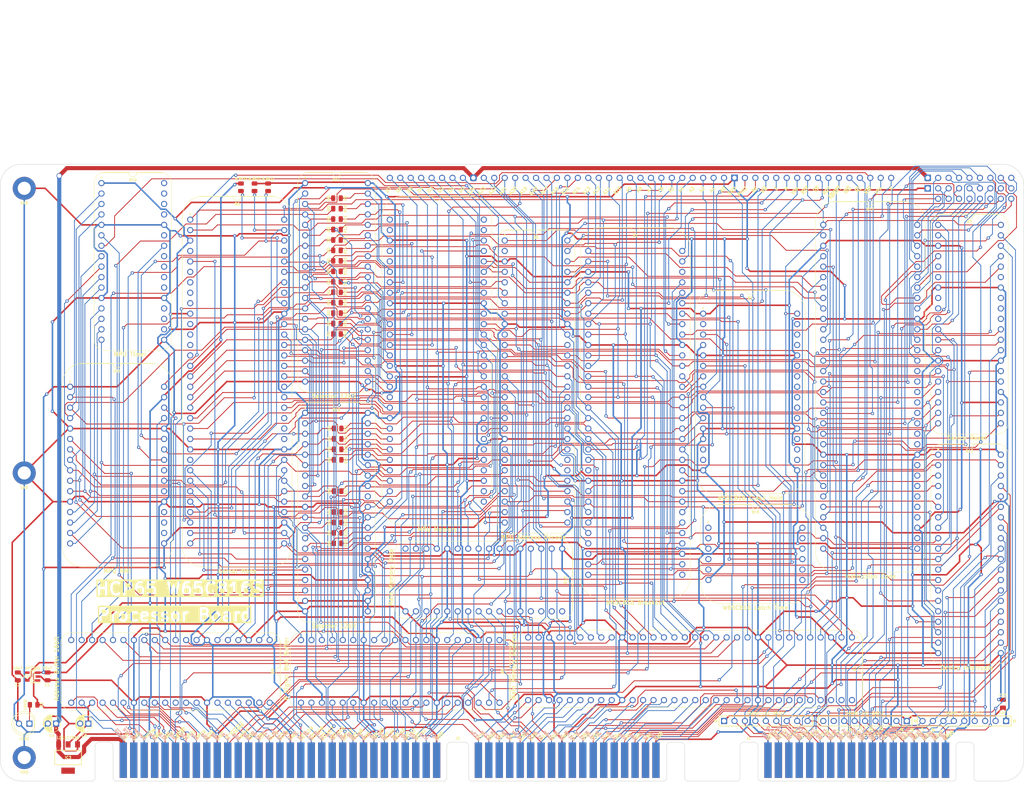
<source format=kicad_pcb>
(kicad_pcb (version 20240108) (generator "pcbnew") (generator_version "8.0")
  (layers (0 "F.Cu" signal) (31 "B.Cu" signal) (36 "B.SilkS" user "B.Silkscreen") (37 "F.SilkS" user "F.Silkscreen") (38 "B.Mask" user) (39 "F.Mask" user) (44 "Edge.Cuts" user))
  (net 0 "")
  (net 1 "/5V")
  (net 2 "Native Latch")
  (net 3 "/A0")
  (net 4 "/A1")
  (net 5 "/BA0")
  (net 6 "/BE")
  (net 7 "/A2")
  (net 8 "/A3")
  (net 9 "/A4")
  (net 10 "/A5")
  (net 11 "/3.3V")
  (net 12 "/A6")
  (net 13 "/A23")
  (net 14 "/A7")
  (net 15 "/A8")
  (net 16 "/A9")
  (net 17 "/A10")
  (net 18 "/A11")
  (net 19 "/A12")
  (net 20 "/A13")
  (net 21 "/A14")
  (net 22 "/A15")
  (net 24 "/~{Count Access}_{2}")
  (net 25 "/RDY")
  (net 26 "/~{PHI2}")
  (net 27 "/A22")
  (net 28 "/A21")
  (net 29 "/A20")
  (net 30 "/A18")
  (net 31 "/A19")
  (net 32 "/A17")
  (net 33 "/~{CLK}")
  (net 34 "GND")
  (net 35 "/D7")
  (net 36 "/D6")
  (net 37 "/D5")
  (net 38 "/D4")
  (net 39 "/D3")
  (net 40 "/D2")
  (net 41 "/D1")
  (net 42 "/D0")
  (net 43 "~{ABORT}")
  (net 44 "/CLK")
  (net 45 "/Bank Latch")
  (net 46 "~{Reset}")
  (net 47 "/R~{W}")
  (net 49 "/~{Timer}")
  (net 50 "CLK_{IN}")
  (net 52 "~{Reset}_{Device}18")
  (net 54 "~{Reset}_{Device}7")
  (net 55 "~{Reset}_{Device}19")
  (net 56 "~{Reset}_{Device}16")
  (net 57 "~{Reset}_{Device}6")
  (net 58 "/~{Count Access}_{0}")
  (net 59 "/~{Count Access}_{1}")
  (net 60 "/~{Clear Counter}")
  (net 61 "/~{Count Access}_{3}")
  (net 62 "/OP5")
  (net 63 "/BA4")
  (net 64 "/Opcode Valid")
  (net 65 "/~{NMI}")
  (net 66 "~{Reset}_{Device}17")
  (net 67 "~{Reset}_{Device}4")
  (net 68 "/A16")
  (net 69 "/PHI2")
  (net 70 "/~{Timer Speed Select}")
  (net 71 "/~{IRQ}")
  (net 72 "~{Reset}_{Device}2")
  (net 73 "/~{VP}")
  (net 74 "/~{ML}")
  (net 75 "/E")
  (net 76 "/~{Trans Out}")
  (net 77 "/~{WD}")
  (net 78 "/~{RD}")
  (net 80 "/VPA")
  (net 81 "/VDA")
  (net 82 "/H2")
  (net 83 "/H1")
  (net 88 "/H0")
  (net 90 "~{Reset}_{Device}3")
  (net 94 "~{Reset}_{Device}1")
  (net 95 "~{Reset}_{Device}5")
  (net 96 "~{Select}_{Device}17")
  (net 102 "~{Select}_{Device}6")
  (net 103 "~{Device}")
  (net 104 "~{Main}")
  (net 105 "~{Select}_{Device}4")
  (net 106 "/~{NMI State}")
  (net 107 "~{Select}_{Device}2")
  (net 108 "~{Select}_{Device}18")
  (net 109 "~{Select}_{Device}7")
  (net 110 "~{Select}_{Device}3")
  (net 111 "~{Select}_{Device}16")
  (net 112 "~{Select}_{Device}1")
  (net 113 "~{Select}_{Device}19")
  (net 114 "~{Select}_{Device}5")
  (net 115 "A7_{M}")
  (net 116 "A23_{M}")
  (net 117 "A20_{M}")
  (net 118 "A14_{M}")
  (net 119 "A4_{M}")
  (net 120 "/~{ROM_{CS}}")
  (net 121 "/~{RAM_{CS}}")
  (net 122 "A0_{M}")
  (net 123 "A17_{M}")
  (net 124 "~{Main Access}")
  (net 125 "A19_{M}")
  (net 126 "A15_{M}")
  (net 127 "/~{Device Reset{slash}Enable}_{ 16..19}")
  (net 128 "/~{Device Interrupt}_{ 1..7}")
  (net 129 "/~{Device Interrupt}_{ 16..19}")
  (net 130 "/~{Device Reset{slash}Enable}_{ 1..7}")
  (net 131 "A13_{M}")
  (net 133 "A21_{M}")
  (net 136 "A12_{M}")
  (net 138 "A5_{M}")
  (net 139 "A11_{M}")
  (net 140 "A3_{M}")
  (net 141 "A16_{M}")
  (net 142 "A9_{M}")
  (net 143 "~{RD}_{M}")
  (net 144 "A2_{M}")
  (net 145 "A1_{M}")
  (net 146 "A10_{M}")
  (net 147 "~{WD}_{M}")
  (net 148 "Net-(LED2-K)")
  (net 150 "A6_{M}")
  (net 151 "A8_{M}")
  (net 152 "/~{Special}")
  (net 153 "A22_{M}")
  (net 154 "A18_{M}")
  (net 155 "H0_{D}")
  (net 156 "D3_{D}")
  (net 157 "CLK_{D}")
  (net 158 "D5_{D}")
  (net 159 "D2_{D}")
  (net 160 "D7_{D}")
  (net 161 "D6_{D}")
  (net 162 "H2_{D}")
  (net 163 "~{WD}_{D}")
  (net 164 "~{CLK}_{D}")
  (net 165 "H1_{D}")
  (net 166 "~{RD}_{D}")
  (net 168 "D1_{D}")
  (net 169 "D0_{D}")
  (net 170 "A16_{D}")
  (net 171 "D4_{D}")
  (net 172 "A3_{D}")
  (net 173 "A9_{D}")
  (net 174 "A5_{D}")
  (net 175 "A0_{D}")
  (net 176 "A11_{D}")
  (net 177 "A7_{D}")
  (net 178 "A13_{D}")
  (net 179 "A14_{D}")
  (net 180 "A4_{D}")
  (net 181 "A6_{D}")
  (net 182 "A8_{D}")
  (net 183 "A1_{D}")
  (net 184 "A15_{D}")
  (net 194 "A12_{D}")
  (net 195 "A10_{D}")
  (net 201 "A2_{D}")
  (net 203 "MPU1")
  (net 204 "MPU0")
  (net 205 "~{NMI}_{1}")
  (net 206 "~{NMI}_{2}")
  (net 212 "~{Enable}_{Device}5")
  (net 213 "~{Interrupt}_{Device}16")
  (net 214 "~{Enable}_{Device}1")
  (net 215 "~{Interrupt}_{Device}3")
  (net 220 "~{Interrupt}_{Device}5")
  (net 221 "~{Interrupt}_{Device}4")
  (net 222 "~{Interrupt}_{Device}17")
  (net 223 "~{Enable}_{Device}3")
  (net 224 "~{Enable}_{Device}16")
  (net 225 "~{Interrupt}_{Device}7")
  (net 226 "~{Interrupt}_{Device}6")
  (net 227 "~{Interrupt}_{Device}2")
  (net 228 "~{Enable}_{Device}19")
  (net 230 "~{Enable}_{Device}2")
  (net 231 "~{Enable}_{Device}6")
  (net 232 "~{Enable}_{Device}17")
  (net 233 "~{Enable}_{Device}18")
  (net 234 "~{Interrupt}_{Device}1")
  (net 235 "~{Interrupt}_{Device}18")
  (net 236 "~{Interrupt}_{Device}19")
  (net 237 "~{Enable}_{Device}4")
  (net 238 "~{Enable}_{Device}7")
  (net 239 "12V")
  (net 240 "D1_{M}")
  (net 241 "D4_{M}")
  (net 242 "D5_{M}")
  (net 243 "D6_{M}")
  (net 244 "D0_{M}")
  (net 245 "D7_{M}")
  (net 246 "D2_{M}")
  (net 247 "D3_{M}")
  (net 250 "Kernal")
  (net 252 "/X")
  (net 253 "/M")
  (net 267 "/BA6")
  (net 268 "/BA5")
  (net 269 "/BA3")
  (net 270 "/BA1")
  (net 271 "/BA2")
  (net 272 "/BA7")
  (net 273 "/SA2")
  (net 274 "/SA1")
  (net 275 "/SA15")
  (net 276 "/SA13")
  (net 277 "/SA12")
  (net 278 "/SA0")
  (net 279 "/SA4")
  (net 280 "/S~{RD}")
  (net 281 "/SA18")
  (net 282 "/S~{ROM_{CS}}")
  (net 283 "/SA5")
  (net 284 "/SA9")
  (net 285 "/SA3")
  (net 286 "/S~{WD}")
  (net 287 "/SA6")
  (net 288 "/SA8")
  (net 289 "/SA17")
  (net 290 "/SA7")
  (net 291 "/SA16")
  (net 292 "/S~{RAM_{CS}}")
  (net 293 "/SA14")
  (net 294 "/SA10")
  (net 295 "/SA11")
  (net 296 "/~{User Program}")
  (net 297 "/~{Interrupt Depth}")
  (net 299 "/UP4")
  (net 300 "/Enter Interrupt")
  (net 302 "/UP1")
  (net 303 "/Kernal Mode")
  (net 306 "/UP5")
  (net 309 "/RTI")
  (net 310 "/UP0")
  (net 311 "/UP3")
  (net 317 "/UP7")
  (net 319 "/UP6")
  (net 322 "/UP2")
  (net 325 "/OP2")
  (net 333 "/OP3")
  (net 334 "/OP6")
  (net 337 "/OP7")
  (net 340 "/OP1")
  (net 342 "/OP4")
  (net 347 "/OP0")
  (net 349 "/IC2")
  (net 350 "/IC4")
  (net 351 "/IC8")
  (net 352 "/IC10")
  (net 353 "/IC14")
  (net 354 "/IC12")
  (net 355 "/IC7")
  (net 356 "/IC3")
  (net 357 "/IC5")
  (net 358 "/IC11")
  (net 359 "/IC6")
  (net 360 "/IC9")
  (net 361 "/IC13")
  (net 362 "/IC15")
  (net 363 "/IC1")
  (net 364 "/IC0")
  (footprint "SamacSys_Parts:R_0805" (layer "F.Cu") (at 93.8375 50.673 -90)
    (property "Reference" "R20")
    (property "Value" "0Ω")
  )
  (footprint "HCP65_Parts:HCP65_MPU_Timer" (layer "F.Cu") (at 36.5605 19.05)
    (property "Reference" "B10")
    (property "Value" "MPU Timer" (hide yes))
  )
  (footprint "SamacSys_Parts:LD1117S33C" (layer "F.Cu") (at 28.448 158.75 180)
    (property "Reference" "IC3")
    (property "Value" "LD1117S50C" (hide yes))
  )
  (footprint "SamacSys_Parts:36pin Edge Connector" (layer "F.Cu") (at 191.3462 164.465)
    (property "Reference" "J1")
    (property "Value" "2-5530843-7")
    (fp_line (start 0.5 -8.4) (end 0.5 -0.5) (stroke (width 0.1)) (layer "Edge.Cuts"))
    (fp_line (start 0.5 -0.5) (end 0 0) (stroke (width 0.1)) (layer "Edge.Cuts"))
    (fp_line (start 1.577048 -9.466799) (end 3.81 -9.466799) (stroke (width 0.1)) (layer "Edge.Cuts"))
    (fp_line (start 4.887048 -8.4) (end 4.887048 -0.5) (stroke (width 0.1)) (layer "Edge.Cuts"))
    (fp_line (start 4.887048 -0.5) (end 5.387048 0) (stroke (width 0.1)) (layer "Edge.Cuts"))
    (fp_line (start 52.512048 0) (end 5.387048 0) (stroke (width 0.1)) (layer "Edge.Cuts"))
    (fp_line (start 53.012048 -8.4) (end 53.012048 -0.5) (stroke (width 0.1)) (layer "Edge.Cuts"))
    (fp_line (start 53.012048 -0.5) (end 52.512048 0) (stroke (width 0.1)) (layer "Edge.Cuts"))
    (fp_line (start 54.089096 -9.466799) (end 56.322048 -9.466799) (stroke (width 0.1)) (layer "Edge.Cuts"))
    (fp_line (start 57.399096 -8.4) (end 57.399096 -0.5) (stroke (width 0.1)) (layer "Edge.Cuts"))
    (fp_line (start 57.399096 -0.5) (end 57.899096 0) (stroke (width 0.1)) (layer "Edge.Cuts"))
    (fp_arc (start 0.5 -8.4) (mid 0.817585 -9.156461) (end 1.577048 -9.466799) (stroke (width 0.1)) (layer "Edge.Cuts"))
    (fp_arc (start 3.81 -9.466799) (mid 4.569467 -9.156465) (end 4.887048 -8.4) (stroke (width 0.1)) (layer "Edge.Cuts"))
    (fp_arc (start 53.012048 -8.4) (mid 53.329626 -9.156454) (end 54.089096 -9.466799) (stroke (width 0.1)) (layer "Edge.Cuts"))
    (fp_arc (start 56.322048 -9.466799) (mid 57.081523 -9.156472) (end 57.399096 -8.4) (stroke (width 0.1)) (layer "Edge.Cuts"))
  )
  (footprint "SamacSys_Parts:C_0805" (layer "F.Cu") (at 23.457 138.991 180)
    (property "Reference" "C1")
    (property "Value" "10µF")
  )
  (footprint "HCP65_Parts:HCP65_W65C816_Debug_Instruction" (layer "F.Cu") (at 240.038 22.86)
    (property "Reference" "B18" (hide yes))
    (property "Value" "~" (hide yes))
  )
  (footprint "SamacSys_Parts:R_0805" (layer "F.Cu") (at 73.795 20.066)
    (property "Reference" "R7" (hide yes))
    (property "Value" "6.8KΩ")
  )
  (footprint "HCP65_Parts:HCP65_MPU_Address_Decode" (layer "F.Cu") (at 134.628 33.02)
    (property "Reference" "B5")
    (property "Value" "MPU Address Decode" (hide yes))
  )
  (footprint "HCP65_Parts:HCP65_Device_Reset" (layer "F.Cu") (at 240.038 29.21)
    (property "Reference" "B3")
    (property "Value" "Device Reset" (hide yes))
  )
  (footprint "SamacSys_Parts:R_0805" (layer "F.Cu") (at 77.097 20.066)
    (property "Reference" "R6" (hide yes))
    (property "Value" "6.8KΩ")
  )
  (footprint "HCP65_Parts:HCP65_Address_Buffer_16bit" (layer "F.Cu") (at 77.47 130.175 -90)
    (property "Reference" "B9")
    (property "Value" "Address Buffer 16bit" (hide yes))
  )
  (footprint "HCP65_Parts:HCP65_MPU_NMI" (layer "F.Cu") (at 28.9405 68.58)
    (property "Reference" "B11")
    (property "Value" "MPU NMI" (hide yes))
  )
  (footprint "SamacSys_Parts:4609X" (layer "F.Cu") (at 246.388 149.86 180)
    (property "Reference" "RN8" (hide yes))
    (property "Value" "4609X-101-682LF")
  )
  (footprint "SamacSys_Parts:R_0805" (layer "F.Cu") (at 93.8375 48.133 -90)
    (property "Reference" "R19")
    (property "Value" "0Ω")
  )
  (footprint "SamacSys_Parts:R_0805" (layer "F.Cu") (at 93.8375 22.733 -90)
    (property "Reference" "R9")
    (property "Value" "0Ω")
  )
  (footprint "SamacSys_Parts:R_0805" (layer "F.Cu") (at 93.8375 27.813 -90)
    (property "Reference" "R11")
    (property "Value" "0Ω")
  )
  (footprint "SamacSys_Parts:R_0805" (layer "F.Cu") (at 93.988 81.27 -90)
    (property "Reference" "R22")
    (property "Value" "0Ω")
  )
  (footprint "SamacSys_Parts:R_0805" (layer "F.Cu") (at 93.8375 40.513 -90)
    (property "Reference" "R16")
    (property "Value" "0Ω")
  )
  (footprint "HCP65_Parts:HCP65_W65C816_Debug_Display" (layer "F.Cu") (at 106.688 17.78)
    (property "Reference" "B13" (hide yes))
    (property "Value" "~")
  )
  (footprint "HCP65_Parts:HCP65_Selector_12bit" (layer "F.Cu") (at 86.0905 19.05)
    (property "Reference" "B14")
    (property "Value" "Selector 12bit" (hide yes))
  )
  (footprint "HCP65_Parts:HCP65_W65C816_Latch_Time" (layer "F.Cu") (at 184.158 102.87)
    (property "Reference" "B19")
    (property "Value" "W65C816_Latch_Time" (hide yes))
  )
  (footprint "SamacSys_Parts:CP_Radial_D4.0mm_P2.00mm" (layer "F.Cu") (at 25.527 150.495 180)
    (property "Reference" "C4")
    (property "Value" "10μF")
  )
  (footprint "HCP65_Parts:HCP65_MountingHole_M3_" (layer "F.Cu") (at 17.788 20.32)
    (property "Reference" "H8" (hide yes))
    (property "Value" "MountingHole_Pad")
  )
  (footprint "SamacSys_Parts:SOT95P285X130-5N" (layer "F.Cu") (at 19.804 139.052 180)
    (property "Reference" "IC2")
    (property "Value" "AP7365-33WG-7" (hide yes))
  )
  (footprint "SamacSys_Parts:C_0805" (layer "F.Cu") (at 16.218 138.991 180)
    (property "Reference" "C2")
    (property "Value" "10µF")
  )
  (footprint "HCP65_Parts:HCP65_Main_Memory_Data" (layer "F.Cu") (at 148.598 107.95 -90)
    (property "Reference" "B15")
    (property "Value" "Main Memory Data" (hide yes))
  )
  (footprint "SamacSys_Parts:R_0805" (layer "F.Cu") (at 93.8375 53.213 -90)
    (property "Reference" "R25")
    (property "Value" "0Ω")
  )
  (footprint "SamacSys_Parts:4609X" (layer "F.Cu") (at 222.258 149.86 180)
    (property "Reference" "RN9" (hide yes))
    (property "Value" "4609X-101-682LF")
  )
  (footprint "SamacSys_Parts:R_0805" (layer "F.Cu") (at 93.988 106.66 -90)
    (property "Reference" "R32")
    (property "Value" "0Ω")
  )
  (footprint "SamacSys_Parts:R_0805" (layer "F.Cu") (at 93.988 83.8 -90)
    (property "Reference" "R23")
    (property "Value" "0Ω")
  )
  (footprint "SamacSys_Parts:R_0805" (layer "F.Cu") (at 93.8375 30.353 -90)
    (property "Reference" "R12")
    (property "Value" "0Ω")
  )
  (footprint "HCP65_Parts:HCP65_Kernal_Mode" (layer "F.Cu") (at 58.1505 27.94)
    (property "Reference" "B6")
    (property "Value" "Kernal Mode" (hide yes))
  )
  (footprint "HCP65_Parts:HCP65_Selector_12bit" (layer "F.Cu") (at 86.0905 74.93)
    (property "Reference" "B16")
    (property "Value" "Selector 12bit" (hide yes))
  )
  (footprint "SamacSys_Parts:LED_D5.0mm" (layer "F.Cu") (at 19.05 150.495 180)
    (property "Reference" "LED2")
    (property "Value" "Red")
  )
  (footprint "SamacSys_Parts:CP_Radial_D4.0mm_P2.00mm" (layer "F.Cu") (at 33.369 150.495 180)
    (property "Reference" "C3")
    (property "Value" "100μF")
  )
  (footprint "HCP65_Parts:HCP65_W65C816_Breakout" (layer "F.Cu") (at 154.948 35.56)
    (property "Reference" "B1")
    (property "Value" "W65C816 Breakout" (hide yes))
  )
  (footprint "HCP65_Parts:HCP65_MountingHole_M3_" (layer "F.Cu") (at 17.788 89.535)
    (property "Reference" "H16" (hide yes))
    (property "Value" "MountingHole_Pad")
  )
  (footprint "SamacSys_Parts:R_0805" (layer "F.Cu") (at 93.8375 32.893 -90)
    (property "Reference" "R13")
    (property "Value" "0Ω")
  )
  (footprint "SamacSys_Parts:R_0805" (layer "F.Cu") (at 93.988 86.35 -90)
    (property "Reference" "R24")
    (property "Value" "0Ω")
  )
  (footprint "SamacSys_Parts:R_0805" (layer "F.Cu") (at 20.066 145.923 -90)
    (property "Reference" "R3")
    (property "Value" "10KΩ")
  )
  (footprint "SamacSys_Parts:C_0805" (layer "F.Cu") (at 255.786 145.669)
    (property "Reference" "C11")
    (property "Value" "1μF")
  )
  (footprint "SamacSys_Parts:R_0805" (layer "F.Cu") (at 93.8375 55.753 -90)
    (property "Reference" "R26")
    (property "Value" "0Ω")
  )
  (footprint "SamacSys_Parts:R_0805" (layer "F.Cu") (at 93.988 99.05 -90)
    (property "Reference" "R29")
    (property "Value" "0Ω")
  )
  (footprint "HCP65_Parts:HCP65_MPU_Memory" (layer "F.Cu") (at 106.688 27.94)
    (property "Reference" "B4" (hide yes))
    (property "Value" "MPU Memory" (hide yes))
  )
  (footprint "HCP65_Parts:HCP65_W65C816_Clock_Hold" (layer "F.Cu") (at 182.888 50.8)
    (property "Reference" "B2")
    (property "Value" "W65C816 Clock Hold" (hide yes))
  )
  (footprint "SamacSys_Parts:R_0805" (layer "F.Cu") (at 93.8375 45.593 -90)
    (property "Reference" "R18")
    (property "Value" "0Ω")
  )
  (footprint "SamacSys_Parts:98pin Edge Connector" (layer "F.Cu") (at 34.5012 164.465)
    (property "Reference" "J5")
    (property "Value" "395-098-520-350")
    (fp_line (start 0.5 -8.413) (end 0.5 -0.5) (stroke (width 0.1)) (layer "Edge.Cuts"))
    (fp_line (start 0.5 -0.5) (end 0 0) (stroke (width 0.1)) (layer "Edge.Cuts"))
    (fp_line (start 3.81 -9.479799) (end 1.577048 -9.479799) (stroke (width 0.1)) (layer "Edge.Cuts"))
    (fp_line (start 4.887048 -8.413) (end 4.887048 -0.5) (stroke (width 0.1)) (layer "Edge.Cuts"))
    (fp_line (start 4.887048 -0.5) (end 5.387048 0) (stroke (width 0.1)) (layer "Edge.Cuts"))
    (fp_line (start 85.540048 0) (end 5.387048 0) (stroke (width 0.1)) (layer "Edge.Cuts"))
    (fp_line (start 86.040048 -8.4) (end 86.040048 -0.5) (stroke (width 0.1)) (layer "Edge.Cuts"))
    (fp_line (start 86.040048 -0.5) (end 85.540048 0) (stroke (width 0.1)) (layer "Edge.Cuts"))
    (fp_line (start 87.117096 -9.466799) (end 90.297 -9.466799) (stroke (width 0.1)) (layer "Edge.Cuts"))
    (fp_line (start 91.374048 -8.4) (end 91.374048 -0.5) (stroke (width 0.1)) (layer "Edge.Cuts"))
    (fp_line (start 91.374048 -0.5) (end 91.874048 0) (stroke (width 0.1)) (layer "Edge.Cuts"))
    (fp_line (start 138.999048 0) (end 91.874048 0) (stroke (width 0.1)) (layer "Edge.Cuts"))
    (fp_line (start 139.499048 -8.4) (end 139.499048 -0.5) (stroke (width 0.1)) (layer "Edge.Cuts"))
    (fp_line (start 139.499048 -0.5) (end 138.999048 0) (stroke (width 0.1)) (layer "Edge.Cuts"))
    (fp_line (start 140.576096 -9.466799) (end 142.809048 -9.466799) (stroke (width 0.1)) (layer "Edge.Cuts"))
    (fp_line (start 143.886096 -8.4) (end 143.886096 -0.5) (stroke (width 0.1)) (layer "Edge.Cuts"))
    (fp_line (start 143.886096 -0.5) (end 144.386096 0) (stroke (width 0.1)) (layer "Edge.Cuts"))
    (fp_arc (start 0.5 -8.413) (mid 0.817585 -9.169461) (end 1.577048 -9.479799) (stroke (width 0.1)) (layer "Edge.Cuts"))
    (fp_arc (start 3.81 -9.479799) (mid 4.569467 -9.169465) (end 4.887048 -8.413) (stroke (width 0.1)) (layer "Edge.Cuts"))
    (fp_arc (start 86.040048 -8.4) (mid 86.357626 -9.156454) (end 87.117096 -9.466799) (stroke (width 0.1)) (layer "Edge.Cuts"))
    (fp_arc (start 90.297 -9.466799) (mid 91.056476 -9.156459) (end 91.374048 -8.4) (stroke (width 0.1)) (layer "Edge.Cuts"))
    (fp_arc (start 139.499048 -8.4) (mid 139.816626 -9.156454) (end 140.576096 -9.466799) (stroke (width 0.1)) (layer "Edge.Cuts"))
    (fp_arc (start 142.809048 -9.466799) (mid 143.568523 -9.156472) (end 143.886096 -8.4) (stroke (width 0.1)) (layer "Edge.Cuts"))
  )
  (footprint "SamacSys_Parts:4609X" (layer "F.Cu") (at 198.128 149.86)
    (property "Reference" "RN7" (hide yes))
    (property "Value" "4609X-101-682LF")
  )
  (footprint "SamacSys_Parts:R_0805" (layer "F.Cu") (at 93.988 78.73 -90)
    (property "Reference" "R21")
    (property "Value" "0Ω")
  )
  (footprint "SamacSys_Parts:R_0805" (layer "F.Cu") (at 93.988 101.59 -90)
    (property "Reference" "R30")
    (property "Value" "0Ω")
  )
  (footprint "SamacSys_Parts:R_0805" (layer "F.Cu") (at 93.988 93.97 -90)
    (property "Reference" "R27")
    (property "Value" "0Ω")
  )
  (footprint "HCP65_Parts:HCP65_Data_and_Signal_Buffer" (layer "F.Cu") (at 133.35 130.175 -90)
    (property "Reference" "B8")
    (property "Value" "8 Signal 8bit Data Buffer" (hide yes))
  )
  (footprint "SamacSys_Parts:R_0805" (layer "F.Cu") (at 93.8375 25.273 -90)
    (property "Reference" "R10")
    (property "Value" "0Ω")
  )
  (footprint "SamacSys_Parts:R_0805" (layer "F.Cu") (at 70.493 20.066)
    (property "Reference" "R8" (hide yes))
    (property "Value" "6.8KΩ")
  )
  (footprint "HCP65_Parts:HCP65_Main_Memory_Address" (layer "F.Cu") (at 219.075 129.54 -90)
    (property "Reference" "B7")
    (property "Value" "Main Memory Address" (hide yes))
  )
  (footprint "HCP65_Parts:HCP65_Device_Interrupts" (layer "F.Cu") (at 240.038 85.09)
    (property "Reference" "B12")
    (property "Value" "Device Interrupts" (hide yes))
  )
  (footprint "SamacSys_Parts:R_0805" (layer "F.Cu") (at 93.8375 35.423 -90)
    (property "Reference" "R14")
    (property "Value" "0Ω")
  )
  (footprint "SamacSys_Parts:R_0805" (layer "F.Cu") (at 93.8375 43.053 -90)
    (property "Reference" "R17")
    (property "Value" "0Ω")
  )
  (footprint "SamacSys_Parts:R_0805" (layer "F.Cu") (at 93.988 104.13 -90)
    (property "Reference" "R31")
    (property "Value" "0Ω")
  )
  (footprint "SamacSys_Parts:R_0805" (layer "F.Cu") (at 93.8375 37.973 -90)
    (property "Reference" "R15")
    (property "Value" "0Ω")
  )
  (footprint "HCP65_Parts:HCP65_MountingHole_M3_" (layer "F.Cu") (at 17.788 158.75)
    (property "Reference" "H9" (hide yes))
    (property "Value" "MountingHole_Pad")
  )
  (footprint "HCP65_Parts:HCP65_Instruction_Code" (layer "F.Cu") (at 212.098 29.21)
    (property "Reference" "B17")
    (property "Value" "Instruction Code" (hide yes))
  )
  (footprint "NetTie:NetTie-2_SMD_Pad0.5mm" (layer "B.Cu") (at 46.99 154.051 90)
    (property "Reference" "NT1" (hide yes))
    (property "Value" "NetTie" (hide yes))
  )
  (footprint "NetTie:NetTie-2_SMD_Pad0.5mm" (layer "B.Cu") (at 167.648 84.963 90)
    (property "Reference" "NT2" (hide yes))
    (property "Value" "NetTie" (hide yes))
  )
  (footprint "NetTie:NetTie-2_SMD_Pad0.5mm" (layer "B.Cu") (at 167.648 82.804 -90)
    (property "Reference" "NT3" (hide yes))
    (property "Value" "NetTie" (hide yes))
  )
  (gr_line (start 255.785999 14.478) (end 17.018 14.478) (stroke (width 0.1)) (layer "Edge.Cuts"))
  (gr_line (start 191.3462 164.465) (end 178.889544 164.465) (stroke (width 0.1)) (layer "Edge.Cuts"))
  (gr_line (start 260.874 159.385001) (end 260.865999 19.558) (stroke (width 0.1)) (layer "Edge.Cuts"))
  (gr_arc (start 11.938 19.558) (mid 13.425898 15.965898) (end 17.018 14.478) (stroke (width 0.1)) (layer "Edge.Cuts"))
  (gr_line (start 255.794 164.465001) (end 249.243048 164.465001) (stroke (width 0.1)) (layer "Edge.Cuts"))
  (gr_line (start 11.946 159.385) (end 11.938 19.558) (stroke (width 0.1)) (layer "Edge.Cuts"))
  (gr_arc (start 17.026 164.465) (mid 13.433898 162.977102) (end 11.946 159.385) (stroke (width 0.1)) (layer "Edge.Cuts"))
  (gr_arc (start 255.786 14.478) (mid 259.378103 15.965897) (end 260.866 19.558) (stroke (width 0.1)) (layer "Edge.Cuts"))
  (gr_line (start 34.5012 164.465) (end 17.026 164.465001) (stroke (width 0.1)) (layer "Edge.Cuts"))
  (gr_arc (start 260.874 159.385001) (mid 259.386102 162.977103) (end 255.794 164.465001) (stroke (width 0.1)) (layer "Edge.Cuts"))
  (gr_text "~{RST}_{D}16" (at 208.788 154.813 315) (layer "B.SilkS") (effects (font (size 0.8 0.8) (thickness 0.2) (bold yes)) (justify left bottom mirror)))
  (gr_text "~{RST}_{D}4" (at 218.948 154.813 315) (layer "B.SilkS") (effects (font (size 0.8 0.8) (thickness 0.2) (bold yes)) (justify left bottom mirror)))
  (gr_text "~{RST}_{D}2" (at 224.028 154.813 315) (layer "B.SilkS") (effects (font (size 0.8 0.8) (thickness 0.2) (bold yes)) (justify left bottom mirror)))
  (gr_text "GND" (at 198.755 154.813 315) (layer "B.SilkS") (effects (font (size 0.8 0.8) (thickness 0.2) (bold yes)) (justify left bottom mirror)))
  (gr_text "A9_{M}" (at 163.83 154.813 315) (layer "B.SilkS") (effects (font (size 0.8 0.8) (thickness 0.2) (bold yes)) (justify left bottom mirror)))
  (gr_text "GND" (at 241.808 154.813 315) (layer "B.SilkS") (effects (font (size 0.8 0.8) (thickness 0.2) (bold yes)) (justify left bottom mirror)))
  (gr_text "A18_{M}" (at 140.97 154.813 315) (layer "B.SilkS") (effects (font (size 0.8 0.8) (thickness 0.2) (bold yes)) (justify left bottom mirror)))
  (gr_text "~{RST}_{D}3" (at 221.488 154.813 315) (layer "B.SilkS") (effects (font (size 0.8 0.8) (thickness 0.2) (bold yes)) (justify left bottom mirror)))
  (gr_text "~{Device}" (at 44.45 154.813 315) (layer "B.SilkS") (effects (font (size 0.8 0.8) (thickness 0.2) (bold yes)) (justify left bottom mirror)))
  (gr_text "A20_{M}" (at 135.89 154.813 315) (layer "B.SilkS") (effects (font (size 0.8 0.8) (thickness 0.2) (bold yes)) (justify left bottom mirror)))
  (gr_text "A22_{M}" (at 130.81 154.813 315) (layer "B.SilkS") (effects (font (size 0.8 0.8) (thickness 0.2) (bold yes)) (justify left bottom mirror)))
  (gr_text "A16_{D}" (at 90.17 154.813 315) (layer "B.SilkS") (effects (font (size 0.8 0.8) (thickness 0.2) (bold yes)) (justify left bottom mirror)))
  (gr_text "~{RST}_{D}19" (at 201.168 154.813 315) (layer "B.SilkS") (effects (font (size 0.8 0.8) (thickness 0.2) (bold yes)) (justify left bottom mirror)))
  (gr_text "A5_{D}" (at 62.23 154.813 315) (layer "B.SilkS") (effects (font (size 0.8 0.8) (thickness 0.2) (bold yes)) (justify left bottom mirror)))
  (gr_text "~{EN}_{D}4" (at 231.648 154.813 315) (layer "B.SilkS") (effects (font (size 0.8 0.8) (thickness 0.2) (bold yes)) (justify left bottom mirror)))
  (gr_text "A21_{M}" (at 133.223 154.813 315) (layer "B.SilkS") (effects (font (size 0.8 0.8) (thickness 0.2) (bold yes)) (justify left bottom mirror)))
  (gr_text "A12_{M}" (at 156.21 154.813 315) (layer "B.SilkS") (effects (font (size 0.8 0.8) (thickness 0.2) (bold yes)) (justify left bottom mirror)))
  (gr_text "A2_{D}" (at 54.61 154.813 315) (layer "B.SilkS") (effects (font (size 0.8 0.8) (thickness 0.2) (bold yes)) (justify left bottom mirror)))
  (gr_text "~{EN}_{D}1" (at 239.268 154.813 315) (layer "B.SilkS") (effects (font (size 0.8 0.8) (thickness 0.2) (bold yes)) (justify left bottom mirror)))
  (gr_text "A17_{M}" (at 143.51 154.813 315) (layer "B.SilkS") (effects (font (size 0.8 0.8) (thickness 0.2) (bold yes)) (justify left bottom mirror)))
  (gr_text "~{EN}_{D}5" (at 229.108 154.813 315) (layer "B.SilkS") (effects (font (size 0.8 0.8) (thickness 0.2) (bold yes)) (justify left bottom mirror)))
  (gr_text "A6_{D}" (at 64.77 154.813 315) (layer "B.SilkS") (effects (font (size 0.8 0.8) (thickness 0.2) (bold yes)) (justify left bottom mirror)))
  (gr_text "A9_{D}" (at 72.39 154.813 315) (layer "B.SilkS") (effects (font (size 0.8 0.8) (thickness 0.2) (bold yes)) (justify left bottom mirror)))
  (gr_text "A3_{D}" (at 57.15 154.813 315) (layer "B.SilkS") (effects (font (size 0.8 0.8) (thickness 0.2) (bold yes)) (justify left bottom mirror)))
  (gr_text "A10_{M}" (at 161.29 154.813 315) (layer "B.SilkS") (effects (font (size 0.8 0.8) (thickness 0.2) (bold yes)) (justify left bottom mirror)))
  (gr_text "A0_{D}" (at 49.53 154.813 315) (layer "B.SilkS") (effects (font (size 0.8 0.8) (thickness 0.2) (bold yes)) (justify left bottom mirror)))
  (gr_text "A7_{D}" (at 67.31 154.813 315) (layer "B.SilkS") (effects (font (size 0.8 0.8) (thickness 0.2) (bold yes)) (justify left bottom mirror)))
  (gr_text "D7_{D}" (at 92.837 154.94 315) (layer "B.SilkS") (effects (font (size 0.8 0.8) (thickness 0.2) (bold yes)) (justify left bottom mirror)))
  (gr_text "D1_{D}" (at 107.95 154.813 315) (layer "B.SilkS") (effects (font (size 0.8 0.8) (thickness 0.2) (bold yes)) (justify left bottom mirror)))
  (gr_text "A6_{M}" (at 171.45 154.813 315) (layer "B.SilkS") (effects (font (size 0.8 0.8) (thickness 0.2) (bold yes)) (justify left bottom mirror)))
  (gr_text "~{RST}_{D}7" (at 211.328 154.813 315) (layer "B.SilkS") (effects (font (size 0.8 0.8) (thickness 0.2) (bold yes)) (justify left bottom mirror)))
  (gr_text "A14_{D}" (at 85.09 154.813 315) (layer "B.SilkS") (effects (font (size 0.8 0.8) (thickness 0.2) (bold yes)) (justify left bottom mirror)))
  (gr_text "A23_{M}" (at 128.27 154.813 315) (layer "B.SilkS") (effects (font (size 0.8 0.8) (thickness 0.2) (bold yes)) (justify left bottom mirror)))
  (gr_text "~{INT}_{D}5" (at 216.408 154.813 315) (layer "B.SilkS") (effects (font (size 0.8 0.8) (thickness 0.2) (bold yes)) (justify left bottom mirror)))
  (gr_text "A8_{D}" (at 69.85 154.813 315) (layer "B.SilkS") (effects (font (size 0.8 0.8) (thickness 0.2) (bold yes)) (justify left bottom mirror)))
  (gr_text "H2_{D}" (at 113.03 154.813 315) (layer "B.SilkS") (effects (font (size 0.8 0.8) (thickness 0.2) (bold yes)) (justify left bottom mirror)))
  (gr_text "A11_{D}" (at 77.47 154.813 315) (layer "B.SilkS") (effects (font (size 0.8 0.8) (thickness 0.2) (bold yes)) (justify left bottom mirror)))
  (gr_text "A13_{D}" (at 82.55 154.813 315) (layer "B.SilkS") (effects (font (size 0.8 0.8) (thickness 0.2) (bold yes)) (justify left bottom mirror)))
  (gr_text "A1_{D}" (at 52.07 154.813 315) (layer "B.SilkS") (effects (font (size 0.8 0.8) (thickness 0.2) (bold yes)) (justify left bottom mirror)))
  (gr_text "A8_{M}" (at 166.243 154.813 315) (layer "B.SilkS") (effects (font (size 0.8 0.8) (thickness 0.2) (bold yes)) (justify left bottom mirror)))
  (gr_text "~{RST}_{D}17" (at 206.248 154.813 315) (layer "B.SilkS") (effects (font (size 0.8 0.8) (thickness 0.2) (bold yes)) (justify left bottom mirror)))
  (gr_text "A15_{D}" (at 87.63 154.813 315) (layer "B.SilkS") (effects (font (size 0.8 0.8) (thickness 0.2) (bold yes)) (justify left bottom mirror)))
  (gr_text "D3_{D}" (at 102.87 154.813 315) (layer "B.SilkS") (effects (font (size 0.8 0.8) (thickness 0.2) (bold yes)) (justify left bottom mirror)))
  (gr_text "D4_{D}" (at 100.33 154.686 315) (layer "B.SilkS") (effects (font (size 0.8 0.8) (thickness 0.2) (bold yes)) (justify left bottom mirror)))
  (gr_text "~{EN}_{D}2" (at 236.728 154.813 315) (layer "B.SilkS") (effects (font (size 0.8 0.8) (thickness 0.2) (bold yes)) (justify left bottom mirror)))
  (gr_text "A7_{M}" (at 168.91 154.813 315) (layer "B.SilkS") (effects (font (size 0.8 0.8) (thickness 0.2) (bold yes)) (justify left bottom mirror)))
  (gr_text "A4_{D}" (at 59.69 154.813 315) (layer "B.SilkS") (effects (font (size 0.8 0.8) (thickness 0.2) (bold yes)) (justify left bottom mirror)))
  (gr_text "H0_{D}" (at 118.11 154.813 315) (layer "B.SilkS") (effects (font (size 0.8 0.8) (thickness 0.2) (bold yes)) (justify left bottom mirror)))
  (gr_text "~{RST}_{D}18" (at 203.708 154.813 315) (layer "B.SilkS") (effects (font (size 0.8 0.8) (thickness 0.2) (bold yes)) (justify left bottom mirror)))
  (gr_text "~{RST}_{D}1" (at 226.568 154.813 315) (layer "B.SilkS") (effects (font (size 0.8 0.8) (thickness 0.2) (bold yes)) (justify left bottom mirror)))
  (gr_text "A11_{M}" (at 158.75 154.813 315) (layer "B.SilkS") (effects (font (size 0.8 0.8) (thickness 0.2) (bold yes)) (justify left bottom mirror)))
  (gr_text "A19_{M}" (at 138.43 154.813 315) (layer "B.SilkS") (effects (font (size 0.8 0.8) (thickness 0.2) (bold yes)) (justify left bottom mirror)))
  (gr_text "D2_{D}" (at 105.41 154.813 315) (layer "B.SilkS") (effects (font (size 0.8 0.8) (thickness 0.2) (bold yes)) (justify left bottom mirror)))
  (gr_text "A16_{M}" (at 146.05 154.813 315) (layer "B.SilkS") (effects (font (size 0.8 0.8) (thickness 0.2) (bold yes)) (justify left bottom mirror)))
  (gr_text "D6_{D}" (at 95.25 154.813 315) (layer "B.SilkS") (effects (font (size 0.8 0.8) (thickness 0.2) (bold yes)) (justify left bottom mirror)))
  (gr_text "~{EN}_{D}3" (at 234.188 154.813 315) (layer "B.SilkS") (effects (font (size 0.8 0.8) (thickness 0.2) (bold yes)) (justify left bottom mirror)))
  (gr_text "A10_{D}" (at 74.93 154.813 315) (layer "B.SilkS") (effects (font (size 0.8 0.8) (thickness 0.2) (bold yes)) (justify left bottom mirror)))
  (gr_text "A12_{D}" (at 80.01 154.813 315) (layer "B.SilkS") (effects (font (size 0.8 0.8) (thickness 0.2) (bold yes)) (justify left bottom mirror)))
  (gr_text "H1_{D}" (at 115.57 154.813 315) (layer "B.SilkS") (effects (font (size 0.8 0.8) (thickness 0.2) (bold yes)) (justify left bottom mirror)))
  (gr_text "~{INT}_{D}7" (at 213.995 154.813 -45) (layer "B.SilkS") (effects (font (size 0.8 0.8) (thickness 0.2) (bold yes)) (justify left bottom mirror)))
  (gr_text "Kernal" (at 46.99 154.813 315) (layer "B.SilkS") (effects (font (size 0.8 0.8) (thickness 0.2) (bold yes)) (justify left bottom mirror)))
  (gr_text "A13_{M}" (at 153.67 154.813 315) (layer "B.SilkS") (effects (font (size 0.8 0.8) (thickness 0.2) (bold yes)) (justify left bottom mirror)))
  (gr_text "~{Reset}" (at 41.91 154.813 -45) (layer "B.SilkS") (effects (font (size 0.8 0.8) (thickness 0.2) (bold yes)) (justify left bottom mirror)))
  (gr_text "D5_{D}" (at 97.79 154.813 315) (layer "B.SilkS") (effects (font (size 0.8 0.8) (thickness 0.2) (bold yes)) (justify left bottom mirror)))
  (gr_text "A14_{M}" (at 151.13 154.813 315) (layer "B.SilkS") (effects (font (size 0.8 0.8) (thickness 0.2) (bold yes)) (justify left bottom mirror)))
  (gr_text "D0_{D}" (at 110.49 154.813 315) (layer "B.SilkS") (effects (font (size 0.8 0.8) (thickness 0.2) (bold yes)) (justify left bottom mirror)))
  (gr_text "A15_{M}" (at 148.59 154.813 315) (layer "B.SilkS") (effects (font (size 0.8 0.8) (thickness 0.2) (bold yes)) (justify left bottom mirror)))
  (gr_text "A14" (at 152.535 19.685 45) (layer "F.SilkS") (effects (font (size 0.8 0.8) (thickness 0.2) (bold yes)) (justify right top)))
  (gr_text "D0" (at 124.468 19.685 45) (layer "F.SilkS") (effects (font (size 0.8 0.8) (thickness 0.2) (bold yes)) (justify right top)))
  (gr_text "~{SEL}_{D}2" (at 110.49 154.813 45) (layer "F.SilkS") (effects (font (size 0.8 0.8) (thickness 0.2) (bold yes)) (justify left bottom)))
  (gr_text "A15" (at 149.868 19.685 45) (layer "F.SilkS") (effects (font (size 0.8 0.8) (thickness 0.2) (bold yes)) (justify right top)))
  (gr_text "D7" (at 106.688 19.685 45) (layer "F.SilkS") (effects (font (size 0.8 0.8) (thickness 0.2) (bold yes)) (justify right top)))
  (gr_text "A8" (at 167.648 19.685 45) (layer "F.SilkS") (effects (font (size 0.8 0.8) (thickness 0.2) (bold yes)) (justify right top)))
  (gr_text "GND" (at 118.11 154.813 45) (layer "F.SilkS") (effects (font (size 0.8 0.8) (thickness 0.2) (bold yes)) (justify left bottom)))
  (gr_text "D2" (at 119.388 19.685 45) (layer "F.SilkS") (effects (font (size 0.8 0.8) (thickness 0.2) (bold yes)) (justify right top)))
  (gr_text "D3" (at 116.848 19.685 45) (layer "F.SilkS") (effects (font (size 0.8 0.8) (thickness 0.2) (bold yes)) (justify right top)))
  (gr_text "~{RD}_{M}" (at 156.21 154.813 45) (layer "F.SilkS") (effects (font (size 0.8 0.8) (thickness 0.2) (bold yes)) (justify left bottom)))
  (gr_text "D5_{M}" (at 133.223 154.813 45) (layer "F.SilkS") (effects (font (size 0.8 0.8) (thickness 0.2) (bold yes)) (justify left bottom)))
  (gr_text "~{INT}_{D}5" (at 208.788 154.813 45) (layer "F.SilkS") (effects (font (size 0.8 0.8) (thickness 0.2) (bold yes)) (justify left bottom)))
  (gr_text "GND" (at 171.45 154.813 45) (layer "F.SilkS") (effects (font (size 0.8 0.8) (thickness 0.2) (bold yes)) (justify left bottom)))
  (gr_text "~{INT}_{D}2" (at 201.168 154.813 45) (layer "F.SilkS") (effects (font (size 0.8 0.8) (thickness 0.2) (bold yes)) (justify left bottom)))
  (gr_text "A6" (at 172.855 19.685 45) (layer "F.SilkS") (effects (font (size 0.8 0.8) (thickness 0.2) (bold yes)) (justify right top)))
  (gr_text "~{INT}_{D}19" (at 224.028 154.813 45) (layer "F.SilkS") (effects (font (size 0.8 0.8) (thickness 0.2) (bold yes)) (justify left bottom)))
  (gr_text "MPU_{2}" (at 59.69 154.813 45) (layer "F.SilkS") (effects (font (size 0.8 0.8) (thickness 0.2) (bold yes)) (justify left bottom)))
  (gr_text "~{IRQ}" (at 218.448 19.685 45) (layer "F.SilkS") (effects (font (size 0.8 0.8) (thickness 0.2) (bold yes)) (justify right top)))
  (gr_text "X" (at 228.608 19.685 45) (layer "F.SilkS") (effects (font (size 0.8 0.8) (thickness 0.2) (bold yes)) (justify right top)))
  (gr_text "~{SEL}_{D}18" (at 87.63 154.813 45) (layer "F.SilkS") (effects (font (size 0.8 0.8) (thickness 0.2) (bold yes)) (justify left bottom)))
  (gr_text "A3" (at 180.348 19.685 45) (layer "F.SilkS") (effects (font (size 0.8 0.8) (thickness 0.2) (bold yes)) (justify right top)))
  (gr_text "~{INT}_{D}18" (at 221.488 154.813 45) (layer "F.SilkS") (effects (font (size 0.8 0.8) (thickness 0.2) (bold yes)) (justify left bottom)))
  (gr_text "~{RST}" (at 208.288 19.685 45) (layer "F.SilkS") (effects (font (size 0.8 0.8) (thickness 0.2) (bold yes)) (justify right top)))
  (gr_text "~{SEL}_{D}19" (at 85.09 154.813 45) (layer "F.SilkS") (effects (font (size 0.8 0.8) (thickness 0.2) (bold yes)) (justify left bottom)))
  (gr_text "~{NMI}_{2}" (at 52.07 154.813 45) (layer "F.SilkS") (effects (font (size 0.8 0.8) (thickness 0.2) (bold yes)) (justify left bottom)))
  (gr_text "A2" (at 182.888 19.685 45) (layer "F.SilkS") (effects (font (size 0.8 0.8) (thickness 0.2) (bold yes)) (justify right top)))
  (gr_text "RDY" (at 213.495 19.685 45) (layer "F.SilkS") (effects (font (size 0.8 0.8) (thickness 0.2) (bold yes)) (justify right top)))
  (gr_text "A10" (at 162.568 19.685 45) (layer "F.SilkS") (effects (font (size 0.8 0.8) (thickness 0.2) (bold yes)) (justify right top)))
  (gr_text "MPU_{1}" (at 57.15 154.813 45) (layer "F.SilkS") (effects (font (size 0.8 0.8) (thickness 0.2) (bold yes)) (justify left bottom)))
  (gr_text "A12" (at 157.488 19.685 45) (layer "F.SilkS") (effects (font (size 0.8 0.8) (thickness 0.2) (bold yes)) (justify right top)))
  (gr_text "~{M Access}" (at 67.31 154.813 45) (layer "F.SilkS") (effects (font (size 0.8 0.8) (thickness 0.2) (bold yes)) (justify left bottom)))
  (gr_text "~{INT}_{D}7" (at 213.995 154.813 45) (layer "F.SilkS") (effects (font (size 0.8 0.8) (thickness 0.2) (bold yes)) (justify left bottom)))
  (gr_text "A11" (at 160.028 19.685 45) (layer "F.SilkS") (effects (font (size 0.8 0.8) (thickness 0.2) (bold yes)) (justify right top)))
  (gr_text "~{ML}" (at 220.988 19.685 45) (layer "F.SilkS") (effects (font (size 0.8 0.8) (thickness 0.2) (bold yes)) (justify right top)))
  (gr_text "~{VP}" (at 210.828 19.685 45) (layer "F.SilkS") (effects (font (size 0.8 0.8) (thickness 0.2) (bold yes)) (justify right top)))
  (gr_text "~{EN}_{D}16" (at 236.728 154.813 45) (layer "F.SilkS") (effects (font (size 0.8 0.8) (thickness 0.2) (bold yes)) (justify left bottom)))
  (gr_text "M" (at 203.208 19.685 45) (layer "F.SilkS") (effects (font (size 0.8 0.8) (thickness 0.2) (bold yes)) (justify right top)))
  (gr_text "~{EN}_{D}17" (at 234.188 154.813 45) (layer "F.SilkS") (effects (font (size 0.8 0.8) (thickness 0.2) (bold yes)) (justify left bottom)))
  (gr_text "~{EN}_{D}7" (at 239.268 154.813 45) (layer "F.SilkS") (effects (font (size 0.8 0.8) (thickness 0.2) (bold yes)) (justify left bottom)))
  (gr_text "D6" (at 109.228 19.685 45) (layer "F.SilkS") (effects (font (size 0.8 0.8) (thickness 0.2) (bold yes)) (justify right top)))
  (gr_text "GND" (at 190.508 19.685 45) (layer "F.SilkS") (effects (font (size 0.8 0.8) (thickness 0.2) (bold yes)) (justify right top)))
  (gr_text "~{ABORT}" (at 216.035 19.685 45) (layer "F.SilkS") (effects (font (size 0.8 0.8) (thickness 0.2) (bold yes)) (justify right top)))
  (gr_text "A19" (at 139.708 19.685 45) (layer "F.SilkS") (effects (font (size 0.8 0.8) (thickness 0.2) (bold yes)) (justify right top)))
  (gr_text "GND" (at 148.59 154.813 45) (layer "F.SilkS") (effects (font (size 0.8 0.8) (thickness 0.2) (bold yes)) (justify left bottom)))
  (gr_text "~{SEL}_{D}3" (at 107.95 154.813 45) (layer "F.SilkS") (effects (font (size 0.8 0.8) (thickness 0.2) (bold yes)) (justify left bottom)))
  (gr_text "~{SEL}_{D}16" (at 92.71 154.813 45) (layer "F.SilkS") (effects (font (size 0.8 0.8) (thickness 0.2) (bold yes)) (justify left bottom)))
  (gr_text "~{EN}_{D}19" (at 229.108 154.813 45) (layer "F.SilkS") (effects (font (size 0.8 0.8) (thickness 0.2) (bold yes)) (justify left bottom)))
  (gr_text "D1_{M}" (at 143.51 154.813 45) (layer "F.SilkS") (effects (font (size 0.8 0.8) (thickness 0.2) (bold yes)) (justify left bottom)))
  (gr_text "A1_{M}" (at 166.243 154.813 45) (layer "F.SilkS") (effects (font (size 0.8 0.8) (thickness 0.2) (bold yes)) (justify left bottom)))
  (gr_text "~{SEL}_{D}17" (at 90.17 154.813 45) (layer "F.SilkS") (effects (font (size 0.8 0.8) (thickness 0.2) (bold yes)) (justify left bottom)))
  (gr_text "BE" (at 195.715 19.685 45) (layer "F.SilkS") (effects (font (size 0.8 0.8) (thickness 0.2) (bold yes)) (justify right top)))
  (gr_text "D2_{M}" (at 140.97 154.813 45) (layer "F.SilkS") (effects (font (size 0.8 0.8) (thickness 0.2) (bold yes)) (justify left bottom)))
  (gr_text "D7_{M}" (at 151.13 154.813 45) (layer "F.SilkS") (effects (font (size 0.8 0.8) (thickness 0.2) (bold yes)) (justify left bottom)))
  (gr_text "~{INT}_{D}3" (at 203.708 154.813 45) (layer "F.SilkS") (effects (font (size 0.8 0.8) (thickness 0.2) (bold yes)) (justify left bottom)))
  (gr_text "GND" (at 142.248 19.685 45) (layer "F.SilkS") (effects (font (size 0.8 0.8) (thickness 0.2) (bold yes)) (justify right top)))
  (gr_text "D5" (at 111.895 19.685 45) (layer "F.SilkS") (effects (font (size 0.8 0.8) (thickness 0.2) (bold yes)) (justify right top)))
  (gr_text "A2_{M}" (at 163.83 154.813 45) (layer "F.SilkS") (effects (font (size 0.8 0.8) (thickness 0.2) (bold yes)) (justify left bottom)))
  (gr_text "~{SEL}_{D}6" (at 97.79 154.813 45) (layer "F.SilkS") (effects (font (size 0.8 0.8) (thickness 0.2) (bold yes)) (justify left bottom)))
  (gr_text "~{NMI}_{1}" (at 49.53 154.813 45) (layer "F.SilkS") (effects (font (size 0.8 0.8) (thickness 0.2) (bold yes)) (justify left bottom)))
  (gr_text "A4" (at 177.808 19.685 45) (layer "F.SilkS") (effects (font (size 0.8 0.8) (thickness 0.2) (bold yes)) (justify right top)))
  (gr_text "D3_{M}" (at 138.43 154.813 45) (layer "F.SilkS") (effects (font (size 0.8 0.8) (thickness 0.2) (bold yes)) (justify left bottom)))
  (gr_text "~{EN}_{D}6" (at 241.808 154.813 45) (layer "F.SilkS") (effects (font (size 0.8 0.8) (thickness 0.2) (bold yes)) (justify left bottom)))
  (gr_text "E" (at 200.668 19.685 45) (layer "F.SilkS") (effects (font (size 0.8 0.8) (thickness 0.2) (bold yes)) (justify right top)))
  (gr_text "HCP65 W65C816S" (at 55.6105 117.729 0) (layer "F.SilkS" knockout) (effects (font (size 3 3) (thickness 0.6) (bold yes))))
  (gr_text "A16" (at 147.328 19.685 45) (layer "F.SilkS") (effects (font (size 0.8 0.8) (thickness 0.2) (bold yes)) (justify right top)))
  (gr_text "VDA" (at 205.748 19.685 45) (layer "F.SilkS") (effects (font (size 0.8 0.8) (thickness 0.2) (bold yes)) (justify right top)))
  (gr_text "GND" (at 44.45 154.813 45) (layer "F.SilkS") (effects (font (size 0.8 0.8) (thickness 0.2) (bold yes)) (justify left bottom)))
  (gr_text "~{CLK}_{D}" (at 80.01 154.813 45) (layer "F.SilkS") (effects (font (size 0.8 0.8) (thickness 0.2) (bold yes)) (justify left bottom)))
  (gr_text "A20" (at 137.168 19.685 45) (layer "F.SilkS") (effects (font (size 0.8 0.8) (thickness 0.2) (bold yes)) (justify right top)))
  (gr_text "~{NMI}" (at 223.528 19.685 45) (layer "F.SilkS") (effects (font (size 0.8 0.8) (thickness 0.2) (bold yes)) (justify right top)))
  (gr_text "A0" (at 187.968 19.685 45) (layer "F.SilkS") (effects (font (size 0.8 0.8) (thickness 0.2) (bold yes)) (justify right top)))
  (gr_text "~{INT}_{D}17" (at 218.948 154.813 45) (layer "F.SilkS") (effects (font (size 0.8 0.8) (thickness 0.2) (bold yes)) (justify left bottom)))
  (gr_text "D4" (at 114.435 19.685 45) (layer "F.SilkS") (effects (font (size 0.8 0.8) (thickness 0.2) (bold yes)) (justify right top)))
  (gr_text "~{ABORT}" (at 54.61 154.813 45) (layer "F.SilkS") (effects (font (size 0.8 0.8) (thickness 0.2) (bold yes)) (justify left bottom)))
  (gr_text "D1" (at 121.928 19.685 45) (layer "F.SilkS") (effects (font (size 0.8 0.8) (thickness 0.2) (bold yes)) (justify right top)))
  (gr_text "R~{W}" (at 198.128 19.685 45) (layer "F.SilkS") (effects (font (size 0.8 0.8) (thickness 0.2) (bold yes)) (justify right top)))
  (gr_text "D0_{M}" (at 146.05 154.813 45) (layer "F.SilkS") (effects (font (size 0.8 0.8) (thickness 0.2) (bold yes)) (justify left bottom)))
  (gr_text "PHI2" (at 193.175 19.685 45) (layer "F.SilkS") (effects (font (size 0.8 0.8) (thickness 0.2) (bold yes)) (justify right top)))
  (gr_text "~{RD}_{D}" (at 72.39 154.813 45) (layer "F.SilkS") (effects (font (size 0.8 0.8) (thickness 0.2) (bold yes)) (justify left bottom)))
  (gr_text "GND" (at 100.33 154.813 45) (layer "F.SilkS") (effects (font (size 0.8 0.8) (thickness 0.2) (bold yes)) (justify left bottom)))
  (gr_text "D4_{M}" (at 135.89 154.813 45) (layer "F.SilkS") (effects (font (size 0.8 0.8) (thickness 0.2) (bold yes)) (justify left bottom)))
  (gr_text "A7" (at 170.188 19.685 45) (layer "F.SilkS") (effects (font (size 0.8 0.8) (thickness 0.2) (bold yes)) (justify right top)))
  (gr_text "~{SEL}_{D}7" (at 95.377 154.94 45) (layer "F.SilkS") (effects (font (size 0.8 0.8) (thickness 0.2) (bold yes)) (justify left bottom)))
  (gr_text "GND" (at 82.55 154.813 45) (layer "F.SilkS") (effects (font (size 0.8 0.8) (thickness 0.2) (bold yes)) (justify left bottom)))
  (gr_text "12V" (at 41.91 154.813 45) (layer "F.SilkS") (effects (font (size 0.8 0.8) (thickness 0.2) (bold yes)) (justify left bottom)))
  (gr_text "~{WD}_{M}" (at 153.67 154.813 45) (layer "F.SilkS") (effects (font (size 0.8 0.8) (thickness 0.2) (bold yes)) (justify left bottom)))
  (gr_text "VPA" (at 226.068 19.685 45) (layer "F.SilkS") (effects (font (size 0.8 0.8) (thickness 0.2) (bold yes)) (justify right top)))
  (gr_text "A13" (at 155.075 19.685 45) (layer "F.SilkS") (effects (font (size 0.8 0.8) (thickness 0.2) (bold yes)) (justify right top)))
  (gr_text "~{EN}_{D}18" (at 231.648 154.813 45) (layer "F.SilkS") (effects (font (size 0.8 0.8) (thickness 0.2) (bold yes)) (justify left bottom)))
  (gr_text "~{INT}_{D}6" (at 211.328 154.813 45) (layer "F.SilkS") (effects (font (size 0.8 0.8) (thickness 0.2) (bold yes)) (justify left bottom)))
  (gr_text "A4_{M}" (at 158.75 154.813 45) (layer "F.SilkS") (effects (font (size 0.8 0.8) (thickness 0.2) (bold yes)) (justify left bottom)))
  (gr_text "A23" (at 129.548 19.685 45) (layer "F.SilkS") (effects (font (size 0.8 0.8) (thickness 0.2) (bold yes)) (justify right top)))
  (gr_text "A1" (at 185.428 19.685 45) (layer "F.SilkS") (effects (font (size 0.8 0.8) (thickness 0.2) (bold yes)) (justify right top)))
  (gr_text "~{INT}_{D}1" (at 198.755 154.813 45) (layer "F.SilkS") (effects (font (size 0.8 0.8) (thickness 0.2) (bold yes)) (justify left bottom)))
  (gr_text "~{SEL}_{D}5" (at 102.87 154.686 45) (layer "F.SilkS") (effects (font (size 0.8 0.8) (thickness 0.2) (bold yes)) (justify left bottom)))
  (gr_text "Native" (at 69.85 154.813 45) (layer "F.SilkS") (effects (font (size 0.8 0.8) (thickness 0.2) (bold yes)) (justify left bottom)))
  (gr_text "A0_{M}" (at 168.91 154.813 45) (layer "F.SilkS") (effects (font (size 0.8 0.8) (thickness 0.2) (bold yes)) (justify left bottom)))
  (gr_text "Processor Board" (at 54.3405 124.079 0) (layer "F.SilkS" knockout) (effects (font (size 3 3) (thickness 0.6) (bold yes))))
  (gr_text "PHI2_{IN}" (at 46.99 154.813 45) (layer "F.SilkS") (effects (font (size 0.8 0.8) (thickness 0.2) (bold yes)) (justify left bottom)))
  (gr_text "A22" (at 132.215 19.685 45) (layer "F.SilkS") (effects (font (size 0.8 0.8) (thickness 0.2) (bold yes)) (justify right top)))
  (gr_text "A17" (at 144.788 19.685 45) (layer "F.SilkS") (effects (font (size 0.8 0.8) (thickness 0.2) (bold yes)) (justify right top)))
  (gr_text "~{INT}_{D}4" (at 206.375 154.813 45) (layer "F.SilkS") (effects (font (size 0.8 0.8) (thickness 0.2) (bold yes)) (justify left bottom)))
  (gr_text "~{Main}" (at 62.23 154.813 45) (layer "F.SilkS") (effects (font (size 0.8 0.8) (thickness 0.2) (bold yes)) (justify left bottom)))
  (gr_text "D7_{M}" (at 128.27 154.813 45) (layer "F.SilkS") (effects (font (size 0.8 0.8) (thickness 0.2) (bold yes)) (justify left bottom)))
  (gr_text "GND" (at 226.568 154.813 45) (layer "F.SilkS") (effects (font (size 0.8 0.8) (thickness 0.2) (bold yes)) (justify left bottom)))
  (gr_text "A5" (at 175.395 19.685 45) (layer "F.SilkS") (effects (font (size 0.8 0.8) (thickness 0.2) (bold yes)) (justify right top)))
  (gr_text "A9" (at 165.108 19.685 45) (layer "F.SilkS") (effects (font (size 0.8 0.8) (thickness 0.2) (bold yes)) (justify right top)))
  (gr_text "CLK_{D}" (at 77.47 154.813 45) (layer "F.SilkS") (effects (font (size 0.8 0.8) (thickness 0.2) (bold yes)) (justify left bottom)))
  (gr_text "~{WD}_{D}" (at 74.93 154.813 45) (layer "F.SilkS") (effects (font (size 0.8 0.8) (thickness 0.2) (bold yes)) (justify left bottom)))
  (gr_text "~{SEL}_{D}4" (at 105.41 154.813 45) (layer "F.SilkS") (effects (font (size 0.8 0.8) (thickness 0.2) (bold yes)) (justify left bottom)))
  (gr_text "A3_{M}" (at 161.29 154.813 45) (layer "F.SilkS") (effects (font (size 0.8 0.8) (thickness 0.2) (bold yes)) (justify left bottom)))
  (gr_text "~{INT}_{D}16" (at 216.408 154.813 45) (layer "F.SilkS") (effects (font (size 0.8 0.8) (thickness 0.2) (bold yes)) (justify left bottom)))
  (gr_text "GND" (at 64.77 154.813 45) (layer "F.SilkS") (effects (font (size 0.8 0.8) (thickness 0.2) (bold yes)) (justify left bottom)))
  (gr_text "A21" (at 134.755 19.685 45) (layer "F.SilkS") (effects (font (size 0.8 0.8) (thickness 0.2) (bold yes)) (justify right top)))
  (gr_text "12V" (at 127.008 19.685 45) (layer "F.SilkS") (effects (font (size 0.8 0.8) (thickness 0.2) (bold yes)) (justify right top)))
  (gr_text "D6_{M}" (at 130.81 154.813 45) (layer "F.SilkS") (effects (font (size 0.8 0.8) (thickness 0.2) (bold yes)) (justify left bottom)))
  (gr_text "~{SEL}_{D}1" (at 113.03 154.813 45) (layer "F.SilkS") (effects (font (size 0.8 0.8) (thickness 0.2) (bold yes)) (justify left bottom)))
  (segment (start 167.775 49.5471) (end 164.744 49.5471) (width 0.38) (layer "F.Cu") (net 1))
  (segment (start 181.11 50.8) (end 179.8571 49.5471) (width 0.38) (layer "F.Cu") (net 1))
  (segment (start 103.252499 70.097499) (end 104.731838 70.097499) (width 0.38) (layer "F.Cu") (net 1))
  (segment (start 240.038 34.29) (end 236.99 34.29) (width 0.38) (layer "F.Cu") (net 1))
  (segment (start 87.2506 122.03) (end 86.0905 123.19) (width 0.38) (layer "F.Cu") (net 1))
  (segment (start 143.725 128.324) (end 144.052 128.651) (width 0.38) (layer "F.Cu") (net 1))
  (segment (start 155.964 110.49) (end 151.138 110.49) (width 0.38) (layer "F.Cu") (net 1))
  (segment (start 25.027 68.58) (end 23.249 70.358) (width 0.38) (layer "F.Cu") (net 1))
  (segment (start 99.068006 67.31) (end 99.957006 68.199) (width 0.38) (layer "F.Cu") (net 1))
  (segment (start 86.0905 123.19) (end 79.375 123.19) (width 0.38) (layer "F.Cu") (net 1))
  (segment (start 21.969 145.913) (end 22.6667 146.611) (width 0.38) (layer "F.Cu") (net 1))
  (segment (start 106.788 32.92) (end 125.313289 32.92) (width 0.38) (layer "F.Cu") (net 1))
  (segment (start 255.278 72.39) (end 245.88 72.39) (width 0.38) (layer "F.Cu") (net 1))
  (segment (start 86.0905 67.31) (end 99.068006 67.31) (width 0.38) (layer "F.Cu") (net 1))
  (segment (start 150.466 125.603) (end 146.185002 125.603) (width 0.38) (layer "F.Cu") (net 1))
  (segment (start 22.868 112.522) (end 22.487 112.903) (width 0.38) (layer "F.Cu") (net 1))
  (segment (start 153.043 40.64) (end 151.9 41.783) (width 0.38) (layer "F.Cu") (net 1))
  (segment (start 125.313289 32.92) (end 125.393 32.999711) (width 0.38) (layer "F.Cu") (net 1))
  (segment (start 184.539 50.8) (end 186.571 48.768) (width 0.38) (layer "F.Cu") (net 1))
  (segment (start 54.491 75.057) (end 54.237 74.803) (width 0.38) (layer "F.Cu") (net 1))
  (segment (start 182.888 50.8) (end 181.11 50.8) (width 0.38) (layer "F.Cu") (net 1))
  (segment (start 51.8005 57.15) (end 40.3705 68.58) (width 0.38) (layer "F.Cu") (net 1))
  (segment (start 245.407 98.425) (end 244.772 99.06) (width 0.38) (layer "F.Cu") (net 1))
  (segment (start 22.6667 146.611) (end 33.0943 146.611) (width 0.38) (layer "F.Cu") (net 1))
  (segment (start 28.0234 138.057) (end 23.457 138.057) (width 0.38) (layer "F.Cu") (net 1))
  (segment (start 186.571 48.768) (end 203.843 48.768) (width 0.38) (layer "F.Cu") (net 1))
  (segment (start 58.428 23.749) (end 79.891 23.749) (width 0.38) (layer "F.Cu") (net 1))
  (segment (start 20.074 138.43) (end 20.402 138.102) (width 0.38) (layer "F.Cu") (net 1))
  (segment (start 20.074 140.304) (end 20.376 140.002) (width 0.38) (layer "F.Cu") (net 1))
  (segment (start 67.064 67.31) (end 59.317 75.057) (width 0.38) (layer "F.Cu") (net 1))
  (segment (start 240.038 34.29) (end 245.233 34.29) (width 0.38) (layer "F.Cu") (net 1))
  (segment (start 245.233 34.29) (end 245.753 34.81) (width 0.38) (layer "F.Cu") (net 1))
  (segment (start 20.9785 145.913) (end 21.969 145.913) (width 0.38) (layer "F.Cu") (net 1))
  (segment (start 28.71 68.58) (end 25.027 68.58) (width 0.38) (layer "F.Cu") (net 1))
  (segment (start 151.138 110.49) (end 148.598 107.95) (width 0.38) (layer "F.Cu") (net 1))
  (segment (start 177.808 109.22) (end 157.234 109.22) (width 0.38) (layer "F.Cu") (net 1))
  (segment (start 164.727 40.64) (end 154.948 40.64) (width 0.38) (layer "F.Cu") (net 1))
  (segment (start 33.369 146.885) (end 33.0943 146.611) (width 0.38) (layer "F.Cu") (net 1))
  (segment (start 235.974 102.87) (end 234.958 102.87) (width 0.38) (layer "F.Cu") (net 1))
  (segment (start 59.317 75.057) (end 54.491 75.057) (width 0.38) (layer "F.Cu") (net 1))
  (segment (start 164.744 49.5471) (end 164.727 49.53) (width 0.38) (layer "F.Cu") (net 1))
  (segment (start 238.133 100.711) (end 235.974 102.87) (width 0.38) (layer "F.Cu") (net 1))
  (segment (start 39.0996 126.238) (end 35.56 129.778) (width 0.38) (layer "F.Cu") (net 1))
  (segment (start 79.891 23.749) (end 83.447 20.193) (width 0.38) (layer "F.Cu") (net 1))
  (segment (start 179.8571 49.5471) (end 167.775 49.5471) (width 0.38) (layer "F.Cu") (net 1))
  (segment (start 20.074 143.764) (end 20.074 140.304) (width 0.38) (layer "F.Cu") (net 1))
  (segment (start 240.038 133.35) (end 217.805 133.35) (width 0.38) (layer "F.Cu") (net 1))
  (segment (start 20.376 140.002) (end 20.074 139.7) (width 0.38) (layer "F.Cu") (net 1))
  (segment (start 135.263 38.1) (end 135.898 37.465) (width 0.38) (layer "F.Cu") (net 1))
  (segment (start 245.88 72.39) (end 245.753 72.517) (width 0.38) (layer "F.Cu") (net 1))
  (segment (start 109.338 122.03) (end 87.2506 122.03) (width 0.38) (layer "F.Cu") (net 1))
  (segment (start 51.824 112.522) (end 22.868 112.522) (width 0.38) (layer "F.Cu") (net 1))
  (segment (start 213.995 129.54) (end 209.042 124.587) (width 0.38) (layer "F.Cu") (net 1))
  (segment (start 209.042 124.587) (end 205.748 124.587) (width 0.38) (layer "F.Cu") (net 1))
  (segment (start 235.72 33.02) (end 213.368 33.02) (width 0.38) (layer "F.Cu") (net 1))
  (segment (start 20.074 139.7) (end 20.074 138.43) (width 0.38) (layer "F.Cu") (net 1))
  (segment (start 108.346295 66.167) (end 108.261 66.252295) (width 0.38) (layer "F.Cu") (net 1))
  (segment (start 150.884 100.457) (end 165.615998 100.457) (width 0.38) (layer "F.Cu") (net 1))
  (segment (start 125.23 66.167) (end 108.346295 66.167) (width 0.38) (layer "F.Cu") (net 1))
  (segment (start 134.628 38.1) (end 135.263 38.1) (width 0.38) (layer "F.Cu") (net 1))
  (segment (start 146.185002 125.603) (end 145.677002 126.111) (width 0.38) (layer "F.Cu") (net 1))
  (segment (start 114.676 127.368) (end 125.463 127.368) (width 0.38) (layer "F.Cu") (net 1))
  (segment (start 101.017661 69.259661) (end 102.414661 69.259661) (width 0.38) (layer "F.Cu") (net 1))
  (segment (start 239.276 99.06) (end 238.133 100.203) (width 0.38) (layer "F.Cu") (net 1))
  (segment (start 135.898 37.465) (end 137.295 37.465) (width 0.38) (layer "F.Cu") (net 1))
  (segment (start 35.56 129.778) (end 35.56 130.52) (width 0.38) (layer "F.Cu") (net 1))
  (segment (start 213.368 33.02) (end 212.098 34.29) (width 0.38) (layer "F.Cu") (net 1))
  (segment (start 110.498 123.19) (end 109.338 122.03) (width 0.38) (layer "F.Cu") (net 1))
  (segment (start 79.375 123.19) (end 72.39 130.175) (width 0.38) (layer "F.Cu") (net 1))
  (segment (start 128.27 130.175) (end 130.121 128.324) (width 0.38) (layer "F.Cu") (net 1))
  (segment (start 33.369 150.495) (end 33.369 146.885) (width 0.38) (layer "F.Cu") (net 1))
  (segment (start 40.3705 68.58) (end 28.9405 68.58) (width 0.38) (layer "F.Cu") (net 1))
  (segment (start 21.104 140.002) (end 20.376 140.002) (width 0.38) (layer "F.Cu") (net 1))
  (segment (start 125.463 127.368) (end 128.27 130.175) (width 0.38) (layer "F.Cu") (net 1))
  (segment (start 22.487 138.057) (end 21.149 138.057) (width 0.38) (layer "F.Cu") (net 1))
  (segment (start 83.447 20.193) (end 91.194 20.193) (width 0.38) (layer "F.Cu") (net 1))
  (segment (start 125.357 66.04) (end 125.23 66.167) (width 0.38) (layer "F.Cu") (net 1))
  (segment (start 154.948 40.64) (end 153.043 40.64) (width 0.38) (layer "F.Cu") (net 1))
  (segment (start 150.491 125.628) (end 150.466 125.603) (width 0.38) (layer "F.Cu") (net 1))
  (segment (start 102.414661 69.259661) (end 103.252499 70.097499) (width 0.38) (layer "F.Cu") (net 1))
  (segment (start 244.772 99.06) (end 239.276 99.06) (width 0.38) (layer "F.Cu") (net 1))
  (segment (start 134.628 38.1) (end 132.723 38.1) (width 0.38) (layer "F.Cu") (net 1))
  (segment (start 137.295 37.465) (end 141.613 41.783) (width 0.38) (layer "F.Cu") (net 1))
  (segment (start 130.121 128.324) (end 143.725 128.324) (width 0.38) (layer "F.Cu") (net 1))
  (segment (start 33.369 150.495) (end 28.448 155.416) (width 0.38) (layer "F.Cu") (net 1))
  (segment (start 151.9 41.783) (end 141.613 41.783) (width 0.38) (layer "F.Cu") (net 1))
  (segment (start 236.99 34.29) (end 235.72 33.02) (width 0.38) (layer "F.Cu") (net 1))
  (segment (start 81.0105 101.6) (end 79.7405 102.87) (width 0.38) (layer "F.Cu") (net 1))
  (segment (start 79.7405 102.87) (end 55.6105 102.87) (width 0.38) (layer "F.Cu") (net 1))
  (segment (start 132.723 38.1) (end 131.453 36.83) (width 0.38) (layer "F.Cu") (net 1))
  (segment (start 23.457 138.057) (end 22.487 138.057) (width 0.38) (layer "F.Cu") (net 1))
  (segment (start 177.808 109.22) (end 205.367 109.22) (width 0.38) (layer "F.Cu") (net 1))
  (segment (start 182.888 50.8) (end 184.539 50.8) (width 0.38) (layer "F.Cu") (net 1))
  (segment (start 125.484 91.44) (end 129.548 91.44) (width 0.38) (layer "F.Cu") (net 1))
  (segment (start 86.0905 67.31) (end 67.064 67.31) (width 0.38) (layer "F.Cu") (net 1))
  (segment (start 33.0943 146.611) (end 34.29 145.415) (width 0.38) (layer "F.Cu") (net 1))
  (segment (start 20.402 138.102) (end 21.104 138.102) (width 0.38) (layer "F.Cu") (net 1))
  (segment (start 238.133 100.203) (end 238.133 100.711) (width 0.38) (layer "F.Cu") (net 1))
  (segment (start 157.234 109.22) (end 155.964 110.49) (width 0.38) (layer "F.Cu") (net 1))
  (segment (start 72.39 130.175) (end 68.453 126.238) (width 0.38) (layer "F.Cu") (net 1))
  (segment (start 110.498 123.19) (end 114.676 127.368) (width 0.38) (layer "F.Cu") (net 1))
  (segment (start 68.453 126.238) (end 39.0996 126.238) (width 0.38) (layer "F.Cu") (net 1))
  (segment (start 131.453 36.83) (end 125.393 36.83) (width 0.38) (layer "F.Cu") (net 1))
  (segment (start 20.9785 144.668) (end 20.074 143.764) (width 0.38) (layer "F.Cu") (net 1))
  (segment (start 20.9785 145.913) (end 20.9785 144.668) (width 0.38) (layer "F.Cu") (net 1))
  (segment (start 217.805 133.35) (end 213.995 129.54) (width 0.38) (layer "F.Cu") (net 1))
  (segment (start 35.56 130.52) (end 28.0234 138.057) (width 0.38) (layer "F.Cu") (net 1))
  (segment (start 54.4824 27.6945) (end 58.428 23.749) (width 0.38) (layer "F.Cu") (net 1))
  (segment (start 55.6105 102.87) (end 51.8005 106.68) (width 0.38) (layer "F.Cu") (net 1))
  (via (at 245.753 72.517) (size 0.8) (drill 0.4) (layers "F.Cu" "B.Cu") (net 1))
  (via (at 150.884 100.457) (size 0.8) (drill 0.4) (layers "F.Cu" "B.Cu") (net 1))
  (via (at 125.393 32.999711) (size 0.8) (drill 0.4) (layers "F.Cu" "B.Cu") (net 1))
  (via (at 144.052 128.651) (size 0.8) (drill 0.4) (layers "F.Cu" "B.Cu") (net 1))
  (via (at 99.957006 68.199) (size 0.8) (drill 0.4) (layers "F.Cu" "B.Cu") (net 1))
  (via (at 22.487 138.057) (size 0.8) (drill 0.4) (layers "F.Cu" "B.Cu") (net 1))
  (via (at 150.491 125.628) (size 0.8) (drill 0.4) (layers "F.Cu" "B.Cu") (net 1))
  (via (at 22.487 112.903) (size 0.8) (drill 0.4) (layers "F.Cu" "B.Cu") (net 1))
  (via (at 125.393 36.83) (size 0.8) (drill 0.4) (layers "F.Cu" "B.Cu") (net 1))
  (via (at 104.731838 70.097499) (size 0.8) (drill 0.4) (layers "F.Cu" "B.Cu") (net 1))
  (via (at 23.249 70.358) (size 0.8) (drill 0.4) (layers "F.Cu" "B.Cu") (net 1))
  (via (at 205.748 124.587) (size 0.8) (drill 0.4) (layers "F.Cu" "B.Cu") (net 1))
  (via (at 245.407 98.425) (size 0.8) (drill 0.4) (layers "F.Cu" "B.Cu") (net 1))
  (via (at 145.677002 126.111) (size 0.8) (drill 0.4) (layers "F.Cu" "B.Cu") (net 1))
  (via (at 165.615998 100.457) (size 0.8) (drill 0.4) (layers "F.Cu" "B.Cu") (net 1))
  (via (at 164.727 49.53) (size 0.8) (drill 0.4) (layers "F.Cu" "B.Cu") (net 1))
  (via (at 125.484 91.44) (size 0.8) (drill 0.4) (layers "F.Cu" "B.Cu") (net 1))
  (via (at 54.237 74.803) (size 0.8) (drill 0.4) (layers "F.Cu" "B.Cu") (net 1))
  (via (at 205.367 109.22) (size 0.8) (drill 0.4) (layers "F.Cu" "B.Cu") (net 1))
  (via (at 54.4824 27.6945) (size 0.8) (drill 0.4) (layers "F.Cu" "B.Cu") (net 1))
  (via (at 91.194 20.193) (size 0.8) (drill 0.4) (layers "F.Cu" "B.Cu") (net 1))
  (via (at 125.357 66.04) (size 0.8) (drill 0.4) (layers "F.Cu" "B.Cu") (net 1))
  (via (at 108.261 66.252295) (size 0.8) (drill 0.4) (layers "F.Cu" "B.Cu") (net 1))
  (via (at 167.775 49.5471) (size 0.8) (drill 0.4) (layers "F.Cu" "B.Cu") (net 1))
  (via (at 51.824 112.522) (size 0.8) (drill 0.4) (layers "F.Cu" "B.Cu") (net 1))
  (via (at 101.017661 69.259661) (size 0.8) (drill 0.4) (layers "F.Cu" "B.Cu") (net 1))
  (via (at 203.843 48.768) (size 0.8) (drill 0.4) (layers "F.Cu" "B.Cu") (net 1))
  (via (at 164.727 40.64) (size 0.8) (drill 0.4) (layers "F.Cu" "B.Cu") (net 1))
  (via (at 245.753 34.81) (size 0.8) (drill 0.4) (layers "F.Cu" "B.Cu") (net 1))
  (segment (start 245.407 98.425) (end 245.753 98.0786) (width 0.38) (layer "B.Cu") (net 1))
  (segment (start 104.656 30.988) (end 104.656 22.733) (width 0.38) (layer "B.Cu") (net 1))
  (segment (start 234.958 102.87) (end 236.144 104.056) (width 0.38) (layer "B.Cu") (net 1))
  (segment (start 205.825 88.977) (end 205.825 101.523) (width 0.38) (layer "B.Cu") (net 1))
  (segment (start 99.957006 68.199006) (end 99.957006 68.199) (width 0.38) (layer "B.Cu") (net 1))
  (segment (start 127.012 127.766) (end 128.27 129.024) (width 0.38) (layer "B.Cu") (net 1))
  (segment (start 22.487 112.903) (end 22.487 138.057) (width 0.38) (layer "B.Cu") (net 1))
  (segment (start 125.393 66.004) (end 125.357 66.04) (width 0.38) (layer "B.Cu") (net 1))
  (segment (start 151.011 97.663) (end 149.868 96.52) (width 0.38) (layer "B.Cu") (net 1))
  (segment (start 148.598 105.156) (end 151.011 102.743) (width 0.38) (layer "B.Cu") (net 1))
  (segment (start 51.062 25.4) (end 44.712 19.05) (width 0.38) (layer "B.Cu") (net 1))
  (segment (start 128.27 129.024) (end 128.27 130.175) (width 0.38) (layer "B.Cu") (net 1))
  (segment (start 86.4872 123.587) (end 86.0905 123.19) (width 0.38) (layer "B.Cu") (net 1))
  (segment (start 102.116 20.193) (end 91.194 20.193) (width 0.38) (layer "B.Cu") (net 1))
  (segment (start 236.144 104.056) (end 236.144 121.964) (width 0.38) (layer "B.Cu") (net 1))
  (segment (start 164.727 40.64) (end 164.727 49.53) (width 0.38) (layer "B.Cu") (net 1))
  (segment (start 104.849337 69.98) (end 107.160204 69.98) (width 0.38) (layer "B.Cu") (net 1))
  (segment (start 90.17 143.248) (end 86.4872 139.5652) (width 0.38) (layer "B.Cu") (net 1))
  (segment (start 203.843 86.995) (end 203.843 48.768) (width 0.38) (layer "B.Cu") (net 1))
  (segment (start 205.825 101.523) (end 204.859 102.489) (width 0.38) (layer "B.Cu") (net 1))
  (segment (start 125.484 91.44) (end 125.484 93.98) (width 0.38) (layer "B.Cu") (net 1))
  (segment (start 148.598 107.95) (end 148.598 105.156) (width 0.38) (layer "B.Cu") (net 1))
  (segment (start 58.1505 33.02) (end 56.65 31.5195) (width 0.38) (layer "B.Cu") (net 1))
  (segment (start 54.4824 27.6945) (end 52.1879 25.4) (width 0.38) (layer "B.Cu") (net 1))
  (segment (start 150.884 100.457) (end 151.011 100.33) (width 0.38) (layer "B.Cu") (net 1))
  (segment (start 205.367 109.22) (end 205.367 124.206) (width 0.38) (layer "B.Cu") (net 1))
  (segment (start 151.011 100.584) (end 150.884 100.457) (width 0.38) (layer "B.Cu") (net 1))
  (segment (start 51.8005 106.68) (end 53.5205 104.96) (width 0.38) (layer "B.Cu") (net 1))
  (segment (start 86.4872 139.5652) (end 86.4872 123.587) (width 0.38) (layer "B.Cu") (net 1))
  (segment (start 51.8005 112.498) (end 51.824 112.522) (width 0.38) (layer "B.Cu") (net 1))
  (segment (start 245.753 72.517) (end 245.753 34.81) (width 0.38) (layer "B.Cu") (net 1))
  (segment (start 167.775 78.613) (end 165.615998 80.772002) (width 0.38) (layer "B.Cu") (net 1))
  (segment (start 238.487 124.307) (end 238.487 131.799) (width 0.38) (layer "B.Cu") (net 1))
  (segment (start 212.098 34.29) (end 203.843 42.545) (width 0.38) (layer "B.Cu") (net 1))
  (segment (start 125.393 36.83) (end 125.393 66.004) (width 0.38) (layer "B.Cu") (net 1))
  (segment (start 205.748 88.9) (end 203.843 86.995) (width 0.38) (layer "B.Cu") (net 1))
  (segment (start 54.237 75.438) (end 54.237 74.803) (width 0.38) (layer "B.Cu") (net 1))
  (segment (start 236.144 121.964) (end 238.487 124.307) (width 0.38) (layer "B.Cu") (net 1))
  (segment (start 125.393 32.999711) (end 125.393 36.83) (width 0.38) (layer "B.Cu") (net 1))
  (segment (start 145.677002 127.025998) (end 145.677002 126.111) (width 0.38) (layer "B.Cu") (net 1))
  (segment (start 151.011 102.743) (end 151.011 100.584) (width 0.38) (layer "B.Cu") (net 1))
  (segment (start 204.859 102.489) (end 204.859 107.696) (width 0.38) (layer "B.Cu") (net 1))
  (segment (start 90.17 145.415) (end 90.17 143.248) (width 0.38) (layer "B.Cu") (net 1))
  (segment (start 58.1505 33.02) (end 54.999 36.1715) (width 0.38) (layer "B.Cu") (net 1))
  (segment (start 56.65 31.5195) (end 56.65 29.8621) (width 0.38) (layer "B.Cu") (net 1))
  (segment (start 101.017661 69.259661) (end 99.957006 68.199006) (width 0.38) (layer "B.Cu") (net 1))
  (segment (start 150.491 115.05) (end 150.491 125.628) (width 0.38) (layer "B.Cu") (net 1))
  (segment (start 125.357 91.313) (end 125.484 91.44) (width 0.38) (layer "B.Cu") (net 1))
  (segment (start 145.415 144.78) (end 144.052 143.417) (width 0.38) (layer "B.Cu") (net 1))
  (segment (start 125.357 66.04) (end 125.357 91.313) (width 0.38) (layer "B.Cu") (net 1))
  (segment (start 123.96 107.099796) (end 124.338 107.477796) (width 0.38) (layer "B.Cu") (net 1))
  (segment (start 165.615998 80.772002) (end 165.615998 100.457) (width 0.38) (layer "B.Cu") (net 1))
  (segment (start 53.5205 104.96) (end 53.5205 76.1545) (width 0.38) (layer "B.Cu") (net 1))
  (segment (start 56.65 29.8621) (end 54.4824 27.6945) (width 0.38) (layer "B.Cu") (net 1))
  (segment (start 51.8005 106.68) (end 51.8005 112.498) (width 0.38) (layer "B.Cu") (net 1))
  (segment (start 106.688 33.02) (end 104.656 30.988) (width 0.38) (layer "B.Cu") (net 1))
  (segment (start 104.656 22.733) (end 102.116 20.193) (width 0.38) (layer "B.Cu") (net 1))
  (segment (start 51.8005 57.15) (end 54.237 59.5865) (width 0.38) (layer "B.Cu") (net 1))
  (segment (start 125.484 93.98) (end 123.96 95.504) (width 0.38) (layer "B.Cu") (net 1))
  (segment (start 144.052 128.651) (end 145.677002 127.025998) (width 0.38) (layer "B.Cu") (net 1))
  (segment (start 54.999 36.1715) (end 54.999 53.9515) (width 0.38) (layer "B.Cu") (net 1))
  (segment (start 148.598 113.157) (end 150.491 115.05) (width 0.38) (layer "B.Cu") (net 1))
  (segment (start 104.731838 70.097499) (end 104.849337 69.98) (width 0.38) (layer "B.Cu") (net 1))
  (segment (start 54.237 59.5865) (end 54.237 74.803) (width 0.38) (layer "B.Cu") (net 1))
  (segment (start 203.843 42.545) (end 203.843 48.768) (width 0.38) (layer "B.Cu") (net 1))
  (segment (start 107.160204 69.98) (end 108.261 68.879204) (width 0.38) (layer "B.Cu") (net 1))
  (segment (start 108.261 68.879204) (end 108.261 66.252295) (width 0.38) (layer "B.Cu") (net 1))
  (segment (start 123.96 95.504) (end 123.96 107.099796) (width 0.38) (layer "B.Cu") (net 1))
  (segment (start 144.052 143.417) (end 144.052 128.651) (width 0.38) (layer "B.Cu") (net 1))
  (segment (start 81.0105 101.6) (end 83.271 103.86) (width 0.38) (layer "B.Cu") (net 1))
  (segment (start 22.487 71.12) (end 22.487 112.903) (width 0.38) (layer "B.Cu") (net 1))
  (segment (start 124.338 125.981) (end 126.123 127.766) (width 0.38) (layer "B.Cu") (net 1))
  (segment (start 238.487 131.799) (end 240.038 133.35) (width 0.38) (layer "B.Cu") (net 1))
  (segment (start 54.999 53.9515) (end 51.8005 57.15) (width 0.38) (layer "B.Cu") (net 1))
  (segment (start 53.5205 76.1545) (end 54.237 75.438) (width 0.38) (layer "B.Cu") (net 1))
  (segment (start 23.249 70.358) (end 22.487 71.12) (width 0.38) (layer "B.Cu") (net 1))
  (segment (start 151.011 100.33) (end 151.011 97.663) (width 0.38) (layer "B.Cu") (net 1))
  (segment (start 245.753 98.0786) (end 245.753 72.517) (width 0.38) (layer "B.Cu") (net 1))
  (segment (start 205.367 124.206) (end 205.748 124.587) (width 0.38) (layer "B.Cu") (net 1))
  (segment (start 167.775 49.5471) (end 167.775 78.613) (width 0.38) (layer "B.Cu") (net 1))
  (segment (start 83.271 103.86) (end 83.271 120.37) (width 0.38) (layer "B.Cu") (net 1))
  (segment (start 204.859 107.696) (end 205.367 108.204) (width 0.38) (layer "B.Cu") (net 1))
  (segment (start 148.598 107.95) (end 148.598 113.157) (width 0.38) (layer "B.Cu") (net 1))
  (segment (start 44.712 19.05) (end 36.5605 19.05) (width 0.38) (layer "B.Cu") (net 1))
  (segment (start 124.338 107.477796) (end 124.338 125.981) (width 0.38) (layer "B.Cu") (net 1))
  (segment (start 205.367 108.204) (end 205.367 109.22) (width 0.38) (layer "B.Cu") (net 1))
  (segment (start 52.1879 25.4) (end 51.062 25.4) (width 0.38) (layer "B.Cu") (net 1))
  (segment (start 126.123 127.766) (end 127.012 127.766) (width 0.38) (layer "B.Cu") (net 1))
  (segment (start 83.271 120.37) (end 86.0905 123.19) (width 0.38) (layer "B.Cu") (net 1))
  (segment (start 137.802 140.189) (end 138.456 140.843) (width 0.2) (layer "F.Cu") (net 2))
  (segment (start 84.8625 140.189) (end 137.802 140.189) (width 0.2) (layer "F.Cu") (net 2))
  (segment (start 104.436 26.89) (end 136.88 26.89) (width 0.2) (layer "F.Cu") (net 2))
  (segment (start 174.125 27.31) (end 137.3 27.31) (width 0.2) (layer "F.Cu") (net 2))
  (segment (start 87.511 30.48) (end 89.1868 28.8042) (width 0.2) (layer "F.Cu") (net 2))
  (segment (start 149.5018 98.6938) (end 139.061 98.6938) (width 0.2) (layer "F.Cu") (net 2))
  (segment (start 69.8072 159.385) (end 69.8072 154.483) (width 0.2) (layer "F.Cu") (net 2))
  (segment (start 63.508 30.48) (end 64.778 29.21) (width 0.2) (layer "F.Cu") (net 2))
  (segment (start 137.3 27.31) (end 137.168 27.178) (width 0.2) (layer "F.Cu") (net 2))
  (segment (start 69.8072 154.483) (end 74.811 149.479) (width 0.2) (layer "F.Cu") (net 2))
  (segment (start 99.8815 28.8042) (end 100.873 27.813) (width 0.2) (layer "F.Cu") (net 2))
  (segment (start 89.1868 28.8042) (end 99.8815 28.8042) (width 0.2) (layer "F.Cu") (net 2))
  (segment (start 100.873 27.813) (end 103.513 27.813) (width 0.2) (layer "F.Cu") (net 2))
  (segment (start 74.811 149.479) (end 75.5725 149.479) (width 0.2) (layer "F.Cu") (net 2))
  (segment (start 58.1505 30.48) (end 63.508 30.48) (width 0.2) (layer "F.Cu") (net 2))
  (segment (start 84.4777 30.48) (end 87.511 30.48) (width 0.2) (layer "F.Cu") (net 2))
  (segment (start 64.778 29.21) (end 83.2077 29.21) (width 0.2) (layer "F.Cu") (net 2))
  (segment (start 177.808 53.34) (end 174.506 53.34) (width 0.2) (layer "F.Cu") (net 2))
  (segment (start 83.2077 29.21) (end 84.4777 30.48) (width 0.2) (layer "F.Cu") (net 2))
  (segment (start 136.88 26.89) (end 137.168 27.178) (width 0.2) (layer "F.Cu") (net 2))
  (segment (start 75.5725 149.479) (end 84.8625 140.189) (width 0.2) (layer "F.Cu") (net 2))
  (segment (start 103.513 27.813) (end 104.436 26.89) (width 0.2) (layer "F.Cu") (net 2))
  (via (at 137.168 27.178) (size 0.8) (drill 0.4) (layers "F.Cu" "B.Cu") (net 2))
  (via (at 174.125 27.31) (size 0.8) (drill 0.4) (layers "F.Cu" "B.Cu") (net 2))
  (via (at 139.061 98.6938) (size 0.8) (drill 0.4) (layers "F.Cu" "B.Cu") (net 2))
  (via (at 138.456 140.843) (size 0.8) (drill 0.4) (layers "F.Cu" "B.Cu") (net 2))
  (via (at 174.506 53.34) (size 0.8) (drill 0.4) (layers "F.Cu" "B.Cu") (net 2))
  (segment (start 174.506 53.34) (end 173.756 52.59) (width 0.2) (layer "B.Cu") (net 2))
  (segment (start 138.456 125.875) (end 137.377 124.796) (width 0.2) (layer "B.Cu") (net 2))
  (segment (start 173.756 27.679) (end 174.125 27.31) (width 0.2) (layer "B.Cu") (net 2))
  (segment (start 139.061 106.057) (end 139.061 98.6938) (width 0.2) (layer "B.Cu") (net 2))
  (segment (start 139.061 98.6938) (end 139.2 98.5548) (width 0.2) (layer "B.Cu") (net 2))
  (segment (start 139.2 98.5548) (end 139.2 30.734) (width 0.2) (layer "B.Cu") (net 2))
  (segment (start 138.2915 106.8265) (end 139.061 106.057) (width 0.2) (layer "B.Cu") (net 2))
  (segment (start 139.2 30.734) (end 137.168 28.702) (width 0.2) (layer "B.Cu") (net 2))
  (segment (start 137.168 28.702) (end 137.168 27.178) (width 0.2) (layer "B.Cu") (net 2))
  (segment (start 173.756 52.59) (end 173.756 27.679) (width 0.2) (layer "B.Cu") (net 2))
  (segment (start 138.456 140.843) (end 138.456 125.875) (width 0.2) (layer "B.Cu") (net 2))
  (segment (start 137.377 124.796) (end 137.377 107.233) (width 0.2) (layer "B.Cu") (net 2))
  (segment (start 137.7835 106.8265) (end 138.2915 106.8265) (width 0.2) (layer "B.Cu") (net 2))
  (segment (start 137.377 107.233) (end 137.7835 106.8265) (width 0.2) (layer "B.Cu") (net 2))
  (segment (start 84.243 40.42) (end 83.193 39.37) (width 0.2) (layer "F.Cu") (net 3))
  (segment (start 91.855 38.963) (end 90.708 40.11) (width 0.2) (layer "F.Cu") (net 3))
  (segment (start 103.263686 37.92) (end 99.248 37.92) (width 0.2) (layer "F.Cu") (net 3))
  (segment (start 204.724 127.889) (end 201.557 127.889) (width 0.2) (layer "F.Cu") (net 3))
  (segment (start 88.2675 40.11) (end 87.313 40.11) (width 0.2) (layer "F.Cu") (net 3))
  (segment (start 149.868 43.18) (end 140.724 43.18) (width 0.2) (layer "F.Cu") (net 3))
  (segment (start 172.908 47.17) (end 194.953 47.17) (width 0.2) (layer "F.Cu") (net 3))
  (segment (start 91.077 22.723) (end 89.67 24.13) (width 0.2) (layer "F.Cu") (net 3))
  (segment (start 58.936 41.91) (end 57.4198 41.91) (width 0.2) (layer "F.Cu") (net 3))
  (segment (start 83.193 39.37) (end 61.476 39.37) (width 0.2) (layer "F.Cu") (net 3))
  (segment (start 137.094 39.55) (end 131.887 39.55) (width 0.2) (layer "F.Cu") (net 3))
  (segment (start 154.948 38.1) (end 159.647 38.1) (width 0.2) (layer "F.Cu") (net 3))
  (segment (start 61.476 39.37) (end 58.936 41.91) (width 0.2) (layer "F.Cu") (net 3))
  (segment (start 90.708 40.11) (end 88.2675 40.11) (width 0.2) (layer "F.Cu") (net 3))
  (segment (start 140.724 43.18) (end 137.094 39.55) (width 0.2) (layer "F.Cu") (net 3))
  (segment (start 53.4828 45.847) (end 39.505 45.847) (width 0.2) (layer "F.Cu") (net 3))
  (segment (start 89.67 24.13) (end 86.0905 24.13) (width 0.2) (layer "F.Cu") (net 3))
  (segment (start 57.4198 41.91) (end 53.4828 45.847) (width 0.2) (layer "F.Cu") (net 3))
  (segment (start 159.647 46.482) (end 172.22 46.482) (width 0.2) (layer "F.Cu") (net 3))
  (segment (start 104.533686 39.19) (end 103.263686 37.92) (width 0.2) (layer "F.Cu") (net 3))
  (segment (start 131.887 39.55) (end 131.527 39.19) (width 0.2) (layer "F.Cu") (net 3))
  (segment (start 92.925 22.723) (end 91.077 22.723) (width 0.2) (layer "F.Cu") (net 3))
  (segment (start 87.003 40.42) (end 84.243 40.42) (width 0.2) (layer "F.Cu") (net 3))
  (segment (start 99.248 37.92) (end 98.205 38.963) (width 0.2) (layer "F.Cu") (net 3))
  (segment (start 131.527 39.19) (end 104.533686 39.19) (width 0.2) (layer "F.Cu") (net 3))
  (segment (start 98.205 38.963) (end 91.855 38.963) (width 0.2) (layer "F.Cu") (net 3))
  (segment (start 206.375 129.54) (end 204.724 127.889) (width 0.2) (layer "F.Cu") (net 3))
  (segment (start 172.22 46.482) (end 172.908 47.17) (width 0.2) (layer "F.Cu") (net 3))
  (segment (start 87.313 40.11) (end 87.003 40.42) (width 0.2) (layer "F.Cu") (net 3))
  (via (at 201.557 127.889) (size 0.8) (drill 0.4) (layers "F.Cu" "B.Cu") (net 3))
  (via (at 159.647 46.482) (size 0.8) (drill 0.4) (layers "F.Cu" "B.Cu") (net 3))
  (via (at 194.953 47.17) (size 0.8) (drill 0.4) (layers "F.Cu" "B.Cu") (net 3))
  (via (at 88.2675 40.11) (size 0.8) (drill 0.4) (layers "F.Cu" "B.Cu") (net 3))
  (via (at 159.647 38.1) (size 0.8) (drill 0.4) (layers "F.Cu" "B.Cu") (net 3))
  (via (at 39.505 45.847) (size 0.8) (drill 0.4) (layers "F.Cu" "B.Cu") (net 3))
  (segment (start 29.21 119.036) (end 38.8872 109.359) (width 0.2) (layer "B.Cu") (net 3))
  (segment (start 38.8872 109.359) (end 38.8872 46.4648) (width 0.2) (layer "B.Cu") (net 3))
  (segment (start 187.968 19.812) (end 187.968 17.78) (width 0.2) (layer "B.Cu") (net 3))
  (segment (start 194.953 43.307) (end 192.413 40.767) (width 0.2) (layer "B.Cu") (net 3))
  (segment (start 192.413 24.257) (end 187.968 19.812) (width 0.2) (layer "B.Cu") (net 3))
  (segment (start 88.2675 26.307) (end 88.2675 40.11) (width 0.2) (layer "B.Cu") (net 3))
  (segment (start 194.953 47.17) (end 194.953 43.307) (width 0.2) (layer "B.Cu") (net 3))
  (segment (start 29.21 130.175) (end 29.21 119.036) (width 0.2) (layer "B.Cu") (net 3))
  (segment (start 201.557 99.568) (end 194.953 92.964) (width 0.2) (layer "B.Cu") (net 3))
  (segment (start 159.647 38.1) (end 159.647 46.482) (width 0.2) (layer "B.Cu") (net 3))
  (segment (start 194.953 92.964) (end 194.953 47.17) (width 0.2) (layer "B.Cu") (net 3))
  (segment (start 86.0905 24.13) (end 88.2675 26.307) (width 0.2) (layer "B.Cu") (net 3))
  (segment (start 201.557 127.889) (end 201.557 99.568) (width 0.2) (layer "B.Cu") (net 3))
  (segment (start 38.8872 46.4648) (end 39.505 45.847) (width 0.2) (layer "B.Cu") (net 3))
  (segment (start 192.413 40.767) (end 192.413 24.257) (width 0.2) (layer "B.Cu") (net 3))
  (segment (start 154.948 38.1) (end 149.868 43.18) (width 0.2) (layer "B.Cu") (net 3))
  (segment (start 158.851 44.67) (end 185.078 44.67) (width 0.2) (layer "F.Cu") (net 4))
  (segment (start 92.925 25.263) (end 91.518 26.67) (width 0.2) (layer "F.Cu") (net 4))
  (segment (start 198.128 45.02) (end 185.428 45.02) (width 0.2) (layer "F.Cu") (net 4))
  (segment (start 99.483 40.86) (end 98.306 42.037) (width 0.2) (layer "F.Cu") (net 4))
  (segment (start 98.306 42.037) (end 88.7913 42.037) (width 0.2) (layer "F.Cu") (net 4))
  (segment (start 52.967 33.147) (end 46.0232 33.147) (width 0.2) (layer "F.Cu") (net 4))
  (segment (start 103.64 41.91) (end 102.59 40.86) (width 0.2) (layer "F.Cu") (net 4))
  (segment (start 185.078 44.67) (end 185.428 45.02) (width 0.2) (layer "F.Cu") (net 4))
  (segment (start 64.397 26.67) (end 62.077 28.99) (width 0.2) (layer "F.Cu") (net 4))
  (segment (start 139.581 45.72) (end 135.771 41.91) (width 0.2) (layer "F.Cu") (net 4))
  (segment (start 152.789 44.958) (end 152.789 44.196) (width 0.2) (layer "F.Cu") (net 4))
  (segment (start 46.0232 33.147) (end 40.0542 39.116) (width 0.2) (layer "F.Cu") (net 4))
  (segment (start 153.805 43.18) (end 154.948 43.18) (width 0.2) (layer "F.Cu") (net 4))
  (segment (start 152.027 45.72) (end 152.789 44.958) (width 0.2) (layer "F.Cu") (net 4))
  (segment (start 152.789 44.196) (end 153.805 43.18) (width 0.2) (layer "F.Cu") (net 4))
  (segment (start 91.518 26.67) (end 86.0905 26.67) (width 0.2) (layer "F.Cu") (net 4))
  (segment (start 86.0905 26.67) (end 64.397 26.67) (width 0.2) (layer "F.Cu") (net 4))
  (segment (start 135.771 41.91) (end 103.64 41.91) (width 0.2) (layer "F.Cu") (net 4))
  (segment (start 62.077 28.99) (end 57.124 28.99) (width 0.2) (layer "F.Cu") (net 4))
  (segment (start 154.948 43.18) (end 157.361 43.18) (width 0.2) (layer "F.Cu") (net 4))
  (segment (start 102.59 40.86) (end 99.483 40.86) (width 0.2) (layer "F.Cu") (net 4))
  (segment (start 149.868 45.72) (end 139.581 45.72) (width 0.2) (layer "F.Cu") (net 4))
  (segment (start 57.124 28.99) (end 52.967 33.147) (width 0.2) (layer "F.Cu") (net 4))
  (segment (start 149.868 45.72) (end 152.027 45.72) (width 0.2) (layer "F.Cu") (net 4))
  (segment (start 157.361 43.18) (end 158.851 44.67) (width 0.2) (layer "F.Cu") (net 4))
  (segment (start 88.7913 42.037) (end 88.5493 42.279) (width 0.2) (layer "F.Cu") (net 4))
  (via (at 88.5493 42.279) (size 0.8) (drill 0.4) (layers "F.Cu" "B.Cu") (net 4))
  (via (at 198.128 45.02) (size 0.8) (drill 0.4) (layers "F.Cu" "B.Cu") (net 4))
  (via (at 40.0542 39.116) (size 0.8) (drill 0.4) (layers "F.Cu" "B.Cu") (net 4))
  (via (at 185.428 45.02) (size 0.8) (drill 0.4) (layers "F.Cu" "B.Cu") (net 4))
  (segment (start 86.0905 26.67) (end 87.5405 28.12) (width 0.2) (layer "B.Cu") (net 4))
  (segment (start 40.3872 39.4491) (end 40.0542 39.116) (width 0.2) (layer "B.Cu") (net 4))
  (segment (start 87.5405 41.2702) (end 88.5493 42.279) (width 0.2) (layer "B.Cu") (net 4))
  (segment (start 203.835 129.54) (end 203.835 93.591) (width 0.2) (layer "B.Cu") (net 4))
  (segment (start 198.128 87.884) (end 198.128 45.02) (width 0.2) (layer "B.Cu") (net 4))
  (segment (start 203.835 93.591) (end 198.128 87.884) (width 0.2) (layer "B.Cu") (net 4))
  (segment (start 87.5405 28.12) (end 87.5405 41.2702) (width 0.2) (layer "B.Cu") (net 4))
  (segment (start 31.75 130.175) (end 31.75 120.785) (width 0.2) (layer "B.Cu") (net 4))
  (segment (start 185.428 17.78) (end 185.428 45.02) (width 0.2) (layer "B.Cu") (net 4))
  (segment (start 31.75 120.785) (end 40.3872 112.148) (width 0.2) (layer "B.Cu") (net 4))
  (segment (start 40.3872 112.148) (end 40.3872 39.4491) (width 0.2) (layer "B.Cu") (net 4))
  (segment (start 99.161 56.1) (end 97.29 54.229) (width 0.2) (layer "F.Cu") (net 5))
  (segment (start 143.228 58.782) (end 142.878 58.432) (width 0.2) (layer "F.Cu") (net 5))
  (segment (start 86.0905 90.17) (end 89.162 90.17) (width 0.2) (layer "F.Cu") (net 5))
  (segment (start 88.918 53.203) (end 87.511 54.61) (width 0.2) (layer "F.Cu") (net 5))
  (segment (start 131.203686 56.97) (end 104.984 56.97) (width 0.2) (layer "F.Cu") (net 5))
  (segment (start 104.984 56.97) (end 104.114 56.1) (width 0.2) (layer "F.Cu") (net 5))
  (segment (start 177.808 101.6) (end 176.747 102.661) (width 0.2) (layer "F.Cu") (net 5))
  (segment (start 131.563686 57.33) (end 131.203686 56.97) (width 0.2) (layer "F.Cu") (net 5))
  (segment (start 97.29 54.229) (end 93.226 54.229) (width 0.2) (layer "F.Cu") (net 5))
  (segment (start 143.563 102.661) (end 143.391 102.489) (width 0.2) (layer "F.Cu") (net 5))
  (segment (start 104.114 56.1) (end 99.161 56.1) (width 0.2) (layer "F.Cu") (net 5))
  (segment (start 176.747 102.661) (end 143.563 102.661) (width 0.2) (layer "F.Cu") (net 5))
  (segment (start 93.226 54.229) (end 92.925 53.928) (width 0.2) (layer "F.Cu") (net 5))
  (segment (start 149.5059 58.782) (end 143.228 58.782) (width 0.2) (layer "F.Cu") (net 5))
  (segment (start 86.0905 54.61) (end 67.0405 54.61) (width 0.2) (layer "F.Cu") (net 5))
  (segment (start 92.925 53.203) (end 88.918 53.203) (width 0.2) (layer "F.Cu") (net 5))
  (segment (start 87.511 54.61) (end 86.0905 54.61) (width 0.2) (layer "F.Cu") (net 5))
  (segment (start 67.0405 54.61) (end 58.1505 63.5) (width 0.2) (layer "F.Cu") (net 5))
  (segment (start 141.776 57.33) (end 131.563686 57.33) (width 0.2) (layer "F.Cu") (net 5))
  (segment (start 142.878 58.432) (end 141.776 57.33) (width 0.2) (layer "F.Cu") (net 5))
  (segment (start 92.925 53.928) (end 92.925 53.203) (width 0.2) (layer "F.Cu") (net 5))
  (via (at 143.391 102.489) (size 0.8) (drill 0.4) (layers "F.Cu" "B.Cu") (net 5))
  (via (at 142.878 58.432) (size 0.8) (drill 0.4) (layers "F.Cu" "B.Cu") (net 5))
  (via (at 89.162 90.17) (size 0.8) (drill 0.4) (layers "F.Cu" "B.Cu") (net 5))
  (segment (start 142.883 101.981) (end 142.883 92.461) (width 0.2) (layer "B.Cu") (net 5))
  (segment (start 89.5338 79.7652) (end 89.162 80.137) (width 0.2) (layer "B.Cu") (net 5))
  (segment (start 89.313 56.412) (end 89.313 59.9001) (width 0.2) (layer "B.Cu") (net 5))
  (segment (start 143.391 102.489) (end 142.883 101.981) (width 0.2) (layer "B.Cu") (net 5))
  (segment (start 86.0905 54.61) (end 87.511 54.61) (width 0.2) (layer "B.Cu") (net 5))
  (segment (start 142.883 92.461) (end 142.878 92.456) (width 0.2) (layer "B.Cu") (net 5))
  (segment (start 89.5338 60.1209) (end 89.5338 79.7652) (width 0.2) (layer "B.Cu") (net 5))
  (segment (start 89.162 80.137) (end 89.162 90.17) (width 0.2) (layer "B.Cu") (net 5))
  (segment (start 142.878 58.432) (end 142.883 58.437) (width 0.2) (layer "B.Cu") (net 5))
  (segment (start 89.313 59.9001) (end 89.5338 60.1209) (width 0.2) (layer "B.Cu") (net 5))
  (segment (start 142.883 92.451) (end 142.878 92.456) (width 0.2) (layer "B.Cu") (net 5))
  (segment (start 87.511 54.61) (end 89.313 56.412) (width 0.2) (layer "B.Cu") (net 5))
  (segment (start 142.883 58.437) (end 142.883 92.451) (width 0.2) (layer "B.Cu") (net 5))
  (segment (start 154.948 83.82) (end 166.124 83.82) (width 0.2) (layer "F.Cu") (net 6))
  (segment (start 195.588 17.78) (end 195.588 20.32) (width 0.2) (layer "F.Cu") (net 6))
  (segment (start 193.683 22.225) (end 169.023 22.225) (width 0.2) (layer "F.Cu") (net 6))
  (segment (start 166.124 83.82) (end 166.759 83.185) (width 0.2) (layer "F.Cu") (net 6))
  (segment (start 195.588 20.32) (end 193.683 22.225) (width 0.2) (layer "F.Cu") (net 6))
  (segment (start 169.023 22.225) (end 168.918 22.33) (width 0.2) (layer "F.Cu") (net 6))
  (via (at 166.759 83.185) (size 0.8) (drill 0.4) (layers "F.Cu" "B.Cu") (net 6))
  (via (at 168.918 22.33) (size 0.8) (drill 0.4) (layers "F.Cu" "B.Cu") (net 6))
  (segment (start 168.918 22.33) (end 168.648 22.6) (width 0.2) (layer "B.Cu") (net 6))
  (segment (start 168.648 22.6) (end 168.648 80.407) (width 0.2) (layer "B.Cu") (net 6))
  (segment (start 167.648 81.407) (end 167.648 82.304001) (width 0.2) (layer "B.Cu") (net 6))
  (segment (start 168.648 80.407) (end 167.648 81.407) (width 0.2) (layer "B.Cu") (net 6))
  (segment (start 167.648 81.407) (end 167.14 81.407) (width 0.2) (layer "B.Cu") (net 6))
  (segment (start 167.14 81.407) (end 166.759 81.788) (width 0.2) (layer "B.Cu") (net 6))
  (segment (start 166.759 81.788) (end 166.759 83.185) (width 0.2) (layer "B.Cu") (net 6))
  (segment (start 83.989 48.48) (end 83.159 49.31) (width 0.2) (layer "F.Cu") (net 7))
  (segment (start 173.143 46.77) (end 183.235 46.77) (width 0.2) (layer "F.Cu") (net 7))
  (segment (start 89.924 47.117) (end 87.4484 47.117) (width 0.2) (layer "F.Cu") (net 7))
  (segment (start 104.468213 46.77) (end 103.638213 45.94) (width 0.2) (layer "F.Cu") (net 7))
  (segment (start 154.948 45.72) (end 172.093 45.72) (width 0.2) (layer "F.Cu") (net 7))
  (segment (start 184.065 46.77) (end 191.871 46.77) (width 0.2) (layer "F.Cu") (net 7))
  (segment (start 83.159 49.31) (end 77.444 49.31) (width 0.2) (layer "F.Cu") (net 7))
  (segment (start 183.65 46.355) (end 184.065 46.77) (width 0.2) (layer "F.Cu") (net 7))
  (segment (start 86.0905 29.21) (end 87.4975 27.803) (width 0.2) (layer "F.Cu") (net 7))
  (segment (start 172.093 45.72) (end 173.143 46.77) (width 0.2) (layer "F.Cu") (net 7))
  (segment (start 77.444 49.31) (end 75.6876 51.0664) (width 0.2) (layer "F.Cu") (net 7))
  (segment (start 75.6876 51.0664) (end 67.1786 51.0664) (width 0.2) (layer "F.Cu") (net 7))
  (segment (start 52.459 53.34) (end 42.807 53.34) (width 0.2) (layer "F.Cu") (net 7))
  (segment (start 86.0854 48.48) (end 83.989 48.48) (width 0.2) (layer "F.Cu") (net 7))
  (segment (start 183.235 46.77) (end 183.65 46.355) (width 0.2) (layer "F.Cu") (net 7))
  (segment (start 42.807 53.34) (end 41.918 54.229) (width 0.2) (layer "F.Cu") (net 7))
  (segment (start 191.871 46.77) (end 192.286 46.355) (width 0.2) (layer "F.Cu") (net 7))
  (segment (start 148.378 46.77) (end 104.468213 46.77) (width 0.2) (layer "F.Cu") (net 7))
  (segment (start 66.395 51.85) (end 53.949 51.85) (width 0.2) (layer "F.Cu") (net 7))
  (segment (start 149.868 48.26) (end 148.378 46.77) (width 0.2) (layer "F.Cu") (net 7))
  (segment (start 87.4975 27.803) (end 92.925 27.803) (width 0.2) (layer "F.Cu") (net 7))
  (segment (start 154.948 45.72) (end 152.408 48.26) (width 0.2) (layer "F.Cu") (net 7))
  (segment (start 53.949 51.85) (end 52.459 53.34) (width 0.2) (layer "F.Cu") (net 7))
  (segment (start 100.372 45.94) (end 99.195 47.117) (width 0.2) (layer "F.Cu") (net 7))
  (segment (start 67.1786 51.0664) (end 66.395 51.85) (width 0.2) (layer "F.Cu") (net 7))
  (segment (start 87.4484 47.117) (end 86.0854 48.48) (width 0.2) (layer "F.Cu") (net 7))
  (segment (start 152.408 48.26) (end 149.868 48.26) (width 0.2) (layer "F.Cu") (net 7))
  (segment (start 103.638213 45.94) (end 100.372 45.94) (width 0.2) (layer "F.Cu") (net 7))
  (segment (start 99.195 47.117) (end 89.924 47.117) (width 0.2) (layer "F.Cu") (net 7))
  (via (at 192.286 46.355) (size 0.8) (drill 0.4) (layers "F.Cu" "B.Cu") (net 7))
  (via (at 89.924 47.117) (size 0.8) (drill 0.4) (layers "F.Cu" "B.Cu") (net 7))
  (via (at 41.918 54.229) (size 0.8) (drill 0.4) (layers "F.Cu" "B.Cu") (net 7))
  (via (at 183.65 46.355) (size 0.8) (drill 0.4) (layers "F.Cu" "B.Cu") (net 7))
  (segment (start 34.29 126.119) (end 41.918 118.491) (width 0.2) (layer "B.Cu") (net 7))
  (segment (start 87.7993 42.4523) (end 87.7993 44.9923) (width 0.2) (layer "B.Cu") (net 7))
  (segment (start 183.65 23.622) (end 182.888 22.86) (width 0.2) (layer "B.Cu") (net 7))
  (segment (start 194.064 48.133) (end 192.286 46.355) (width 0.2) (layer "B.Cu") (net 7))
  (segment (start 201.295 129.54) (end 200.545 128.79) (width 0.2) (layer "B.Cu") (net 7))
  (segment (start 87.1405 41.7935) (end 87.7993 42.4523) (width 0.2) (layer "B.Cu") (net 7))
  (segment (start 183.65 46.355) (end 183.65 23.622) (width 0.2) (layer "B.Cu") (net 7))
  (segment (start 200.545 128.79) (end 200.545 100.08) (width 0.2) (layer "B.Cu") (net 7))
  (segment (start 182.888 22.86) (end 182.888 17.78) (width 0.2) (layer "B.Cu") (net 7))
  (segment (start 41.918 118.491) (end 41.918 54.229) (width 0.2) (layer "B.Cu") (net 7))
  (segment (start 34.29 130.175) (end 34.29 126.119) (width 0.2) (layer "B.Cu") (net 7))
  (segment (start 200.545 100.08) (end 194.064 93.599) (width 0.2) (layer "B.Cu") (net 7))
  (segment (start 87.7993 44.9923) (end 89.924 47.117) (width 0.2) (layer "B.Cu") (net 7))
  (segment (start 87.1405 30.26) (end 87.1405 41.7935) (width 0.2) (layer "B.Cu") (net 7))
  (segment (start 86.0905 29.21) (end 87.1405 30.26) (width 0.2) (layer "B.Cu") (net 7))
  (segment (start 194.064 93.599) (end 194.064 48.133) (width 0.2) (layer "B.Cu") (net 7))
  (segment (start 148.8163 49.7483) (end 149.868 50.8) (width 0.2) (layer "F.Cu") (net 8))
  (segment (start 97.417 50.545988) (end 97.491012 50.62) (width 0.2) (layer "F.Cu") (net 8))
  (segment (start 195.715 135.128) (end 94.1812 135.128) (width 0.2) (layer "F.Cu") (net 8))
  (segment (start 89.67 31.75) (end 91.077 30.343) (width 0.2) (layer "F.Cu") (net 8))
  (segment (start 154.948 48.26) (end 174.506 48.26) (width 0.2) (layer "F.Cu") (net 8))
  (segment (start 94.1812 135.128) (end 94.1692 135.116) (width 0.2) (layer "F.Cu") (net 8))
  (segment (start 97.491012 50.62) (end 103.82 50.62) (width 0.2) (layer "F.Cu") (net 8))
  (segment (start 104.6917 49.7483) (end 148.8163 49.7483) (width 0.2) (layer "F.Cu") (net 8))
  (segment (start 152.443 50.8) (end 149.868 50.8) (width 0.2) (layer "F.Cu") (net 8))
  (segment (start 93.6375 30.353) (end 93.6275 30.343) (width 0.2) (layer "F.Cu") (net 8))
  (segment (start 197.747 133.096) (end 195.715 135.128) (width 0.2) (layer "F.Cu") (net 8))
  (segment (start 36.83 130.175) (end 41.771 135.116) (width 0.2) (layer "F.Cu") (net 8))
  (segment (start 86.0905 31.75) (end 89.67 31.75) (width 0.2) (layer "F.Cu") (net 8))
  (segment (start 41.771 135.116) (end 94.1692 135.116) (width 0.2) (layer "F.Cu") (net 8))
  (segment (start 103.82 50.62) (end 104.6917 49.7483) (width 0.2) (layer "F.Cu") (net 8))
  (segment (start 91.077 30.343) (end 92.925 30.343) (width 0.2) (layer "F.Cu") (net 8))
  (segment (start 154.948 48.2946) (end 152.443 50.8) (width 0.2) (layer "F.Cu") (net 8))
  (segment (start 93.6275 30.343) (end 92.925 30.343) (width 0.2) (layer "F.Cu") (net 8))
  (via (at 94.1692 135.116) (size 0.8) (drill 0.4) (layers "F.Cu" "B.Cu") (net 8))
  (via (at 93.6375 30.353) (size 0.8) (drill 0.4) (layers "F.Cu" "B.Cu") (net 8))
  (via (at 174.506 48.26) (size 0.8) (drill 0.4) (layers "F.Cu" "B.Cu") (net 8))
  (via (at 97.417 50.545988) (size 0.8) (drill 0.4) (layers "F.Cu" "B.Cu") (net 8))
  (via (at 197.747 133.096) (size 0.8) (drill 0.4) (layers "F.Cu" "B.Cu") (net 8))
  (segment (start 177.554 20.574) (end 177.554 29.718) (width 0.2) (layer "B.Cu") (net 8))
  (segment (start 94.1692 103.94) (end 93.607 103.378) (width 0.2) (layer "B.Cu") (net 8))
  (segment (start 198.755 130.105) (end 198.755 132.088) (width 0.2) (layer "B.Cu") (net 8))
  (segment (start 180.348 17.78) (end 177.554 20.574) (width 0.2) (layer "B.Cu") (net 8))
  (segment (start 198.755 132.088) (end 197.747 133.096) (width 0.2) (layer "B.Cu") (net 8))
  (segment (start 93.6375 30.353) (end 93.6375 30.3835) (width 0.2) (layer "B.Cu") (net 8))
  (segment (start 177.554 29.718) (end 174.506 32.766) (width 0.2) (layer "B.Cu") (net 8))
  (segment (start 97.417 34.163) (end 97.417 50.545988) (width 0.2) (layer "B.Cu") (net 8))
  (segment (start 94.1692 135.116) (end 94.1692 103.94) (width 0.2) (layer "B.Cu") (net 8))
  (segment (start 93.607 54.355988) (end 97.417 50.545988) (width 0.2) (layer "B.Cu") (net 8))
  (segment (start 174.506 32.766) (end 174.506 48.26) (width 0.2) (layer "B.Cu") (net 8))
  (segment (start 93.6375 30.3835) (end 97.417 34.163) (width 0.2) (layer "B.Cu") (net 8))
  (segment (start 93.607 103.378) (end 93.607 54.355988) (width 0.2) (layer "B.Cu") (net 8))
  (segment (start 84.717 34.29) (end 81.957 37.05) (width 0.2) (layer "F.Cu") (net 9))
  (segment (start 153.621339 27.71) (end 158.281 27.71) (width 0.2) (layer "F.Cu") (net 9))
  (segment (start 44.204 40.767) (end 44.077 40.894) (width 0.2) (layer "F.Cu") (net 9))
  (segment (start 158.281 27.71) (end 158.631 28.06) (width 0.2) (layer "F.Cu") (net 9))
  (segment (start 186.952 52.29) (end 187.397816 52.735816) (width 0.2) (layer "F.Cu") (net 9))
  (segment (start 103.259 30.607) (end 104.436 29.43) (width 0.2) (layer "F.Cu") (net 9))
  (segment (start 90.95 32.883) (end 89.543 34.29) (width 0.2) (layer "F.Cu") (net 9))
  (segment (start 158.638 28.067) (end 176.157 28.067) (width 0.2) (layer "F.Cu") (net 9))
  (segment (start 92.925 32.883) (end 90.95 32.883) (width 0.2) (layer "F.Cu") (net 9))
  (segment (start 54.999 37.973) (end 54.999 39.37) (width 0.2) (layer "F.Cu") (net 9))
  (segment (start 81.957 37.05) (end 55.922 37.05) (width 0.2) (layer "F.Cu") (net 9))
  (segment (start 94.195 31.613) (end 99.2838 31.613) (width 0.2) (layer "F.Cu") (net 9))
  (segment (start 53.602 40.767) (end 44.204 40.767) (width 0.2) (layer "F.Cu") (net 9))
  (segment (start 54.999 39.37) (end 53.602 40.767) (width 0.2) (layer "F.Cu") (net 9))
  (segment (start 175.615 52.29) (end 186.952 52.29) (width 0.2) (layer "F.Cu") (net 9))
  (segment (start 86.0905 34.29) (end 84.717 34.29) (width 0.2) (layer "F.Cu") (net 9))
  (segment (start 187.397816 52.735816) (end 191.366192 52.735816) (width 0.2) (layer "F.Cu") (net 9))
  (segment (start 174.125 50.8) (end 175.615 52.29) (width 0.2) (layer "F.Cu") (net 9))
  (segment (start 152.521339 28.81) (end 153.621339 27.71) (width 0.2) (layer "F.Cu") (net 9))
  (segment (start 132.516804 29.43) (end 133.136804 28.81) (width 0.2) (layer "F.Cu") (net 9))
  (segment (start 89.543 34.29) (end 86.0905 34.29) (width 0.2) (layer "F.Cu") (net 9))
  (segment (start 99.2838 31.613) (end 100.2898 30.607) (width 0.2) (layer "F.Cu") (net 9))
  (segment (start 176.157 28.067) (end 176.538 27.686) (width 0.2) (layer "F.Cu") (net 9))
  (segment (start 100.2898 30.607) (end 103.259 30.607) (width 0.2) (layer "F.Cu") (net 9))
  (segment (start 133.136804 28.81) (end 152.521339 28.81) (width 0.2) (layer "F.Cu") (net 9))
  (segment (start 55.922 37.05) (end 54.999 37.973) (width 0.2) (layer "F.Cu") (net 9))
  (segment (start 154.948 50.8) (end 174.125 50.8) (width 0.2) (layer "F.Cu") (net 9))
  (segment (start 158.631 28.06) (end 158.638 28.067) (width 0.2) (layer "F.Cu") (net 9))
  (segment (start 92.925 32.883) (end 94.195 31.613) (width 0.2) (layer "F.Cu") (net 9))
  (segment (start 104.436 29.43) (end 132.516804 29.43) (width 0.2) (layer "F.Cu") (net 9))
  (via (at 44.077 40.894) (size 0.8) (drill 0.4) (layers "F.Cu" "B.Cu") (net 9))
  (via (at 176.538 27.686) (size 0.8) (drill 0.4) (layers "F.Cu" "B.Cu") (net 9))
  (via (at 158.631 28.06) (size 0.8) (drill 0.4) (layers "F.Cu" "B.Cu") (net 9))
  (via (at 191.366192 52.735816) (size 0.8) (drill 0.4) (layers "F.Cu" "B.Cu") (net 9))
  (segment (start 39.37 130.175) (end 39.37 126.373) (width 0.2) (layer "B.Cu") (net 9))
  (segment (start 43.061 41.91) (end 44.077 40.894) (width 0.2) (layer "B.Cu") (net 9))
  (segment (start 193.675 129.54) (end 193.675 95.623) (width 0.2) (layer "B.Cu") (net 9))
  (segment (start 191.366192 93.314192) (end 191.366192 52.735816) (width 0.2) (layer "B.Cu") (net 9))
  (segment (start 177.808 17.78) (end 176.538 19.05) (width 0.2) (layer "B.Cu") (net 9))
  (segment (start 154.948 50.8) (end 158.631 47.117) (width 0.2) (layer "B.Cu") (net 9))
  (segment (start 158.631 47.117) (end 158.631 28.06) (width 0.2) (layer "B.Cu") (net 9))
  (segment (start 193.675 95.623) (end 191.366192 93.314192) (width 0.2) (layer "B.Cu") (net 9))
  (segment (start 43.061 122.682) (end 43.061 41.91) (width 0.2) (layer "B.Cu") (net 9))
  (segment (start 39.37 126.373) (end 43.061 122.682) (width 0.2) (layer "B.Cu") (net 9))
  (segment (start 176.538 19.05) (end 176.538 27.686) (width 0.2) (layer "B.Cu") (net 9))
  (segment (start 92.925 34.591) (end 92.925 35.413) (width 0.2) (layer "F.Cu") (net 10))
  (segment (start 162.089 33.4589) (end 161.512 34.036) (width 0.2) (layer "F.Cu") (net 10))
  (segment (start 97.015925 33.025075) (end 95.893 34.148) (width 0.2) (layer "F.Cu") (net 10))
  (segment (start 41.91 130.175) (end 45.974 134.239) (width 0.2) (layer "F.Cu") (net 10))
  (segment (start 133.138 34.07) (end 131.038 31.97) (width 0.2) (layer "F.Cu") (net 10))
  (segment (start 86.0905 36.83) (end 89.543 36.83) (width 0.2) (layer "F.Cu") (net 10))
  (segment (start 186.436 134.239) (end 93.4192 134.239) (width 0.2) (layer "F.Cu") (net 10))
  (segment (start 93.368 34.148) (end 92.925 34.591) (width 0.2) (layer "F.Cu") (net 10))
  (segment (start 191.135 129.54) (end 186.436 134.239) (width 0.2) (layer "F.Cu") (net 10))
  (segment (start 91.849 35.413) (end 90.559 36.703) (width 0.2) (layer "F.Cu") (net 10))
  (segment (start 105.076075 31.97) (end 104.021 33.025075) (width 0.2) (layer "F.Cu") (net 10))
  (segment (start 90.559 36.703) (end 89.67 36.703) (width 0.2) (layer "F.Cu") (net 10))
  (segment (start 153.821703 34.07) (end 133.138 34.07) (width 0.2) (layer "F.Cu") (net 10))
  (segment (start 161.186 33.71) (end 154.181703 33.71) (width 0.2) (layer "F.Cu") (net 10))
  (segment (start 95.893 34.148) (end 93.368 34.148) (width 0.2) (layer "F.Cu") (net 10))
  (segment (start 104.021 33.025075) (end 97.015925 33.025075) (width 0.2) (layer "F.Cu") (net 10))
  (segment (start 172.212 33.4589) (end 162.089 33.4589) (width 0.2) (layer "F.Cu") (net 10))
  (segment (start 89.543 36.83) (end 89.67 36.703) (width 0.2) (layer "F.Cu") (net 10))
  (segment (start 45.974 134.239) (end 93.4192 134.239) (width 0.2) (layer "F.Cu") (net 10))
  (segment (start 161.512 34.036) (end 161.186 33.71) (width 0.2) (layer "F.Cu") (net 10))
  (segment (start 92.925 35.413) (end 91.849 35.413) (width 0.2) (layer "F.Cu") (net 10))
  (segment (start 154.181703 33.71) (end 153.821703 34.07) (width 0.2) (layer "F.Cu") (net 10))
  (segment (start 131.038 31.97) (end 105.076075 31.97) (width 0.2) (layer "F.Cu") (net 10))
  (via (at 161.512 34.036) (size 0.8) (drill 0.4) (layers "F.Cu" "B.Cu") (net 10))
  (via (at 89.67 36.703) (size 0.8) (drill 0.4) (layers "F.Cu" "B.Cu") (net 10))
  (via (at 93.4192 134.239) (size 0.8) (drill 0.4) (layers "F.Cu" "B.Cu") (net 10))
  (via (at 172.212 33.4589) (size 0.8) (drill 0.4) (layers "F.Cu" "B.Cu") (net 10))
  (segment (start 93.1107 127.9007) (end 93.7617 128.5517) (width 0.2) (layer "B.Cu") (net 10))
  (segment (start 93.1107 42.372) (end 93.1107 127.9007) (width 0.2) (layer "B.Cu") (net 10))
  (segment (start 93.7617 133.896) (end 93.4192 134.239) (width 0.2) (layer "B.Cu") (net 10))
  (segment (start 89.67 38.9313) (end 93.1107 42.372) (width 0.2) (layer "B.Cu") (net 10))
  (segment (start 89.67 36.703) (end 89.67 38.9313) (width 0.2) (layer "B.Cu") (net 10))
  (segment (start 161.512 46.7758) (end 161.512 34.036) (width 0.2) (layer "B.Cu") (net 10))
  (segment (start 93.7617 128.5517) (end 93.7617 133.896) (width 0.2) (layer "B.Cu") (net 10))
  (segment (start 175.268 20.32) (end 175.268 17.78) (width 0.2) (layer "B.Cu") (net 10))
  (segment (start 172.212 33.4589) (end 172.212 23.3762) (width 0.2) (layer "B.Cu") (net 10))
  (segment (start 172.212 23.3762) (end 175.268 20.32) (width 0.2) (layer "B.Cu") (net 10))
  (segment (start 154.948 53.34) (end 161.512 46.7758) (width 0.2) (layer "B.Cu") (net 10))
  (segment (start 85.5825 121.158) (end 48.3878 121.158) (width 0.38) (layer "F.Cu") (net 11))
  (segment (start 41.633 121.158) (end 33.02 129.771) (width 0.38) (layer "F.Cu") (net 11))
  (segment (start 144.788 90.17) (end 144.28 90.678) (width 0.38) (layer "F.Cu") (net 11))
  (segment (start 226.385006 101.473006) (end 187.968 101.473006) (width 0.38) (layer "F.Cu") (net 11))
  (segment (start 171.458 90.17) (end 166.759 90.17) (width 0.38) (layer "F.Cu") (net 11))
  (segment (start 16.559 138.057) (end 18.504 140.002) (width 0.38) (layer "F.Cu") (net 11))
  (segment (start 152.281 90.17) (end 144.788 90.17) (width 0.38) (layer "F.Cu") (net 11))
  (segment (start 57.7708 64.77) (end 51.8005 70.7403) (width 0.38) (layer "F.Cu") (net 11))
  (segment (start 33.02 129.771) (end 33.02 130.543) (width 0.38) (layer "F.Cu") (net 11))
  (segment (start 70.483 19.1535) (end 69.2465 19.1535) (width 0.38) (layer "F.Cu") (net 11))
  (segment (start 182.888 88.9) (end 180.348 88.9) (width 0.38) (layer "F.Cu") (net 11))
  (segment (start 19.4707 137.6363) (end 19.4707 139.035) (width 0.38) (layer "F.Cu") (net 11))
  (segment (start 33.02 130.543) (end 27.8921 135.671) (width 0.38) (layer "F.Cu") (net 11))
  (segment (start 27.8921 135.671) (end 21.436 135.671) (width 0.38) (layer "F.Cu") (net 11))
  (segment (start 127.135 102.743) (end 105.418 102.743) (width 0.38) (layer "F.Cu") (net 11))
  (segment (start 246.197 104.074) (end 228.986 104.074) (width 0.38) (layer "F.Cu") (net 11))
  (segment (start 86.0905 120.65) (end 85.5825 121.158) (width 0.38) (layer "F.Cu") (net 11))
  (segment (start 232.418 149.86) (end 233.688 148.59) (width 0.38) (layer "F.Cu") (net 11))
  (segment (start 256.548 149.86) (end 256.548 147.365) (width 0.38) (layer "F.Cu") (net 11))
  (segment (start 129.548 100.33) (end 127.135 102.743) (width 0.38) (layer "F.Cu") (net 11))
  (segment (start 180.348 88.9) (end 179.078 87.63) (width 0.38) (layer "F.Cu") (net 11))
  (segment (start 144.915 100.076) (end 144.661 100.33) (width 0.38) (layer "F.Cu") (net 11))
  (segment (start 19.4707 139.035) (end 18.504 140.002) (width 0.38) (layer "F.Cu") (net 11))
  (segment (start 58.5313 64.77) (end 57.7708 64.77) (width 0.38) (layer "F.Cu") (net 11))
  (segment (start 65.6038 57.147) (end 65.6038 57.6975) (width 0.38) (layer "F.Cu") (net 11))
  (segment (start 187.968 149.86) (end 189.238 148.59) (width 0.38) (layer "F.Cu") (net 11))
  (segment (start 153.297 89.154) (end 152.281 90.17) (width 0.38) (layer "F.Cu") (net 11))
  (segment (start 69.2465 19.1535) (end 68.969 19.431) (width 0.38) (layer "F.Cu") (net 11))
  (segment (start 65.6038 57.6975) (end 58.5313 64.77) (width 0.38) (layer "F.Cu") (net 11))
  (segment (start 153.297 89.154) (end 153.297 88.646) (width 0.38) (layer "F.Cu") (net 11))
  (segment (start 179.078 87.63) (end 173.998 87.63) (width 0.38) (layer "F.Cu") (net 11))
  (segment (start 253.801 96.4706) (end 246.197 104.074) (width 0.38) (layer "F.Cu") (net 11))
  (segment (start 144.661 100.33) (end 129.548 100.33) (width 0.38) (layer "F.Cu") (net 11))
  (segment (start 233.688 148.59) (end 253.799 148.59) (width 0.38) (layer "F.Cu") (net 11))
  (segment (start 256.548 147.365) (end 255.786 146.603) (width 0.38) (layer "F.Cu") (net 11))
  (segment (start 154.313 90.17) (end 166.759 90.17) (width 0.38) (layer "F.Cu") (net 11))
  (segment (start 173.998 87.63) (end 171.458 90.17) (width 0.38) (layer "F.Cu") (net 11))
  (segment (start 86.0905 120.65) (end 101.33 120.65) (width 0.38) (layer "F.Cu") (net 11))
  (segment (start 189.238 148.59) (end 231.148 148.59) (width 0.38) (layer "F.Cu") (net 11))
  (segment (start 253.799 148.59) (end 255.786 146.603) (width 0.38) (layer "F.Cu") (net 11))
  (segment (start 228.986 104.074) (end 226.385006 101.473006) (width 0.38) (layer "F.Cu") (net 11))
  (segment (start 48.3878 121.158) (end 41.633 121.158) (width 0.38) (layer "F.Cu") (net 11))
  (segment (start 231.148 148.59) (end 232.418 149.86) (width 0.38) (layer "F.Cu") (net 11))
  (segment (start 21.436 135.671) (end 19.4707 137.6363) (width 0.38) (layer "F.Cu") (net 11))
  (segment (start 153.297 89.154) (end 154.313 90.17) (width 0.38) (layer "F.Cu") (net 11))
  (via (at 253.801 96.4706) (size 0.8) (drill 0.4) (layers "F.Cu" "B.Cu") (net 11))
  (via (at 68.969 19.431) (size 0.8) (drill 0.4) (layers "F.Cu" "B.Cu") (net 11))
  (via (at 105.418 102.743) (size 0.8) (drill 0.4) (layers "F.Cu" "B.Cu") (net 11))
  (via (at 153.297 88.646) (size 0.8) (drill 0.4) (layers "F.Cu" "B.Cu") (net 11))
  (via (at 65.6038 57.147) (size 0.8) (drill 0.4) (layers "F.Cu" "B.Cu") (net 11))
  (via (at 48.3878 121.158) (size 0.8) (drill 0.4) (layers "F.Cu" "B.Cu") (net 11))
  (via (at 144.915 100.076) (size 0.8) (drill 0.4) (layers "F.Cu" "B.Cu") (net 11))
  (via (at 144.28 90.678) (size 0.8) (drill 0.4) (layers "F.Cu" "B.Cu") (net 11))
  (via (at 187.968 101.473006) (size 0.8) (drill 0.4) (layers "F.Cu" "B.Cu") (net 11))
  (via (at 166.759 90.17) (size 0.8) (drill 0.4) (layers "F.Cu" "B.Cu") (net 11))
  (segment (start 185.427998 91.439998) (end 185.427998 91.440002) (width 0.38) (layer "B.Cu") (net 11))
  (segment (start 153.297 82.55) (end 149.868 79.121) (width 0.38) (layer "B.Cu") (net 11))
  (segment (start 256.891 95.6972) (end 256.891 71.463) (width 0.38) (layer "B.Cu") (net 11))
  (segment (start 65.6038 22.6692) (end 69.096 19.177) (width 0.38) (layer "B.Cu") (net 11))
  (segment (start 181.491 74.422) (end 181.491 59.817) (width 0.38) (layer "B.Cu") (net 11))
  (segment (start 256.548 147.447) (end 256.548 149.86) (width 0.38) (layer "B.Cu") (net 11))
  (segment (start 102.475 119.506) (end 102.475 114.174) (width 0.38) (layer "B.Cu") (net 11))
  (segment (start 101.3303 120.6498) (end 102.475 119.506) (width 0.38) (layer "B.Cu") (net 11))
  (segment (start 181.491 59.817) (end 182.888 58.42) (width 0.38) (layer "B.Cu") (net 11))
  (segment (start 167.648 83.303999) (end 167.648 83.947) (width 0.38) (layer "B.Cu") (net 11))
  (segment (start 256.1176 96.4706) (end 256.891 95.6972) (width 0.38) (layer "B.Cu") (net 11))
  (segment (start 167.648 83.947) (end 167.648 84.463001) (width 0.38) (layer "B.Cu") (net 11))
  (segment (start 48.3878 74.5327) (end 48.3878 121.158) (width 0.38) (layer "B.Cu") (net 11))
  (segment (start 182.888 88.9) (end 184.285 87.503) (width 0.38) (layer "B.Cu") (net 11))
  (segment (start 144.915 100.076) (end 145.169 99.822) (width 0.38) (layer "B.Cu") (net 11))
  (segment (start 184.158 115.57) (end 187.968 111.76) (width 0.38) (layer "B.Cu") (net 11))
  (segment (start 253.801 96.4706) (end 256.1176 96.4706) (width 0.38) (layer "B.Cu") (net 11))
  (segment (start 101.3303 110.4897) (end 105.418 106.402) (width 0.38) (layer "B.Cu") (net 11))
  (segment (start 48.2124 144.558) (end 48.6053 144.165) (width 0.38) (layer "B.Cu") (net 11))
  (segment (start 145.169 99.822) (end 145.169 93.98) (width 0.38) (layer "B.Cu") (net 11))
  (segment (start 256.1176 96.4706) (end 257.248 97.601) (width 0.38) (layer "B.Cu") (net 11))
  (segment (start 184.285 87.503) (end 184.285 75.438) (width 0.38) (layer "B.Cu") (net 11))
  (segment (start 167.648 83.947) (end 167.14 83.947) (width 0.38) (layer "B.Cu") (net 11))
  (segment (start 256.891 71.463) (end 255.278 69.85) (width 0.38) (layer "B.Cu") (net 11))
  (segment (start 48.3878 132.7515) (end 48.3878 121.158) (width 0.38) (layer "B.Cu") (net 11))
  (segment (start 65.6038 57.147) (end 65.6038 22.6692) (width 0.38) (layer "B.Cu") (net 11))
  (segment (start 101.33 123.19) (end 101.33 120.65) (width 0.38) (layer "B.Cu") (net 11))
  (segment (start 184.285 75.438) (end 183.777 74.93) (width 0.38) (layer "B.Cu") (net 11))
  (segment (start 187.968 101.473006) (end 187.968 93.980004) (width 0.38) (layer "B.Cu") (net 11))
  (segment (start 48.6053 132.969) (end 48.3878 132.7515) (width 0.38) (layer "B.Cu") (net 11))
  (segment (start 187.968 111.76) (end 187.968 101.473006) (width 0.38) (layer "B.Cu") (net 11))
  (segment (start 51.8005 71.12) (end 48.3878 74.5327) (width 0.38) (layer "B.Cu") (net 11))
  (segment (start 105.418 106.402) (end 105.418 102.743) (width 0.38) (layer "B.Cu") (net 11))
  (segment (start 257.248 146.747) (end 256.548 147.447) (width 0.38) (layer "B.Cu") (net 11))
  (segment (start 187.968 93.980004) (end 185.427998 91.440002) (width 0.38) (layer "B.Cu") (net 11))
  (segment (start 102.475 114.174) (end 101.3303 113.0302) (width 0.38) (layer "B.Cu") (net 11))
  (segment (start 46.99 153.551) (end 48.2124 152.329) (width 0.38) (layer "B.Cu") (net 11))
  (segment (start 48.6053 144.165) (end 48.6053 132.969) (width 0.38) (layer "B.Cu") (net 11))
  (segment (start 145.169 93.98) (end 144.28 93.091) (width 0.38) (layer "B.Cu") (net 11))
  (segment (start 153.297 88.646) (end 153.297 82.55) (width 0.38) (layer "B.Cu") (net 11))
  (segment (start 257.248 97.601) (end 257.248 146.747) (width 0.38) (layer "B.Cu") (net 11))
  (segment (start 182.888 88.9) (end 185.427998 91.439998) (width 0.38) (layer "B.Cu") (net 11))
  (segment (start 181.999 74.93) (end 181.491 74.422) (width 0.38) (layer "B.Cu") (net 11))
  (segment (start 166.759 84.328) (end 166.759 90.17) (width 0.38) (layer "B.Cu") (net 11))
  (segment (start 101.33 113.03) (end 101.33 110.49) (width 0.38) (layer "B.Cu") (net 11))
  (segment (start 144.28 93.091) (end 144.28 90.678) (width 0.38) (layer "B.Cu") (net 11))
  (segment (start 48.2124 152.329) (end 48.2124 144.558) (width 0.38) (layer "B.Cu") (net 11))
  (segment (start 167.14 83.947) (end 166.759 84.328) (width 0.38) (layer "B.Cu") (net 11))
  (segment (start 183.777 74.93) (end 181.999 74.93) (width 0.38) (layer "B.Cu") (net 11))
  (segment (start 102.19 35.74) (end 103.42 34.51) (width 0.2) (layer "F.Cu") (net 12))
  (segment (start 50.165 133.35) (end 46.99 130.175) (width 0.2) (layer "F.Cu") (net 12))
  (segment (start 92.925 37.963) (end 92.925 37.131) (width 0.2) (layer "F.Cu") (net 12))
  (segment (start 131.017125 34.979875) (end 133.01225 36.975) (width 0.2) (layer "F.Cu") (net 12))
  (segment (start 184.785 133.35) (end 164.473 133.35) (width 0.2) (layer "F.Cu") (net 12))
  (segment (start 133.01225 36.975) (end 144.298 36.975) (width 0.2) (layer "F.Cu") (net 12))
  (segment (start 172.472 20.8259) (end 165.106 20.8259) (width 0.2) (layer "F.Cu") (net 12))
  (segment (start 131.017125 34.616125) (end 131.017125 34.979875) (width 0.2) (layer "F.Cu") (net 12))
  (segment (start 164.473 133.35) (end 50.165 133.35) (width 0.2) (layer "F.Cu") (net 12))
  (segment (start 103.42 34.51) (end 127.516 34.51) (width 0.2) (layer "F.Cu") (net 12))
  (segment (start 130.471 34.07) (end 131.017125 34.616125) (width 0.2) (layer "F.Cu") (net 12))
  (segment (start 86.0905 39.37) (end 90.559 39.37) (width 0.2) (layer "F.Cu") (net 12))
  (segment (start 172.474 20.828) (end 172.472 20.8259) (width 0.2) (layer "F.Cu") (net 12))
  (segment (start 92.925 37.131) (end 93.353 36.703) (width 0.2) (layer "F.Cu") (net 12))
  (segment (start 98.38 35.74) (end 102.19 35.74) (width 0.2) (layer "F.Cu") (net 12))
  (segment (start 163.837994 55.88) (end 163.964994 55.753) (width 0.2) (layer "F.Cu") (net 12))
  (segment (start 154.948 55.88) (end 163.837994 55.88) (width 0.2) (layer "F.Cu") (net 12))
  (segment (start 127.516 34.51) (end 127.956 34.07) (width 0.2) (layer "F.Cu") (net 12))
  (segment (start 93.353 36.703) (end 97.417 36.703) (width 0.2) (layer "F.Cu") (net 12))
  (segment (start 146.4747 39.1517) (end 163.871 39.1517) (width 0.2) (layer "F.Cu") (net 12))
  (segment (start 188.595 129.54) (end 184.785 133.35) (width 0.2) (layer "F.Cu") (net 12))
  (segment (start 90.559 39.37) (end 91.966 37.963) (width 0.2) (layer "F.Cu") (net 12))
  (segment (start 97.417 36.703) (end 98.38 35.74) (width 0.2) (layer "F.Cu") (net 12))
  (segment (start 127.956 34.07) (end 130.471 34.07) (width 0.2) (layer "F.Cu") (net 12))
  (segment (start 163.871 39.1517) (end 164.219 38.8034) (width 0.2) (layer "F.Cu") (net 12))
  (segment (start 91.966 37.963) (end 92.925 37.963) (width 0.2) (layer "F.Cu") (net 12))
  (segment (start 144.298 36.975) (end 146.4747 39.1517) (width 0.2) (layer "F.Cu") (net 12))
  (via (at 165.106 20.8259) (size 0.8) (drill 0.4) (layers "F.Cu" "B.Cu") (net 12))
  (via (at 164.473 133.35) (size 0.8) (drill 0.4) (layers "F.Cu" "B.Cu") (net 12))
  (via (at 164.219 38.8034) (size 0.8) (drill 0.4) (layers "F.Cu" "B.Cu") (net 12))
  (via (at 163.964994 55.753) (size 0.8) (drill 0.4) (layers "F.Cu" "B.Cu") (net 12))
  (via (at 172.474 20.828) (size 0.8) (drill 0.4) (layers "F.Cu" "B.Cu") (net 12))
  (segment (start 164.219 38.8034) (end 164.219 21.7128) (width 0.2) (layer "B.Cu") (net 12))
  (segment (start 164.219 38.8034) (end 163.964994 39.057406) (width 0.2) (layer "B.Cu") (net 12))
  (segment (start 163.964994 56.895994) (end 163.964994 55.753) (width 0.2) (layer "B.Cu") (net 12))
  (segment (start 164.219 21.7128) (end 165.106 20.8259) (width 0.2) (layer "B.Cu") (net 12))
  (segment (start 163.964994 39.057406) (end 163.964994 55.753) (width 0.2) (layer "B.Cu") (net 12))
  (segment (start 164.473 133.35) (end 164.473 57.404) (width 0.2) (layer "B.Cu") (net 12))
  (segment (start 164.473 57.404) (end 163.964994 56.895994) (width 0.2) (layer "B.Cu") (net 12))
  (segment (start 172.728 20.32) (end 172.474 20.574) (width 0.2) (layer "B.Cu") (net 12))
  (segment (start 172.474 20.574) (end 172.474 20.828) (width 0.2) (layer "B.Cu") (net 12))
  (segment (start 172.728 17.78) (end 172.728 20.32) (width 0.2) (layer "B.Cu") (net 12))
  (segment (start 103.045157 72.84) (end 104.373157 74.168) (width 0.2) (layer "F.Cu") (net 13))
  (segment (start 104.373157 74.168) (end 104.373157 74.647157) (width 0.2) (layer "F.Cu") (net 13))
  (segment (start 99.518 72.84) (end 103.045157 72.84) (width 0.2) (layer "F.Cu") (net 13))
  (segment (start 99.003 72.325) (end 99.518 72.84) (width 0.2) (layer "F.Cu") (net 13))
  (segment (start 82.812 73.66) (end 84.147 72.325) (width 0.2) (layer "F.Cu") (net 13))
  (segment (start 81.0105 73.66) (end 82.812 73.66) (width 0.2) (layer "F.Cu") (net 13))
  (segment (start 84.147 72.325) (end 99.003 72.325) (width 0.2) (layer "F.Cu") (net 13))
  (segment (start 139.66 75.1483) (end 139.95 75.438) (width 0.2) (layer "F.Cu") (net 13))
  (segment (start 104.8743 75.1483) (end 139.66 75.1483) (width 0.2) (layer "F.Cu") (net 13))
  (segment (start 104.373157 74.647157) (end 104.8743 75.1483) (width 0.2) (layer "F.Cu") (net 13))
  (via (at 139.95 75.438) (size 0.8) (drill 0.4) (layers "F.Cu" "B.Cu") (net 13))
  (segment (start 129.548 17.78) (end 139.95 28.182) (width 0.2) (layer "B.Cu") (net 13))
  (segment (start 140.335 126.439) (end 139.811 125.915) (width 0.2) (layer "B.Cu") (net 13))
  (segment (start 139.811 125.915) (end 139.811 75.577) (width 0.2) (layer "B.Cu") (net 13))
  (segment (start 140.335 129.54) (end 140.335 126.439) (width 0.2) (layer "B.Cu") (net 13))
  (segment (start 139.811 75.577) (end 139.95 75.438) (width 0.2) (layer "B.Cu") (net 13))
  (segment (start 139.95 28.182) (end 139.95 75.438) (width 0.2) (layer "B.Cu") (net 13))
  (segment (start 91.436 132.322) (end 91.321 132.207) (width 0.2) (layer "F.Cu") (net 14))
  (segment (start 154.948 60.96) (end 171.458 60.96) (width 0.2) (layer "F.Cu") (net 14))
  (segment (start 91.321 132.207) (end 91.194 132.334) (width 0.2) (layer "F.Cu") (net 14))
  (segment (start 91.503 41.22) (end 88.201 41.22) (width 0.2) (layer "F.Cu") (net 14))
  (segment (start 91.194 132.334) (end 51.689 132.334) (width 0.2) (layer "F.Cu") (net 14))
  (segment (start 186.055 129.54) (end 183.273 132.322) (width 0.2) (layer "F.Cu") (net 14))
  (segment (start 92.925 40.503) (end 92.22 40.503) (width 0.2) (layer "F.Cu") (net 14))
  (segment (start 92.22 40.503) (end 91.503 41.22) (width 0.2) (layer "F.Cu") (net 14))
  (segment (start 51.689 132.334) (end 49.53 130.175) (width 0.2) (layer "F.Cu") (net 14))
  (segment (start 183.273 132.322) (end 91.436 132.322) (width 0.2) (layer "F.Cu") (net 14))
  (segment (start 87.511 41.91) (end 86.0905 41.91) (width 0.2) (layer "F.Cu") (net 14))
  (segment (start 88.201 41.22) (end 87.511 41.91) (width 0.2) (layer "F.Cu") (net 14))
  (via (at 91.321 132.207) (size 0.8) (drill 0.4) (layers "F.Cu" "B.Cu") (net 14))
  (via (at 171.458 60.96) (size 0.8) (drill 0.4) (layers "F.Cu" "B.Cu") (net 14))
  (segment (start 174.125 120.523) (end 181.544 127.942) (width 0.2) (layer "B.Cu") (net 14))
  (segment (start 87.1405 47.3815) (end 87.1405 42.96) (width 0.2) (layer "B.Cu") (net 14))
  (segment (start 174.887 64.389) (end 174.887 106.299) (width 0.2) (layer "B.Cu") (net 14))
  (segment (start 184.457 127.942) (end 186.055 129.54) (width 0.2) (layer "B.Cu") (net 14))
  (segment (start 174.887 106.299) (end 174.125 107.061) (width 0.2) (layer "B.Cu") (net 14))
  (segment (start 91.575 131.953) (end 91.575 51.816) (width 0.2) (layer "B.Cu") (net 14))
  (segment (start 171.204 18.796) (end 171.204 60.706) (width 0.2) (layer "B.Cu") (net 14))
  (segment (start 91.575 51.816) (end 87.1405 47.3815) (width 0.2) (layer "B.Cu") (net 14))
  (segment (start 91.321 132.207) (end 91.575 131.953) (width 0.2) (layer "B.Cu") (net 14))
  (segment (start 171.458 60.96) (end 174.887 64.389) (width 0.2) (layer "B.Cu") (net 14))
  (segment (start 171.204 60.706) (end 171.458 60.96) (width 0.2) (layer "B.Cu") (net 14))
  (segment (start 170.188 17.78) (end 171.204 18.796) (width 0.2) (layer "B.Cu") (net 14))
  (segment (start 87.1405 42.96) (end 86.0905 41.91) (width 0.2) (layer "B.Cu") (net 14))
  (segment (start 174.125 107.061) (end 174.125 120.523) (width 0.2) (layer "B.Cu") (net 14))
  (segment (start 181.544 127.942) (end 184.457 127.942) (width 0.2) (layer "B.Cu") (net 14))
  (segment (start 104.73 51.89) (end 147.963 51.89) (width 0.2) (layer "F.Cu") (net 15))
  (segment (start 99.576 51.37) (end 99.926 51.02) (width 0.2) (layer "F.Cu") (net 15))
  (segment (start 92.925 43.043) (end 87.4975 43.043) (width 0.2) (layer "F.Cu") (net 15))
  (segment (start 74.452325 48.618675) (end 73.541 49.53) (width 0.2) (layer "F.Cu") (net 15))
  (segment (start 170.016 53.3072) (end 157.615 53.3072) (width 0.2) (layer "F.Cu") (net 15))
  (segment (start 94.459 44.577) (end 98.179 44.577) (width 0.2) (layer "F.Cu") (net 15))
  (segment (start 156.8202 53.3072) (end 157.615 53.3072) (width 0.2) (layer "F.Cu") (net 15))
  (segment (start 148.3613 52.2883) (end 155.8013 52.2883) (width 0.2) (layer "F.Cu") (net 15))
  (segment (start 92.925 43.043) (end 94.459 44.577) (width 0.2) (layer "F.Cu") (net 15))
  (segment (start 73.541 49.53) (end 56.142 49.53) (width 0.2) (layer "F.Cu") (net 15))
  (segment (start 56.142 49.53) (end 56.015 49.657) (width 0.2) (layer "F.Cu") (net 15))
  (segment (start 75.931675 48.618675) (end 74.452325 48.618675) (width 0.2) (layer "F.Cu") (net 15))
  (segment (start 86.0905 44.45) (end 80.10035 44.45) (width 0.2) (layer "F.Cu") (net 15))
  (segment (start 103.86 51.02) (end 104.73 51.89) (width 0.2) (layer "F.Cu") (net 15))
  (segment (start 80.10035 44.45) (end 75.931675 48.618675) (width 0.2) (layer "F.Cu") (net 15))
  (segment (start 98.179 44.577) (end 98.306 44.45) (width 0.2) (layer "F.Cu") (net 15))
  (segment (start 99.926 51.02) (end 103.86 51.02) (width 0.2) (layer "F.Cu") (net 15))
  (segment (start 87.4975 43.043) (end 86.0905 44.45) (width 0.2) (layer "F.Cu") (net 15))
  (segment (start 147.963 51.89) (end 148.3613 52.2883) (width 0.2) (layer "F.Cu") (net 15))
  (segment (start 155.8013 52.2883) (end 156.8202 53.3072) (width 0.2) (layer "F.Cu") (net 15))
  (via (at 99.576 51.37) (size 0.8) (drill 0.4) (layers "F.Cu" "B.Cu") (net 15))
  (via (at 157.615 53.3072) (size 0.8) (drill 0.4) (layers "F.Cu" "B.Cu") (net 15))
  (via (at 170.016 53.3072) (size 0.8) (drill 0.4) (layers "F.Cu" "B.Cu") (net 15))
  (via (at 56.015 49.657) (size 0.8) (drill 0.4) (layers "F.Cu" "B.Cu") (net 15))
  (via (at 98.306 44.45) (size 0.8) (drill 0.4) (layers "F.Cu" "B.Cu") (net 15))
  (segment (start 170.334 20.466) (end 170.334 51.924) (width 0.2) (layer "B.Cu") (net 15))
  (segment (start 182.576 129.54) (end 173.387 120.351) (width 0.2) (layer "B.Cu") (net 15))
  (segment (start 98.2112 50.0052) (end 98.2112 44.5448) (width 0.2) (layer "B.Cu") (net 15))
  (segment (start 173.387 120.351) (end 173.387 67.08) (width 0.2) (layer "B.Cu") (net 15))
  (segment (start 170.334 51.924) (end 170.016 52.242) (width 0.2) (layer "B.Cu") (net 15))
  (segment (start 183.515 129.54) (end 182.576 129.54) (width 0.2) (layer "B.Cu") (net 15))
  (segment (start 173.387 67.08) (end 170.016 63.7087) (width 0.2) (layer "B.Cu") (net 15))
  (segment (start 98.2112 44.5448) (end 98.306 44.45) (width 0.2) (layer "B.Cu") (net 15))
  (segment (start 54.61 77.732) (end 56.015 76.327) (width 0.2) (layer "B.Cu") (net 15))
  (segment (start 157.615 61.722) (end 157.615 53.3072) (width 0.2) (layer "B.Cu") (net 15))
  (segment (start 167.648 17.78) (end 170.334 20.466) (width 0.2) (layer "B.Cu") (net 15))
  (segment (start 56.015 76.327) (end 56.015 49.657) (width 0.2) (layer "B.Cu") (net 15))
  (segment (start 99.576 51.37) (end 98.2112 50.0052) (width 0.2) (layer "B.Cu") (net 15))
  (segment (start 155.837 63.5) (end 157.615 61.722) (width 0.2) (layer "B.Cu") (net 15))
  (segment (start 170.016 63.7087) (end 170.016 53.3072) (width 0.2) (layer "B.Cu") (net 15))
  (segment (start 170.016 52.242) (end 170.016 53.3072) (width 0.2) (layer "B.Cu") (net 15))
  (segment (start 54.61 130.175) (end 54.61 77.732) (width 0.2) (layer "B.Cu") (net 15))
  (segment (start 154.948 63.5) (end 155.837 63.5) (width 0.2) (layer "B.Cu") (net 15))
  (segment (start 110.655 131.87) (end 109.22 130.436) (width 0.2) (layer "F.Cu") (net 16))
  (segment (start 82.2382 131.236) (end 85.4217 128.052) (width 0.2) (layer "F.Cu") (net 16))
  (segment (start 86.0905 46.99) (end 86.8405 46.24) (width 0.2) (layer "F.Cu") (net 16))
  (segment (start 92.268 46.24) (end 92.925 45.583) (width 0.2) (layer "F.Cu") (net 16))
  (segment (start 170.569 66.04) (end 170.696 66.167) (width 0.2) (layer "F.Cu") (net 16))
  (segment (start 179.542 131.87) (end 110.655 131.87) (width 0.2) (layer "F.Cu") (net 16))
  (segment (start 58.211 131.236) (end 82.2382 131.236) (width 0.2) (layer "F.Cu") (net 16))
  (segment (start 57.15 130.175) (end 58.211 131.236) (width 0.2) (layer "F.Cu") (net 16))
  (segment (start 154.948 66.04) (end 166.632 66.04) (width 0.2) (layer "F.Cu") (net 16))
  (segment (start 107.34 128.052) (end 90.559 128.052) (width 0.2) (layer "F.Cu") (net 16))
  (segment (start 109.22 129.932) (end 107.34 128.052) (width 0.2) (layer "F.Cu") (net 16))
  (segment (start 109.22 130.436) (end 109.22 129.932) (width 0.2) (layer "F.Cu") (net 16))
  (segment (start 85.4217 128.052) (end 90.559 128.052) (width 0.2) (layer "F.Cu") (net 16))
  (segment (start 180.975 130.437) (end 179.542 131.87) (width 0.2) (layer "F.Cu") (net 16))
  (segment (start 166.632 66.04) (end 170.569 66.04) (width 0.2) (layer "F.Cu") (net 16))
  (segment (start 180.975 129.54) (end 180.975 130.437) (width 0.2) (layer "F.Cu") (net 16))
  (segment (start 86.8405 46.24) (end 92.268 46.24) (width 0.2) (layer "F.Cu") (net 16))
  (via (at 90.559 128.052) (size 0.8) (drill 0.4) (layers "F.Cu" "B.Cu") (net 16))
  (via (at 170.696 66.167) (size 0.8) (drill 0.4) (layers "F.Cu" "B.Cu") (net 16))
  (via (at 166.632 66.04) (size 0.8) (drill 0.4) (layers "F.Cu" "B.Cu") (net 16))
  (segment (start 90.813 127.798) (end 90.559 128.052) (width 0.2) (layer "B.Cu") (net 16))
  (segment (start 166.631 19.303) (end 165.108 17.78) (width 0.2) (layer "B.Cu") (net 16))
  (segment (start 172.987 121.552) (end 180.975 129.54) (width 0.2) (layer "B.Cu") (net 16))
  (segment (start 166.632 66.04) (end 166.631 66.039) (width 0.2) (layer "B.Cu") (net 16))
  (segment (start 86.0905 46.99) (end 90.813 51.7125) (width 0.2) (layer "B.Cu") (net 16))
  (segment (start 170.696 66.167) (end 172.987 68.458) (width 0.2) (layer "B.Cu") (net 16))
  (segment (start 172.987 68.458) (end 172.987 121.552) (width 0.2) (layer "B.Cu") (net 16))
  (segment (start 166.631 66.039) (end 166.631 19.303) (width 0.2) (layer "B.Cu") (net 16))
  (segment (start 90.813 51.7125) (end 90.813 127.798) (width 0.2) (layer "B.Cu") (net 16))
  (segment (start 93.944 49.142) (end 99.8637 49.142) (width 0.2) (layer "F.Cu") (net 17))
  (segment (start 92.925 48.123) (end 93.944 49.142) (width 0.2) (layer "F.Cu") (net 17))
  (segment (start 75.7 52.07) (end 74.811 52.07) (width 0.2) (layer "F.Cu") (net 17))
  (segment (start 131.107314 47.21) (end 133.217814 49.3205) (width 0.2) (layer "F.Cu") (net 17))
  (segment (start 157.742 46.99) (end 158.25 47.498) (width 0.2) (layer "F.Cu") (net 17))
  (segment (start 78.06 49.71) (end 75.7 52.07) (width 0.2) (layer "F.Cu") (net 17))
  (segment (start 99.8637 49.142) (end 100.929 48.0766) (width 0.2) (layer "F.Cu") (net 17))
  (segment (start 87.4975 48.123) (end 86.0905 49.53) (width 0.2) (layer "F.Cu") (net 17))
  (segment (start 92.925 48.123) (end 87.4975 48.123) (width 0.2) (layer "F.Cu") (net 17))
  (segment (start 153.17 48.895) (end 153.17 48.26) (width 0.2) (layer "F.Cu") (net 17))
  (segment (start 153.17 48.26) (end 154.44 46.99) (width 0.2) (layer "F.Cu") (net 17))
  (segment (start 152.744 49.3205) (end 153.17 48.895) (width 0.2) (layer "F.Cu") (net 17))
  (segment (start 155.317 68.949) (end 171.597 68.949) (width 0.2) (layer "F.Cu") (net 17))
  (segment (start 171.597 68.949) (end 171.712 68.834) (width 0.2) (layer "F.Cu") (net 17))
  (segment (start 133.217814 49.3205) (end 152.744 49.3205) (width 0.2) (layer "F.Cu") (net 17))
  (segment (start 85.9105 49.71) (end 78.06 49.71) (width 0.2) (layer "F.Cu") (net 17))
  (segment (start 103.723038 48.0766) (end 104.589638 47.21) (width 0.2) (layer "F.Cu") (net 17))
  (segment (start 100.929 48.0766) (end 103.723038 48.0766) (width 0.2) (layer "F.Cu") (net 17))
  (segment (start 154.44 46.99) (end 157.742 46.99) (width 0.2) (layer "F.Cu") (net 17))
  (segment (start 158.25 47.498) (end 163.215 47.498) (width 0.2) (layer "F.Cu") (net 17))
  (segment (start 104.589638 47.21) (end 131.107314 47.21) (width 0.2) (layer "F.Cu") (net 17))
  (via (at 153.17 48.895) (size 0.8) (drill 0.4) (layers "F.Cu" "B.Cu") (net 17))
  (via (at 163.215 47.498) (size 0.8) (drill 0.4) (layers "F.Cu" "B.Cu") (net 17))
  (via (at 74.811 52.07) (size 0.8) (drill 0.4) (layers "F.Cu" "B.Cu") (net 17))
  (via (at 171.712 68.834) (size 0.8) (drill 0.4) (layers "F.Cu" "B.Cu") (net 17))
  (segment (start 74.811 74.6039) (end 74.811 52.07) (width 0.2) (layer "B.Cu") (net 17))
  (segment (start 153.17 51.435) (end 153.17 48.895) (width 0.2) (layer "B.Cu") (net 17))
  (segment (start 65.9897 123.8753) (end 65.9897 83.4252) (width 0.2) (layer "B.Cu") (net 17))
  (segment (start 153.898 52.163) (end 153.17 51.435) (width 0.2) (layer "B.Cu") (net 17))
  (segment (start 172.587 123.692) (end 172.587 69.709) (width 0.2) (layer "B.Cu") (net 17))
  (segment (start 65.9897 83.4252) (end 74.811 74.6039) (width 0.2) (layer "B.Cu") (net 17))
  (segment (start 154.948 68.58) (end 153.898 67.53) (width 0.2) (layer "B.Cu") (net 17))
  (segment (start 153.898 67.53) (end 153.898 52.163) (width 0.2) (layer "B.Cu") (net 17))
  (segment (start 178.435 129.54) (end 172.587 123.692) (width 0.2) (layer "B.Cu") (net 17))
  (segment (start 59.69 130.175) (end 65.9897 123.8753) (width 0.2) (layer "B.Cu") (net 17))
  (segment (start 163.215 18.427) (end 163.215 47.498) (width 0.2) (layer "B.Cu") (net 17))
  (segment (start 162.568 17.78) (end 163.215 18.427) (width 0.2) (layer "B.Cu") (net 17))
  (segment (start 172.587 69.709) (end 171.712 68.834) (width 0.2) (layer "B.Cu") (net 17))
  (segment (start 162.187 71.12) (end 170.569 71.12) (width 0.2) (layer "F.Cu") (net 18))
  (segment (start 140.597 54.61) (end 138.819 56.388) (width 0.2) (layer "F.Cu") (net 18))
  (segment (start 89.162 51.816) (end 92.624 51.816) (width 0.2) (layer "F.Cu") (net 18))
  (segment (start 138.819 56.388) (end 137.422 56.388) (width 0.2) (layer "F.Cu") (net 18))
  (segment (start 86.0905 52.07) (end 88.908 52.07) (width 0.2) (layer "F.Cu") (net 18))
  (segment (start 162.06 54.61) (end 140.597 54.61) (width 0.2) (layer "F.Cu") (net 18))
  (segment (start 93.5705 52.1605) (end 92.925 51.515) (width 0.2) (layer "F.Cu") (net 18))
  (segment (start 78.875 53.086) (end 77.859 53.086) (width 0.2) (layer "F.Cu") (net 18))
  (segment (start 85.8722 52.2883) (end 79.6727 52.2883) (width 0.2) (layer "F.Cu") (net 18))
  (segment (start 137.422 56.388) (end 135.864 54.83) (width 0.2) (layer "F.Cu") (net 18))
  (segment (start 88.908 52.07) (end 89.162 51.816) (width 0.2) (layer "F.Cu") (net 18))
  (segment (start 79.6727 52.2883) (end 78.875 53.086) (width 0.2) (layer "F.Cu") (net 18))
  (segment (start 154.948 71.12) (end 162.187 71.12) (width 0.2) (layer "F.Cu") (net 18))
  (segment (start 103.987 53.56) (end 98.546889 53.56) (width 0.2) (layer "F.Cu") (net 18))
  (segment (start 132.562 54.83) (end 132.162 54.43) (width 0.2) (layer "F.Cu") (net 18))
  (segment (start 92.624 51.816) (end 92.925 51.515) (width 0.2) (layer "F.Cu") (net 18))
  (segment (start 162.187 54.483) (end 162.06 54.61) (width 0.2) (layer "F.Cu") (net 18))
  (segment (start 98.546889 53.56) (end 97.147389 52.1605) (width 0.2) (layer "F.Cu") (net 18))
  (segment (start 97.147389 52.1605) (end 93.5705 52.1605) (width 0.2) (layer "F.Cu") (net 18))
  (segment (start 135.864 54.83) (end 132.562 54.83) (width 0.2) (layer "F.Cu") (net 18))
  (segment (start 132.162 54.43) (end 104.857 54.43) (width 0.2) (layer "F.Cu") (net 18))
  (segment (start 92.925 51.0115) (end 92.925 51.515) (width 0.2) (layer "F.Cu") (net 18))
  (segment (start 104.857 54.43) (end 103.987 53.56) (width 0.2) (layer "F.Cu") (net 18))
  (via (at 170.569 71.12) (size 0.8) (drill 0.4) (layers "F.Cu" "B.Cu") (net 18))
  (via (at 162.187 54.483) (size 0.8) (drill 0.4) (layers "F.Cu" "B.Cu") (net 18))
  (via (at 162.187 71.12) (size 0.8) (drill 0.4) (layers "F.Cu" "B.Cu") (net 18))
  (via (at 77.859 53.086) (size 0.8) (drill 0.4) (layers "F.Cu" "B.Cu") (net 18))
  (segment (start 77.859 77.724) (end 77.859 53.086) (width 0.2) (layer "B.Cu") (net 18))
  (segment (start 175.895 129.54) (end 171.077 124.722) (width 0.2) (layer "B.Cu") (net 18))
  (segment (start 162.187 54.483) (end 162.187 71.12) (width 0.2) (layer "B.Cu") (net 18))
  (segment (start 160.028 21.971) (end 162.568 24.511) (width 0.2) (layer "B.Cu") (net 18))
  (segment (start 67.4897 88.0933) (end 77.859 77.724) (width 0.2) (layer "B.Cu") (net 18))
  (segment (start 162.568 24.511) (end 162.568 46.5178) (width 0.2) (layer "B.Cu") (net 18))
  (segment (start 162.568 46.5178) (end 162.187 46.8988) (width 0.2) (layer "B.Cu") (net 18))
  (segment (start 171.077 124.722) (end 171.077 71.628) (width 0.2) (layer "B.Cu") (net 18))
  (segment (start 171.077 71.628) (end 170.569 71.12) (width 0.2) (layer "B.Cu") (net 18))
  (segment (start 64.77 130.175) (end 67.4897 127.4553) (width 0.2) (layer "B.Cu") (net 18))
  (segment (start 160.028 17.78) (end 160.028 21.971) (width 0.2) (layer "B.Cu") (net 18))
  (segment (start 67.4897 127.4553) (end 67.4897 88.0933) (width 0.2) (layer "B.Cu") (net 18))
  (segment (start 162.187 46.8988) (end 162.187 54.483) (width 0.2) (layer "B.Cu") (net 18))
  (segment (start 89.035 80.01) (end 86.0905 80.01) (width 0.2) (layer "F.Cu") (net 19))
  (segment (start 162.822 116.329) (end 170.327 116.329) (width 0.2) (layer "F.Cu") (net 19))
  (segment (start 162.491 116.66) (end 162.822 116.329) (width 0.2) (layer "F.Cu") (net 19))
  (segment (start 77.600314 116.66) (end 162.491 116.66) (width 0.2) (layer "F.Cu") (net 19))
  (segment (start 77.420314 116.84) (end 77.600314 116.66) (width 0.2) (layer "F.Cu") (net 19))
  (segment (start 73.2329 116.84) (end 77.420314 116.84) (width 0.2) (layer "F.Cu") (net 19))
  (segment (start 72.4992 117.574) (end 73.2329 116.84) (width 0.2) (layer "F.Cu") (net 19))
  (segment (start 93.0755 78.72) (end 90.325 78.72) (width 0.2) (layer "F.Cu") (net 19))
  (segment (start 90.325 78.72) (end 89.035 80.01) (width 0.2) (layer "F.Cu") (net 19))
  (segment (start 86.0905 80.01) (end 83.32 80.01) (width 0.2) (layer "F.Cu") (net 19))
  (via (at 162.822 116.329) (size 0.8) (drill 0.4) (layers "F.Cu" "B.Cu") (net 19))
  (via (at 83.32 80.01) (size 0.8) (drill 0.4) (layers "F.Cu" "B.Cu") (net 19))
  (via (at 72.4992 117.574) (size 0.8) (drill 0.4) (layers "F.Cu" "B.Cu") (net 19))
  (via (at 170.327 116.329) (size 0.8) (drill 0.4) (layers "F.Cu" "B.Cu") (net 19))
  (segment (start 155.456 44.45) (end 154.186 44.45) (width 0.2) (layer "B.Cu") (net 19))
  (segment (start 72.4992 86.8938) (end 79.383 80.01) (width 0.2) (layer "B.Cu") (net 19))
  (segment (start 157.888 22.9401) (end 157.85 22.9781) (width 0.2) (layer "B.Cu") (net 19))
  (segment (start 170.677 126.862) (end 170.677 116.679) (width 0.2) (layer "B.Cu") (net 19))
  (segment (start 72.4992 117.574) (end 72.4992 86.8938) (width 0.2) (layer "B.Cu") (net 19))
  (segment (start 72.4992 124.986) (end 67.31 130.175) (width 0.2) (layer "B.Cu") (net 19))
  (segment (start 154.186 44.45) (end 152.432 46.204) (width 0.2) (layer "B.Cu") (net 19))
  (segment (start 162.254 115.761) (end 162.822 116.329) (width 0.2) (layer "B.Cu") (net 19))
  (segment (start 157.888 18.18) (end 157.888 22.9401) (width 0.2) (layer "B.Cu") (net 19))
  (segment (start 157.85 22.9781) (end 157.85 42.056) (width 0.2) (layer "B.Cu") (net 19))
  (segment (start 170.677 116.679) (end 170.327 116.329) (width 0.2) (layer "B.Cu") (net 19))
  (segment (start 173.134 129.319) (end 170.677 126.862) (width 0.2) (layer "B.Cu") (net 19))
  (segment (start 157.85 42.056) (end 155.456 44.45) (width 0.2) (layer "B.Cu") (net 19))
  (segment (start 72.4992 117.574) (end 72.4992 124.986) (width 0.2) (layer "B.Cu") (net 19))
  (segment (start 79.383 80.01) (end 83.32 80.01) (width 0.2) (layer "B.Cu") (net 19))
  (segment (start 162.254 80.966) (end 162.254 115.761) (width 0.2) (layer "B.Cu") (net 19))
  (segment (start 152.432 46.204) (end 152.432 71.144) (width 0.2) (layer "B.Cu") (net 19))
  (segment (start 154.948 73.66) (end 162.254 80.966) (width 0.2) (layer "B.Cu") (net 19))
  (segment (start 152.432 71.144) (end 154.948 73.66) (width 0.2) (layer "B.Cu") (net 19))
  (segment (start 109.228 82.55) (end 104.529 82.55) (width 0.2) (layer "F.Cu") (net 20))
  (segment (start 145.33 77.69) (end 114.088 77.69) (width 0.2) (layer "F.Cu") (net 20))
  (segment (start 75.753 84.91) (end 74.684 85.979) (width 0.2) (layer "F.Cu") (net 20))
  (segment (start 154.948 76.2) (end 153.898 77.25) (width 0.2) (layer "F.Cu") (net 20))
  (segment (start 86.0905 82.55) (end 83.7305 84.91) (width 0.2) (layer "F.Cu") (net 20))
  (segment (start 104.529 82.55) (end 103.386 81.407) (width 0.2) (layer "F.Cu") (net 20))
  (segment (start 94.3655 82.55) (end 93.0755 81.26) (width 0.2) (layer "F.Cu") (net 20))
  (segment (start 114.088 77.69) (end 109.228 82.55) (width 0.2) (layer "F.Cu") (net 20))
  (segment (start 89.289 82.55) (end 86.0905 82.55) (width 0.2) (layer "F.Cu") (net 20))
  (segment (start 93.0755 81.26) (end 90.579 81.26) (width 0.2) (layer "F.Cu") (net 20))
  (segment (start 170.815 129.54) (end 163.068 121.793) (width 0.2) (layer "F.Cu") (net 20))
  (segment (start 97.036 81.407) (end 95.893 82.55) (width 0.2) (layer "F.Cu") (net 20))
  (segment (start 153.898 77.25) (end 145.77 77.25) (width 0.2) (layer "F.Cu") (net 20))
  (segment (start 95.893 82.55) (end 94.3655 82.55) (width 0.2) (layer "F.Cu") (net 20))
  (segment (start 90.579 81.26) (end 89.289 82.55) (width 0.2) (layer "F.Cu") (net 20))
  (segment (start 163.068 121.793) (end 162.946 121.793) (width 0.2) (layer "F.Cu") (net 20))
  (segment (start 103.386 81.407) (end 97.036 81.407) (width 0.2) (layer "F.Cu") (net 20))
  (segment (start 145.77 77.25) (end 145.33 77.69) (width 0.2) (layer "F.Cu") (net 20))
  (segment (start 83.7305 84.91) (end 75.753 84.91) (width 0.2) (layer "F.Cu") (net 20))
  (via (at 74.684 85.979) (size 0.8) (drill 0.4) (layers "F.Cu" "B.Cu") (net 20))
  (via (at 162.946 121.793) (size 0.8) (drill 0.4) (layers "F.Cu" "B.Cu") (net 20))
  (segment (start 156.738 19.57) (end 156.738 40.755) (width 0.2) (layer "B.Cu") (net 20))
  (segment (start 154.948 76.2) (end 156.009 76.2) (width 0.2) (layer "B.Cu") (net 20))
  (segment (start 156.009 76.2) (end 161.552 81.7433) (width 0.2) (layer "B.Cu") (net 20))
  (segment (start 73.9413 126.0837) (end 73.9413 86.7217) (width 0.2) (layer "B.Cu") (net 20))
  (segment (start 154.948 17.78) (end 156.738 19.57) (width 0.2) (layer "B.Cu") (net 20))
  (segment (start 152.032 73.284) (end 154.948 76.2) (width 0.2) (layer "B.Cu") (net 20))
  (segment (start 155.583 41.91) (end 154.059 41.91) (width 0.2) (layer "B.Cu") (net 20))
  (segment (start 161.552 120.399) (end 162.946 121.793) (width 0.2) (layer "B.Cu") (net 20))
  (segment (start 161.552 81.7433) (end 161.552 120.399) (width 0.2) (layer "B.Cu") (net 20))
  (segment (start 154.059 41.91) (end 152.032 43.937) (width 0.2) (layer "B.Cu") (net 20))
  (segment (start 69.85 130.175) (end 73.9413 126.0837) (width 0.2) (layer "B.Cu") (net 20))
  (segment (start 152.032 43.937) (end 152.032 73.284) (width 0.2) (layer "B.Cu") (net 20))
  (segment (start 156.738 40.755) (end 155.583 41.91) (width 0.2) (layer "B.Cu") (net 20))
  (segment (start 73.9413 86.7217) (end 74.684 85.979) (width 0.2) (layer "B.Cu") (net 20))
  (segment (start 161.298 122.563) (end 161.298 122.301) (width 0.2) (layer "F.Cu") (net 21))
  (segment (start 154.948 78.74) (end 153.858 77.65) (width 0.2) (layer "F.Cu") (net 21))
  (segment (start 116.07805 84.87) (end 143.9285 84.87) (width 0.2) (layer "F.Cu") (net 21))
  (segment (start 97.2077 85.09) (end 98.2804 84.0173) (width 0.2) (layer "F.Cu") (net 21))
  (segment (start 93.0755 83.79) (end 90.843 83.79) (width 0.2) (layer "F.Cu") (net 21))
  (segment (start 89.543 85.09) (end 86.0905 85.09) (width 0.2) (layer "F.Cu") (net 21))
  (segment (start 153.858 77.65) (end 147.574 77.65) (width 0.2) (layer "F.Cu") (net 21))
  (segment (start 98.2804 84.0173) (end 102.5673 84.0173) (width 0.2) (layer "F.Cu") (net 21))
  (segment (start 150.249 19.939) (end 148.217 19.939) (width 0.2) (layer "F.Cu") (net 21))
  (segment (start 93.48 85.09) (end 97.2077 85.09) (width 0.2) (layer "F.Cu") (net 21))
  (segment (start 102.5673 84.0173) (end 103.82 85.27) (width 0.2) (layer "F.Cu") (net 21))
  (segment (start 168.275 129.54) (end 161.298 122.563) (width 0.2) (layer "F.Cu") (net 21))
  (segment (start 90.843 83.79) (end 89.543 85.09) (width 0.2) (layer "F.Cu") (net 21))
  (segment (start 152.408 17.78) (end 150.249 19.939) (width 0.2) (layer "F.Cu") (net 21))
  (segment (start 147.574 77.65) (end 147.231 77.9925) (width 0.2) (layer "F.Cu") (net 21))
  (segment (start 103.82 85.27) (end 115.67805 85.27) (width 0.2) (layer "F.Cu") (net 21))
  (segment (start 93.0755 83.79) (end 93.0755 84.6855) (width 0.2) (layer "F.Cu") (net 21))
  (segment (start 93.0755 84.6855) (end 93.48 85.09) (width 0.2) (layer "F.Cu") (net 21))
  (segment (start 143.9285 84.87) (end 145.762826 83.035674) (width 0.2) (layer "F.Cu") (net 21))
  (segment (start 115.67805 85.27) (end 116.07805 84.87) (width 0.2) (layer "F.Cu") (net 21))
  (segment (start 145.762826 83.035674) (end 146.924664 83.035674) (width 0.2) (layer "F.Cu") (net 21))
  (via (at 146.924664 83.035674) (size 0.8) (drill 0.4) (layers "F.Cu" "B.Cu") (net 21))
  (via (at 148.217 19.939) (size 0.8) (drill 0.4) (layers "F.Cu" "B.Cu") (net 21))
  (via (at 147.231 77.9925) (size 0.8) (drill 0.4) (layers "F.Cu" "B.Cu") (net 21))
  (via (at 161.298 122.301) (size 0.8) (drill 0.4) (layers "F.Cu" "B.Cu") (net 21))
  (segment (start 148.217 19.939) (end 147.205 20.9513) (width 0.2) (layer "B.Cu") (net 21))
  (segment (start 147.205 20.9513) (end 147.205 77.966) (width 0.2) (layer "B.Cu") (net 21))
  (segment (start 160.917 121.92) (end 161.298 122.301) (width 0.2) (layer "B.Cu") (net 21))
  (segment (start 78.621 85.09) (end 76.208 87.503) (width 0.2) (layer "B.Cu") (net 21))
  (segment (start 76.208 87.503) (end 76.208 128.897) (width 0.2) (layer "B.Cu") (net 21))
  (segment (start 147.231 82.729338) (end 146.924664 83.035674) (width 0.2) (layer "B.Cu") (net 21))
  (segment (start 147.205 77.966) (end 147.231 77.9925) (width 0.2) (layer "B.Cu") (net 21))
  (segment (start 76.208 128.897) (end 74.93 130.175) (width 0.2) (layer "B.Cu") (net 21))
  (segment (start 147.231 77.9925) (end 147.231 82.729338) (width 0.2) (layer "B.Cu") (net 21))
  (segment (start 155.106 78.74) (end 160.917 84.5515) (width 0.2) (layer "B.Cu") (net 21))
  (segment (start 86.0905 85.09) (end 78.621 85.09) (width 0.2) (layer "B.Cu") (net 21))
  (segment (start 160.917 84.5515) (end 160.917 121.92) (width 0.2) (layer "B.Cu") (net 21))
  (segment (start 89.67 87.63) (end 86.0905 87.63) (width 0.2) (layer "F.Cu") (net 22))
  (segment (start 83.7705 85.31) (end 79.798 85.31) (width 0.2) (layer "F.Cu") (net 22))
  (segment (start 158.597 117.06) (end 159.139 117.602) (width 0.2) (layer "F.Cu") (net 22))
  (segment (start 77.097 117.729) (end 77.766 117.06) (width 0.2) (layer "F.Cu") (net 22))
  (segment (start 79.798 85.31) (end 78.367 86.741) (width 0.2) (layer "F.Cu") (net 22))
  (segment (start 159.266 123.071) (end 159.266 122.936) (width 0.2) (layer "F.Cu") (net 22))
  (segment (start 93.0755 86.34) (end 90.96 86.34) (width 0.2) (layer "F.Cu") (net 22))
  (segment (start 77.766 117.06) (end 158.597 117.06) (width 0.2) (layer "F.Cu") (net 22))
  (segment (start 86.0905 87.63) (end 83.7705 85.31) (width 0.2) (layer "F.Cu") (net 22))
  (segment (start 165.735 129.54) (end 159.266 123.071) (width 0.2) (layer "F.Cu") (net 22))
  (segment (start 90.96 86.34) (end 89.67 87.63) (width 0.2) (layer "F.Cu") (net 22))
  (via (at 78.367 86.741) (size 0.8) (drill 0.4) (layers "F.Cu" "B.Cu") (net 22))
  (via (at 159.139 117.602) (size 0.8) (drill 0.4) (layers "F.Cu" "B.Cu") (net 22))
  (via (at 77.097 117.729) (size 0.8) (drill 0.4) (layers "F.Cu" "B.Cu") (net 22))
  (via (at 159.266 122.936) (size 0.8) (drill 0.4) (layers "F.Cu" "B.Cu") (net 22))
  (segment (start 151.411 57.826331) (end 149.868 56.283331) (width 0.2) (layer "B.Cu") (net 22))
  (segment (start 77.0889 129.0464) (end 77.47 129.4275) (width 0.2) (layer "B.Cu") (net 22))
  (segment (start 152.535 78.867) (end 152.535 74.8723) (width 0.2) (layer "B.Cu") (net 22))
  (segment (start 77.097 117.729) (end 77.0889 117.7371) (width 0.2) (layer "B.Cu") (net 22))
  (segment (start 159.139 117.602) (end 159.139 122.809) (width 0.2) (layer "B.Cu") (net 22))
  (segment (start 77.097 117.729) (end 77.097 88.011) (width 0.2) (layer "B.Cu") (net 22))
  (segment (start 77.097 88.011) (end 78.367 86.741) (width 0.2) (layer "B.Cu") (net 22))
  (segment (start 77.47 129.4275) (end 77.47 130.175) (width 0.2) (layer "B.Cu") (net 22))
  (segment (start 152.535 74.8723) (end 151.411 73.7483) (width 0.2) (layer "B.Cu") (net 22))
  (segment (start 77.0889 117.7371) (end 77.0889 129.0464) (width 0.2) (layer "B.Cu") (net 22))
  (segment (start 151.411 73.7483) (end 151.411 57.826331) (width 0.2) (layer "B.Cu") (net 22))
  (segment (start 159.139 122.809) (end 159.266 122.936) (width 0.2) (layer "B.Cu") (net 22))
  (segment (start 159.218831 117.522169) (end 159.139 117.602) (width 0.2) (layer "B.Cu") (net 22))
  (segment (start 149.868 20.32) (end 149.868 17.78) (width 0.2) (layer "B.Cu") (net 22))
  (segment (start 147.963 53.975) (end 147.963 22.225) (width 0.2) (layer "B.Cu") (net 22))
  (segment (start 149.868 55.88) (end 147.963 53.975) (width 0.2) (layer "B.Cu") (net 22))
  (segment (start 154.948 81.28) (end 152.535 78.867) (width 0.2) (layer "B.Cu") (net 22))
  (segment (start 159.218831 85.550831) (end 159.218831 117.522169) (width 0.2) (layer "B.Cu") (net 22))
  (segment (start 154.948 81.28) (end 159.218831 85.550831) (width 0.2) (layer "B.Cu") (net 22))
  (segment (start 147.963 22.225) (end 149.868 20.32) (width 0.2) (layer "B.Cu") (net 22))
  (segment (start 213.021 35.3953) (end 203.096 35.3953) (width 0.2) (layer "F.Cu") (net 24))
  (segment (start 199.4997 31.799) (end 153.782003 31.799) (width 0.2) (layer "F.Cu") (net 24))
  (segment (start 203.096 35.3953) (end 199.4997 31.799) (width 0.2) (layer "F.Cu") (net 24))
  (via (at 213.021 35.3953) (size 0.8) (drill 0.4) (layers "F.Cu" "B.Cu") (net 24))
  (via (at 153.782003 31.799) (size 0.8) (drill 0.4) (layers "F.Cu" "B.Cu") (net 24))
  (segment (start 150.083 35.56) (end 153.782003 31.860997) (width 0.2) (layer "B.Cu") (net 24))
  (segment (start 213.15 35.5244) (end 213.021 35.3953) (width 0.2) (layer "B.Cu") (net 24))
  (segment (start 153.782003 31.860997) (end 153.782003 31.799) (width 0.2) (layer "B.Cu") (net 24))
  (segment (start 212.098 54.61) (end 213.15 53.5583) (width 0.2) (layer "B.Cu") (net 24))
  (segment (start 213.15 53.5583) (end 213.15 35.5244) (width 0.2) (layer "B.Cu") (net 24))
  (segment (start 169.414 26.416) (end 210.955 26.416) (width 0.2) (layer "F.Cu") (net 25))
  (segment (start 155.038 86.2703) (end 167.356694 86.2703) (width 0.2) (layer "F.Cu") (net 25))
  (segment (start 210.955 26.416) (end 212.733 24.638) (width 0.2) (layer "F.Cu") (net 25))
  (segment (start 167.356694 86.2703) (end 167.648 85.978994) (width 0.2) (layer "F.Cu") (net 25))
  (via (at 167.648 85.978994) (size 0.8) (drill 0.4) (layers "F.Cu" "B.Cu") (net 25))
  (via (at 169.414 26.416) (size 0.8) (drill 0.4) (layers "F.Cu" "B.Cu") (net 25))
  (via (at 212.733 24.638) (size 0.8) (drill 0.4) (layers "F.Cu" "B.Cu") (net 25))
  (segment (start 167.648 85.462999) (end 167.648 85.978994) (width 0.2) (layer "B.Cu") (net 25))
  (segment (start 169.299 85.09) (end 168.410006 85.978994) (width 0.2) (layer "B.Cu") (net 25))
  (segment (start 213.368 17.78) (end 213.368 24.003) (width 0.2) (layer "B.Cu") (net 25))
  (segment (start 168.410006 85.978994) (end 167.648 85.978994) (width 0.2) (layer "B.Cu") (net 25))
  (segment (start 169.414 26.416) (end 169.299 26.531) (width 0.2) (layer "B.Cu") (net 25))
  (segment (start 213.368 24.003) (end 212.733 24.638) (width 0.2) (layer "B.Cu") (net 25))
  (segment (start 169.299 26.531) (end 169.299 85.09) (width 0.2) (layer "B.Cu") (net 25))
  (segment (start 64.143 38.1) (end 58.1505 38.1) (width 0.2) (layer "F.Cu") (net 26))
  (segment (start 84.497 99.28) (end 83.629 100.148) (width 0.2) (layer "F.Cu") (net 26))
  (segment (start 94.242 100.076) (end 93.988 99.822) (width 0.2) (layer "F.Cu") (net 26))
  (segment (start 96.655 100.076) (end 94.242 100.076) (width 0.2) (layer "F.Cu") (net 26))
  (segment (start 207.006 97.536) (end 206.498 98.044) (width 0.2) (layer "F.Cu") (net 26))
  (segment (start 64.596 100.148) (end 64.143 99.695) (width 0.2) (layer "F.Cu") (net 26))
  (segment (start 97.451 99.28) (end 96.655 100.076) (width 0.2) (layer "F.Cu") (net 26))
  (segment (start 104.876 99.28) (end 97.451 99.28) (width 0.2) (layer "F.Cu") (net 26))
  (segment (start 206.498 98.044) (end 183.396 98.044) (width 0.2) (layer "F.Cu") (net 26))
  (segment (start 154.948 96.52) (end 153.898 97.57) (width 0.2) (layer "F.Cu") (net 26))
  (segment (start 156.218 97.79) (end 182.888 97.79) (width 0.2) (layer "F.Cu") (net 26))
  (segment (start 153.898 97.57) (end 131.546 97.57) (width 0.2) (layer "F.Cu") (net 26))
  (segment (start 154.948 96.52) (end 156.218 97.79) (width 0.2) (layer "F.Cu") (net 26))
  (segment (start 106.253832 100.657832) (end 104.876 99.28) (width 0.2) (layer "F.Cu") (net 26))
  (segment (start 83.629 100.148) (end 64.596 100.148) (width 0.2) (layer "F.Cu") (net 26))
  (segment (start 183.396 98.044) (end 183.142 97.79) (width 0.2) (layer "F.Cu") (net 26))
  (segment (start 93.988 99.822) (end 93.988 98.298) (width 0.2) (layer "F.Cu") (net 26))
  (segment (start 183.142 97.79) (end 182.888 97.79) (width 0.2) (layer "F.Cu") (net 26))
  (segment (start 90.94 97.917) (end 89.577 99.28) (width 0.2) (layer "F.Cu") (net 26))
  (segment (start 131.546 97.57) (end 128.458168 100.657832) (width 0.2) (layer "F.Cu") (net 26))
  (segment (start 89.577 99.28) (end 84.497 99.28) (width 0.2) (layer "F.Cu") (net 26))
  (segment (start 93.988 98.298) (end 93.607 97.917) (width 0.2) (layer "F.Cu") (net 26))
  (segment (start 128.458168 100.657832) (end 106.253832 100.657832) (width 0.2) (layer "F.Cu") (net 26))
  (segment (start 93.607 97.917) (end 90.94 97.917) (width 0.2) (layer "F.Cu") (net 26))
  (via (at 64.143 99.695) (size 0.8) (drill 0.4) (layers "F.Cu" "B.Cu") (net 26))
  (via (at 182.888 97.79) (size 0.8) (drill 0.4) (layers "F.Cu" "B.Cu") (net 26))
  (via (at 64.143 38.1) (size 0.8) (drill 0.4) (layers "F.Cu" "B.Cu") (net 26))
  (via (at 207.006 97.536) (size 0.8) (drill 0.4) (layers "F.Cu" "B.Cu") (net 26))
  (segment (start 182.888 106.68) (end 182.888 97.79) (width 0.2) (layer "B.Cu") (net 26))
  (segment (start 184.158 107.95) (end 182.888 106.68) (width 0.2) (layer "B.Cu") (net 26))
  (segment (start 64.143 99.695) (end 64.143 38.1) (width 0.2) (layer "B.Cu") (net 26))
  (segment (start 207.006 41.922) (end 207.006 97.536) (width 0.2) (layer "B.Cu") (net 26))
  (segment (start 212.098 36.83) (end 207.006 41.922) (width 0.2) (layer "B.Cu") (net 26))
  (segment (start 138.091 73.025) (end 137.676 72.61) (width 0.2) (layer "F.Cu") (net 27))
  (segment (start 99.334 71.489) (end 81.3795 71.489) (width 0.2) (layer "F.Cu") (net 27))
  (segment (start 105.1935 72.61) (end 103.8425 71.259) (width 0.2) (layer "F.Cu") (net 27))
  (segment (start 99.564 71.259) (end 99.334 71.489) (width 0.2) (layer "F.Cu") (net 27))
  (segment (start 103.8425 71.259) (end 99.564 71.259) (width 0.2) (layer "F.Cu") (net 27))
  (segment (start 141.486 73.025) (end 138.091 73.025) (width 0.2) (layer "F.Cu") (net 27))
  (segment (start 137.676 72.61) (end 105.1935 72.61) (width 0.2) (layer "F.Cu") (net 27))
  (via (at 141.486 73.025) (size 0.8) (drill 0.4) (layers "F.Cu" "B.Cu") (net 27))
  (segment (start 144.572 105.956) (end 141.613 102.997) (width 0.2) (layer "B.Cu") (net 27))
  (segment (start 141.486 29.013686) (end 141.486 73.025) (width 0.2) (layer "B.Cu") (net 27))
  (segment (start 142.875 126.373) (end 144.572 124.676) (width 0.2) (layer "B.Cu") (net 27))
  (segment (start 142.875 129.54) (end 142.875 126.373) (width 0.2) (layer "B.Cu") (net 27))
  (segment (start 132.088 19.615686) (end 141.486 29.013686) (width 0.2) (layer "B.Cu") (net 27))
  (segment (start 144.572 124.676) (end 144.572 105.956) (width 0.2) (layer "B.Cu") (net 27))
  (segment (start 141.613 73.152) (end 141.486 73.025) (width 0.2) (layer "B.Cu") (net 27))
  (segment (start 132.088 17.78) (end 132.088 19.615686) (width 0.2) (layer "B.Cu") (net 27))
  (segment (start 141.613 102.997) (end 141.613 73.152) (width 0.2) (layer "B.Cu") (net 27))
  (segment (start 92.303 20.1) (end 89.543 22.86) (width 0.2) (layer "F.Cu") (net 28))
  (segment (start 131.961 20.447) (end 117.625 20.447) (width 0.2) (layer "F.Cu") (net 28))
  (segment (start 134.628 17.78) (end 131.961 20.447) (width 0.2) (layer "F.Cu") (net 28))
  (segment (start 89.543 22.86) (end 84.5014 22.86) (width 0.2) (layer "F.Cu") (net 28))
  (segment (start 117.625 20.447) (end 117.278 20.1) (width 0.2) (layer "F.Cu") (net 28))
  (segment (start 84.5014 22.86) (end 83.967 23.3944) (width 0.2) (layer "F.Cu") (net 28))
  (segment (start 117.278 20.1) (end 92.303 20.1) (width 0.2) (layer "F.Cu") (net 28))
  (via (at 83.967 23.3944) (size 0.8) (drill 0.4) (layers "F.Cu" "B.Cu") (net 28))
  (segment (start 142.248 102.743) (end 142.248 58.862661) (width 0.2) (layer "B.Cu") (net 28))
  (segment (start 83.217 54.13969) (end 83.217 24.1444) (width 0.2) (layer "B.Cu") (net 28))
  (segment (start 147.955 129.54) (end 147.955 126.611) (width 0.2) (layer "B.Cu") (net 28))
  (segment (start 146.5025 125.1585) (end 145.7405 125.1585) (width 0.2) (layer "B.Cu") (net 28))
  (segment (start 147.955 126.611) (end 146.5025 125.1585) (width 0.2) (layer "B.Cu") (net 28))
  (segment (start 142.128 29.09) (end 134.628 21.59) (width 0.2) (layer "B.Cu") (net 28))
  (segment (start 83.217 24.1444) (end 83.967 23.3944) (width 0.2) (layer "B.Cu") (net 28))
  (segment (start 142.128 58.742661) (end 142.128 29.09) (width 0.2) (layer "B.Cu") (net 28))
  (segment (start 144.989 124.407) (end 144.989 105.484) (width 0.2) (layer "B.Cu") (net 28))
  (segment (start 142.248 58.862661) (end 142.128 58.742661) (width 0.2) (layer "B.Cu") (net 28))
  (segment (start 81.923 68.58) (end 83.459 67.044) (width 0.2) (layer "B.Cu") (net 28))
  (segment (start 145.7405 125.1585) (end 144.989 124.407) (width 0.2) (layer "B.Cu") (net 28))
  (segment (start 144.989 105.484) (end 142.248 102.743) (width 0.2) (layer "B.Cu") (net 28))
  (segment (start 83.459 67.044) (end 83.459 54.38169) (width 0.2) (layer "B.Cu") (net 28))
  (segment (start 81.0105 68.58) (end 81.923 68.58) (width 0.2) (layer "B.Cu") (net 28))
  (segment (start 134.628 21.59) (end 134.628 17.78) (width 0.2) (layer "B.Cu") (net 28))
  (segment (start 83.459 54.38169) (end 83.217 54.13969) (width 0.2) (layer "B.Cu") (net 28))
  (segment (start 121.039 25.908) (end 122.055 24.892) (width 0.2) (layer "F.Cu") (net 29))
  (segment (start 139.426 125.067) (end 140.425 126.066) (width 0.2) (layer "F.Cu") (net 29))
  (segment (start 104.328 67.49) (end 120.510007 67.49) (width 0.2) (layer "F.Cu") (net 29))
  (segment (start 137.422 24.892) (end 138.311 24.003) (width 0.2) (layer "F.Cu") (net 29))
  (segment (start 103.0955 66.2575) (end 104.328 67.49) (width 0.2) (layer "F.Cu") (net 29))
  (segment (start 81.228 66.2575) (end 103.0955 66.2575) (width 0.2) (layer "F.Cu") (net 29))
  (segment (start 120.510007 67.49) (end 120.860007 67.84) (width 0.2) (layer "F.Cu") (net 29))
  (segment (start 121.396 125.067) (end 139.426 125.067) (width 0.2) (layer "F.Cu") (net 29))
  (segment (start 145.472 127.049) (end 150.495 127.049) (width 0.2) (layer "F.Cu") (net 29))
  (segment (start 144.489 126.066) (end 145.472 127.049) (width 0.2) (layer "F.Cu") (net 29))
  (segment (start 122.055 24.892) (end 137.422 24.892) (width 0.2) (layer "F.Cu") (net 29))
  (segment (start 140.425 126.066) (end 144.489 126.066) (width 0.2) (layer "F.Cu") (net 29))
  (via (at 121.396 125.067) (size 0.8) (drill 0.4) (layers "F.Cu" "B.Cu") (net 29))
  (via (at 121.039 25.908) (size 0.8) (drill 0.4) (layers "F.Cu" "B.Cu") (net 29))
  (via (at 120.860007 67.84) (size 0.8) (drill 0.4) (layers "F.Cu" "B.Cu") (net 29))
  (via (at 138.311 24.003) (size 0.8) (drill 0.4) (layers "F.Cu" "B.Cu") (net 29))
  (via (at 150.495 127.049) (size 0.8) (drill 0.4) (layers "F.Cu" "B.Cu") (net 29))
  (segment (start 138.311 21.59) (end 138.311 24.003) (width 0.2) (layer "B.Cu") (net 29))
  (segment (start 121.039 25.908) (end 121.039 67.661007) (width 0.2) (layer "B.Cu") (net 29))
  (segment (start 120.860007 78.434007) (end 120.860007 67.84) (width 0.2) (layer "B.Cu") (net 29))
  (segment (start 137.168 20.447) (end 138.311 21.59) (width 0.2) (layer "B.Cu") (net 29))
  (segment (start 121.727 124.736) (end 121.727 79.301) (width 0.2) (layer "B.Cu") (net 29))
  (segment (start 121.039 67.661007) (end 120.860007 67.84) (width 0.2) (layer "B.Cu") (net 29))
  (segment (start 121.727 79.301) (end 120.860007 78.434007) (width 0.2) (layer "B.Cu") (net 29))
  (segment (start 137.168 17.78) (end 137.168 20.447) (width 0.2) (layer "B.Cu") (net 29))
  (segment (start 150.495 129.54) (end 150.495 127.049) (width 0.2) (layer "B.Cu") (net 29))
  (segment (start 121.396 125.067) (end 121.727 124.736) (width 0.2) (layer "B.Cu") (net 29))
  (segment (start 98.399 61.595) (end 100.084 63.28) (width 0.2) (layer "F.Cu") (net 30))
  (segment (start 81.2305 61.18) (end 87.731 61.18) (width 0.2) (layer "F.Cu") (net 30))
  (segment (start 105.3559 62.4191) (end 141.1671 62.4191) (width 0.2) (layer "F.Cu") (net 30))
  (segment (start 88.146 61.595) (end 98.399 61.595) (width 0.2) (layer "F.Cu") (net 30))
  (segment (start 141.1671 62.4191) (end 142.121 63.373) (width 0.2) (layer "F.Cu") (net 30))
  (segment (start 104.495 63.28) (end 105.3559 62.4191) (width 0.2) (layer "F.Cu") (net 30))
  (segment (start 87.731 61.18) (end 88.146 61.595) (width 0.2) (layer "F.Cu") (net 30))
  (segment (start 142.121 63.373) (end 144.915 63.373) (width 0.2) (layer "F.Cu") (net 30))
  (segment (start 100.084 63.28) (end 104.495 63.28) (width 0.2) (layer "F.Cu") (net 30))
  (via (at 144.915 63.373) (size 0.8) (drill 0.4) (layers "F.Cu" "B.Cu") (net 30))
  (segment (start 155.575 129.54) (end 152.542 126.507) (width 0.2) (layer "B.Cu") (net 30))
  (segment (start 151.68 92.49) (end 147.87 92.49) (width 0.2) (layer "B.Cu") (net 30))
  (segment (start 144.915 20.447) (end 144.915 63.373) (width 0.2) (layer "B.Cu") (net 30))
  (segment (start 142.248 17.78) (end 144.915 20.447) (width 0.2) (layer "B.Cu") (net 30))
  (segment (start 145.423 90.043) (end 145.423 63.881) (width 0.2) (layer "B.Cu") (net 30))
  (segment (start 145.423 63.881) (end 144.915 63.373) (width 0.2) (layer "B.Cu") (net 30))
  (segment (start 147.87 92.49) (end 145.423 90.043) (width 0.2) (layer "B.Cu") (net 30))
  (segment (start 152.542 126.507) (end 152.542 93.352) (width 0.2) (layer "B.Cu") (net 30))
  (segment (start 152.542 93.352) (end 151.68 92.49) (width 0.2) (layer "B.Cu") (net 30))
  (segment (start 141.613 64.9844) (end 105.6324 64.9844) (width 0.2) (layer "F.Cu") (net 31))
  (segment (start 141.8485 65.2199) (end 141.613 64.9844) (width 0.2) (layer "F.Cu") (net 31))
  (segment (start 104.368 63.72) (end 81.2305 63.72) (width 0.2) (layer "F.Cu") (net 31))
  (segment (start 144.498 65.2199) (end 141.8485 65.2199) (width 0.2) (layer "F.Cu") (net 31))
  (segment (start 105.6324 64.9844) (end 104.368 63.72) (width 0.2) (layer "F.Cu") (net 31))
  (via (at 144.498 65.2199) (size 0.8) (drill 0.4) (layers "F.Cu" "B.Cu") (net 31))
  (segment (start 139.708 17.78) (end 144.161 22.233) (width 0.2) (layer "B.Cu") (net 31))
  (segment (start 153.035 129.54) (end 152.142 128.647) (width 0.2) (layer "B.Cu") (net 31))
  (segment (start 144.161 22.233) (end 144.161 64.8825) (width 0.2) (layer "B.Cu") (net 31))
  (segment (start 152.142 93.841) (end 151.231 92.93) (width 0.2) (layer "B.Cu") (net 31))
  (segment (start 152.142 128.647) (end 152.142 93.841) (width 0.2) (layer "B.Cu") (net 31))
  (segment (start 147.675 92.93) (end 144.661 89.916) (width 0.2) (layer "B.Cu") (net 31))
  (segment (start 144.661 65.3829) (end 144.498 65.2199) (width 0.2) (layer "B.Cu") (net 31))
  (segment (start 144.161 64.8825) (end 144.498 65.2199) (width 0.2) (layer "B.Cu") (net 31))
  (segment (start 151.231 92.93) (end 147.675 92.93) (width 0.2) (layer "B.Cu") (net 31))
  (segment (start 144.661 89.916) (end 144.661 65.3829) (width 0.2) (layer "B.Cu") (net 31))
  (segment (start 100.084 52.81) (end 100.434 53.16) (width 0.2) (layer "F.Cu") (net 32))
  (segment (start 100.434 53.16) (end 103.82 53.16) (width 0.2) (layer "F.Cu") (net 32))
  (segment (start 93.48 58.42) (end 94.496 57.404) (width 0.2) (layer "F.Cu") (net 32))
  (segment (start 157.095 88.519) (end 156.206 87.63) (width 0.2) (layer "F.Cu") (net 32))
  (segment (start 103.82 53.16) (end 104.69 52.29) (width 0.2) (layer "F.Cu") (net 32))
  (segment (start 156.206 87.63) (end 148.344 87.63) (width 0.2) (layer "F.Cu") (net 32))
  (segment (start 81.0105 58.42) (end 93.48 58.42) (width 0.2) (layer "F.Cu") (net 32))
  (segment (start 104.69 52.29) (end 145.643004 52.29) (width 0.2) (layer "F.Cu") (net 32))
  (segment (start 145.643004 52.29) (end 146.058 52.704996) (width 0.2) (layer "F.Cu") (net 32))
  (via (at 157.095 88.519) (size 0.8) (drill 0.4) (layers "F.Cu" "B.Cu") (net 32))
  (via (at 100.084 52.81) (size 0.8) (drill 0.4) (layers "F.Cu" "B.Cu") (net 32))
  (via (at 146.058 52.704996) (size 0.8) (drill 0.4) (layers "F.Cu" "B.Cu") (net 32))
  (via (at 94.496 57.404) (size 0.8) (drill 0.4) (layers "F.Cu" "B.Cu") (net 32))
  (via (at 148.344 87.63) (size 0.8) (drill 0.4) (layers "F.Cu" "B.Cu") (net 32))
  (segment (start 158.115 129.54) (end 157.095 128.52) (width 0.2) (layer "B.Cu") (net 32))
  (segment (start 146.058 19.05) (end 146.058 52.704996) (width 0.2) (layer "B.Cu") (net 32))
  (segment (start 147.8248 87.63) (end 148.344 87.63) (width 0.2) (layer "B.Cu") (net 32))
  (segment (start 146.058 85.8632) (end 147.8248 87.63) (width 0.2) (layer "B.Cu") (net 32))
  (segment (start 144.788 17.78) (end 146.058 19.05) (width 0.2) (layer "B.Cu") (net 32))
  (segment (start 146.058 52.704996) (end 146.058 85.8632) (width 0.2) (layer "B.Cu") (net 32))
  (segment (start 157.095 128.52) (end 157.095 88.519) (width 0.2) (layer "B.Cu") (net 32))
  (segment (start 99.09 52.81) (end 100.084 52.81) (width 0.2) (layer "B.Cu") (net 32))
  (segment (start 94.496 57.404) (end 99.09 52.81) (width 0.2) (layer "B.Cu") (net 32))
  (segment (start 94.369 79.883) (end 95.893 79.883) (width 0.2) (layer "F.Cu") (net 33))
  (segment (start 103.513 78.74) (end 104.783 80.01) (width 0.2) (layer "F.Cu") (net 33))
  (segment (start 146.312 69.85) (end 143.9584 67.4964) (width 0.2) (layer "F.Cu") (net 33))
  (segment (start 123.2412 67.4964) (end 122.69 68.0476) (width 0.2) (layer "F.Cu") (net 33))
  (segment (start 93.0638 76.9268) (end 93.988 77.851) (width 0.2) (layer "F.Cu") (net 33))
  (segment (start 178.697 69.85) (end 146.312 69.85) (width 0.2) (layer "F.Cu") (net 33))
  (segment (start 182.507 66.04) (end 178.697 69.85) (width 0.2) (layer "F.Cu") (net 33))
  (segment (start 143.9584 67.4964) (end 123.2412 67.4964) (width 0.2) (layer "F.Cu") (net 33))
  (segment (start 95.893 79.883) (end 97.036 78.74) (width 0.2) (layer "F.Cu") (net 33))
  (segment (start 97.036 78.74) (end 103.513 78.74) (width 0.2) (layer "F.Cu") (net 33))
  (segment (start 88.7851 76.9268) (end 93.0638 76.9268) (width 0.2) (layer "F.Cu") (net 33))
  (segment (start 109.101 80.01) (end 112.171 76.94) (width 0.2) (layer "F.Cu") (net 33))
  (segment (start 112.171 76.94) (end 121.610007 76.94) (width 0.2) (layer "F.Cu") (net 33))
  (segment (start 87.384 77.47) (end 86.0905 77.47) (width 0.2) (layer "F.Cu") (net 33))
  (segment (start 87.9272 76.9268) (end 87.384 77.47) (width 0.2) (layer "F.Cu") (net 33))
  (segment (start 93.988 77.851) (end 93.988 79.502) (width 0.2) (layer "F.Cu") (net 33))
  (segment (start 93.988 79.502) (end 94.369 79.883) (width 0.2) (layer "F.Cu") (net 33))
  (segment (start 104.783 80.01) (end 109.101 80.01) (width 0.2) (layer "F.Cu") (net 33))
  (segment (start 88.7851 76.9268) (end 87.9272 76.9268) (width 0.2) (layer "F.Cu") (net 33))
  (via (at 122.69 68.0476) (size 0.8) (drill 0.4) (layers "F.Cu" "B.Cu") (net 33))
  (via (at 121.610007 76.94) (size 0.8) (drill 0.4) (layers "F.Cu" "B.Cu") (net 33))
  (via (at 88.7851 76.9268) (size 0.8) (drill 0.4) (layers "F.Cu" "B.Cu") (net 33))
  (segment (start 85.5198 55.88) (end 84.717 55.0772) (width 0.2) (layer "B.Cu") (net 33))
  (segment (start 88.7851 76.9268) (end 88.7851 57.7891) (width 0.2) (layer "B.Cu") (net 33))
  (segment (start 88.7851 57.7891) (end 86.876 55.88) (width 0.2) (layer "B.Cu") (net 33))
  (segment (start 84.717 22.9635) (end 86.0905 21.59) (width 0.2) (layer "B.Cu") (net 33))
  (segment (start 86.876 55.88) (end 85.5198 55.88) (width 0.2) (layer "B.Cu") (net 33))
  (segment (start 121.610007 76.263993) (end 121.610007 76.94) (width 0.2) (layer "B.Cu") (net 33))
  (segment (start 122.182 68.5556) (end 122.182 75.692) (width 0.2) (layer "B.Cu") (net 33))
  (segment (start 122.146 128.679) (end 122.146 78.196) (width 0.2) (layer "B.Cu") (net 33))
  (segment (start 122.182 75.692) (end 121.610007 76.263993) (width 0.2) (layer "B.Cu") (net 33))
  (segment (start 121.610007 77.660007) (end 121.610007 76.94) (width 0.2) (layer "B.Cu") (net 33))
  (segment (start 84.717 55.0772) (end 84.717 22.9635) (width 0.2) (layer "B.Cu") (net 33))
  (segment (start 120.65 130.175) (end 122.146 128.679) (width 0.2) (layer "B.Cu") (net 33))
  (segment (start 122.69 68.0476) (end 122.182 68.5556) (width 0.2) (layer "B.Cu") (net 33))
  (segment (start 122.146 78.196) (end 121.610007 77.660007) (width 0.2) (layer "B.Cu") (net 33))
  (segment (start 70.112 31.369) (end 69.604 31.877) (width 0.38) (layer "F.Cu") (net 34))
  (segment (start 78.506 114.3) (end 78.379 114.173) (width 0.38) (layer "F.Cu") (net 34))
  (segment (start 28.71 150.495) (end 31.369 150.495) (width 0.38) (layer "F.Cu") (net 34))
  (segment (start 230.232 136.271) (end 236.355 136.271) (width 0.38) (layer "F.Cu") (net 34))
  (segment (start 102.226 152.417) (end 100.2872 154.3558) (width 0.38) (layer "F.Cu") (net 34))
  (segment (start 152.15398 106.426) (end 153.67799 107.95001) (width 0.38) (layer "F.Cu") (net 34))
  (segment (start 23.527 150.495) (end 23.527 149.582) (width 0.38) (layer "F.Cu") (net 34))
  (segment (start 217.305 52.07) (end 234.958 52.07) (width 0.38) (layer "F.Cu") (net 34))
  (segment (start 103.513 107.95) (end 101.3305 107.95) (width 0.38) (layer "F.Cu") (net 34))
  (segment (start 238.548 48.4798) (end 238.548 45.178) (width 0.38) (layer "F.Cu") (net 34))
  (segment (start 61.222 114.3) (end 60.333 115.189) (width 0.38) (layer "F.Cu") (net 34))
  (segment (start 62.23 145.415) (end 62.23 150.614) (width 0.38) (layer "F.Cu") (net 34))
  (segment (start 100.2872 154.3558) (end 100.2872 155.5328) (width 0.38) (layer "F.Cu") (net 34))
  (segment (start 69.604 31.877) (end 68.969 31.877) (width 0.38) (layer "F.Cu") (net 34))
  (segment (start 22.744 139.957) (end 21.839 139.052) (width 0.38) (layer "F.Cu") (net 34))
  (segment (start 234.704 20.701) (end 196.35 20.701) (width 0.38) (layer "F.Cu") (net 34))
  (segment (start 217.813004 85.09) (end 217.813 85.090004) (width 0.38) (layer "F.Cu") (net 34))
  (segment (start 78.252 114.3) (end 78.379 114.173) (width 0.38) (layer "F.Cu") (net 34))
  (segment (start 28.9405 78.74) (end 24.7495 74.549) (width 0.38) (layer "F.Cu") (net 34))
  (segment (start 58.1505 83.82) (end 53.0705 78.74) (width 0.38) (layer "F.Cu") (net 34))
  (segment (start 150.884002 31.242002) (end 149.613998 31.242002) (width 0.38) (layer "F.Cu") (net 34))
  (segment (start 118.067 153.305) (end 116.153 151.391) (width 0.38) (layer "F.Cu") (net 34))
  (segment (start 179.69 130.302) (end 179.69 128.801) (width 0.38) (layer "F.Cu") (net 34))
  (segment (start 217.812996 85.09) (end 217.813 85.090004) (width 0.38) (layer "F.Cu") (net 34))
  (segment (start 30.748 154.68) (end 32.393 153.035) (width 0.38) (layer "F.Cu") (net 34))
  (segment (start 163.711 19.304) (end 160.663 22.352) (width 0.38) (layer "F.Cu") (net 34))
  (segment (start 16.218 150.203) (end 16.218 139.957) (width 0.38) (layer "F.Cu") (net 34))
  (segment (start 202.565 123.19) (end 210.32 123.19) (width 0.38) (layer "F.Cu") (net 34))
  (segment (start 249.182 106.934) (end 247.912 106.934) (width 0.38) (layer "F.Cu") (net 34))
  (segment (start 249.69 106.934) (end 250.515496 107.759496) (width 0.38) (layer "F.Cu") (net 34))
  (segment (start 51.8005 78.74) (end 29.1163 78.74) (width 0.38) (layer "F.Cu") (net 34))
  (segment (start 217.813 107.823) (end 233.434 107.823) (width 0.38) (layer "F.Cu") (net 34))
  (segment (start 134.628 53.34) (end 137.46694 53.34) (width 0.38) (layer "F.Cu") (net 34))
  (segment (start 217.813 107.823) (end 213.818 107.823) (width 0.38) (layer "F.Cu") (net 34))
  (segment (start 184.793 154.305) (end 186.571 152.527) (width 0.38) (layer "F.Cu") (net 34))
  (segment (start 213.114 141.859) (end 214.257 140.716) (width 0.38) (layer "F.Cu") (net 34))
  (segment (start 145.915 127.889) (end 151.773 127.889) (width 0.38) (layer "F.Cu") (net 34))
  (segment (start 250.515496 107.759496) (end 250.515496 114.236496) (width 0.38) (layer "F.Cu") (net 34))
  (segment (start 183.015 127.129) (end 183.015 128.016) (width 0.38) (layer "F.Cu") (net 34))
  (segment (start 139.327 126.492) (end 138.692 126.492) (width 0.38) (layer "F.Cu") (net 34))
  (segment (start 118.067 156.345) (end 118.067 153.305) (width 0.38) (layer "F.Cu") (net 34))
  (segment (start 235.974 52.07) (end 236.672452 51.371548) (width 0.38) (layer "F.Cu") (net 34))
  (segment (start 60.333 115.189) (end 52.078 115.189) (width 0.38) (layer "F.Cu") (net 34))
  (segment (start 234.958 52.07) (end 235.974 52.07) (width 0.38) (layer "F.Cu") (net 34))
  (segment (start 238.548 45.178) (end 239.276 44.45) (width 0.38) (layer "F.Cu") (net 34))
  (segment (start 139.327 143.383) (end 145.804 143.383) (width 0.38) (layer "F.Cu") (net 34))
  (segment (start 236.355 136.271) (end 236.433 136.193) (width 0.38) (layer "F.Cu") (net 34))
  (segment (start 237.498 20.32) (end 235.085 20.32) (width 0.38) (layer "F.Cu") (net 34))
  (segment (start 88.019 97.79) (end 88.908 96.901) (width 0.38) (layer "F.Cu") (net 34))
  (segment (start 240.038 62.23) (end 255.278 62.23) (width 0.38) (layer "F.Cu") (net 34))
  (segment (start 62.23 150.614) (end 63.254 151.638) (width 0.38) (layer "F.Cu") (net 34))
  (segment (start 23.527 149.582) (end 24.392 148.717) (width 0.38) (layer "F.Cu") (net 34))
  (segment (start 86.0905 74.93) (end 101.33 74.93) (width 0.38) (layer "F.Cu") (net 34))
  (segment (start 164.719 131.064) (end 178.928 131.064) (width 0.38) (layer "F.Cu") (net 34))
  (segment (start 171.4072 154.6098) (end 171.712 154.305) (width 0.38) (layer "F.Cu") (net 34))
  (segment (start 176.532414 107.95) (end 176.598707 107.883707) (width 0.38) (layer "F.Cu") (net 34))
  (segment (start 88.654 115.57) (end 87.384 114.3) (width 0.38) (layer "F.Cu") (net 34))
  (segment (start 177.882 91.3657) (end 181.5 91.3657) (width 0.38) (layer "F.Cu") (net 34))
  (segment (start 145.415 129.54) (end 145.415 128.389) (width 0.38) (layer "F.Cu") (net 34))
  (segment (start 212.098 85.09) (end 217.812996 85.09) (width 0.38) (layer "F.Cu") (net 34))
  (segment (start 226.586 156.905) (end 226.586 154.412869) (width 0.38) (layer "F.Cu") (net 34))
  (segment (start 105.792 151.391) (end 104.766 152.417) (width 0.38) (layer "F.Cu") (net 34))
  (segment (start 104.275 87.63) (end 120.522913 87.63) (width 0.38) (layer "F.Cu") (net 34))
  (segment (start 53.475 50.8) (end 53.348 50.927) (width 0.38) (layer "F.Cu") (net 34))
  (segment (start 76.97 97.79) (end 76.335 97.155) (width 0.38) (layer "F.Cu") (net 34))
  (segment (start 64.905 97.155) (end 74.938 97.155) (width 0.38) (layer "F.Cu") (net 34))
  (segment (start 236.672452 50.355452) (end 238.548 48.4798) (width 0.38) (layer "F.Cu") (net 34))
  (segment (start 58.1505 50.8) (end 53.475 50.8) (width 0.38) (layer "F.Cu") (net 34))
  (segment (start 60.4498 52.9692) (end 68.969 52.9692) (width 0.38) (layer "F.Cu") (net 34))
  (segment (start 221.369 121.92) (end 219.337 119.888) (width 0.38) (layer "F.Cu") (net 34))
  (segment (start 145.804 143.383) (end 146.624 144.203) (width 0.38) (layer "F.Cu") (net 34))
  (segment (start 78.494 50.419) (end 75.9438 52.9692) (width 0.38) (layer "F.Cu") (net 34))
  (segment (start 156.856 145.92) (end 148.547 154.229) (width 0.38) (layer "F.Cu") (net 34))
  (segment (start 76.335 97.155) (end 74.938 97.155) (width 0.38) (layer "F.Cu") (net 34))
  (segment (start 216.416 119.888) (end 215.527 120.777) (width 0.38) (layer "F.Cu") (net 34))
  (segment (start 82.177 144.018) (end 77.097 149.098) (width 0.38) (layer "F.Cu") (net 34))
  (segment (start 177.808 91.44) (end 163.076 91.44) (width 0.38) (layer "F.Cu") (net 34))
  (segment (start 180.094 32.639) (end 188.095 32.639) (width 0.38) (layer "F.Cu") (net 34))
  (segment (start 145.415 128.389) (end 143.582 126.556) (width 0.38) (layer "F.Cu") (net 34))
  (segment (start 64.905 114.3) (end 61.222 114.3) (width 0.38) (layer "F.Cu") (net 34))
  (segment (start 44.4072 153.078) (end 44.45 153.035) (width 0.38) (layer "F.Cu") (net 34))
  (segment (start 86.0905 19.05) (end 76.6825 19.05) (width 0.38) (layer "F.Cu") (net 34))
  (segment (start 76.579 19.1535) (end 73.785 19.1535) (width 0.38) (layer "F.Cu") (net 34))
  (segment (start 254.82 144.703) (end 254.77 144.653) (width 0.38) (layer "F.Cu") (net 34))
  (segment (start 32.393 153.035) (end 44.45 153.035) (width 0.38) (layer "F.Cu") (net 34))
  (segment (start 64.7272 155.493) (end 64.7272 153.111) (width 0.38) (layer "F.Cu") (net 34))
  (segment (start 80.145 124.587) (end 79.129 125.603) (width 0.38) (layer "F.Cu") (net 34))
  (segment (start 234.958 85.09) (end 236.863 85.09) (width 0.38) (layer "F.Cu") (net 34))
  (segment (start 44.45 129.294) (end 44.45 130.175) (width 0.38) (layer "F.Cu") (net 34))
  (segment (start 154.313 125.349) (end 153.678 125.984) (width 0.38) (layer "F.Cu") (net 34))
  (segment (start 124.468 144.821) (end 124.468 146.558) (width 0.38) (layer "F.Cu") (net 34))
  (segment (start 250.325 83.82) (end 254.008 83.82) (width 0.38) (layer "F.Cu") (net 34))
  (segment (start 86.0905 97.79) (end 88.019 97.79) (width 0.38) (layer "F.Cu") (net 34))
  (segment (start 88.908 96.901) (end 99.195 96.901) (width 0.38) (layer "F.Cu") (net 34))
  (segment (start 212.098 52.07) (end 204.732 52.07) (width 0.38) (layer "F.Cu") (net 34))
  (segment (start 120.658 107.95) (end 118.88 109.728) (width 0.38) (layer "F.Cu") (net 34))
  (segment (start 240.038 44.45) (end 255.278 44.45) (width 0.38) (layer "F.Cu") (net 34))
  (segment (start 101.33 115.57) (end 88.654 115.57) (width 0.38) (layer "F.Cu") (net 34))
  (segment (start 120.637913 87.515) (end 122.043 87.515) (width 0.38) (layer "F.Cu") (net 34))
  (segment (start 55.761002 31.877) (end 68.969 31.877) (width 0.38) (layer "F.Cu") (net 34))
  (segment (start 146.624 144.203) (end 146.624 145.38) (width 0.38) (layer "F.Cu") (net 34))
  (segment (start 60.46 97.79) (end 61.095 97.155) (width 0.38) (layer "F.Cu") (net 34))
  (segment (start 53.221 54.229) (end 53.602 54.61) (width 0.38) (layer "F.Cu") (net 34))
  (segment (start 190.508 17.78) (end 188.984 19.304) (width 0.38) (layer "F.Cu") (net 34))
  (segment (start 212.675 106.68) (end 205.875 106.68) (width 0.38) (layer "F.Cu") (net 34))
  (segment (start 50.935 128.016) (end 50.173 127.254) (width 0.38) (layer "F.Cu") (net 34))
  (segment (start 22.868 20.32) (end 17.788 20.32) (width 0.38) (layer "F.Cu") (net 34))
  (segment (start 179.69 128.801) (end 181.362 127.129) (width 0.38) (layer "F.Cu") (net 34))
  (segment (start 118.88 109.728) (end 105.291 109.728) (width 0.38) (layer "F.Cu") (net 34))
  (segment (start 61.095 97.155) (end 64.905 97.155) (width 0.38) (layer "F.Cu") (net 34))
  (segment (start 134.628 81.28) (end 131.453 81.28) (width 0.38) (layer "F.Cu") (net 34))
  (segment (start 118.11 145.415) (end 116.586 143.891) (width 0.38) (layer "F.Cu") (net 34))
  (segment (start 108.105679 63.512) (end 119.642 63.512) (width 0.38) (layer "F.Cu") (net 34))
  (segment (start 182.253 141.478) (end 166.497 141.478) (width 0.38) (layer "F.Cu") (net 34))
  (segment (start 52.078 128.016) (end 50.935 128.016) (width 0.38) (layer "F.Cu") (net 34))
  (segment (start 70.112 31.369) (end 80.287296 31.369) (width 0.38) (layer "F.Cu") (net 34))
  (segment (start 213.873 40.51) (end 194.315 40.51) (width 0.38) (layer "F.Cu") (net 34))
  (segment (start 139.391 126.556) (end 139.327 126.492) (width 0.38) (layer "F.Cu") (net 34))
  (segment (start 30.748 156.712) (end 30.748 155.55) (width 0.38) (layer "F.Cu") (net 34))
  (segment (start 116.586 143.891) (end 101.854 143.891) (width 0.38) (layer "F.Cu") (net 34))
  (segment (start 186.698 106.68) (end 196.096 106.68) (width 0.38) (layer "F.Cu") (net 34))
  (segment (start 214.257 136.271) (end 203.253 136.271) (width 0.38) (layer "F.Cu") (net 34))
  (segment (start 60.833 144.018) (end 45.847 144.018) (width 0.38) (layer "F.Cu") (net 34))
  (segment (start 53.602 54.61) (end 58.809 54.61) (width 0.38) (layer "F.Cu") (net 34))
  (segment (start 181.362 127.129) (end 183.015 127.129) (width 0.38) (layer "F.Cu") (net 34))
  (segment (start 217.305 43.942) (end 213.873 40.51) (width 0.38) (layer "F.Cu") (net 34))
  (segment (start 28.71 150.495) (end 27.458 151.747) (width 0.38) (layer "F.Cu") (net 34))
  (segment (start 148.547 154.8365) (end 148.5472 154.8367) (width 0.38) (layer "F.Cu") (net 34))
  (segment (start 105.291 109.728) (end 103.513 107.95) (width 0.38) (layer "F.Cu") (net 34))
  (segment (start 213.818 107.823) (end 212.675 106.68) (width 0.38) (layer "F.Cu") (net 34))
  (segment (start 44.4072 159.385) (end 44.4072 153.078) (width 0.38) (layer "F.Cu") (net 34))
  (segment (start 80.668296 31.75) (end 82.177 31.75) (width 0.38) (layer "F.Cu") (net 34))
  (segment (start 198.046 141.478) (end 203.253 136.271) (width 0.38) (layer "F.Cu") (net 34))
  (segment (start 62.23 145.415) (end 60.833 144.018) (width 0.38) (layer "F.Cu") (net 34))
  (segment (start 24.773 96.52) (end 28.9405 96.52) (width 0.38) (layer "F.Cu") (net 34))
  (segment (start 212.098 52.07) (end 217.305 52.07) (width 0.38) (layer "F.Cu") (net 34))
  (segment (start 122.182 109.474) (end 132.088 109.474) (width 0.38) (layer "F.Cu") (net 34))
  (segment (start 36.5605 29.21) (end 31.758 29.21) (width 0.38) (layer "F.Cu") (net 34))
  (segment (start 255.786 144.703) (end 254.82 144.703) (width 0.38) (layer "F.Cu") (net 34))
  (segment (start 146.693 88.519) (end 145.803998 87.629998) (width 0.38) (layer "F.Cu") (net 34))
  (segment (start 82.5072 159.385) (end 82.5072 152.705) (width 0.38) (layer "F.Cu") (net 34))
  (segment (start 30.748 155.55) (end 30.748 154.68) (width 0.38) (layer "F.Cu") (net 34))
  (segment (start 153.678 107.95) (end 153.67799 107.95001) (width 0.38) (layer "F.Cu") (net 34))
  (segment (start 131.453 81.28) (end 130.818 81.915) (width 0.38) (layer "F.Cu") (net 34))
  (segment (start 62.23 130.175) (end 60.071 128.016) (width 0.38) (layer "F.Cu") (net 34))
  (segment (start 86.0905 97.79) (end 78.379 97.79) (width 0.38) (layer "F.Cu") (net 34))
  (segment (start 101.125 18.845) (end 86.2955 18.845) (width 0.38) (layer "F.Cu") (net 34))
  (segment (start 33.409 96.52) (end 51.8005 96.52) (width 0.38) (layer "F.Cu") (net 34))
  (segment (start 100.33 145.415) (end 98.933 144.018) (width 0.38) (layer "F.Cu") (net 34))
  (segment (start 163.195 144.78) (end 162.055 145.92) (width 0.38) (layer "F.Cu") (net 34))
  (segment (start 14.867 138.606) (end 16.218 139.957) (width 0.38) (layer "F.Cu") (net 34))
  (segment (start 212.098 85.09) (end 209.558 82.55) (width 0.38) (layer "F.Cu") (net 34))
  (segment (start 138.21694 54.09) (end 149.118 54.09) (width 0.38) (layer "F.Cu") (net 34))
  (segment (start 80.287296 31.369) (end 80.668296 31.75) (width 0.38) (layer "F.Cu") (net 34))
  (segment (start 75.192 147.447) (end 70.366 147.447) (width 0.38) (layer "F.Cu") (net 34))
  (segment (start 152.788996 56.260996) (end 151.265 56.260996) (width 0.38) (layer "F.Cu") (net 34))
  (segment (start 245.245 109.601) (end 245.245 111.125) (width 0.38) (layer "F.Cu") (net 34))
  (segment (start 146.624 152.306) (end 148.547 154.229) (width 0.38) (layer "F.Cu") (net 34))
  (segment (start 194.315 40.51) (end 193.556 39.751) (width 0.38) (layer "F.Cu") (net 34))
  (segment (start 138.438 107.95) (end 139.962 106.426) (width 0.38) (layer "F.Cu") (net 34))
  (segment (start 82.5072 152.705) (end 82.558 152.654) (width 0.38) (layer "F.Cu") (net 34))
  (segment (start 151.773 127.889) (end 153.678 125.984) (width 0.38) (layer "F.Cu") (net 34))
  (segment (start 154.948 58.42) (end 152.788996 56.260996) (width 0.38) (layer "F.Cu") (net 34))
  (segment (start 182.888 60.96) (end 187.702 60.96) (width 0.38) (layer "F.Cu") (net 34))
  (segment (start 53.0705 78.74) (end 51.8005 78.74) (width 0.38) (layer "F.Cu") (net 34))
  (segment (start 101.854 143.891) (end 100.33 145.415) (width 0.38) (layer "F.Cu") (net 34))
  (segment (start 27.458 151.747) (end 27.458 156.736) (width 0.38) (layer "F.Cu") (net 34))
  (segment (start 162.055 145.92) (end 156.856 145.92) (width 0.38) (layer "F.Cu") (net 34))
  (segment (start 24.646 52.832) (end 30.488 46.99) (width 0.38) (layer "F.Cu") (net 34))
  (segment (start 137.168 145.542) (end 139.327 143.383) (width 0.38) (layer "F.Cu") (net 34))
  (segment (start 136.914 109.474) (end 132.088 109.474) (width 0.38) (layer "F.Cu") (net 34))
  (segment (start 177.808 58.42) (end 161.044 58.42) (width 0.38) (layer "F.Cu") (net 34))
  (segment (start 77.097 149.098) (end 77.097 149.352) (width 0.38) (layer "F.Cu") (net 34))
  (segment (start 14.867 106.426) (end 14.867 138.606) (width 0.38) (layer "F.Cu") (net 34))
  (segment (start 148.5472 154.8367) (end 148.5472 159.385) (width 0.38) (layer "F.Cu") (net 34))
  (segment (start 143.582 126.556) (end 139.391 126.556) (width 0.38) (layer "F.Cu") (net 34))
  (segment (start 163.195 129.54) (end 159.004 125.349) (width 0.38) (layer "F.Cu") (net 34))
  (segment (start 38.992 139.957) (end 23.457 139.957) (width 0.38) (layer "F.Cu") (net 34))
  (segment (start 238.133 83.82) (end 250.325 83.82) (width 0.38) (layer "F.Cu") (net 34))
  (segment (start 180.094 32.639) (end 152.281 32.639) (width 0.38) (layer "F.Cu") (net 34))
  (segment (start 24.7495 74.549) (end 24.646 74.549) (width 0.38) (layer "F.Cu") (net 34))
  (segment (start 58.809 54.61) (end 60.4498 52.9692) (width 0.38) (layer "F.Cu") (net 34))
  (segment (start 26.932 148.717) (end 28.71 150.495) (width 0.38) (layer "F.Cu") (net 34))
  (segment (start 182.253 141.478) (end 196.223 141.478) (width 0.38) (layer "F.Cu") (net 34))
  (segment (start 107.323 124.587) (end 100.338 124.587) (width 0.38) (layer "F.Cu") (net 34))
  (segment (start 98.933 144.018) (end 82.177 144.018) (width 0.38) (layer "F.Cu") (net 34))
  (segment (start 21.839 139.052) (end 21.104 139.052) (width 0.38) (layer "F.Cu") (net 34))
  (segment (start 160.663 22.352) (end 149.868 22.352) (width 0.38) (layer "F.Cu") (net 34))
  (segment (start 234.958 85.09) (end 217.813004 85.09) (width 0.38) (layer "F.Cu") (net 34))
  (segment (start 120.658 107.95) (end 122.182 109.474) (width 0.38) (layer "F.Cu") (net 34))
  (segment (start 182.888 60.96) (end 181.364 60.96) (width 0.38) (layer "F.Cu") (net 34))
  (segment (start 163.202994 107.95) (end 176.532414 107.95) (width 0.38) (layer "F.Cu") (net 34))
  (segment (start 120.522913 87.63) (end 120.637913 87.515) (width 0.38) (layer "F.Cu") (net 34))
  (segment (start 154.948 58.42) (end 161.044 58.42) (width 0.38) (layer "F.Cu") (net 34))
  (segment (start 32.139 95.25) (end 33.409 96.52) (width 0.38) (layer "F.Cu") (net 34))
  (segment (start 116.459 128.524) (end 111.26 128.524) (width 0.38) (layer "F.Cu") (net 34))
  (segment (start 111.26 128.524) (end 107.323 124.587) (width 0.38) (layer "F.Cu") (net 34))
  (segment (start 129.548 48.26) (end 119.769 48.26) (width 0.38) (layer "F.Cu") (net 34))
  (segment (start 78.379 97.79) (end 76.97 97.79) (width 0.38) (layer "F.Cu") (net 34))
  (segment (start 226.586 154.412869) (end 226.168396 153.995265) (width 0.38) (layer "F.Cu") (net 34))
  (segment (start 198.427 141.859) (end 213.114 141.859) (width 0.38) (layer "F.Cu") (net 34))
  (segment (start 205.875 106.68) (end 196.096 106.68) (width 0.38) (layer "F.Cu") (net 34))
  (segment (start 242.07 114.3) (end 233.815 114.3) (width 0.38) (layer "F.Cu") (net 34))
  (segment (start 119.634 143.891) (end 123.538 143.891) (width 0.38) (layer "F.Cu") (net 34))
  (segment (start 145.803998 87.629998) (end 133.612002 87.629998) (width 0.38) (layer "F.Cu") (net 34))
  (segment (start 247.912 106.934) (end 245.245 109.601) (width 0.38) (layer "F.Cu") (net 34))
  (segment (start 230.232 136.271) (end 214.257 136.271) (width 0.38) (layer "F.Cu") (net 34))
  (segment (start 152.281 32.639) (end 150.884002 31.242002) (width 0.38) (layer "F.Cu") (net 34))
  (segment (start 55.761001 31.876999) (end 55.761002 31.877) (width 0.38) (layer "F.Cu") (net 34))
  (segment (start 249.182 106.934) (end 249.69 106.934) (width 0.38) (layer "F.Cu") (net 34))
  (segment (start 182.253 128.778) (end 182.253 130.937) (width 0.38) (layer "F.Cu") (net 34))
  (segment (start 122.043 87.515) (end 123.538 86.02) (width 0.38) (layer "F.Cu") (net 34))
  (segment (start 154.948 91.44) (end 151.773 91.44) (width 0.38) (layer "F.Cu") (net 34))
  (segment (start 103.403 152.417) (end 102.226 152.417) (width 0.38) (layer "F.Cu") (net 34))
  (segment (start 148.547 154.8365) (end 148.547 155.444) (width 0.38) (layer "F.Cu") (net 34))
  (segment (start 134.628 81.28) (end 149.868 81.28) (width 0.38) (layer "F.Cu") (net 34))
  (segment (start 181.364 60.96) (end 178.824 58.42) (width 0.38) (layer "F.Cu") (net 34))
  (segment (start 30.2105 95.25) (end 32.139 95.25) (width 0.38) (layer "F.Cu") (net 34))
  (segment (start 116.153 151.391) (end 116.153 151.39) (width 0.38) (layer "F.Cu") (net 34))
  (segment (start 123.538 143.891) (end 124.468 144.821) (width 0.38) (layer "F.Cu") (net 34))
  (segment (start 28.9405 96.52) (end 30.2105 95.25) (width 0.38) (layer "F.Cu") (net 34))
  (segment (start 214.257 140.716) (end 215.146 139.827) (width 0.38) (layer "F.Cu") (net 34))
  (segment (start 198.046 141.478) (end 198.427 141.859) (width 0.38) (layer "F.Cu") (net 34))
  (segment (start 138.438 107.95) (end 136.914 109.474) (width 0.38) (layer "F.Cu") (net 34))
  (segment (start 133.612002 87.629998) (end 133.612 87.63) (width 0.38) (layer "F.Cu") (net 34))
  (segment (start 58.1505 83.82) (end 64.905 83.82) (width 0.38) (layer "F.Cu") (net 34))
  (segment (start 236.672452 51.371548) (end 236.672452 50.355452) (width 0.38) (layer "F.Cu") (net 34))
  (segment (start 27.821 157.099) (end 30.361 157.099) (width 0.38) (layer "F.Cu") (net 34))
  (segment (start 178.824 58.42) (end 177.808 58.42) (width 0.38) (layer "F.Cu") (net 34))
  (segment (start 51.8005 96.52) (end 53.0705 97.79) (width 0.38) (layer "F.Cu") (net 34))
  (segment (start 187.587 78.74) (end 182.888 78.74) (width 0.38) (layer "F.Cu") (net 34))
  (segment (start 44.45 145.415) (end 38.992 139.957) (width 0.38) (layer "F.Cu") (net 34))
  (segment (start 75.9438 52.9692) (end 68.969 52.9692) (width 0.38) (layer "F.Cu") (net 34))
  (segment (start 81.0105 83.82) (end 64.905 83.82) (width 0.38) (layer "F.Cu") (net 34))
  (segment (start 149.868 22.352) (end 105.926 22.352) (width 0.38) (layer "F.Cu") (net 34))
  (segment (start 50.173 127.254) (end 46.49 127.254) (width 0.38) (layer "F.Cu") (net 34))
  (segment (start 104.766 152.417) (end 103.403 152.417) (width 0.38) (layer "F.Cu") (net 34))
  (segment (start 245.245 111.125) (end 242.07 114.3) (width 0.38) (layer "F.Cu") (net 34))
  (segment (start 203.253 136.271) (end 196.522 129.54) (width 0.38) (layer "F.Cu") (net 34))
  (segment (start 217.813 119.888) (end 216.416 119.888) (width 0.38) (layer "F.Cu") (net 34))
  (segment (start 100.338 124.587) (end 80.145 124.587) (width 0.38) (layer "F.Cu") (net 34))
  (segment (start 27.458 156.736) (end 27.821 157.099) (width 0.38) (layer "F.Cu") (net 34))
  (segment (start 60.071 128.016) (end 52.078 128.016) (width 0.38) (layer "F.Cu") (net 34))
  (segment (start 159.004 125.349) (end 154.313 125.349) (width 0.38) (layer "F.Cu") (net 34))
  (segment (start 163.076 91.44) (end 154.948 91.44) (width 0.38) (layer "F.Cu") (net 34))
  (segment (start 124.468 146.558) (end 127.516 149.606) (width 0.38) (layer "F.Cu") (net 34))
  (segment (start 30.361 157.099) (end 30.748 156.712) (width 0.38) (layer "F.Cu") (net 34))
  (segment (start 163.202994 107.95) (end 153.678 107.95) (width 0.38) (layer "F.Cu") (net 34))
  (segment (start 236.863 85.09) (end 238.133 83.82) (width 0.38) (layer "F.Cu") (net 34))
  (segment (start 188.095 32.639) (end 193.597 32.639) (width 0.38) (layer "F.Cu") (net 34))
  (segment (start 239.276 44.45) (end 240.038 44.45) (width 0.38) (layer "F.Cu") (net 34))
  (segment (start 17.788 89.535) (end 24.773 96.52) (width 0.38) (layer "F.Cu") (net 34))
  (segment (start 36.5605 46.99) (end 51.8005 46.99) (width 0.38) (layer "F.Cu") (net 34))
  (segment (start 171.4072 159.385) (end 171.4072 154.6098) (width 0.38) (layer "F.Cu") (net 34))
  (segment (start 193.804 127.129) (end 183.015 127.129) (width 0.38) (layer "F.Cu") (net 34))
  (segment (start 104.021 87.376) (end 104.275 87.63) (width 0.38) (layer "F.Cu") (net 34))
  (segment (start 30.488 46.99) (end 36.5605 46.99) (width 0.38) (layer "F.Cu") (net 34))
  (segment (start 64.905 114.3) (end 78.252 114.3) (width 0.38) (layer "F.Cu") (net 34))
  (segment (start 196.215 129.54) (end 193.804 127.129) (width 0.38) (layer "F.Cu") (net 34))
  (segment (start 99.195 96.901) (end 99.322 96.774) (width 0.38) (layer "F.Cu") (net 34))
  (segment (start 118.11 145.415) (end 119.634 143.891) (width 0.38) (layer "F.Cu") (net 34))
  (segment (start 80.6295 50.419) (end 78.494 50.419) (width 0.38) (layer "F.Cu") (net 34))
  (segment (start 236.433 136.193) (end 247.326 136.193) (width 0.38) (layer "F.Cu") (net 34))
  (segment (start 116.153 151.391) (end 105.792 151.391) (width 0.38) (layer "F.Cu") (net 34))
  (segment (start 148.547 154.229) (end 148.547 154.8365) (width 0.38) (layer "F.Cu") (net 34))
  (segment (start 106.688 48.26) (end 119.769 48.26) (width 0.38) (layer "F.Cu") (net 34))
  (segment (start 171.712 154.305) (end 184.793 154.305) (width 0.38) (layer "F.Cu") (net 34))
  (segment (start 252.357 136.271) (end 247.404 136.271) (width 0.38) (layer "F.Cu") (net 34))
  (segment (start 137.46694 53.34) (end 138.21694 54.09) (width 0.38) (layer "F.Cu") (net 34))
  (segment (start 215.146 139.827) (end 230.232 139.827) (width 0.38) (layer "F.Cu") (net 34))
  (segment (start 183.015 128.016) (end 182.253 128.778) (width 0.38) (layer "F.Cu") (net 34))
  (segment (start 70.366 147.447) (end 64.7145 153.098) (width 0.38) (layer "F.Cu") (net 34))
  (segment (start 23.457 139.957) (end 22.744 139.957) (width 0.38) (layer "F.Cu") (net 34))
  (segment (start 87.384 114.3) (end 78.506 114.3) (width 0.38) (layer "F.Cu") (net 34))
  (segment (start 209.558 82.55) (end 204.859 82.55) (width 0.38) (layer "F.Cu") (net 34))
  (segment (start 138.057 125.857) (end 119.261 125.857) (width 0.38) (layer "F.Cu") (net 34))
  (segment (start 24.392 148.717) (end 26.932 148.717) (width 0.38) (layer "F.Cu") (net 34))
  (segment (start 163.195 129.54) (end 164.719 131.064) (width 0.38) (layer "F.Cu") (net 34))
  (segment (start 215.527 120.777) (end 213.114008 120.777) (width 0.38) (layer "F.Cu") (net 34))
  (segment (start 146.624 145.38) (end 146.624 152.306) (width 0.38) (layer "F.Cu") (net 34))
  (segment (start 205.748 78.74) (end 187.587 78.74) (width 0.38) (layer "F.Cu") (net 34))
  (segment (start 219.337 119.888) (end 217.813 119.888) (width 0.38) (layer "F.Cu") (net 34))
  (segment (start 247.326 136.193) (end 247.404 136.271) (width 0.38) (layer "F.Cu") (net 34))
  (segment (start 235.085 20.32) (end 234.704 20.701) (width 0.38) (layer "F.Cu") (net 34))
  (segment (start 254.008 83.82) (end 255.278 85.09) (width 0.38) (layer "F.Cu") (net 34))
  (segment (start 145.415 128.389) (end 145.915 127.889) (width 0.38) (layer "F.Cu") (net 34))
  (segment (start 178.928 131.064) (end 179.69 130.302) (width 0.38) (layer "F.Cu") (net 34))
  (segment (start 45.847 144.018) (end 44.45 145.415) (width 0.38) (layer "F.Cu") (net 34))
  (segment (start 137.168 146.177) (end 137.168 145.542) (width 0.38) (layer "F.Cu") (net 34))
  (segment (start 123.538 86.02) (end 127.897 86.02) (width 0.38) (layer "F.Cu") (net 34))
  (segment (start 196.215 129.54) (end 202.565 123.19) (width 0.38) (layer "F.Cu") (net 34))
  (segment (start 188.984 19.304) (end 163.711 19.304) (width 0.38) (layer "F.Cu") (net 34))
  (segment (start 31.758 29.21) (end 22.868 20.32) (width 0.38) (layer "F.Cu") (net 34))
  (segment (start 205.748 60.96) (end 187.702 60.96) (width 0.38) (layer "F.Cu") (net 34))
  (segment (start 28.583 78.74) (end 17.788 89.535) (width 0.38) (layer "F.Cu") (net 34))
  (segment (start 53.0705 97.79) (end 60.46 97.79) (width 0.38) (layer "F.Cu") (net 34))
  (segment (start 118.11 130.175) (end 116.459 128.524) (width 0.38) (layer "F.Cu") (net 34))
  (segment (start 46.49 127.254) (end 44.45 129.294) (width 0.38) (layer "F.Cu") (net 34))
  (segment (start 196.223 141.478) (end 198.046 141.478) (width 0.38) (layer "F.Cu") (net 34))
  (segment (start 255.278 133.35) (end 252.357 136.271) (width 0.38) (layer "F.Cu") (net 34))
  (segment (start 166.497 141.478) (end 163.195 144.78) (width 0.38) (layer "F.Cu") (net 34))
  (segment (start 139.962 106.426) (end 152.15398 106.426) (width 0.38) (layer "F.Cu") (net 34))
  (segment (start 149.118 54.09) (end 149.868 53.34) (width 0.38) (layer "F.Cu") (net 34))
  (segment (start 24.773 96.52) (end 14.867 106.426) (width 0.38) (layer "F.Cu") (net 34))
  (segment (start 233.815 121.92) (end 221.369 121.92) (width 0.38) (layer "F.Cu") (net 34))
  (segment (start 64.7272 153.111) (end 64.7145 153.098) (width 0.38) (layer "F.Cu") (net 34))
  (segment (start 138.692 126.492) (end 138.057 125.857) (width 0.38) (layer "F.Cu") (net 34))
  (via (at 24.646 52.832) (size 0.8) (drill 0.4) (layers "F.Cu" "B.Cu") (net 34))
  (via (at 79.129 125.603) (size 0.8) (drill 0.4) (layers "F.Cu" "B.Cu") (net 34))
  (via (at 196.35 20.701) (size 0.8) (drill 0.4) (layers "F.Cu" "B.Cu") (net 34))
  (via (at 78.379 114.173) (size 0.8) (drill 0.4) (layers "F.Cu" "B.Cu") (net 34))
  (via (at 214.257 140.716) (size 0.8) (drill 0.4) (layers "F.Cu" "B.Cu") (net 34))
  (via (at 233.815 114.3) (size 0.8) (drill 0.4) (layers "F.Cu" "B.Cu") (net 34))
  (via (at 120.637913 87.515) (size 0.8) (drill 0.4) (layers "F.Cu" "B.Cu") (net 34))
  (via (at 247.404 136.271) (size 0.8) (drill 0.4) (layers "F.Cu" "B.Cu") (net 34))
  (via (at 188.095 32.639) (size 0.8) (drill 0.4) (layers "F.Cu" "B.Cu") (net 34))
  (via (at 151.773 91.44) (size 0.8) (drill 0.4) (layers "F.Cu" "B.Cu") (net 34))
  (via (at 236.355 136.271) (size 0.8) (drill 0.4) (layers "F.Cu" "B.Cu") (net 34))
  (via (at 182.253 141.478) (size 0.8) (drill 0.4) (layers "F.Cu" "B.Cu") (net 34))
  (via (at 214.257 136.271) (size 0.8) (drill 0.4) (layers "F.Cu" "B.Cu") (net 34))
  (via (at 24.646 74.549) (size 0.8) (drill 0.4) (layers "F.Cu" "B.Cu") (net 34))
  (via (at 149.613998 31.242002) (size 0.8) (drill 0.4) (layers "F.Cu" "B.Cu") (net 34))
  (via (at 64.7145 153.098) (size 0.8) (drill 0.4) (layers "F.Cu" "B.Cu") (net 34))
  (via (at 153.678 125.984) (size 0.8) (drill 0.4) (layers "F.Cu" "B.Cu") (net 34))
  (via (at 233.815 121.92) (size 0.8) (drill 0.4) (layers "F.Cu" "B.Cu") (net 34))
  (via (at 187.702 60.96) (size 0.8) (drill 0.4) (layers "F.Cu" "B.Cu") (net 34))
  (via (at 53.348 50.927) (size 0.8) (drill 0.4) (layers "F.Cu" "B.Cu") (net 34))
  (via (at 146.624 145.38) (size 0.8) (drill 0.4) (layers "F.Cu" "B.Cu") (net 34))
  (via (at 44.45 153.035) (size 0.8) (drill 0.4) (layers "F.Cu" "B.Cu") (net 34))
  (via (at 105.926 22.352) (size 0.8) (drill 0.4) (layers "F.Cu" "B.Cu") (net 34))
  (via (at 151.265 56.260996) (size 0.8) (drill 0.4) (layers "F.Cu" "B.Cu") (net 34))
  (via (at 52.078 115.189) (size 0.8) (drill 0.4) (layers "F.Cu" "B.Cu") (net 34))
  (via (at 217.305 43.942) (size 0.8) (drill 0.4) (layers "F.Cu" "B.Cu") (net 34))
  (via (at 182.253 130.937) (size 0.8) (drill 0.4) (layers "F.Cu" "B.Cu") (net 34))
  (via (at 193.556 39.751) (size 0.8) (drill 0.4) (layers "F.Cu" "B.Cu") (net 34))
  (via (at 127.516 149.606) (size 0.8) (drill 0.4) (layers "F.Cu" "B.Cu") (net 34))
  (via (at 108.105679 63.512) (size 0.8) (drill 0.4) (layers "F.Cu" "B.Cu") (net 34))
  (via (at 63.254 151.638) (size 0.8) (drill 0.4) (layers "F.Cu" "B.Cu") (net 34))
  (via (at 183.015 127.129) (size 0.8) (drill 0.4) (layers "F.Cu" "B.Cu") (net 34))
  (via (at 204.859 82.55) (size 0.8) (drill 0.4) (layers "F.Cu" "B.Cu") (net 34))
  (via (at 163.076 91.44) (size 0.8) (drill 0.4) (layers "F.Cu" "B.Cu") (net 34))
  (via (at 82.177 31.75) (size 0.8) (drill 0.4) (layers "F.Cu" "B.Cu") (net 34))
  (via (at 176.598707 107.883707) (size 0.8) (drill 0.4) (layers "F.Cu" "B.Cu") (net 34))
  (via (at 103.403 152.417) (size 0.8) (drill 0.4) (layers "F.Cu" "B.Cu") (net 34))
  (via (at 205.875 106.68) (size 0.8) (drill 0.4) (layers "F.Cu" "B.Cu") (net 34))
  (via (at 187.587 78.74) (size 0.8) (drill 0.4) (layers "F.Cu" "B.Cu") (net 34))
  (via (at 204.732 52.07) (size 0.8) (drill 0.4) (layers "F.Cu" "B.Cu") (net 34))
  (via (at 82.177 144.018) (size 0.8) (drill 0.4) (layers "F.Cu" "B.Cu") (net 34))
  (via (at 132.088 109.474) (size 0.8) (drill 0.4) (layers "F.Cu" "B.Cu") (net 34))
  (via (at 75.192 147.447) (size 0.8) (drill 0.4) (layers "F.Cu" "B.Cu") (net 34))
  (via (at 217.813 119.888) (size 0.8) (drill 0.4) (layers "F.Cu" "B.Cu") (net 34))
  (via (at 161.044 58.42) (size 0.8) (drill 0.4) (layers "F.Cu" "B.Cu") (net 34))
  (via (at 119.642 63.512) (size 0.8) (drill 0.4) (layers "F.Cu" "B.Cu") (net 34))
  (via (at 230.232 139.827) (size 0.8) (drill 0.4) (layers "F.Cu" "B.Cu") (net 34))
  (via (at 127.897 86.02) (size 0.8) (drill 0.4) (layers "F.Cu" "B.Cu") (net 34))
  (via (at 217.813 107.823) (size 0.8) (drill 0.4) (layers "F.Cu" "B.Cu") (net 34))
  (via (at 153.67799 107.95001) (size 0.8) (drill 0.4) (layers "F.Cu" "B.Cu") (net 34))
  (via (at 64.905 114.3) (size 0.8) (drill 0.4) (layers "F.Cu" "B.Cu") (net 34))
  (via (at 180.094 32.639) (size 0.8) (drill 0.4) (layers "F.Cu" "B.Cu") (net 34))
  (via (at 186.571 152.527) (size 0.8) (drill 0.4) (layers "F.Cu" "B.Cu") (net 34))
  (via (at 133.612 87.63) (size 0.8) (drill 0.4) (layers "F.Cu" "B.Cu") (net 34))
  (via (at 217.813 85.090004) (size 0.8) (drill 0.4) (layers "F.Cu" "B.Cu") (net 34))
  (via (at 99.322 96.774) (size 0.8) (drill 0.4) (layers "F.Cu" "B.Cu") (net 34))
  (via (at 104.021 87.376) (size 0.8) (drill 0.4) (layers "F.Cu" "B.Cu") (net 34))
  (via (at 163.202994 107.95) (size 0.8) (drill 0.4) (layers "F.Cu" "B.Cu") (net 34))
  (via (at 139.327 126.492) (size 0.8) (drill 0.4) (layers "F.Cu" "B.Cu") (net 34))
  (via (at 68.969 52.9692) (size 0.8) (drill 0.4) (layers "F.Cu" "B.Cu") (net 34))
  (via (at 52.078 128.016) (size 0.8) (drill 0.4) (layers "F.Cu" "B.Cu") (net 34))
  (via (at 196.096 106.68) (size 0.8) (drill 0.4) (layers "F.Cu" "B.Cu") (net 34))
  (via (at 116.153 151.39) (size 0.8) (drill 0.4) (layers "F.Cu" "B.Cu") (net 34))
  (via (at 226.168396 153.995265) (size 0.8) (drill 0.4) (layers "F.Cu" "B.Cu") (net 34))
  (via (at 186.698 106.68) (size 0.8) (drill 0.4) (layers "F.Cu" "B.Cu") (net 34))
  (via (at 233.434 107.823) (size 0.8) (drill 0.4) (layers "F.Cu" "B.Cu") (net 34))
  (via (at 64.905 83.82) (size 0.8) (drill 0.4) (layers "F.Cu" "B.Cu") (net 34))
  (via (at 137.168 146.177) (size 0.8) (drill 0.4) (layers "F.Cu" "B.Cu") (net 34))
  (via (at 74.938 97.155) (size 0.8) (drill 0.4) (layers "F.Cu" "B.Cu") (net 34))
  (via (at 119.261 125.857) (size 0.8) (drill 0.4) (layers "F.Cu" "B.Cu") (net 34))
  (via (at 217.305 52.07) (size 0.8) (drill 0.4) (layers "F.Cu" "B.Cu") (net 34))
  (via (at 130.818 81.915) (size 0.8) (drill 0.4) (layers "F.Cu" "B.Cu") (net 34))
  (via (at 193.597 32.639) (size 0.8) (drill 0.4) (layers "F.Cu" "B.Cu") (net 34))
  (via (at 213.114008 120.777) (size 0.8) (drill 0.4) (layers "F.Cu" "B.Cu") (net 34))
  (via (at 250.515496 114.236496) (size 0.8) (drill 0.4) (layers "F.Cu" "B.Cu") (net 34))
  (via (at 82.558 152.654) (size 0.8) (drill 0.4) (layers "F.Cu" "B.Cu") (net 34))
  (via (at 196.223 141.478) (size 0.8) (drill 0.4) (layers "F.Cu" "B.Cu") (net 34))
  (via (at 77.097 149.352) (size 0.8) (drill 0.4) (layers "F.Cu" "B.Cu") (net 34))
  (via (at 250.325 83.82) (size 0.8) (drill 0.4) (layers "F.Cu" "B.Cu") (net 34))
  (via (at 230.232 136.271) (size 0.8) (drill 0.4) (layers "F.Cu" "B.Cu") (net 34))
  (via (at 100.338 124.587) (size 0.8) (drill 0.4) (layers "F.Cu" "B.Cu") (net 34))
  (via (at 254.77 144.653) (size 0.8) (drill 0.4) (layers "F.Cu" "B.Cu") (net 34))
  (via (at 249.182 106.934) (size 0.8) (drill 0.4) (layers "F.Cu" "B.Cu") (net 34))
  (via (at 64.905 97.155) (size 0.8) (drill 0.4) (layers "F.Cu" "B.Cu") (net 34))
  (via (at 53.221 54.229) (size 0.8) (drill 0.4) (layers "F.Cu" "B.Cu") (net 34))
  (via (at 78.379 97.79) (size 0.8) (drill 0.4) (layers "F.Cu" "B.Cu") (net 34))
  (via (at 181.5 91.3657) (size 0.8) (drill 0.4) (layers "F.Cu" "B.Cu") (net 34))
  (via (at 146.693 88.519) (size 0.8) (drill 0.4) (layers "F.Cu" "B.Cu") (net 34))
  (via (at 119.769 48.26) (size 0.8) (drill 0.4) (layers "F.Cu" "B.Cu") (net 34))
  (via (at 149.868 22.352) (size 0.8) (drill 0.4) (layers "F.Cu" "B.Cu") (net 34))
  (via (at 55.761001 31.876999) (size 0.8) (drill 0.4) (layers "F.Cu" "B.Cu") (net 34))
  (via (at 210.32 123.19) (size 0.8) (drill 0.4) (layers "F.Cu" "B.Cu") (net 34))
  (via (at 68.969 31.877) (size 0.8) (drill 0.4) (layers "F.Cu" "B.Cu") (net 34))
  (segment (start 119.641997 63.512003) (end 119.642 63.512) (width 0.38) (layer "B.Cu") (net 34))
  (segment (start 194.318 150.495) (end 192.286 152.527) (width 0.38) (layer "B.Cu") (net 34))
  (segment (start 78.621 140.462) (end 82.177 144.018) (width 0.38) (layer "B.Cu") (net 34))
  (segment (start 103.135 86.49) (end 104.021 87.376) (width 0.38) (layer "B.Cu") (net 34))
  (segment (start 190.508 20.365) (end 193.597 23.454) (width 0.38) (layer "B.Cu") (net 34))
  (segment (start 23.527 150.495) (end 21.495 152.527) (width 0.38) (layer "B.Cu") (net 34))
  (segment (start 18.542 152.527) (end 17.788 153.281) (width 0.38) (layer "B.Cu") (net 34))
  (segment (start 62.23 130.175) (end 60.96 131.445) (width 0.38) (layer "B.Cu") (net 34))
  (segment (start 74.938 87.63) (end 74.938 97.155) (width 0.38) (layer "B.Cu") (net 34))
  (segment (start 50.554 112.522) (end 52.078 114.046) (width 0.38) (layer "B.Cu") (net 34))
  (segment (start 255.278 133.35) (end 255.278 144.145) (width 0.38) (layer "B.Cu") (net 34))
  (segment (start 68.969 52.9692) (end 68.969 77.978) (width 0.38) (layer "B.Cu") (net 34))
  (segment (start 149.868 53.34) (end 148.598 52.07) (width 0.38) (layer "B.Cu") (net 34))
  (segment (start 65.032 114.173) (end 65.032 97.282) (width 0.38) (layer "B.Cu") (net 34))
  (segment (start 182.888 81.28) (end 182.888 78.74) (width 0.38) (layer "B.Cu") (net 34))
  (segment (start 83.831 69.98) (end 80.529 69.98) (width 0.38) (layer "B.Cu") (net 34))
  (segment (start 133.485 57.277) (end 132.977 56.769) (width 0.38) (layer "B.Cu") (net 34))
  (segment (start 129.548 49.022) (end 131.199 50.673) (width 0.38) (layer "B.Cu") (net 34))
  (segment (start 198.646 153.871) (end 197.333761 152.558761) (width 0.38) (layer "B.Cu") (net 34))
  (segment (start 162.744 91.772) (end 162.744 107.491006) (width 0.38) (layer "B.Cu") (net 34))
  (segment (start 250.325 83.82) (end 250.325 105.791) (width 0.38) (layer "B.Cu") (net 34))
  (segment (start 226.168396 153.315604) (end 226.168396 153.995265) (width 0.38) (layer "B.Cu") (net 34))
  (segment (start 100.19 119.25) (end 100.19 124.44) (width 0.38) (layer "B.Cu") (net 34))
  (segment (start 104.021 76.2) (end 106.688 76.2) (width 0.38) (layer "B.Cu") (net 34))
  (segment (start 214.257 136.271) (end 214.257 140.716) (width 0.38) (layer "B.Cu") (net 34))
  (segment (start 162.949 91.313) (end 162.949 77.597) (width 0.38) (layer "B.Cu") (net 34))
  (segment (start 64.905 114.3) (end 65.032 114.173) (width 0.38) (layer "B.Cu") (net 34))
  (segment (start 162.445 142.482) (end 161.671 143.256) (width 0.38) (layer "B.Cu") (net 34))
  (segment (start 134.628 81.28) (end 133.485 80.137) (width 0.38) (layer "B.Cu") (net 34))
  (segment (start 64.905 83.82) (end 64.905 97.155) (width 0.38) (layer "B.Cu") (net 34))
  (segment (start 100.33 124.595) (end 100.338 124.587) (width 0.38) (layer "B.Cu") (net 34))
  (segment (start 254.138 83.95) (end 254.138 63.37) (width 0.38) (layer "B.Cu") (net 34))
  (segment (start 204.55 62.158) (end 205.748 60.96) (width 0.38) (layer "B.Cu") (net 34))
  (segment (start 149.868 23.749) (end 150.503 24.384) (width 0.38) (layer "B.Cu") (net 34))
  (segment (start 236.355 125.349) (end 236.355 136.271) (width 0.38) (layer "B.Cu") (net 34))
  (segment (start 118.11 130.175) (end 118.11 145.415) (width 0.38) (layer "B.Cu") (net 34))
  (segment (start 207.018 102.87) (end 205.875 104.013) (width 0.38) (layer "B.Cu") (net 34))
  (segment (start 63.254 151.638) (end 64.7145 153.098) (width 0.38) (layer "B.Cu") (net 34))
  (segment (start 63.2855 131.23) (end 62.23 130.175) (width 0.38) (layer "B.Cu") (net 34))
  (segment (start 84.5007 76.5198) (end 86.0905 74.93) (width 0.38) (layer "B.Cu") (net 34))
  (segment (start 65.032 97.282) (end 64.905 97.155) (width 0.38) (layer "B.Cu") (net 34))
  (segment (start 149.868 22.352) (end 149.868 23.749) (width 0.38) (layer "B.Cu") (net 34))
  (segment (start 50.554 97.7665) (end 50.554 112.522) (width 0.38) (layer "B.Cu") (net 34))
  (segment (start 211.209 123.19) (end 213.114 121.285) (width 0.38) (layer "B.Cu") (net 34))
  (segment (start 187.587 61.075) (end 187.702 60.96) (width 0.38) (layer "B.Cu") (net 34))
  (segment (start 146.624 130.749) (end 146.624 142.425) (width 0.38) (layer "B.Cu") (net 34))
  (segment (start 163.076 91.44) (end 162.744 91.772) (width 0.38) (layer "B.Cu") (net 34))
  (segment (start 53.348 54.102) (end 53.221 54.229) (width 0.38) (layer "B.Cu") (net 34))
  (segment (start 63.627 131.572) (end 77.986 131.572) (width 0.38) (layer "B.Cu") (net 34))
  (segment (start 181.5 82.6675) (end 182.888 81.28) (width 0.38) (layer "B.Cu") (net 34))
  (segment (start 163.195 129.54) (end 162.445 130.29) (width 0.38) (layer "B.Cu") (net 34))
  (segment (start 139.321 126.486) (end 139.321 125.216) (width 0.38) (layer "B.Cu") (net 34))
  (segment (start 214.257 136.271) (end 214.257 134.874) (width 0.38) (layer "B.Cu") (net 34))
  (segment (start 100.861 91.567) (end 101.546 91.567) (width 0.38) (layer "B.Cu") (net 34))
  (segment (start 17.788 89.535) (end 17.788 20.32) (width 0.38) (layer "B.Cu") (net 34))
  (segment (start 77.986 131.572) (end 78.621 132.207) (width 0.38) (layer "B.Cu") (net 34))
  (segment (start 149.868 53.34) (end 151.265 54.737) (width 0.38) (layer "B.Cu") (net 34))
  (segment (start 37.219 35.56) (end 37.981 36.322) (width 0.38) (layer "B.Cu") (net 34))
  (segment (start 63.627 144.018) (end 72.906 144.018) (width 0.38) (layer "B.Cu") (net 34))
  (segment (start 58.428 130.785) (end 58.428 129.032) (width 0.38) (layer "B.Cu") (net 34))
  (segment (start 132.088 109.474) (end 132.088 107.373) (width 0.38) (layer "B.Cu") (net 34))
  (segment (start 100.33 145.415) (end 100.33 149.344) (width 0.38) (layer "B.Cu") (net 34))
  (segment (start 244.737 151.638) (end 246.515 151.638) (width 0.38) (layer "B.Cu") (net 34))
  (segment (start 194.318 148.082) (end 194.318 150.495) (width 0.38) (layer "B.Cu") (net 34))
  (segment (start 145.415 129.54) (end 146.624 130.749) (width 0.38) (layer "B.Cu") (net 34))
  (segment (start 63.627 131.572) (end 63.2855 131.23) (width 0.38) (layer "B.Cu") (net 34))
  (segment (start 255.278 85.09) (end 254.138 83.95) (width 0.38) (layer "B.Cu") (net 34))
  (segment (start 120.658 123.19) (end 120.658 107.95) (width 0.38) (layer "B.Cu") (net 34))
  (segment (start 241.826 155.487) (end 241.826 155.018) (width 0.38) (layer "B.Cu") (net 34))
  (segment (start 196.215 129.54) (end 196.215 106.799) (width 0.38) (layer "B.Cu") (net 34))
  (segment (start 51.8005 78.74) (end 52.9405 79.88) (width 0.38) (layer "B.Cu") (net 34))
  (segment (start 151.265 54.737) (end 151.265 56.260996) (width 0.38) (layer "B.Cu") (net 34))
  (segment (start 233.815 121.92) (end 233.815 114.3) (width 0.38) (layer "B.Cu") (net 34))
  (segment (start 86.0905 74.93) (end 86.622 74.3985) (width 0.38) (layer "B.Cu") (net 34))
  (segment (start 228.608 147.559) (end 228.608 150.876) (width 0.38) (layer "B.Cu") (net 34))
  (segment (start 146.624 145.38) (end 146.624 144.087) (width 0.38) (layer "B.Cu") (net 34))
  (segment (start 161.044 58.42) (end 161.044 75.692) (width 0.38) (layer "B.Cu") (net 34))
  (segment (start 35.695 29.21) (end 34.806 30.099) (width 0.38) (layer "B.Cu") (net 34))
  (segment (start 99.322 96.774) (end 99.322 98.679) (width 0.38) (layer "B.Cu") (net 34))
  (segment (start 54.514502 30.6305) (end 55.761001 31.876999) (width 0.38) (layer "B.Cu") (net 34))
  (segment (start 240.038 62.23) (end 239.022 62.23) (width 0.38) (layer "B.Cu") (net 34))
  (segment (start 107.958 63.364321) (end 107.958 24.384) (width 0.38) (layer "B.Cu") (net 34))
  (segment (start 108.105679 64.409679) (end 109.101 65.405) (width 0.38) (layer "B.Cu") (net 34))
  (segment (start 99.957 76.3035) (end 99.957 85.852) (width 0.38) (layer "B.Cu") (net 34))
  (segment (start 132.723 50.673) (end 134.628 52.578) (width 0.38) (layer "B.Cu") (net 34))
  (segment (start 120.658 123.19) (end 120.658 124.46) (width 0.38) (layer "B.Cu") (net 34))
  (segment (start 181.872 110.495586) (end 183.147586 109.22) (width 0.38) (layer "B.Cu") (net 34))
  (segment (start 120.637913 84.815913) (end 119.641997 83.819997) (width 0.38) (layer "B.Cu") (net 34))
  (segment (start 36.5605 29.21) (end 51.8005 29.21) (width 0.38) (layer "B.Cu") (net 34))
  (segment (start 53.348 50.927) (end 53.348 48.5375) (width 0.38) (layer "B.Cu") (net 34))
  (segment (start 78.748 83.82) (end 74.938 87.63) (width 0.38) (layer "B.Cu") (net 34))
  (segment (start 72.906 144.018) (end 73.668 144.78) (width 0.38) (layer "B.Cu") (net 34))
  (segment (start 181.811293 107.883707) (end 183.147586 109.22) (width 0.38) (layer "B.Cu") (net 34))
  (segment (start 233.815 122.809) (end 236.355 125.349) (width 0.38) (layer "B.Cu") (net 34))
  (segment (start 217.305 52.07) (end 217.305 43.942) (width 0.38) (layer "B.Cu") (net 34))
  (segment (start 186.698 107.442) (end 186.698 106.68) (width 0.38) (layer "B.Cu") (net 34))
  (segment (start 196.35 20.701) (end 193.597 23.454) (width 0.38) (layer "B.Cu") (net 34))
  (segment (start 51.8005 29.21) (end 53.221 30.6305) (width 0.38) (layer "B.Cu") (net 34))
  (segment (start 16.51 150.495) (end 15.375 149.36) (width 0.38) (layer "B.Cu") (net 34))
  (segment (start 81.0105 50.8) (end 82.177 49.6335) (width 0.38) (layer "B.Cu") (net 34))
  (segment (start 134.628 81.28) (end 133.488 82.42) (width 0.38) (layer "B.Cu") (net 34))
  (segment (start 52.078 128.016) (end 52.078 115.189) (width 0.38) (layer "B.Cu") (net 34))
  (segment (start 100.19 99.547) (end 100.19 101.727) (width 0.38) (layer "B.Cu") (net 34))
  (segment (start 44.45 145.415) (end 44.45 153.035) (width 0.38) (layer "B.Cu") (net 34))
  (segment (start 233.815 121.92) (end 233.815 122.809) (width 0.38) (layer "B.Cu") (net 34))
  (segment (start 99.957 85.852) (end 100.595 86.49) (width 0.38) (layer "B.Cu") (net 34))
  (segment (start 78.621 98.032) (end 78.379 97.79) (width 0.38) (layer "B.Cu") (net 34))
  (segment (start 78.621 113.931) (end 78.621 98.032) (width 0.38) (layer "B.Cu") (net 34))
  (segment (start 51.8005 96.52) (end 50.554 97.7665) (width 0.38) (layer "B.Cu") (net 34))
  (segment (start 217.813 107.823) (end 217.813 119.888) (width 0.38) (layer "B.Cu") (net 34))
  (segment (start 53.348 50.927) (end 53.348 54.102) (width 0.38) (layer "B.Cu") (net 34))
  (segment (start 153.678 125.984) (end 153.551 125.857) (width 0.38) (layer "B.Cu") (net 34))
  (segment (start 100.846 114.173) (end 101.3305 114.6575) (width 0.38) (layer "B.Cu") (net 34))
  (segment (start 198.646 156.628) (end 198.646 153.871) (width 0.38) (layer "B.Cu") (net 34))
  (segment (start 234.958 85.09) (end 233.815 86.233) (width 0.38) (layer "B.Cu") (net 34))
  (segment (start 34.806 30.099) (end 34.806 34.671) (width 0.38) (layer "B.Cu") (net 34))
  (segment (start 133.488 87.754) (end 133.612 87.63) (width 0.38) (layer "B.Cu") (net 34))
  (segment (start 190.508 17.78) (end 190.508 20.365) (width 0.38) (layer "B.Cu") (net 34))
  (segment (start 100.595 86.49) (end 103.135 86.49) (width 0.38) (layer "B.Cu") (net 34))
  (segment (start 256.418 45.59) (end 255.278 44.45) (width 0.38) (layer "B.Cu") (net 34))
  (segment (start 196.215 129.54) (end 196.215 141.47) (width 0.38) (layer "B.Cu") (net 34))
  (segment (start 101.3305 114.6575) (end 101.3305 115.57) (width 0.38) (layer "B.Cu") (net 34))
  (segment (start 132.977 56.769) (end 132.977 55.753) (width 0.38) (layer "B.Cu") (net 34))
  (segment (start 130.818 81.915) (end 130.183 82.55) (width 0.38) (layer "B.Cu") (net 34))
  (segment (start 102.751 74.93) (end 104.021 76.2) (width 0.38) (layer "B.Cu") (net 34))
  (segment (start 183.147586 109.22) (end 184.92 109.22) (width 0.38) (layer "B.Cu") (net 34))
  (segment (start 132.088 107.373) (end 133.488 105.973) (width 0.38) (layer "B.Cu") (net 34))
  (segment (start 99.322 98.679) (end 100.19 99.547) (width 0.38) (layer "B.Cu") (net 34))
  (segment (start 73.668 145.923) (end 75.192 147.447) (width 0.38) (layer "B.Cu") (net 34))
  (segment (start 102.624 19.05) (end 105.926 22.352) (width 0.38) (layer "B.Cu") (net 34))
  (segment (start 64.905 82.042) (end 64.905 83.82) (width 0.38) (layer "B.Cu") (net 34))
  (segment (start 153.551 108.077) (end 153.67799 107.95001) (width 0.38) (layer "B.Cu") (net 34))
  (segment (start 233.815 86.233) (end 233.815 107.442) (width 0.38) (layer "B.Cu") (net 34))
  (segment (start 186.698 98.806) (end 186.698 106.68) (width 0.38) (layer "B.Cu") (net 34))
  (segment (start 78.379 114.173) (end 78.621 113.931) (width 0.38) (layer "B.Cu") (net 34))
  (segment (start 217.813 107.823) (end 217.813 85.090004) (width 0.38) (layer "B.Cu") (net 34))
  (segment (start 68.969 52.9692) (end 68.969 31.877) (width 0.38) (layer "B.Cu") (net 34))
  (segment (start 197.333761 152.558761) (end 196.381761 152.558761) (width 0.38) (layer "B.Cu") (net 34))
  (segment (start 180.094 45.466) (end 180.094 32.639) (width 0.38) (layer "B.Cu") (net 34))
  (segment (start 196.215 106.799) (end 196.096 106.68) (width 0.38) (layer "B.Cu") (net 34))
  (segment (start 138.438 123.19) (end 138.438 107.95) (width 0.38) (layer "B.Cu") (net 34))
  (segment (start 53.221 54.229) (end 53.221 54.8017) (width 0.38) (layer "B.Cu") (net 34))
  (segment (start 100.33 149.344) (end 103.403 152.417) (width 0.38) (layer "B.Cu") (net 34))
  (segment (start 241.826 155.018) (end 241.826 154.549) (width 0.38) (layer "B.Cu") (net 34))
  (segment (start 15.375 145.796) (end 17.788 143.383) (width 0.38) (layer "B.Cu") (net 34))
  (segment (start 52.9405 79.88) (end 52.9405 95.38) (width 0.38) (layer "B.Cu") (net 34))
  (segment (start 99.322 93.1063) (end 100.861 91.567) (width 0.38) (layer "B.Cu") (net 34))
  (segment (start 63.627 144.018) (end 63.627 131.572) (width 0.38) (layer "B.Cu") (net 34))
  (segment (start 153.551 125.857) (end 153.551 108.077) (width 0.38) (layer "B.Cu") (net 34))
  (segment (start 52.1427 55.88) (end 51.062 55.88) (width 0.38) (layer "B.Cu") (net 34))
  (segment (start 138.438 124.333) (end 138.438 123.19) (width 0.38) (layer "B.Cu") (net 34))
  (segment (start 120.658 124.46) (end 119.261 125.857) (width 0.38) (layer "B.Cu") (net 34))
  (segment (start 118.11 127.008) (end 119.261 125.857) (width 0.38) (layer "B.Cu") (net 34))
  (segment (start 73.668 144.78) (end 73.668 145.923) (width 0.38) (layer "B.Cu") (net 34))
  (segment (start 247.658 136.525) (end 247.404 136.271) (width 0.38) (layer "B.Cu") (net 34))
  (segment (start 163.076 91.44) (end 162.949 91.313) (width 0.38) (layer "B.Cu") (net 34))
  (segment (start 187.587 78.74) (end 187.587 61.075) (width 0.38) (layer "B.Cu") (net 34))
  (segment (start 150.503 90.17) (end 151.773 91.44) (width 0.38) (layer "B.Cu") (net 34))
  (segment (start 77.986 131.572) (end 79.129 130.429) (width 0.38) (layer "B.Cu") (net 34))
  (segment (start 148.598 32.258) (end 149.613998 31.242002) (width 0.38) (layer "B.Cu") (net 34))
  (segment (start 241.8262 155.0182) (end 241.8262 159.385) (width 0.38) (layer "B.Cu") (net 34))
  (segment (start 82.431 83.82) (end 84.5007 81.7503) (width 0.38) (layer "B.Cu") (net 34))
  (segment (start 81.542 83.82) (end 82.431 83.82) (width 0.38) (layer "B.Cu") (net 34))
  (segment (start 246.515 151.638) (end 247.658 150.495) (width 0.38) (layer "B.Cu") (net 34))
  (segment (start 213.114 121.285) (end 213.114 120.777) (width 0.38) (layer "B.Cu") (net 34))
  (segment (start 81.0105 83.82) (end 78.748 83.82) (width 0.38) (layer "B.Cu") (net 34))
  (segment (start 163.945 108.692006) (end 163.202994 107.95) (width 0.38) (layer "B.Cu") (net 34))
  (segment (start 119.641997 83.819997) (end 119.641997 63.512003) (width 0.38) (layer "B.Cu") (net 34))
  (segment (start 109.101 74.676) (end 107.577 76.2) (width 0.38) (layer "B.Cu") (net 34))
  (segment (start 193.597 23.454) (end 193.597 32.639) (width 0.38) (layer "B.Cu") (net 34))
  (segment (start 241.826 155.018) (end 241.8262 155.0182) (width 0.38) (layer "B.Cu") (net 34))
  (segment (start 236.228 83.82) (end 234.958 85.09) (width 0.38) (layer "B.Cu") (net 34))
  (segment (start 50.3 58.039) (end 52.9405 60.6795) (width 0.38) (layer "B.Cu") (net 34))
  (segment (start 108.105679 63.512) (end 108.105679 64.409679) (width 0.38) (layer "B.Cu") (net 34))
  (segment (start 247.404 136.271) (end 247.404 117.347992) (width 0.38) (layer "B.Cu") (net 34))
  (segment (start 181.5 91.3657) (end 181.5 82.6675) (width 0.38) (layer "B.Cu") (net 34))
  (segment (start 52.9405 60.6795) (end 52.9405 77.6) (width 0.38) (layer "B.Cu") (net 34))
  (segment (start 15.375 149.36) (end 15.375 145.796) (width 0.38) (layer "B.Cu") (net 34))
  (segment (start 120.658 107.95) (end 120.658 87.535087) (width 0.38) (layer "B.Cu") (net 34))
  (segment (start 130.183 82.55) (end 128.786 82.55) (width 0.38) (layer "B.Cu") (net 34))
  (segment (start 192.286 152.527) (end 186.571 152.527) (width 0.38) (layer "B.Cu") (net 34))
  (segment (start 99.957 101.96) (end 99.957 113.665) (width 0.38) (layer "B.Cu") (net 34))
  (segment (start 129.548 48.26) (end 129.548 49.022) (width 0.38) (layer "B.Cu") (net 34))
  (segment (start 101.546 91.567) (end 104.021 89.092) (width 0.38) (layer "B.Cu") (net 34))
  (segment (start 196.215 146.185) (end 194.318 148.082) (width 0.38) (layer "B.Cu") (net 34))
  (segment (start 161.044 75.692) (end 162.949 77.597) (width 0.38) (layer "B.Cu") (net 34))
  (segment (start 35.695 35.56) (end 37.219 35.56) (width 0.38) (layer "B.Cu") (net 34))
  (segment (start 236.448 59.656) (end 236.448 53.5598) (width 0.38) (layer "B.Cu") (net 34))
  (segment (start 233.815 107.442) (end 233.434 107.823) (width 0.38) (layer "B.Cu") (net 34))
  (segment (start 196.215 143.933) (end 195.792 144.357) (width 0.38) (layer "B.Cu") (net 34))
  (segment (start 133.739 149.606) (end 127.516 149.606) (width 0.38) (layer "B.Cu") (net 34))
  (segment (start 86.622 72.771) (end 83.831 69.98) (width 0.38) (layer "B.Cu") (net 34))
  (segment (start 53.221 30.6305) (end 53.221 45.5695) (width 0.38) (layer "B.Cu") (net 34))
  (segment (start 247.658 150.495) (end 247.658 136.525) (width 0.38) (layer "B.Cu") (net 34))
  (segment (start 78.621 125.095) (end 78.621 114.415) (width 0.38) (layer "B.Cu") (net 34))
  (segment (start 177.382898 46.99) (end 178.57 46.99) (width 0.38) (layer "B.Cu") (net 34))
  (segment (start 84.5007 81.7503) (end 84.5007 76.5198) (width 0.38) (layer "B.Cu") (net 34))
  (segment (start 107.958 24.384) (end 105.926 22.352) (width 0.38) (layer "B.Cu") (net 34))
  (segment (start 196.215 144.78) (end 196.215 146.185) (width 0.38) (layer "B.Cu") (net 34))
  (segment (start 133.488 105.973) (end 133.488 87.754) (width 0.38) (layer "B.Cu") (net 34))
  (segment (start 210.32 123.19) (end 211.209 123.19) (width 0.38) (layer "B.Cu") (net 34))
  (segment (start 146.693 88.519) (end 148.344 90.17) (width 0.38) (layer "B.Cu") (net 34))
  (segment (start 182.253 130.937) (end 182.253 141.478) (width 0.38) (layer "B.Cu") (net 34))
  (segment (start 256.418 61.09) (end 256.418 45.59) (width 0.38) (layer "B.Cu") (net 34))
  (segment (start 233.815 108.204) (end 233.815 114.3) (width 0.38) (layer "B.Cu") (net 34))
  (segment (start 205.748 60.96) (end 204.605 59.817) (width 0.38) (layer "B.Cu") (net 34))
  (segment (start 204.608 79.88) (end 204.608 82.299) (width 0.38) (layer "B.Cu") (net 34))
  (segment (start 204.605 52.197) (end 204.732 52.07) (width 0.38) (layer "B.Cu") (net 34))
  (segment (start 176.411 47.961898) (end 177.382898 46.99) (width 0.38) (layer "B.Cu") (net 34))
  (segment (start 181.5 91.3657) (end 181.5 93.608) (width 0.38) (layer "B.Cu") (net 34))
  (segment (start 44.45 145.415) (end 44.45 130.175) (width 0.38) (layer "B.Cu") (net 34))
  (segment (start 101.33 118.11) (end 100.19 119.25) (width 0.38) (layer "B.Cu") (net 34))
  (segment (start 80.529 69.98) (end 79.637 69.088) (width 0.38) (layer "B.Cu") (net 34))
  (segment (start 118.11 149.432) (end 116.153 151.39) (width 0.38) (layer "B.Cu") (net 34))
  (segment (start 107.577 76.2) (end 106.688 76.2) (width 0.38) (layer "B.Cu") (net 34))
  (segment (start 184.92 109.22) (end 186.698 107.442) (width 0.38) (layer "B.Cu") (net 34))
  (segment (start 78.621 114.415) (end 78.379 114.173) (width 0.38) (layer "B.Cu") (net 34))
  (segment (start 161.671 143.256) (end 163.195 144.78) (width 0.38) (layer "B.Cu") (net 34))
  (segment (start 236.448 53.5598) (end 234.958 52.07) (width 0.38) (layer "B.Cu") (net 34))
  (segment (start 163.945 128.79) (end 163.945 108.692006) (width 0.38) (layer "B.Cu") (net 34))
  (segment (start 139.327 126.492) (end 139.321 126.486) (width 0.38) (layer "B.Cu") (net 34))
  (segment (start 118.11 145.415) (end 118.11 149.432) (width 0.38) (layer "B.Cu") (net 34))
  (segment (start 101.33 74.93) (end 99.957 76.3035) (width 0.38) (layer "B.Cu") (net 34))
  (segment (start 120.658 87.535087) (end 120.637913 87.515) (width 0.38) (layer "B.Cu") (net 34))
  (segment (start 53.221 30.6305) (end 54.514502 30.6305) (width 0.38) (layer "B.Cu") (net 34))
  (segment (start 150.503 24.384) (end 150.503 30.353) (width 0.38) (layer "B.Cu") (net 34))
  (segment (start 137.168 146.177) (end 133.739 149.606) (width 0.38) (layer "B.Cu") (net 34))
  (segment (start 236.228 65.024) (end 236.228 83.82) (width 0.38) (layer "B.Cu") (net 34))
  (segment (start 24.646 74.549) (end 24.646 52.832) (width 0.38) (layer "B.Cu") (net 34))
  (segment (start 204.55 77.542) (end 204.55 62.158) (width 0.38) (layer "B.Cu") (net 34))
  (segment (start 205.748 78.74) (end 204.608 79.88) (width 0.38) (layer "B.Cu") (net 34))
  (segment (start 119.769 48.26) (end 119.642 48.387) (width 0.38) (layer "B.Cu") (net 34))
  (segment (start 79.129 149.352) (end 77.097 149.352) (width 0.38) (layer "B.Cu") (net 34))
  (segment (start 64.905 122.555) (end 64.905 114.3) (width 0.38) (layer "B.Cu") (net 34))
  (segment (start 100.33 130.175) (end 100.33 145.415) (width 0.38) (layer "B.Cu") (net 34))
  (segment (start 36.5605 29.21) (end 35.695 29.21) (width 0.38) (layer "B.Cu") (net 34))
  (segment (start 78.621 132.207) (end 78.621 140.462) (width 0.38) (layer "B.Cu") (net 34))
  (segment (start 120.637913 87.515) (end 120.637913 84.815913) (width 0.38) (layer "B.Cu") (net 34))
  (segment (start 101.33 19.05) (end 102.624 19.05) (width 0.38) (layer "B.Cu") (net 34))
  (segment (start 53.221 54.8017) (end 52.1427 55.88) (width 0.38) (layer "B.Cu") (net 34))
  (segment (start 176.411 56.642) (end 176.411 47.961898) (width 0.38) (layer "B.Cu") (net 34))
  (segment (start 214.257 134.874) (end 217.813 131.318) (width 0.38) (layer "B.Cu") (net 34))
  (segment (start 147.455 143.256) (end 161.671 143.256) (width 0.38) (layer "B.Cu") (net 34))
  (segment (start 148.598 52.07) (end 148.598 32.258) (width 0.38) (layer "B.Cu") (net 34))
  (segment (start 134.628 52.578) (end 134.628 53.34) (width 0.38) (layer "B.Cu") (net 34))
  (segment (start 204.605 59.817) (end 204.605 52.197) (width 0.38) (layer "B.Cu") (net 34))
  (segment (start 68.969 77.978) (end 64.905 82.042) (width 0.38) (layer "B.Cu") (net 34))
  (segment (start 129.548 76.2) (end 127.897 77.851) (width 0.38) (layer "B.Cu") (net 34))
  (segment (start 146.624 144.087) (end 147.455 143.256) (width 0.38) (layer "B.Cu") (net 34))
  (segment (start 108.105679 63.512) (end 107.958 63.364321) (width 0.38) (layer "B.Cu") (net 34))
  (segment (start 133.488 82.42) (end 133.488 87.506) (width 0.38) (layer "B.Cu") (net 34))
  (segment (start 133.488 87.506) (end 133.612 87.63) (width 0.38) (layer "B.Cu") (net 34))
  (segment (start 109.101 65.405) (end 109.101 74.676) (width 0.38) (layer "B.Cu") (net 34))
  (segment (start 82.558 152.654) (end 82.431 152.654) (width 0.38) (layer "B.Cu") (net 34))
  (segment (start 187.702 56.908) (end 188.095 56.515) (width 0.38) (layer "B.Cu") (net 34))
  (segment (start 205.748 78.74) (end 204.55 77.542) (width 0.38) (layer "B.Cu") (net 34))
  (segment (start 60.96 131.445) (end 59.088 131.445) (width 0.38) (layer "B.Cu") (net 34))
  (segment (start 239.022 62.23) (end 236.448 59.656) (width 0.38) (layer "B.Cu") (net 34))
  (segment (start 139.321 125.216) (end 138.438 124.333) (width 0.38) (layer "B.Cu") (net 34))
  (segment (start 228.608 150.876) (end 226.168396 153.315604) (width 0.38) (layer "B.Cu") (net 34))
  (segment (start 150.503 30.353) (end 149.613998 31.242002) (width 0.38) (layer "B.Cu") (net 34))
  (segment (start 37.981 36.322) (end 37.981 45.5695) (width 0.38) (layer "B.Cu") (net 34))
  (segment (start 162.445 130.29) (end 162.445 142.482) (width 0.38) (layer "B.Cu") (net 34))
  (segment (start 34.806 34.671) (end 35.695 35.56) (width 0.38) (layer "B.Cu") (net 34))
  (segment (start 37.981 45.5695) (end 36.5605 46.99) (width 0.38) (layer "B.Cu") (net 34))
  (segment (start 181.872 121.158) (end 181.872 110.495586) (width 0.38) (layer "B.Cu") (net 34))
  (segment (start 163.195 129.54) (end 163.945 128.79) (width 0.38) (layer "B.Cu") (net 34))
  (segment (start 99.957 113.665) (end 100.465 114.173) (width 0.38) (layer "B.Cu") (net 34))
  (segment (start 82.177 49.6335) (end 82.177 31.75) (width 0.38) (layer "B.Cu") (net 34))
  (segment (start 104.021 89.092) (end 104.021 87.376) (width 0.38) (layer "B.Cu") (net 34))
  (segment (start 178.57 46.99) (end 180.094 45.466) (width 0.38) (layer "B.Cu") (net 34))
  (segment (start 183.015 127.129) (end 183.015 122.301) (width 0.38) (layer "B.Cu") (net 34))
  (segment (start 52.9405 77.6) (end 51.8005 78.74) (width 0.38) (layer "B.Cu") (net 34))
  (segment (start 51.062 55.88) (end 50.3 56.642) (width 0.38) (layer "B.Cu") (net 34))
  (segment (start 119.642 48.387) (end 119.642 63.512) (width 0.38) (layer "B.Cu") (net 34))
  (segment (start 255.278 144.145) (end 254.77 144.653) (width 0.38) (layer "B.Cu") (net 34))
  (segment (start 100.19 101.727) (end 99.957 101.96) (width 0.38) (layer "B.Cu") (net 34))
  (segment (start 79.637 52.578) (end 80.9707 51.2443) (width 0.38) (layer "B.Cu") (net 34))
  (segment (start 254.138 63.37) (end 255.278 62.23) (width 0.38) (layer "B.Cu") (net 34))
  (segment (start 53.348 48.5375) (end 51.8005 46.99) (width 0.38) (layer "B.Cu") (net 34))
  (segment (start 131.199 50.673) (end 132.723 50.673) (width 0.38) (layer "B.Cu") (net 34))
  (segment (start 86.622 74.3985) (end 86.622 72.771) (width 0.38) (layer "B.Cu") (net 34))
  (segment (start 58.428 129.032) (end 64.905 122.555) (width 0.38) (layer "B.Cu") (net 34))
  (segment (start 148.344 90.17) (end 150.503 90.17) (width 0.38) (layer "B.Cu") (net 34))
  (segment (start 75.192 147.447) (end 77.097 149.352) (width 0.38) (layer "B.Cu") (net 34))
  (segment (start 230.232 145.935) (end 228.608 147.559) (width 0.38) (layer "B.Cu") (net 34))
  (segment (start 16.51 150.495) (end 18.542 152.527) (width 0.38) (layer "B.Cu") (net 34))
  (segment (start 193.597 32.639) (end 193.597 39.71) (width 0.38) (layer "B.Cu") (net 34))
  (segment (start 79.637 69.088) (end 79.637 52.578) (width 0.38) (layer "B.Cu") (net 34))
  (segment (start 21.495 152.527) (end 18.542 152.527) (width 0.38) (layer "B.Cu") (net 34))
  (segment (start 133.485 80.137) (end 133.485 57.277) (width 0.38) (layer "B.Cu") (net 34))
  (segment (start 176.598707 107.883707) (end 181.811293 107.883707) (width 0.38) (layer "B.Cu") (net 34))
  (segment (start 53.221 45.5695) (end 51.8005 46.99) (width 0.38) (layer "B.Cu") (net 34))
  (segment (start 181.5 93.608) (end 186.698 98.806) (width 0.38) (layer "B.Cu") (net 34))
  (segment (start 132.977 55.753) (end 134.628 54.102) (width 0.38) (layer "B.Cu") (net 34))
  (segment (start 50.3 56.642) (end 50.3 58.039) (width 0.38) (layer "B.Cu") (net 34))
  (segment (start 196.223 141.478) (end 196.215 141.486) (width 0.38) (layer "B.Cu") (net 34))
  (segment (start 100.33 130.175) (end 100.33 124.595) (width 0.38) (layer "B.Cu") (net 34))
  (segment (start 101.33 115.038) (end 101.33 118.11) (width 0.38) (layer "B.Cu") (net 34))
  (segment (start 79.129 130.429) (end 79.129 125.603) (width 0.38) (layer "B.Cu") (net 34))
  (segment (start 82.177 31.75) (end 82.177 22.9635) (width 0.38) (layer "B.Cu") (net 34))
  (segment (start 230.232 139.827) (end 230.232 136.271) (width 0.38) (layer "B.Cu") (net 34))
  (segment (start 255.278 62.23) (end 256.418 61.09) (width 0.38) (layer "B.Cu") (net 34))
  (segment (start 217.813 131.318) (end 217.813 119.888) (width 0.38) (layer "B.Cu") (net 34))
  (segment (start 196.381761 152.558761) (end 194.318 150.495) (width 0.38) (layer "B.Cu") (net 34))
  (segment (start 17.788 143.383) (end 17.788 89.535) (width 0.38) (layer "B.Cu") (net 34))
  (segment (start 52.078 114.046) (end 52.078 115.189) (width 0.38) (layer "B.Cu") (net 34))
  (segment (start 205.875 104.013) (end 205.875 106.68) (width 0.38) (layer "B.Cu") (net 34))
  (segment (start 82.431 152.654) (end 79.129 149.352) (width 0.38) (layer "B.Cu") (net 34))
  (segment (start 247.404 117.347992) (end 250.515496 114.236496) (width 0.38) (layer "B.Cu") (net 34))
  (segment (start 183.015 122.301) (end 181.872 121.158) (width 0.38) (layer "B.Cu") (net 34))
  (segment (start 204.608 82.299) (end 204.859 82.55) (width 0.38) (layer "B.Cu") (net 34))
  (segment (start 127.897 77.851) (end 127.897 81.661) (width 0.38) (layer "B.Cu") (net 34))
  (segment (start 233.434 107.823) (end 233.815 108.204) (width 0.38) (layer "B.Cu") (net 34))
  (segment (start 99.322 96.774) (end 99.322 93.1063) (width 0.38) (layer "B.Cu") (net 34))
  (segment (start 17.788 153.281) (end 17.788 158.75) (width 0.38) (layer "B.Cu") (net 34))
  (segment (start 118.11 130.175) (end 118.11 127.008) (width 0.38) (layer "B.Cu") (net 34))
  (segment (start 63.627 144.018) (end 62.23 145.415) (width 0.38) (layer "B.Cu") (net 34))
  (segment (start 187.702 60.96) (end 187.702 56.908) (width 0.38) (layer "B.Cu") (net 34))
  (segment (start 193.597 39.71) (end 193.556 39.751) (width 0.38) (layer "B.Cu") (net 34))
  (segment (start 127.897 83.439) (end 127.897 86.02) (width 0.38) (layer "B.Cu") (net 34))
  (segment (start 128.786 82.55) (end 127.897 83.439) (width 0.38) (layer "B.Cu") (net 34))
  (segment (start 196.215 141.47) (end 196.223 141.478) (width 0.38) (layer "B.Cu") (net 34))
  (segment (start 100.19 124.44) (end 100.338 124.587) (width 0.38) (layer "B.Cu") (net 34))
  (segment (start 196.215 141.486) (end 196.215 143.933) (width 0.38) (layer "B.Cu") (net 34))
  (segment (start 134.628 54.102) (end 134.628 53.34) (width 0.38) (layer "B.Cu") (net 34))
  (segment (start 127.897 81.661) (end 128.786 82.55) (width 0.38) (layer "B.Cu") (net 34))
  (segment (start 250.325 105.791) (end 249.182 106.934) (width 0.38) (layer "B.Cu") (net 34))
  (segment (start 52.9405 95.38) (end 51.8005 96.52) (width 0.38) (layer "B.Cu") (net 34))
  (segment (start 162.744 107.491006) (end 163.202994 107.95) (width 0.38) (layer "B.Cu") (net 34))
  (segment (start 241.826 154.549) (end 244.737 151.638) (width 0.38) (layer "B.Cu") (net 34))
  (segment (start 79.129 125.603) (end 78.621 125.095) (width 0.38) (layer "B.Cu") (net 34))
  (segment (start 239.022 62.23) (end 236.228 65.024) (width 0.38) (layer "B.Cu") (net 34))
  (segment (start 100.465 114.173) (end 100.846 114.173) (width 0.38) (layer "B.Cu") (net 34))
  (segment (start 59.088 131.445) (end 58.428 130.785) (width 0.38) (layer "B.Cu") (net 34))
  (segment (start 82.177 22.9635) (end 86.0905 19.05) (width 0.38) (layer "B.Cu") (net 34))
  (segment (start 177.808 58.039) (end 176.411 56.642) (width 0.38) (layer "B.Cu") (net 34))
  (segment (start 188.095 56.515) (end 188.095 32.639) (width 0.38) (layer "B.Cu") (net 34))
  (segment (start 230.232 139.827) (end 230.232 145.935) (width 0.38) (layer "B.Cu") (net 34))
  (segment (start 101.3305 74.93) (end 102.751 74.93) (width 0.38) (layer "B.Cu") (net 34))
  (segment (start 146.624 142.425) (end 147.455 143.256) (width 0.38) (layer "B.Cu") (net 34))
  (segment (start 160.155 81.28) (end 159.101 82.334) (width 0.2) (layer "F.Cu") (net 35))
  (segment (start 177.808 81.28) (end 160.155 81.28) (width 0.2) (layer "F.Cu") (net 35))
  (segment (start 237.068 77.9) (end 237.068 77.978) (width 0.2) (layer "F.Cu") (net 35))
  (segment (start 210.966 78.5344) (end 236.5116 78.5344) (width 0.2) (layer "F.Cu") (net 35))
  (segment (start 181.618 77.47) (end 177.808 81.28) (width 0.2) (layer "F.Cu") (net 35))
  (segment (start 208.923 77.47) (end 181.618 77.47) (width 0.2) (layer "F.Cu") (net 35))
  (segment (start 83.7705 89.12) (end 96.748 89.12) (width 0.2) (layer "F.Cu") (net 35))
  (segment (start 100.245 89.12) (end 103.479 89.12) (width 0.2) (layer "F.Cu") (net 35))
  (segment (start 113.747 82.73) (end 113.165 83.312) (width 0.2) (layer "F.Cu") (net 35))
  (segment (start 122.067 71.616) (end 113.292 71.616) (width 0.2) (layer "F.Cu") (net 35))
  (segment (start 122.817 70.866) (end 122.067 71.616) (width 0.2) (layer "F.Cu") (net 35))
  (segment (start 37.2656 87.7001) (end 36.5605 86.995) (width 0.2) (layer "F.Cu") (net 35))
  (segment (start 81.0105 86.36) (end 79.6704 87.7001) (width 0.2) (layer "F.Cu") (net 35))
  (segment (start 236.5116 78.5344) (end 237.068 77.978) (width 0.2) (layer "F.Cu") (net 35))
  (segment (start 141.598 82.73) (end 113.747 82.73) (width 0.2) (layer "F.Cu") (net 35))
  (segment (start 104.749 90.39) (end 112.808 90.39) (width 0.2) (layer "F.Cu") (net 35))
  (segment (start 210.745 78.3137) (end 210.966 78.5344) (width 0.2) (layer "F.Cu") (net 35))
  (segment (start 159.101 82.334) (end 141.994 82.334) (width 0.2) (layer "F.Cu") (net 35))
  (segment (start 99.461 89.904) (end 100.245 89.12) (width 0.2) (layer "F.Cu") (net 35))
  (segment (start 81.0105 86.36) (end 83.7705 89.12) (width 0.2) (layer "F.Cu") (net 35))
  (segment (start 240.038 74.93) (end 237.068 77.9) (width 0.2) (layer "F.Cu") (net 35))
  (segment (start 112.808 90.39) (end 113.028 90.17) (width 0.2) (layer "F.Cu") (net 35))
  (segment (start 210.745 78.3137) (end 209.7667 78.3137) (width 0.2) (layer "F.Cu") (net 35))
  (segment (start 209.7667 78.3137) (end 208.923 77.47) (width 0.2) (layer "F.Cu") (net 35))
  (segment (start 129.294 70.866) (end 122.817 70.866) (width 0.2) (layer "F.Cu") (net 35))
  (segment (start 97.532 89.904) (end 99.461 89.904) (width 0.2) (layer "F.Cu") (net 35))
  (segment (start 96.748 89.12) (end 97.532 89.904) (width 0.2) (layer "F.Cu") (net 35))
  (segment (start 103.479 89.12) (end 104.749 90.39) (width 0.2) (layer "F.Cu") (net 35))
  (segment (start 141.994 82.334) (end 141.598 82.73) (width 0.2) (layer "F.Cu") (net 35))
  (segment (start 79.6704 87.7001) (end 37.2656 87.7001) (width 0.2) (layer "F.Cu") (net 35))
  (via (at 237.068 77.978) (size 0.8) (drill 0.4) (layers "F.Cu" "B.Cu") (net 35))
  (via (at 113.292 71.616) (size 0.8) (drill 0.4) (layers "F.Cu" "B.Cu") (net 35))
  (via (at 210.745 78.3137) (size 0.8) (drill 0.4) (layers "F.Cu" "B.Cu") (net 35))
  (via (at 113.165 83.312) (size 0.8) (drill 0.4) (layers "F.Cu" "B.Cu") (net 35))
  (via (at 36.5605 86.995) (size 0.8) (drill 0.4) (layers "F.Cu" "B.Cu") (net 35))
  (via (at 113.028 90.17) (size 0.8) (drill 0.4) (layers "F.Cu" "B.Cu") (net 35))
  (segment (start 30.234 106.68) (end 36.5605 100.3535) (width 0.2) (layer "B.Cu") (net 35))
  (segment (start 113.292 83.185) (end 113.292 71.616) (width 0.2) (layer "B.Cu") (net 35))
  (segment (start 237.068 79.297) (end 237.068 77.978) (width 0.2) (layer "B.Cu") (net 35))
  (segment (start 113.165 83.312) (end 113.292 83.185) (width 0.2) (layer "B.Cu") (net 35))
  (segment (start 113.038 106.577) (end 113.038 107.95) (width 0.2) (layer "B.Cu") (net 35))
  (segment (start 79.129 88.2415) (end 81.0105 86.36) (width 0.2) (layer "B.Cu") (net 35))
  (segment (start 238.983 127.215) (end 238.983 123.605) (width 0.2) (layer "B.Cu") (net 35))
  (segment (start 238.983 123.605) (end 236.718 121.34) (width 0.2) (layer "B.Cu") (net 35))
  (segment (start 240.038 128.27) (end 238.983 127.215) (width 0.2) (layer "B.Cu") (net 35))
  (segment (start 113.028 106.567) (end 113.038 106.577) (width 0.2) (layer "B.Cu") (net 35))
  (segment (start 36.5605 57.15) (end 36.5605 86.995) (width 0.2) (layer "B.Cu") (net 35))
  (segment (start 36.5605 100.3535) (end 36.5605 86.995) (width 0.2) (layer "B.Cu") (net 35))
  (segment (start 212.098 90.17) (end 210.745 88.8168) (width 0.2) (layer "B.Cu") (net 35))
  (segment (start 28.9405 106.68) (end 30.234 106.68) (width 0.2) (layer "B.Cu") (net 35))
  (segment (start 113.028 106.567) (end 113.028 90.17) (width 0.2) (layer "B.Cu") (net 35))
  (segment (start 113.292 24.384) (end 113.292 71.616) (width 0.2) (layer "B.Cu") (net 35))
  (segment (start 113.028 83.449) (end 113.028 90.17) (width 0.2) (layer "B.Cu") (net 35))
  (segment (start 113.028 107.432) (end 113.028 106.567) (width 0.2) (layer "B.Cu") (net 35))
  (segment (start 210.745 88.8168) (end 210.745 78.3137) (width 0.2) (layer "B.Cu") (net 35))
  (segment (start 113.165 83.312) (end 113.028 83.449) (width 0.2) (layer "B.Cu") (net 35))
  (segment (start 236.718 79.647) (end 237.068 79.297) (width 0.2) (layer "B.Cu") (net 35))
  (segment (start 85.09 128.77) (end 79.129 122.809) (width 0.2) (layer "B.Cu") (net 35))
  (segment (start 106.688 17.78) (end 113.292 24.384) (width 0.2) (layer "B.Cu") (net 35))
  (segment (start 79.129 122.809) (end 79.129 88.2415) (width 0.2) (layer "B.Cu") (net 35))
  (segment (start 85.09 130.175) (end 85.09 128.77) (width 0.2) (layer "B.Cu") (net 35))
  (segment (start 236.718 121.34) (end 236.718 79.647) (width 0.2) (layer "B.Cu") (net 35))
  (segment (start 115.578 107.95) (end 114.528 109) (width 0.2) (layer "F.Cu") (net 36))
  (segment (start 131.200562 79.7991) (end 130.649831 80.349831) (width 0.2) (layer "F.Cu") (net 36))
  (segment (start 103.144 112.268) (end 102.854 111.978) (width 0.2) (layer "F.Cu") (net 36))
  (segment (start 36.1795 111.379) (end 64.778 111.379) (width 0.2) (layer "F.Cu") (net 36))
  (segment (start 236.063 76.3648) (end 240.038 72.39) (width 0.2) (layer "F.Cu") (net 36))
  (segment (start 102.854 111.978) (end 85.0067 111.978) (width 0.2) (layer "F.Cu") (net 36))
  (segment (start 116.213006 69.088) (end 115.832006 68.707) (width 0.2) (layer "F.Cu") (net 36))
  (segment (start 179.84 76.073) (end 179.84 77.597) (width 0.2) (layer "F.Cu") (net 36))
  (segment (start 177.808 78.74) (end 176.284 78.74) (width 0.2) (layer "F.Cu") (net 36))
  (segment (start 210.267 76.3969) (end 210.299 76.3648) (width 0.2) (layer "F.Cu") (net 36))
  (segment (start 210.299 76.3648) (end 233.917 76.3648) (width 0.2) (layer "F.Cu") (net 36))
  (segment (start 233.917 76.3648) (end 236.063 76.3648) (width 0.2) (layer "F.Cu") (net 36))
  (segment (start 179.84 77.597) (end 178.697 78.74) (width 0.2) (layer "F.Cu") (net 36))
  (segment (start 178.697 78.74) (end 177.808 78.74) (width 0.2) (layer "F.Cu") (net 36))
  (segment (start 176.284 78.74) (end 175.2249 79.7991) (width 0.2) (layer "F.Cu") (net 36))
  (segment (start 180.7647 75.1483) (end 179.84 76.073) (width 0.2) (layer "F.Cu") (net 36))
  (segment (start 209.1199 76.3969) (end 207.8713 75.1483) (width 0.2) (layer "F.Cu") (net 36))
  (segment (start 85.0067 111.978) (end 84.59 112.395) (width 0.2) (layer "F.Cu") (net 36))
  (segment (start 127.643 69.088) (end 116.213006 69.088) (width 0.2) (layer "F.Cu") (net 36))
  (segment (start 175.2249 79.7991) (end 131.200562 79.7991) (width 0.2) (layer "F.Cu") (net 36))
  (segment (start 84.59 112.395) (end 84.082 112.395) (width 0.2) (layer "F.Cu") (net 36))
  (segment (start 128.151 68.58) (end 127.643 69.088) (width 0.2) (layer "F.Cu") (net 36))
  (segment (start 114.528 109) (end 106.341 109) (width 0.2) (layer "F.Cu") (net 36))
  (segment (start 210.267 76.3969) (end 209.1199 76.3969) (width 0.2) (layer "F.Cu") (net 36))
  (segment (start 240.038 125.73) (end 234.831 125.73) (width 0.2) (layer "F.Cu") (net 36))
  (segment (start 65.794 112.395) (end 84.082 112.395) (width 0.2) (layer "F.Cu") (net 36))
  (segment (start 64.778 111.379) (end 65.794 112.395) (width 0.2) (layer "F.Cu") (net 36))
  (segment (start 207.8713 75.1483) (end 180.7647 75.1483) (width 0.2) (layer "F.Cu") (net 36))
  (segment (start 28.9405 104.14) (end 36.1795 111.379) (width 0.2) (layer "F.Cu") (net 36))
  (segment (start 129.548 68.58) (end 128.151 68.58) (width 0.2) (layer "F.Cu") (net 36))
  (segment (start 106.341 109) (end 106.053 108.712) (width 0.2) (layer "F.Cu") (net 36))
  (via (at 210.267 76.3969) (size 0.8) (drill 0.4) (layers "F.Cu" "B.Cu") (net 36))
  (via (at 84.082 112.395) (size 0.8) (drill 0.4) (layers "F.Cu" "B.Cu") (net 36))
  (via (at 130.649831 80.349831) (size 0.8) (drill 0.4) (layers "F.Cu" "B.Cu") (net 36))
  (via (at 106.053 108.712) (size 0.8) (drill 0.4) (layers "F.Cu" "B.Cu") (net 36))
  (via (at 234.831 125.73) (size 0.8) (drill 0.4) (layers "F.Cu" "B.Cu") (net 36))
  (via (at 233.917 76.3648) (size 0.8) (drill 0.4) (layers "F.Cu" "B.Cu") (net 36))
  (via (at 115.832006 68.707) (size 0.8) (drill 0.4) (layers "F.Cu" "B.Cu") (net 36))
  (via (at 103.144 112.268) (size 0.8) (drill 0.4) (layers "F.Cu" "B.Cu") (net 36))
  (segment (start 35.5019 55.6686) (end 36.5605 54.61) (width 0.2) (layer "B.Cu") (net 36))
  (segment (start 115.832006 107.695994) (end 115.832006 68.707) (width 0.2) (layer "B.Cu") (net 36))
  (segment (start 210.036 76.6281) (end 210.267 76.3969) (width 0.2) (layer "B.Cu") (net 36))
  (segment (start 79.637 91.30137) (end 79.637 99.568) (width 0.2) (layer "B.Cu") (net 36))
  (segment (start 79.637 99.568) (end 80.399 100.33) (width 0.2) (layer "B.Cu") (net 36))
  (segment (start 103.144 110.97) (end 105.402 108.712) (width 0.2) (layer "B.Cu") (net 36))
  (segment (start 81.923 100.33) (end 83.047 101.454) (width 0.2) (layer "B.Cu") (net 36))
  (segment (start 130.598 80.298) (end 130.649831 80.349831) (width 0.2) (layer "B.Cu") (net 36))
  (segment (start 86.842 111.98) (end 85.005 111.98) (width 0.2) (layer "B.Cu") (net 36))
  (segment (start 30.107 104.14) (end 35.5548 98.6922) (width 0.2) (layer "B.Cu") (net 36))
  (segment (start 232.684 123.583) (end 234.831 125.73) (width 0.2) (layer "B.Cu") (net 36))
  (segment (start 87.6487 129.5737) (end 87.6487 112.787) (width 0.2) (layer "B.Cu") (net 36))
  (segment (start 35.5548 57.8373) (end 35.5019 57.7844) (width 0.2) (layer "B.Cu") (net 36))
  (segment (start 87.6487 112.787) (end 86.842 111.98) (width 0.2) (layer "B.Cu") (net 36))
  (segment (start 105.402 108.712) (end 106.053 108.712) (width 0.2) (layer "B.Cu") (net 36))
  (segment (start 84.082 103.308686) (end 84.082 112.395) (width 0.2) (layer "B.Cu") (net 36))
  (segment (start 81.0105 89.92787) (end 79.637 91.30137) (width 0.2) (layer "B.Cu") (net 36))
  (segment (start 232.684 77.5974) (end 232.684 123.583) (width 0.2) (layer "B.Cu") (net 36))
  (segment (start 212.098 92.71) (end 210.036 90.6479) (width 0.2) (layer "B.Cu") (net 36))
  (segment (start 35.5019 57.7844) (end 35.5019 55.6686) (width 0.2) (layer "B.Cu") (net 36))
  (segment (start 103.144 112.268) (end 103.144 110.97) (width 0.2) (layer "B.Cu") (net 36))
  (segment (start 83.047 101.454) (end 83.047 102.273686) (width 0.2) (layer "B.Cu") (net 36))
  (segment (start 109.228 17.78) (end 115.832006 24.384006) (width 0.2) (layer "B.Cu") (net 36))
  (segment (start 210.036 90.6479) (end 210.036 76.6281) (width 0.2) (layer "B.Cu") (net 36))
  (segment (start 80.399 100.33) (end 81.923 100.33) (width 0.2) (layer "B.Cu") (net 36))
  (segment (start 83.047 102.273686) (end 84.082 103.308686) (width 0.2) (layer "B.Cu") (net 36))
  (segment (start 129.548 68.58) (end 130.598 69.63) (width 0.2) (layer "B.Cu") (net 36))
  (segment (start 84.59 112.395) (end 84.082 112.395) (width 0.2) (layer "B.Cu") (net 36))
  (segment (start 81.0105 88.9) (end 81.0105 89.92787) (width 0.2) (layer "B.Cu") (net 36))
  (segment (start 35.5548 98.6922) (end 35.5548 57.8373) (width 0.2) (layer "B.Cu") (net 36))
  (segment (start 28.9405 104.14) (end 30.107 104.14) (width 0.2) (layer "B.Cu") (net 36))
  (segment (start 130.598 69.63) (end 130.598 80.298) (width 0.2) (layer "B.Cu") (net 36))
  (segment (start 233.917 76.3648) (end 232.684 77.5974) (width 0.2) (layer "B.Cu") (net 36))
  (segment (start 115.832006 68.707) (end 115.832006 24.384006) (width 0.2) (layer "B.Cu") (net 36))
  (segment (start 85.005 111.98) (end 84.59 112.395) (width 0.2) (layer "B.Cu") (net 36))
  (segment (start 136.946 60.84) (end 136.001 59.8952) (width 0.2) (layer "F.Cu") (net 37))
  (segment (start 79.9337 90.3632) (end 81.0105 91.44) (width 0.2) (layer "F.Cu") (net 37))
  (segment (start 159.139 64.897) (end 154.1856 64.897) (width 0.2) (layer "F.Cu") (net 37))
  (segment (start 97.309 108.439) (end 89.0438 108.439) (width 0.2) (layer "F.Cu") (net 37))
  (segment (start 240.038 69.85) (end 237.498 72.39) (width 0.2) (layer "F.Cu") (net 37))
  (segment (start 208.028436 74.7451) (end 208.986536 73.787) (width 0.2) (layer "F.Cu") (net 37))
  (segment (start 159.774 76.2) (end 159.266 75.692) (width 0.2) (layer "F.Cu") (net 37))
  (segment (start 117.068 106.9) (end 98.848 106.9) (width 0.2) (layer "F.Cu") (net 37))
  (segment (start 177.808 76.2) (end 159.774 76.2) (width 0.2) (layer "F.Cu") (net 37))
  (segment (start 147.32 60.84) (end 136.946 60.84) (width 0.2) (layer "F.Cu") (net 37))
  (segment (start 151.309 62.0204) (end 148.501 62.0204) (width 0.2) (layer "F.Cu") (net 37))
  (segment (start 128.151 60.198) (end 118.372 60.198) (width 0.2) (layer "F.Cu") (net 37))
  (segment (start 35.3532 90.3632) (end 79.9337 90.3632) (width 0.2) (layer "F.Cu") (net 37))
  (segment (start 118.372 60.198) (end 118.245 60.325) (width 0.2) (layer "F.Cu") (net 37))
  (segment (start 237.498 72.39) (end 236.101 73.787) (width 0.2) (layer "F.Cu") (net 37))
  (segment (start 89.0438 108.439) (end 88.8548 108.25) (width 0.2) (layer "F.Cu") (net 37))
  (segment (start 34.8531 89.8631) (end 35.3532 90.3632) (width 0.2) (layer "F.Cu") (net 37))
  (segment (start 177.808 76.2) (end 178.824 76.2) (width 0.2) (layer "F.Cu") (net 37))
  (segment (start 128.4538 59.8952) (end 128.151 60.198) (width 0.2) (layer "F.Cu") (net 37))
  (segment (start 236.101 73.787) (end 212.987 73.787) (width 0.2) (layer "F.Cu") (net 37))
  (segment (start 136.001 59.8952) (end 128.4538 59.8952) (width 0.2) (layer "F.Cu") (net 37))
  (segment (start 148.501 62.0204) (end 147.32 60.84) (width 0.2) (layer "F.Cu") (net 37))
  (segment (start 180.2789 74.7451) (end 208.028436 74.7451) (width 0.2) (layer "F.Cu") (net 37))
  (segment (start 178.824 76.2) (end 180.2789 74.7451) (width 0.2) (layer "F.Cu") (net 37))
  (segment (start 208.986536 73.787) (end 212.987 73.787) (width 0.2) (layer "F.Cu") (net 37))
  (segment (start 154.1856 64.897) (end 151.309 62.0204) (width 0.2) (layer "F.Cu") (net 37))
  (segment (start 118.118 107.95) (end 117.068 106.9) (width 0.2) (layer "F.Cu") (net 37))
  (segment (start 98.848 106.9) (end 97.309 108.439) (width 0.2) (layer "F.Cu") (net 37))
  (via (at 212.987 73.787) (size 0.8) (drill 0.4) (layers "F.Cu" "B.Cu") (net 37))
  (via (at 118.245 60.325) (size 0.8) (drill 0.4) (layers "F.Cu" "B.Cu") (net 37))
  (via (at 237.498 72.39) (size 0.8) (drill 0.4) (layers "F.Cu" "B.Cu") (net 37))
  (via (at 159.266 75.692) (size 0.8) (drill 0.4) (layers "F.Cu" "B.Cu") (net 37))
  (via (at 88.8548 108.25) (size 0.8) (drill 0.4) (layers "F.Cu" "B.Cu") (net 37))
  (via (at 128.151 60.198) (size 0.8) (drill 0.4) (layers "F.Cu" "B.Cu") (net 37))
  (via (at 159.139 64.897) (size 0.8) (drill 0.4) (layers "F.Cu" "B.Cu") (net 37))
  (via (at 34.8531 89.8631) (size 0.8) (drill 0.4) (layers "F.Cu" "B.Cu") (net 37))
  (segment (start 212.098 95.25) (end 213.15 94.1983) (width 0.2) (layer "B.Cu") (net 37))
  (segment (start 90.17 130.175) (end 90.17 129.024) (width 0.2) (layer "B.Cu") (net 37))
  (segment (start 118.487 107.581) (end 118.487 60.567) (width 0.2) (layer "B.Cu") (net 37))
  (segment (start 34.8531 89.8631) (end 34.8531 53.7774) (width 0.2) (layer "B.Cu") (net 37))
  (segment (start 129.548 66.04) (end 128.151 64.643) (width 0.2) (layer "B.Cu") (net 37))
  (segment (start 29.98 101.6) (end 28.9405 101.6) (width 0.2) (layer "B.Cu") (net 37))
  (segment (start 86.5284 104.14) (end 85.479 104.14) (width 0.2) (layer "B.Cu") (net 37))
  (segment (start 89.174 128.028) (end 89.174 108.569) (width 0.2) (layer "B.Cu") (net 37))
  (segment (start 90.17 129.024) (end 89.174 128.028) (width 0.2) (layer "B.Cu") (net 37))
  (segment (start 85.479 104.14) (end 83.447 102.108) (width 0.2) (layer "B.Cu") (net 37))
  (segment (start 34.8531 89.8631) (end 34.8531 96.7269) (width 0.2) (layer "B.Cu") (net 37))
  (segment (start 238.133 73.025) (end 237.498 72.39) (width 0.2) (layer "B.Cu") (net 37))
  (segment (start 111.768 17.78) (end 118.245 24.257) (width 0.2) (layer "B.Cu") (net 37))
  (segment (start 83.447 102.108) (end 83.447 93.8765) (width 0.2) (layer "B.Cu") (net 37))
  (segment (start 159.266 65.024) (end 159.139 64.897) (width 0.2) (layer "B.Cu") (net 37))
  (segment (start 128.151 64.643) (end 128.151 60.198) (width 0.2) (layer "B.Cu") (net 37))
  (segment (start 237.131 120.283) (end 237.131 80.377) (width 0.2) (layer "B.Cu") (net 37))
  (segment (start 213.15 94.1983) (end 213.15 73.9497) (width 0.2) (layer "B.Cu") (net 37))
  (segment (start 88.8548 108.25) (end 88.8548 106.466) (width 0.2) (layer "B.Cu") (net 37))
  (segment (start 34.8531 53.7774) (end 36.5605 52.07) (width 0.2) (layer "B.Cu") (net 37))
  (segment (start 213.15 73.9497) (end 212.987 73.787) (width 0.2) (layer "B.Cu") (net 37))
  (segment (start 118.245 24.257) (end 118.245 60.325) (width 0.2) (layer "B.Cu") (net 37))
  (segment (start 240.038 123.19) (end 237.131 120.283) (width 0.2) (layer "B.Cu") (net 37))
  (segment (start 89.174 108.569) (end 88.8548 108.25) (width 0.2) (layer "B.Cu") (net 37))
  (segment (start 83.447 93.8765) (end 81.0105 91.44) (width 0.2) (layer "B.Cu") (net 37))
  (segment (start 118.487 60.567) (end 118.245 60.325) (width 0.2) (layer "B.Cu") (net 37))
  (segment (start 238.133 79.375) (end 238.133 73.025) (width 0.2) (layer "B.Cu") (net 37))
  (segment (start 88.8548 106.466) (end 86.5284 104.14) (width 0.2) (layer "B.Cu") (net 37))
  (segment (start 159.266 75.692) (end 159.266 65.024) (width 0.2) (layer "B.Cu") (net 37))
  (segment (start 34.8531 96.7269) (end 29.98 101.6) (width 0.2) (layer "B.Cu") (net 37))
  (segment (start 237.131 80.377) (end 238.133 79.375) (width 0.2) (layer "B.Cu") (net 37))
  (segment (start 240.038 120.65) (end 227.973 120.65) (width 0.2) (layer "F.Cu") (net 38))
  (segment (start 93.988 94.869) (end 94.242 95.123) (width 0.2) (layer "F.Cu") (net 38))
  (segment (start 109.482 93.98) (end 123.198 93.98) (width 0.2) (layer "F.Cu") (net 38))
  (segment (start 94.242 95.123) (end 96.02 95.123) (width 0.2) (layer "F.Cu") (net 38))
  (segment (start 93.988 94.869) (end 93.432 95.425) (width 0.2) (layer "F.Cu") (net 38))
  (segment (start 226.11 71.247) (end 211.7951 71.247) (width 0.2) (layer "F.Cu") (net 38))
  (segment (start 181.9391 70.0369) (end 180.221 71.755) (width 0.2) (layer "F.Cu") (net 38))
  (segment (start 236.101 71.247) (end 226.11 71.247) (width 0.2) (layer "F.Cu") (net 38))
  (segment (start 81.0105 93.98) (end 79.9588 95.0317) (width 0.2) (layer "F.Cu") (net 38))
  (segment (start 227.973 120.65) (end 226.068 118.745) (width 0.2) (layer "F.Cu") (net 38))
  (segment (start 142.703 72.21) (end 124.988 72.21) (width 0.2) (layer "F.Cu") (net 38))
  (segment (start 79.9588 95.0317) (end 36.1117 95.0317) (width 0.2) (layer "F.Cu") (net 38))
  (segment (start 93.432 95.425) (end 92.409 95.425) (width 0.2) (layer "F.Cu") (net 38))
  (segment (start 36.1117 95.0317) (end 35.059996 93.979996) (width 0.2) (layer "F.Cu") (net 38))
  (segment (start 97.163 93.98) (end 103.005 93.98) (width 0.2) (layer "F.Cu") (net 38))
  (segment (start 180.221 71.755) (end 180.221 72.39) (width 0.2) (layer "F.Cu") (net 38))
  (segment (start 103.005 93.98) (end 104.275 95.25) (width 0.2) (layer "F.Cu") (net 38))
  (segment (start 129.548 63.5) (end 124.838694 63.5) (width 0.2) (layer "F.Cu") (net 38))
  (segment (start 104.275 95.25) (end 108.212 95.25) (width 0.2) (layer "F.Cu") (net 38))
  (segment (start 93.988 93.0983) (end 93.988 94.869) (width 0.2) (layer "F.Cu") (net 38))
  (segment (start 81.0105 93.98) (end 89.289 93.98) (width 0.2) (layer "F.Cu") (net 38))
  (segment (start 210.585 70.0369) (end 181.9391 70.0369) (width 0.2) (layer "F.Cu") (net 38))
  (segment (start 178.951 73.66) (end 177.808 73.66) (width 0.2) (layer "F.Cu") (net 38))
  (segment (start 143.103 72.61) (end 142.703 72.21) (width 0.2) (layer "F.Cu") (net 38))
  (segment (start 35.059996 93.979996) (end 33.9023 93.979996) (width 0.2) (layer "F.Cu") (net 38))
  (segment (start 124.838694 63.5) (end 124.498694 63.16) (width 0.2) (layer "F.Cu") (net 38))
  (segment (start 212.098 97.79) (end 226.068 97.79) (width 0.2) (layer "F.Cu") (net 38))
  (segment (start 174.345 72.61) (end 143.103 72.61) (width 0.2) (layer "F.Cu") (net 38))
  (segment (start 93.5997 92.71) (end 93.988 93.0983) (width 0.2) (layer "F.Cu") (net 38))
  (segment (start 177.808 73.66) (end 175.395 73.66) (width 0.2) (layer "F.Cu") (net 38))
  (segment (start 89.289 93.98) (end 90.559 92.71) (width 0.2) (layer "F.Cu") (net 38))
  (segment (start 124.988 72.21) (end 124.415741 71.637741) (width 0.2) (layer "F.Cu") (net 38))
  (segment (start 175.395 73.66) (end 174.345 72.61) (width 0.2) (layer "F.Cu") (net 38))
  (segment (start 240.038 67.31) (end 236.101 71.247) (width 0.2) (layer "F.Cu") (net 38))
  (segment (start 108.212 95.25) (end 109.482 93.98) (width 0.2) (layer "F.Cu") (net 38))
  (segment (start 211.7951 71.247) (end 210.585 70.0369) (width 0.2) (layer "F.Cu") (net 38))
  (segment (start 90.559 92.71) (end 93.5997 92.71) (width 0.2) (layer "F.Cu") (net 38))
  (segment (start 180.221 72.39) (end 178.951 73.66) (width 0.2) (layer "F.Cu") (net 38))
  (segment (start 96.02 95.123) (end 97.163 93.98) (width 0.2) (layer "F.Cu") (net 38))
  (via (at 33.9023 93.979996) (size 0.8) (drill 0.4) (layers "F.Cu" "B.Cu") (net 38))
  (via (at 226.068 118.745) (size 0.8) (drill 0.4) (layers "F.Cu" "B.Cu") (net 38))
  (via (at 92.409 95.425) (size 0.8) (drill 0.4) (layers "F.Cu" "B.Cu") (net 38))
  (via (at 226.068 97.79) (size 0.8) (drill 0.4) (layers "F.Cu" "B.Cu") (net 38))
  (via (at 124.415741 71.637741) (size 0.8) (drill 0.4) (layers "F.Cu" "B.Cu") (net 38))
  (via (at 124.498694 63.16) (size 0.8) (drill 0.4) (layers "F.Cu" "B.Cu") (net 38))
  (via (at 226.11 71.247) (size 0.8) (drill 0.4) (layers "F.Cu" "B.Cu") (net 38))
  (via (at 123.198 93.98) (size 0.8) (drill 0.4) (layers "F.Cu" "B.Cu") (net 38))
  (segment (start 33.9023 52.1882) (end 33.9023 93.979996) (width 0.2) (layer "B.Cu") (net 38))
  (segment (start 114.308 17.78) (end 124.498694 27.970694) (width 0.2) (layer "B.Cu") (net 38))
  (segment (start 28.9405 99.06) (end 30.107 99.06) (width 0.2) (layer "B.Cu") (net 38))
  (segment (start 124.498694 27.970694) (end 124.498694 63.16) (width 0.2) (layer "B.Cu") (net 38))
  (segment (start 36.5605 49.53) (end 33.9023 52.1882) (width 0.2) (layer "B.Cu") (net 38))
  (segment (start 123.198 107.95) (end 123.198 93.98) (width 0.2) (layer "B.Cu") (net 38))
  (segment (start 124.415741 63.242953) (end 124.498694 63.16) (width 0.2) (layer "B.Cu") (net 38))
  (segment (start 33.9023 95.2647) (end 33.9023 93.979996) (width 0.2) (layer "B.Cu") (net 38))
  (segment (start 124.722 91.5035) (end 123.198 93.0275) (width 0.2) (layer "B.Cu") (net 38))
  (segment (start 92.71 128.643) (end 92.71 129.5705) (width 0.2) (layer "B.Cu") (net 38))
  (segment (start 123.198 93.0275) (end 123.198 93.98) (width 0.2) (layer "B.Cu") (net 38))
  (segment (start 226.068 118.745) (end 226.068 97.79) (width 0.2) (layer "B.Cu") (net 38))
  (segment (start 226.11 97.7478) (end 226.11 71.247) (width 0.2) (layer "B.Cu") (net 38))
  (segment (start 92.409 128.342) (end 92.71 128.643) (width 0.2) (layer "B.Cu") (net 38))
  (segment (start 226.068 97.79) (end 226.11 97.7478) (width 0.2) (layer "B.Cu") (net 38))
  (segment (start 124.722 71.944) (end 124.722 91.5035) (width 0.2) (layer "B.Cu") (net 38))
  (segment (start 30.107 99.06) (end 33.9023 95.2647) (width 0.2) (layer "B.Cu") (net 38))
  (segment (start 92.409 95.425) (end 92.409 128.342) (width 0.2) (layer "B.Cu") (net 38))
  (segment (start 124.415741 71.637741) (end 124.415741 63.242953) (width 0.2) (layer "B.Cu") (net 38))
  (segment (start 124.415741 71.637741) (end 124.722 71.944) (width 0.2) (layer "B.Cu") (net 38))
  (segment (start 123.452 97.663) (end 124.976 96.139) (width 0.2) (layer "F.Cu") (net 39))
  (segment (start 240.038 64.77) (end 238.988 65.82) (width 0.2) (layer "F.Cu") (net 39))
  (segment (start 238.988 65.82) (end 214.037 65.82) (width 0.2) (layer "F.Cu") (net 39))
  (segment (start 131.453 94.107) (end 130.53 95.03) (width 0.2) (layer "F.Cu") (net 39))
  (segment (start 181.3231 69.6369) (end 210.826 69.6369) (width 0.2) (layer "F.Cu") (net 39))
  (segment (start 177.808 71.12) (end 175.395 71.12) (width 0.2) (layer "F.Cu") (net 39))
  (segment (start 103.8301 96.3291) (end 105.164 97.663) (width 0.2) (layer "F.Cu") (net 39))
  (segment (start 210.826 69.6369) (end 212.01 68.453) (width 0.2) (layer "F.Cu") (net 39))
  (segment (start 212.01 68.453) (end 213.495 68.453) (width 0.2) (layer "F.Cu") (net 39))
  (segment (start 131.654 70.03) (end 131.58 70.104) (width 0.2) (layer "F.Cu") (net 39))
  (segment (start 100.465 96.3291) (end 103.8301 96.3291) (width 0.2) (layer "F.Cu") (net 39))
  (segment (start 100.159913 96.024013) (end 100.465 96.3291) (width 0.2) (layer "F.Cu") (net 39))
  (segment (start 78.5853 95.4683) (end 34.0083 95.4683) (width 0.2) (layer "F.Cu") (net 39))
  (segment (start 28.9405 93.98) (end 32.52 93.98) (width 0.2) (layer "F.Cu") (net 39))
  (segment (start 175.395 71.12) (end 174.305 72.21) (width 0.2) (layer "F.Cu") (net 39))
  (segment (start 80.3238 96.52) (end 80.3909 96.5871) (width 0.2) (layer "F.Cu") (net 39))
  (segment (start 126.085 95.03) (end 124.976 96.139) (width 0.2) (layer "F.Cu") (net 39))
  (segment (start 95.438213 96.024013) (end 100.159913 96.024013) (width 0.2) (layer "F.Cu") (net 39))
  (segment (start 174.305 72.21) (end 144.481 72.21) (width 0.2) (layer "F.Cu") (net 39))
  (segment (start 34.0083 95.4683) (end 32.52 93.98) (width 0.2) (layer "F.Cu") (net 39))
  (segment (start 105.164 97.663) (end 123.452 97.663) (width 0.2) (layer "F.Cu") (net 39))
  (segment (start 130.53 95.03) (end 126.085 95.03) (width 0.2) (layer "F.Cu") (net 39))
  (segment (start 144.481 72.21) (end 142.301 70.03) (width 0.2) (layer "F.Cu") (net 39))
  (segment (start 95.069226 96.393) (end 95.438213 96.024013) (width 0.2) (layer "F.Cu") (net 39))
  (segment (start 212.098 100.33) (end 213.3172 99.1108) (width 0.2) (layer "F.Cu") (net 39))
  (segment (start 142.301 70.03) (end 131.654 70.03) (width 0.2) (layer "F.Cu") (net 39))
  (segment (start 213.3172 99.1108) (end 238.006 99.1108) (width 0.2) (layer "F.Cu") (net 39))
  (segment (start 81.2717 96.393) (end 95.069226 96.393) (width 0.2) (layer "F.Cu") (net 39))
  (segment (start 177.808 71.12) (end 179.84 71.12) (width 0.2) (layer "F.Cu") (net 39))
  (segment (start 81.0105 96.52) (end 80.3238 96.52) (width 0.2) (layer "F.Cu") (net 39))
  (segment (start 214.037 65.82) (end 213.622 65.405) (width 0.2) (layer "F.Cu") (net 39))
  (segment (start 79.637 96.52) (end 78.5853 95.4683) (width 0.2) (layer "F.Cu") (net 39))
  (segment (start 179.84 71.12) (end 181.3231 69.6369) (width 0.2) (layer "F.Cu") (net 39))
  (segment (start 80.3238 96.52) (end 79.637 96.52) (width 0.2) (layer "F.Cu") (net 39))
  (via (at 131.58 70.104) (size 0.8) (drill 0.4) (layers "F.Cu" "B.Cu") (net 39))
  (via (at 213.495 68.453) (size 0.8) (drill 0.4) (layers "F.Cu" "B.Cu") (net 39))
  (via (at 32.52 93.98) (size 0.8) (drill 0.4) (layers "F.Cu" "B.Cu") (net 39))
  (via (at 238.006 99.1108) (size 0.8) (drill 0.4) (layers "F.Cu" "B.Cu") (net 39))
  (via (at 213.622 65.405) (size 0.8) (drill 0.4) (layers "F.Cu" "B.Cu") (net 39))
  (via (at 124.976 96.139) (size 0.8) (drill 0.4) (layers "F.Cu" "B.Cu") (net 39))
  (via (at 131.453 94.107) (size 0.8) (drill 0.4) (layers "F.Cu" "B.Cu") (net 39))
  (via (at 95.438213 96.024013) (size 0.8) (drill 0.4) (layers "F.Cu" "B.Cu") (net 39))
  (segment (start 213.749 98.679) (end 213.749 68.707) (width 0.2) (layer "B.Cu") (net 39))
  (segment (start 95.2392 130.164) (end 95.2392 116.757) (width 0.2) (layer "B.Cu") (net 39))
  (segment (start 127.643 28.575) (end 116.848 17.78) (width 0.2) (layer "B.Cu") (net 39))
  (segment (start 213.749 68.707) (end 213.495 68.453) (width 0.2) (layer "B.Cu") (net 39))
  (segment (start 132.05 70.574) (end 132.05 93.51) (width 0.2) (layer "B.Cu") (net 39))
  (segment (start 131.58 62.992) (end 131.58 70.104) (width 0.2) (layer "B.Cu") (net 39))
  (segment (start 95.2392 96.223026) (end 95.438213 96.024013) (width 0.2) (layer "B.Cu") (net 39))
  (segment (start 125.738 100.33) (end 124.976 99.568) (width 0.2) (layer "B.Cu") (net 39))
  (segment (start 95.2392 116.757) (end 95.2392 96.223026) (width 0.2) (layer "B.Cu") (net 39))
  (segment (start 213.495 68.453) (end 213.495 65.532) (width 0.2) (layer "B.Cu") (net 39))
  (segment (start 36.5605 44.45) (end 32.52 48.4905) (width 0.2) (layer "B.Cu") (net 39))
  (segment (start 95.25 116.7678) (end 95.25 130.175) (width 0.2) (layer "B.Cu") (net 39))
  (segment (start 129.548 60.96) (end 129.548 59.904925) (width 0.2) (layer "B.Cu") (net 39))
  (segment (start 124.976 99.568) (end 124.976 96.139) (width 0.2) (layer "B.Cu") (net 39))
  (segment (start 213.495 65.532) (end 213.622 65.405) (width 0.2) (layer "B.Cu") (net 39))
  (segment (start 132.05 93.51) (end 131.453 94.107) (width 0.2) (layer "B.Cu") (net 39))
  (segment (start 240.038 118.11) (end 238.006 116.078) (width 0.2) (layer "B.Cu") (net 39))
  (segment (start 212.098 100.33) (end 213.749 98.679) (width 0.2) (layer "B.Cu") (net 39))
  (segment (start 127.643 57.999925) (end 127.643 28.575) (width 0.2) (layer "B.Cu") (net 39))
  (segment (start 95.2392 116.757) (end 95.25 116.7678) (width 0.2) (layer "B.Cu") (net 39))
  (segment (start 129.548 59.904925) (end 127.643 57.999925) (width 0.2) (layer "B.Cu") (net 39))
  (segment (start 238.006 116.078) (end 238.006 99.1108) (width 0.2) (layer "B.Cu") (net 39))
  (segment (start 131.58 70.104) (end 132.05 70.574) (width 0.2) (layer "B.Cu") (net 39))
  (segment (start 129.548 60.96) (end 131.58 62.992) (width 0.2) (layer "B.Cu") (net 39))
  (segment (start 32.52 48.4905) (end 32.52 93.98) (width 0.2) (layer "B.Cu") (net 39))
  (segment (start 125.738 107.95) (end 125.738 100.33) (width 0.2) (layer "B.Cu") (net 39))
  (segment (start 81.0105 99.06) (end 79.764 99.06) (width 0.2) (layer "F.Cu") (net 40))
  (segment (start 183.453 114.52) (end 209.465 114.52) (width 0.2) (layer "F.Cu") (net 40))
  (segment (start 124.83 98.063) (end 126.119 96.774) (width 0.2) (layer "F.Cu") (net 40))
  (segment (start 62.075 100.112) (end 35.3608 100.112) (width 0.2) (layer "F.Cu") (net 40))
  (segment (start 31.123 91.44) (end 31.25 91.313) (width 0.2) (layer "F.Cu") (net 40))
  (segment (start 181.057 64.95) (end 180.348 65.659) (width 0.2) (layer "F.Cu") (net 40))
  (segment (start 207.579 64.95) (end 181.057 64.95) (width 0.2) (layer "F.Cu") (net 40))
  (segment (start 209.985 114) (end 212.949 114) (width 0.2) (layer "F.Cu") (net 40))
  (segment (start 97.4505 97.917) (end 99.322 97.917) (width 0.2) (layer "F.Cu") (net 40))
  (segment (start 180.348 66.929) (end 178.697 68.58) (width 0.2) (layer "F.Cu") (net 40))
  (segment (start 182.578 115.395) (end 183.453 114.52) (width 0.2) (layer "F.Cu") (net 40))
  (segment (start 131.275184 95.345477) (end 131.150661 95.47) (width 0.2) (layer "F.Cu") (net 40))
  (segment (start 210.985 60.7591) (end 210.654 60.4283) (width 0.2) (layer "F.Cu") (net 40))
  (segment (start 96.9425 97.409) (end 97.4505 97.917) (width 0.2) (layer "F.Cu") (net 40))
  (segment (start 227.038 114) (end 212.949 114) (width 0.2) (layer "F.Cu") (net 40))
  (segment (start 79.51 98.806) (end 63.381 98.806) (width 0.2) (layer "F.Cu") (net 40))
  (segment (start 180.348 65.659) (end 180.348 66.929) (width 0.2) (layer "F.Cu") (net 40))
  (segment (start 89.797 97.409) (end 96.9425 97.409) (width 0.2) (layer "F.Cu") (net 40))
  (segment (start 128.523 115.395) (end 182.578 115.395) (width 0.2) (layer "F.Cu") (net 40))
  (segment (start 79.764 99.06) (end 79.51 98.806) (width 0.2) (layer "F.Cu") (net 40))
  (segment (start 131.150661 95.47) (end 127.423 95.47) (width 0.2) (layer "F.Cu") (net 40))
  (segment (start 127.423 95.47) (end 126.119 96.774) (width 0.2) (layer "F.Cu") (net 40))
  (segment (start 28.9405 91.44) (end 31.123 91.44) (width 0.2) (layer "F.Cu") (net 40))
  (segment (start 35.3608 100.112) (end 31.3383 96.09) (width 0.2) (layer "F.Cu") (net 40))
  (segment (start 128.497 115.421) (end 128.523 115.395) (width 0.2) (layer "F.Cu") (net 40))
  (segment (start 209.465 114.52) (end 209.985 114) (width 0.2) (layer "F.Cu") (net 40))
  (segment (start 99.322 97.917) (end 100.508 96.7308) (width 0.2) (layer "F.Cu") (net 40))
  (segment (start 102.7618 96.7308) (end 104.094 98.063) (width 0.2) (layer "F.Cu") (net 40))
  (segment (start 100.508 96.7308) (end 102.7618 96.7308) (width 0.2) (layer "F.Cu") (net 40))
  (segment (start 104.094 98.063) (end 124.83 98.063) (width 0.2) (layer "F.Cu") (net 40))
  (segment (start 88.366 98.84) (end 89.797 97.409) (width 0.2) (layer "F.Cu") (net 40))
  (segment (start 210.025 67.3961) (end 207.579 64.95) (width 0.2) (layer "F.Cu") (net 40))
  (segment (start 240.038 115.57) (end 228.608 115.57) (width 0.2) (layer "F.Cu") (net 40))
  (segment (start 238.969 60.7591) (end 210.985 60.7591) (width 0.2) (layer "F.Cu") (net 40))
  (segment (start 178.697 68.58) (end 178.189 68.58) (width 0.2) (layer "F.Cu") (net 40))
  (segment (start 81.2305 98.84) (end 88.366 98.84) (width 0.2) (layer "F.Cu") (net 40))
  (segment (start 63.381 98.806) (end 62.075 100.112) (width 0.2) (layer "F.Cu") (net 40))
  (segment (start 228.608 115.57) (end 227.038 114) (width 0.2) (layer "F.Cu") (net 40))
  (segment (start 240.038 59.69) (end 238.969 60.7591) (width 0.2) (layer "F.Cu") (net 40))
  (via (at 212.949 114) (size 0.8) (drill 0.4) (layers "F.Cu" "B.Cu") (net 40))
  (via (at 126.119 96.774) (size 0.8) (drill 0.4) (layers "F.Cu" "B.Cu") (net 40))
  (via (at 31.25 91.313) (size 0.8) (drill 0.4) (layers "F.Cu" "B.Cu") (net 40))
  (via (at 210.025 67.3961) (size 0.8) (drill 0.4) (layers "F.Cu" "B.Cu") (net 40))
  (via (at 131.275184 95.345477) (size 0.8) (drill 0.4) (layers "F.Cu" "B.Cu") (net 40))
  (via (at 31.3383 96.09) (size 0.8) (drill 0.4) (layers "F.Cu" "B.Cu") (net 40))
  (via (at 210.654 60.4283) (size 0.8) (drill 0.4) (layers "F.Cu" "B.Cu") (net 40))
  (via (at 128.497 115.421) (size 0.8) (drill 0.4) (layers "F.Cu" "B.Cu") (net 40))
  (via (at 97.4505 97.917) (size 0.8) (drill 0.4) (layers "F.Cu" "B.Cu") (net 40))
  (segment (start 128.278 107.95) (end 128.278 115.202) (width 0.2) (layer "B.Cu") (net 40))
  (segment (start 128.098 56.97) (end 128.098 26.49) (width 0.2) (layer "B.Cu") (net 40))
  (segment (start 128.278 115.202) (end 128.497 115.421) (width 0.2) (layer "B.Cu") (net 40))
  (segment (start 129.548 58.42) (end 132.451 61.323) (width 0.2) (layer "B.Cu") (net 40))
  (segment (start 128.278 107.95) (end 128.278 100.076) (width 0.2) (layer "B.Cu") (net 40))
  (segment (start 210.025 67.3961) (end 210.025 61.0572) (width 0.2) (layer "B.Cu") (net 40))
  (segment (start 97.79 98.2565) (end 97.4505 97.917) (width 0.2) (layer "B.Cu") (net 40))
  (segment (start 32.0272 46.4433) (end 32.0272 89.7738) (width 0.2) (layer "B.Cu") (net 40))
  (segment (start 132.451 61.323) (end 132.451 94.169661) (width 0.2) (layer "B.Cu") (net 40))
  (segment (start 97.79 130.175) (end 97.79 98.2565) (width 0.2) (layer "B.Cu") (net 40))
  (segment (start 32.0272 89.7738) (end 31.25 90.551) (width 0.2) (layer "B.Cu") (net 40))
  (segment (start 209.558 67.8632) (end 210.025 67.3961) (width 0.2) (layer "B.Cu") (net 40))
  (segment (start 31.25 90.551) (end 31.25 91.313) (width 0.2) (layer "B.Cu") (net 40))
  (segment (start 213.17 113.779) (end 212.949 114) (width 0.2) (layer "B.Cu") (net 40))
  (segment (start 209.558 100.33) (end 209.558 67.8632) (width 0.2) (layer "B.Cu") (net 40))
  (segment (start 128.098 26.49) (end 119.388 17.78) (width 0.2) (layer "B.Cu") (net 40))
  (segment (start 31.3383 96.09) (end 31.25 96.0017) (width 0.2) (layer "B.Cu") (net 40))
  (segment (start 129.548 58.42) (end 128.098 56.97) (width 0.2) (layer "B.Cu") (net 40))
  (segment (start 36.5605 41.91) (end 32.0272 46.4433) (width 0.2) (layer "B.Cu") (net 40))
  (segment (start 31.25 96.0017) (end 31.25 91.313) (width 0.2) (layer "B.Cu") (net 40))
  (segment (start 132.451 94.169661) (end 131.275184 95.345477) (width 0.2) (layer "B.Cu") (net 40))
  (segment (start 213.17 103.942) (end 213.17 113.779) (width 0.2) (layer "B.Cu") (net 40))
  (segment (start 212.098 102.87) (end 213.17 103.942) (width 0.2) (layer "B.Cu") (net 40))
  (segment (start 126.119 97.917) (end 126.119 96.774) (width 0.2) (layer "B.Cu") (net 40))
  (segment (start 212.098 102.87) (end 209.558 100.33) (width 0.2) (layer "B.Cu") (net 40))
  (segment (start 128.278 100.076) (end 126.119 97.917) (width 0.2) (layer "B.Cu") (net 40))
  (segment (start 210.025 61.0572) (end 210.654 60.4283) (width 0.2) (layer "B.Cu") (net 40))
  (segment (start 30.869 88.9) (end 34.8784 92.9094) (width 0.2) (layer "F.Cu") (net 41))
  (segment (start 133.485 105.283) (end 179.84 105.283) (width 0.2) (layer "F.Cu") (net 41))
  (segment (start 214.731 106.9) (end 243.167 106.9) (width 0.2) (layer "F.Cu") (net 41))
  (segment (start 130.818 107.95) (end 133.485 105.283) (width 0.2) (layer "F.Cu") (net 41))
  (segment (start 82.3296 106.967) (end 84.3624 109) (width 0.2) (layer "F.Cu") (net 41))
  (segment (start 104.89 110.461) (end 130.417 110.461) (width 0.2) (layer "F.Cu") (net 41))
  (segment (start 69.3648 92.9094) (end 70.639 94.1836) (width 0.2) (layer "F.Cu") (net 41))
  (segment (start 28.9405 88.9) (end 30.869 88.9) (width 0.2) (layer "F.Cu") (net 41))
  (segment (start 209.05 104.14) (end 180.983 104.14) (width 0.2) (layer "F.Cu") (net 41))
  (segment (start 213.241 105.41) (end 214.731 106.9) (width 0.2) (layer "F.Cu") (net 41))
  (segment (start 81.0105 104.14) (end 71.382 104.14) (width 0.2) (layer "F.Cu") (net 41))
  (segment (start 243.167 106.9) (end 244.657 105.41) (width 0.2) (layer "F.Cu") (net 41))
  (segment (start 34.8784 92.9094) (end 69.3648 92.9094) (width 0.2) (layer "F.Cu") (net 41))
  (segment (start 212.098 105.41) (end 210.32 105.41) (width 0.2) (layer "F.Cu") (net 41))
  (segment (start 36.5605 39.37) (end 28.1902 47.7403) (width 0.2) (layer "F.Cu") (net 41))
  (segment (start 240.038 57.15) (end 243.594 57.15) (width 0.2) (layer "F.Cu") (net 41))
  (segment (start 130.417 110.461) (end 130.564 110.314) (width 0.2) (layer "F.Cu") (net 41))
  (segment (start 180.983 104.14) (end 179.84 105.283) (width 0.2) (layer "F.Cu") (net 41))
  (segment (start 210.32 105.41) (end 209.05 104.14) (width 0.2) (layer "F.Cu") (net 41))
  (segment (start 84.3624 109) (end 103.429 109) (width 0.2) (layer "F.Cu") (net 41))
  (segment (start 212.098 105.41) (end 213.241 105.41) (width 0.2) (layer "F.Cu") (net 41))
  (segment (start 103.429 109) (end 104.89 110.461) (width 0.2) (layer "F.Cu") (net 41))
  (via (at 243.594 57.15) (size 0.8) (drill 0.4) (layers "F.Cu" "B.Cu") (net 41))
  (via (at 179.84 105.283) (size 0.8) (drill 0.4) (layers "F.Cu" "B.Cu") (net 41))
  (via (at 130.564 110.314) (size 0.8) (drill 0.4) (layers "F.Cu" "B.Cu") (net 41))
  (via (at 28.1902 47.7403) (size 0.8) (drill 0.4) (layers "F.Cu" "B.Cu") (net 41))
  (via (at 82.3296 106.967) (size 0.8) (drill 0.4) (layers "F.Cu" "B.Cu") (net 41))
  (via (at 70.639 94.1836) (size 0.8) (drill 0.4) (layers "F.Cu" "B.Cu") (net 41))
  (via (at 71.382 104.14) (size 0.8) (drill 0.4) (layers "F.Cu" "B.Cu") (net 41))
  (via (at 244.657 105.41) (size 0.8) (drill 0.4) (layers "F.Cu" "B.Cu") (net 41))
  (via (at 104.89 110.461) (size 0.8) (drill 0.4) (layers "F.Cu" "B.Cu") (net 41))
  (segment (start 129.548 55.88) (end 128.498 54.83) (width 0.2) (layer "B.Cu") (net 41))
  (segment (start 82.3296 106.967) (end 82.3296 105.459) (width 0.2) (layer "B.Cu") (net 41))
  (segment (start 102.87 130.175) (end 104.89 128.155) (width 0.2) (layer "B.Cu") (net 41))
  (segment (start 243.594 57.15) (end 244.657 58.2126) (width 0.2) (layer "B.Cu") (net 41))
  (segment (start 130.818 107.95) (end 132.851 105.917) (width 0.2) (layer "B.Cu") (net 41))
  (segment (start 180.0185 68.2505) (end 180.0185 105.1045) (width 0.2) (layer "B.Cu") (net 41))
  (segment (start 27.567 48.3635) (end 28.1902 47.7403) (width 0.2) (layer "B.Cu") (net 41))
  (segment (start 128.498 24.35) (end 121.928 17.78) (width 0.2) (layer "B.Cu") (net 41))
  (segment (start 244.657 108.411) (end 244.657 105.41) (width 0.2) (layer "B.Cu") (net 41))
  (segment (start 82.3296 105.459) (end 81.0105 104.14) (width 0.2) (layer "B.Cu") (net 41))
  (segment (start 132.851 105.917) (end 132.851 59.183) (width 0.2) (layer "B.Cu") (net 41))
  (segment (start 132.851 59.183) (end 129.548 55.88) (width 0.2) (layer "B.Cu") (net 41))
  (segment (start 104.89 128.155) (end 104.89 110.461) (width 0.2) (layer "B.Cu") (net 41))
  (segment (start 28.9405 88.9) (end 27.567 87.5265) (width 0.2) (layer "B.Cu") (net 41))
  (segment (start 177.808 66.04) (end 180.0185 68.2505) (width 0.2) (layer "B.Cu") (net 41))
  (segment (start 240.038 113.03) (end 244.657 108.411) (width 0.2) (layer "B.Cu") (net 41))
  (segment (start 128.498 54.83) (end 128.498 24.35) (width 0.2) (layer "B.Cu") (net 41))
  (segment (start 244.657 58.2126) (end 244.657 105.41) (width 0.2) (layer "B.Cu") (net 41))
  (segment (start 71.001 94.5456) (end 71.001 103.759) (width 0.2) (layer "B.Cu") (net 41))
  (segment (start 27.567 87.5265) (end 27.567 48.3635) (width 0.2) (layer "B.Cu") (net 41))
  (segment (start 130.818 107.95) (end 130.818 110.06) (width 0.2) (layer "B.Cu") (net 41))
  (segment (start 71.001 103.759) (end 71.382 104.14) (width 0.2) (layer "B.Cu") (net 41))
  (segment (start 130.818 110.06) (end 130.564 110.314) (width 0.2) (layer "B.Cu") (net 41))
  (segment (start 180.0185 105.1045) (end 179.84 105.283) (width 0.2) (layer "B.Cu") (net 41))
  (segment (start 70.639 94.1836) (end 71.001 94.5456) (width 0.2) (layer "B.Cu") (net 41))
  (segment (start 179.332 63.5) (end 180.382 62.45) (width 0.2) (layer "F.Cu") (net 42))
  (segment (start 241.615 63.68) (end 242.451 64.516) (width 0.2) (layer "F.Cu") (net 42))
  (segment (start 104.811 111.442) (end 105.608 111.442) (width 0.2) (layer "F.Cu") (net 42))
  (segment (start 79.9315 107.759) (end 41.4698 107.759) (width 0.2) (layer "F.Cu") (net 42))
  (segment (start 81.0105 106.68) (end 79.9315 107.759) (width 0.2) (layer "F.Cu") (net 42))
  (segment (start 138.603 59.982) (end 138.057 59.436) (width 0.2) (layer "F.Cu") (net 42))
  (segment (start 214.698 110.55) (end 212.098 107.95) (width 0.2) (layer "F.Cu") (net 42))
  (segment (start 177.808 63.5) (end 175.522 63.5) (width 0.2) (layer "F.Cu") (net 42))
  (segment (start 131.644 111.442) (end 105.608 111.442) (width 0.2) (layer "F.Cu") (net 42))
  (segment (start 41.4698 107.759) (end 30.3645 96.6537) (width 0.2) (layer "F.Cu") (net 42))
  (segment (start 137.369 54.43) (end 137.422 54.483) (width 0.2) (layer "F.Cu") (net 42))
  (segment (start 242.451 64.516) (end 243.78 64.516) (width 0.2) (layer "F.Cu") (net 42))
  (segment (start 208.976 63.68) (end 241.615 63.68) (width 0.2) (layer "F.Cu") (net 42))
  (segment (start 129.548 53.34) (end 132.469 53.34) (width 0.2) (layer "F.Cu") (net 42))
  (segment (start 132.088 110.998) (end 131.644 111.442) (width 0.2) (layer "F.Cu") (net 42))
  (segment (start 83.7688 109.438) (end 102.807 109.438) (width 0.2) (layer "F.Cu") (net 42))
  (segment (start 132.469 53.34) (end 133.559 54.43) (width 0.2) (layer "F.Cu") (net 42))
  (segment (start 145.246372 59.982) (end 138.603 59.982) (width 0.2) (layer "F.Cu") (net 42))
  (segment (start 102.807 109.438) (end 104.811 111.442) (width 0.2) (layer "F.Cu") (net 42))
  (segment (start 207.746 62.45) (end 208.976 63.68) (width 0.2) (layer "F.Cu") (net 42))
  (segment (start 171.932 59.91) (end 145.318372 59.91) (width 0.2) (layer "F.Cu") (net 42))
  (segment (start 180.382 62.45) (end 207.746 62.45) (width 0.2) (layer "F.Cu") (net 42))
  (segment (start 133.358 107.95) (end 135.227335 106.080665) (width 0.2) (layer "F.Cu") (net 42))
  (segment (start 175.522 63.5) (end 171.932 59.91) (width 0.2) (layer "F.Cu") (net 42))
  (segment (start 177.808 63.5) (end 179.332 63.5) (width 0.2) (layer "F.Cu") (net 42))
  (segment (start 135.227335 106.080665) (end 137.704567 106.080665) (width 0.2) (layer "F.Cu") (net 42))
  (segment (start 81.0105 106.68) (end 83.7688 109.438) (width 0.2) (layer "F.Cu") (net 42))
  (segment (start 243.78 64.516) (end 243.907 64.389) (width 0.2) (layer "F.Cu") (net 42))
  (segment (start 133.559 54.43) (end 137.369 54.43) (width 0.2) (layer "F.Cu") (net 42))
  (segment (start 239.978 110.55) (end 214.698 110.55) (width 0.2) (layer "F.Cu") (net 42))
  (segment (start 145.318372 59.91) (end 145.246372 59.982) (width 0.2) (layer "F.Cu") (net 42))
  (via (at 138.057 59.436) (size 0.8) (drill 0.4) (layers "F.Cu" "B.Cu") (net 42))
  (via (at 243.907 64.389) (size 0.8) (drill 0.4) (layers "F.Cu" "B.Cu") (net 42))
  (via (at 132.088 110.998) (size 0.8) (drill 0.4) (layers "F.Cu" "B.Cu") (net 42))
  (via (at 137.704567 106.080665) (size 0.8) (drill 0.4) (layers "F.Cu" "B.Cu") (net 42))
  (via (at 105.608 111.442) (size 0.8) (drill 0.4) (layers "F.Cu" "B.Cu") (net 42))
  (via (at 137.422 54.483) (size 0.8) (drill 0.4) (layers "F.Cu" "B.Cu") (net 42))
  (via (at 30.3645 96.6537) (size 0.8) (drill 0.4) (layers "F.Cu" "B.Cu") (net 42))
  (segment (start 132.088 110.998) (end 133.358 109.728) (width 0.2) (layer "B.Cu") (net 42))
  (segment (start 36.5605 36.83) (end 31.5708 41.8197) (width 0.2) (layer "B.Cu") (net 42))
  (segment (start 105.41 111.641) (end 105.608 111.442) (width 0.2) (layer "B.Cu") (net 42))
  (segment (start 31.5708 83.7297) (end 28.9405 86.36) (width 0.2) (layer "B.Cu") (net 42))
  (segment (start 138.057 59.436) (end 138.668 60.047) (width 0.2) (layer "B.Cu") (net 42))
  (segment (start 30.3645 87.784) (end 30.3645 96.6537) (width 0.2) (layer "B.Cu") (net 42))
  (segment (start 243.907 58.4786) (end 243.907 64.389) (width 0.2) (layer "B.Cu") (net 42))
  (segment (start 137.422 58.801) (end 137.422 54.483) (width 0.2) (layer "B.Cu") (net 42))
  (segment (start 28.9405 86.36) (end 30.3645 87.784) (width 0.2) (layer "B.Cu") (net 42))
  (segment (start 240.038 54.61) (end 243.907 58.4786) (width 0.2) (layer "B.Cu") (net 42))
  (segment (start 243.907 77.4807) (end 243.194 78.1933) (width 0.2) (layer "B.Cu") (net 42))
  (segment (start 243.194 78.1933) (end 243.194 107.334) (width 0.2) (layer "B.Cu") (net 42))
  (segment (start 105.41 130.175) (end 105.41 111.641) (width 0.2) (layer "B.Cu") (net 42))
  (segment (start 243.194 107.334) (end 240.038 110.49) (width 0.2) (layer "B.Cu") (net 42))
  (segment (start 137.537 54.368) (end 137.422 54.483) (width 0.2) (layer "B.Cu") (net 42))
  (segment (start 138.057 59.436) (end 137.422 58.801) (width 0.2) (layer "B.Cu") (net 42))
  (segment (start 137.537 30.849) (end 137.537 54.368) (width 0.2) (layer "B.Cu") (net 42))
  (segment (start 138.668 60.047) (end 138.668 96.181636) (width 0.2) (layer "B.Cu") (net 42))
  (segment (start 138.668 96.181636) (end 137.704567 97.145069) (width 0.2) (layer "B.Cu") (net 42))
  (segment (start 31.5708 41.8197) (end 31.5708 83.7297) (width 0.2) (layer "B.Cu") (net 42))
  (segment (start 243.907 64.389) (end 243.907 77.4807) (width 0.2) (layer "B.Cu") (net 42))
  (segment (start 137.704567 97.145069) (end 137.704567 106.080665) (width 0.2) (layer "B.Cu") (net 42))
  (segment (start 133.358 109.728) (end 133.358 107.95) (width 0.2) (layer "B.Cu") (net 42))
  (segment (start 124.468 17.78) (end 137.537 30.849) (width 0.2) (layer "B.Cu") (net 42))
  (segment (start 172.347 86.36) (end 170.696 88.011) (width 0.2) (layer "F.Cu") (net 43))
  (segment (start 177.808 86.36) (end 179.84 86.36) (width 0.2) (layer "F.Cu") (net 43))
  (segment (start 177.808 86.36) (end 172.347 86.36) (width 0.2) (layer "F.Cu") (net 43))
  (segment (start 164.6 138.146) (end 58.9664 138.146) (width 0.2) (layer "F.Cu") (net 43))
  (segment (start 58.9664 138.146) (end 56.904 140.208) (width 0.2) (layer "F.Cu") (net 43))
  (segment (start 54.5672 153.492) (end 54.491 153.416) (width 0.2) (layer "F.Cu") (net 43))
  (segment (start 54.5672 159.385) (end 54.5672 153.492) (width 0.2) (layer "F.Cu") (net 43))
  (segment (start 170.696 88.011) (end 168.664 88.011) (width 0.2) (layer "F.Cu") (net 43))
  (segment (start 208.542 87.63) (end 209.592 86.58) (width 0.2) (layer "F.Cu") (net 43))
  (segment (start 214.911 86.58) (end 215.261 86.93) (width 0.2) (layer "F.Cu") (net 43))
  (segment (start 181.11 87.63) (end 208.542 87.63) (width 0.2) (layer "F.Cu") (net 43))
  (segment (start 179.84 86.36) (end 181.11 87.63) (width 0.2) (layer "F.Cu") (net 43))
  (segment (start 209.592 86.58) (end 214.911 86.58) (width 0.2) (layer "F.Cu") (net 43))
  (via (at 168.664 88.011) (size 0.8) (drill 0.4) (layers "F.Cu" "B.Cu") (net 43))
  (via (at 164.6 138.146) (size 0.8) (drill 0.4) (layers "F.Cu" "B.Cu") (net 43))
  (via (at 215.261 86.93) (size 0.8) (drill 0.4) (layers "F.Cu" "B.Cu") (net 43))
  (via (at 56.904 140.208) (size 0.8) (drill 0.4) (layers "F.Cu" "B.Cu") (net 43))
  (via (at 54.491 153.416) (size 0.8) (drill 0.4) (layers "F.Cu" "B.Cu") (net 43))
  (segment (start 167.013 128.651) (end 168.664 127) (width 0.2) (layer "B.Cu") (net 43))
  (segment (start 54.491 149.606) (end 56.1 147.997) (width 0.2) (layer "B.Cu") (net 43))
  (segment (start 167.013 135.733) (end 167.013 128.651) (width 0.2) (layer "B.Cu") (net 43))
  (segment (start 215.908 20.32) (end 215.261 20.967) (width 0.2) (layer "B.Cu") (net 43))
  (segment (start 56.1 141.012) (end 56.904 140.208) (width 0.2) (layer "B.Cu") (net 43))
  (segment (start 164.6 138.146) (end 167.013 135.733) (width 0.2) (layer "B.Cu") (net 43))
  (segment (start 56.1 147.997) (end 56.1 141.012) (width 0.2) (layer "B.Cu") (net 43))
  (segment (start 215.908 17.78) (end 215.908 20.32) (width 0.2) (layer "B.Cu") (net 43))
  (segment (start 215.261 20.967) (end 215.261 86.93) (width 0.2) (layer "B.Cu") (net 43))
  (segment (start 168.664 127) (end 168.664 88.011) (width 0.2) (layer "B.Cu") (net 43))
  (segment (start 54.491 153.416) (end 54.491 149.606) (width 0.2) (layer "B.Cu") (net 43))
  (segment (start 146.259 85.27) (end 117.811 85.27) (width 0.2) (layer "F.Cu") (net 44))
  (segment (start 45.7697 119.194) (end 40.8891 114.313) (width 0.2) (layer "F.Cu") (net 44))
  (segment (start 117.811 85.27) (end 117.102 85.979) (width 0.2) (layer "F.Cu") (net 44))
  (segment (start 116.437 119.194) (end 45.7697 119.194) (width 0.2) (layer "F.Cu") (net 44))
  (segment (start 116.631 118.999) (end 116.437 119.194) (width 0.2) (layer "F.Cu") (net 44))
  (segment (start 179.512 82.37) (end 160.97 82.37) (width 0.2) (layer "F.Cu") (net 44))
  (segment (start 147.582 83.439) (end 147.582 83.947) (width 0.2) (layer "F.Cu") (net 44))
  (segment (start 182.888 55.88) (end 186.202 55.88) (width 0.2) (layer "F.Cu") (net 44))
  (segment (start 160.97 82.37) (end 160.57 82.77) (width 0.2) (layer "F.Cu") (net 44))
  (segment (start 188.603 80.01) (end 181.872 80.01) (width 0.2) (layer "F.Cu") (net 44))
  (segment (start 255.278 77.47) (end 251.668 81.0797) (width 0.2) (layer "F.Cu") (net 44))
  (segment (start 251.668 81.0797) (end 209.599 81.0797) (width 0.2) (layer "F.Cu") (net 44))
  (segment (start 147.582 83.947) (end 146.259 85.27) (width 0.2) (layer "F.Cu") (net 44))
  (segment (start 148.251 82.77) (end 147.582 83.439) (width 0.2) (layer "F.Cu") (net 44))
  (segment (start 160.57 82.77) (end 148.251 82.77) (width 0.2) (layer "F.Cu") (net 44))
  (segment (start 208.529 80.01) (end 188.603 80.01) (width 0.2) (layer "F.Cu") (net 44))
  (segment (start 209.599 81.0797) (end 208.529 80.01) (width 0.2) (layer "F.Cu") (net 44))
  (segment (start 186.202 55.88) (end 188.615 58.293) (width 0.2) (layer "F.Cu") (net 44))
  (segment (start 181.872 80.01) (end 179.512 82.37) (width 0.2) (layer "F.Cu") (net 44))
  (via (at 116.631 118.999) (size 0.8) (drill 0.4) (layers "F.Cu" "B.Cu") (net 44))
  (via (at 40.8891 114.313) (size 0.8) (drill 0.4) (layers "F.Cu" "B.Cu") (net 44))
  (via (at 188.615 58.293) (size 0.8) (drill 0.4) (layers "F.Cu" "B.Cu") (net 44))
  (via (at 117.102 85.979) (size 0.8) (drill 0.4) (layers "F.Cu" "B.Cu") (net 44))
  (via (at 188.603 80.01) (size 0.8) (drill 0.4) (layers "F.Cu" "B.Cu") (net 44))
  (segment (start 115.578 128.2545) (end 115.578 126.342) (width 0.2) (layer "B.Cu") (net 44))
  (segment (start 116.631 118.999) (end 116.631 86.45) (width 0.2) (layer "B.Cu") (net 44))
  (segment (start 115.57 128.2625) (end 115.57 130.175) (width 0.2) (layer "B.Cu") (net 44))
  (segment (start 116.631 125.289) (end 116.631 118.999) (width 0.2) (layer "B.Cu") (net 44))
  (segment (start 36.5605 31.75) (end 40.8891 36.0786) (width 0.2) (layer "B.Cu") (net 44))
  (segment (start 115.578 126.342) (end 116.631 125.289) (width 0.2) (layer "B.Cu") (net 44))
  (segment (start 115.578 128.2545) (end 115.57 128.2625) (width 0.2) (layer "B.Cu") (net 44))
  (segment (start 188.603 58.305) (end 188.615 58.293) (width 0.2) (layer "B.Cu") (net 44))
  (segment (start 188.603 80.01) (end 188.603 58.305) (width 0.2) (layer "B.Cu") (net 44))
  (segment (start 116.631 86.45) (end 117.102 85.979) (width 0.2) (layer "B.Cu") (net 44))
  (segment (start 40.8891 36.0786) (end 40.8891 114.313) (width 0.2) (layer "B.Cu") (net 44))
  (segment (start 115.578 130.167) (end 115.578 128.2545) (width 0.2) (layer "B.Cu") (net 44))
  (segment (start 154.948 109.22) (end 155.456 108.712) (width 0.2) (layer "F.Cu") (net 45))
  (segment (start 180.983 108.077) (end 182.16 106.9) (width 0.2) (layer "F.Cu") (net 45))
  (segment (start 177.466075 108.077) (end 180.983 108.077) (width 0.2) (layer "F.Cu") (net 45))
  (segment (start 186.825 107.95) (end 207.018 107.95) (width 0.2) (layer "F.Cu") (net 45))
  (segment (start 185.775 106.9) (end 186.825 107.95) (width 0.2) (layer "F.Cu") (net 45))
  (segment (start 176.831075 108.712) (end 177.466075 108.077) (width 0.2) (layer "F.Cu") (net 45))
  (segment (start 155.456 108.712) (end 176.831075 108.712) (width 0.2) (layer "F.Cu") (net 45))
  (segment (start 182.16 106.9) (end 185.775 106.9) (width 0.2) (layer "F.Cu") (net 45))
  (segment (start 105.365 112.776) (end 104.148 111.559) (width 0.2) (layer "F.Cu") (net 46))
  (segment (start 104.148 111.559) (end 67.752 111.559) (width 0.2) (layer "F.Cu") (net 46))
  (segment (start 243.9393 28.1583) (end 244.991 29.21) (width 0.2) (layer "F.Cu") (net 46))
  (segment (start 134.628 96.52) (end 140.47 96.52) (width 0.2) (layer "F.Cu") (net 46))
  (segment (start 67.752 111.559) (end 66.4532 110.26) (width 0.2) (layer "F.Cu") (net 46))
  (segment (start 244.991 29.21) (end 255.278 29.21) (width 0.2) (layer "F.Cu") (net 46))
  (segment (start 213.15 28.1583) (end 243.9393 28.1583) (width 0.2) (layer "F.Cu") (net 46))
  (segment (start 168.49 95.4568) (end 169.553 96.52) (width 0.2) (layer "F.Cu") (net 46))
  (segment (start 196.979 97.1492) (end 204.9788 97.1492) (width 0.2) (layer "F.Cu") (net 46))
  (segment (start 204.9788 97.1492) (end 204.985 97.143) (width 0.2) (layer "F.Cu") (net 46))
  (segment (start 177.808 96.52) (end 196.3498 96.52) (width 0.2) (layer "F.Cu") (net 46))
  (segment (start 133.231 112.776) (end 105.365 112.776) (width 0.2) (layer "F.Cu") (net 46))
  (segment (start 202.99 50.8) (end 202.972 50.782) (width 0.2) (layer "F.Cu") (net 46))
  (segment (start 151.546 95.4568) (end 168.49 95.4568) (width 0.2) (layer "F.Cu") (net 46))
  (segment (start 140.47 96.52) (end 141.92 95.07) (width 0.2) (layer "F.Cu") (net 46))
  (segment (start 151.16 95.07) (end 151.546 95.4568) (width 0.2) (layer "F.Cu") (net 46))
  (segment (start 212.098 29.21) (end 213.15 28.1583) (width 0.2) (layer "F.Cu") (net 46))
  (segment (start 39.1487 71.12) (end 39.6372 71.6085) (width 0.2) (layer "F.Cu") (net 46))
  (segment (start 28.9405 71.12) (end 39.1487 71.12) (width 0.2) (layer "F.Cu") (net 46))
  (segment (start 169.553 96.52) (end 177.808 96.52) (width 0.2) (layer "F.Cu") (net 46))
  (segment (start 141.92 95.07) (end 151.16 95.07) (width 0.2) (layer "F.Cu") (net 46))
  (segment (start 205.748 50.8) (end 202.99 50.8) (width 0.2) (layer "F.Cu") (net 46))
  (segment (start 66.4532 110.26) (end 39.2872 110.26) (width 0.2) (layer "F.Cu") (net 46))
  (segment (start 196.3498 96.52) (end 196.979 97.1492) (width 0.2) (layer "F.Cu") (net 46))
  (via (at 204.985 97.143) (size 0.8) (drill 0.4) (layers "F.Cu" "B.Cu") (net 46))
  (via (at 39.6372 71.6085) (size 0.8) (drill 0.4) (layers "F.Cu" "B.Cu") (net 46))
  (via (at 133.231 112.776) (size 0.8) (drill 0.4) (layers "F.Cu" "B.Cu") (net 46))
  (via (at 202.972 50.782) (size 0.8) (drill 0.4) (layers "F.Cu" "B.Cu") (net 46))
  (via (at 39.2872 110.26) (size 0.8) (drill 0.4) (layers "F.Cu" "B.Cu") (net 46))
  (segment (start 30.488 147.066) (end 32.273447 148.851447) (width 0.2) (layer "B.Cu") (net 46))
  (segment (start 38.997 151.638) (end 41.8672 154.508) (width 0.2) (layer "B.Cu") (net 46))
  (segment (start 212.098 29.21) (end 212.098 25.908) (width 0.2) (layer "B.Cu") (net 46))
  (segment (start 202.972 50.782) (end 202.972 89.934) (width 0.2) (layer "B.Cu") (net 46))
  (segment (start 134.628 96.52) (end 135.703 97.5949) (width 0.2) (layer "B.Cu") (net 46))
  (segment (start 212.098 30.226) (end 202.954 39.37) (width 0.2) (layer "B.Cu") (net 46))
  (segment (start 202.954 50.764) (end 202.972 50.782) (width 0.2) (layer "B.Cu") (net 46))
  (segment (start 39.886 71.8573) (end 39.886 109.6612) (width 0.2) (layer "B.Cu") (net 46))
  (segment (start 212.098 25.908) (end 208.288 22.098) (width 0.2) (layer "B.Cu") (net 46))
  (segment (start 29.9937 28.1568) (end 36.5605 21.59) (width 0.2) (layer "B.Cu") (net 46))
  (segment (start 30.488 119.059) (end 30.488 147.066) (width 0.2) (layer "B.Cu") (net 46))
  (segment (start 135.703 102.626) (end 134.448 103.881) (width 0.2) (layer "B.Cu") (net 46))
  (segment (start 39.6372 71.6085) (end 39.886 71.8573) (width 0.2) (layer "B.Cu") (net 46))
  (segment (start 36.965 151.638) (end 38.997 151.638) (width 0.2) (layer "B.Cu") (net 46))
  (segment (start 208.288 22.098) (end 208.288 17.78) (width 0.2) (layer "B.Cu") (net 46))
  (segment (start 41.8672 154.508) (end 41.8672 155.383) (width 0.2) (layer "B.Cu") (net 46))
  (segment (start 202.954 39.37) (end 202.954 50.764) (width 0.2) (layer "B.Cu") (net 46))
  (segment (start 134.448 111.559) (end 133.231 112.776) (width 0.2) (layer "B.Cu") (net 46))
  (segment (start 202.972 89.934) (end 204.985 91.947) (width 0.2) (layer "B.Cu") (net 46))
  (segment (start 32.273447 148.851447) (end 34.178447 148.851447) (width 0.2) (layer "B.Cu") (net 46))
  (segment (start 29.9937 70.0668) (end 29.9937 28.1568) (width 0.2) (layer "B.Cu") (net 46))
  (segment (start 34.178447 148.851447) (end 36.965 151.638) (width 0.2) (layer "B.Cu") (net 46))
  (segment (start 212.098 29.21) (end 212.098 30.226) (width 0.2) (layer "B.Cu") (net 46))
  (segment (start 39.886 109.6612) (end 39.2872 110.26) (width 0.2) (layer "B.Cu") (net 46))
  (segment (start 39.2872 110.26) (end 30.488 119.059) (width 0.2) (layer "B.Cu") (net 46))
  (segment (start 135.703 97.5949) (end 135.703 102.626) (width 0.2) (layer "B.Cu") (net 46))
  (segment (start 134.448 103.881) (end 134.448 111.559) (width 0.2) (layer "B.Cu") (net 46))
  (segment (start 204.985 91.947) (end 204.985 97.143) (width 0.2) (layer "B.Cu") (net 46))
  (segment (start 28.9405 71.12) (end 29.9937 70.0668) (width 0.2) (layer "B.Cu") (net 46))
  (segment (start 154.948 93.98) (end 156.364 92.564) (width 0.2) (layer "F.Cu") (net 47))
  (segment (start 156.364 92.564) (end 196.223 92.564) (width 0.2) (layer "F.Cu") (net 47))
  (via (at 196.223 92.564) (size 0.8) (drill 0.4) (layers "F.Cu" "B.Cu") (net 47))
  (segment (start 198.128 20.32) (end 196.223 22.225) (width 0.2) (layer "B.Cu") (net 47))
  (segment (start 198.128 17.78) (end 198.128 20.32) (width 0.2) (layer "B.Cu") (net 47))
  (segment (start 196.223 22.225) (end 196.223 92.564) (width 0.2) (layer "B.Cu") (net 47))
  (segment (start 51.8005 86.36) (end 48.649 86.36) (width 0.2) (layer "F.Cu") (net 49))
  (segment (start 48.649 86.36) (end 45.601 83.312) (width 0.2) (layer "F.Cu") (net 49))
  (via (at 45.601 83.312) (size 0.8) (drill 0.4) (layers "F.Cu" "B.Cu") (net 49))
  (segment (start 51.8005 34.29) (end 45.474 40.6165) (width 0.2) (layer "B.Cu") (net 49))
  (segment (start 45.474 83.185) (end 45.601 83.312) (width 0.2) (layer "B.Cu") (net 49))
  (segment (start 45.474 40.6165) (end 45.474 83.185) (width 0.2) (layer "B.Cu") (net 49))
  (segment (start 41.3401 138.823) (end 44.2734 135.89) (width 0.2) (layer "F.Cu") (net 50))
  (segment (start 44.2734 135.89) (end 196.604 135.89) (width 0.2) (layer "F.Cu") (net 50))
  (segment (start 46.9472 155.483) (end 46.9472 154) (width 0.2) (layer "F.Cu") (net 50))
  (segment (start 182.888 63.5) (end 193.048 63.5) (width 0.2) (layer "F.Cu") (net 50))
  (segment (start 44.5852 151.638) (end 43.442 151.638) (width 0.2) (layer "F.Cu") (net 50))
  (segment (start 196.604 135.89) (end 198.382 134.112) (width 0.2) (layer "F.Cu") (net 50))
  (segment (start 46.9472 154) (end 44.5852 151.638) (width 0.2) (layer "F.Cu") (net 50))
  (via (at 43.442 151.638) (size 0.8) (drill 0.4) (layers "F.Cu" "B.Cu") (net 50))
  (via (at 198.382 134.112) (size 0.8) (drill 0.4) (layers "F.Cu" "B.Cu") (net 50))
  (via (at 41.3401 138.823) (size 0.8) (drill 0.4) (layers "F.Cu" "B.Cu") (net 50))
  (via (at 193.048 63.5) (size 0.8) (drill 0.4) (layers "F.Cu" "B.Cu") (net 50))
  (segment (start 43.442 149.773) (end 43.442 151.638) (width 0.2) (layer "B.Cu") (net 50))
  (segment (start 41.3401 138.823) (end 40.648 139.5151) (width 0.2) (layer "B.Cu") (net 50))
  (segment (start 40.648 146.979) (end 43.442 149.773) (width 0.2) (layer "B.Cu") (net 50))
  (segment (start 198.382 134.112) (end 199.824 132.67) (width 0.2) (layer "B.Cu") (net 50))
  (segment (start 193.048 94.107) (end 193.048 63.5) (width 0.2) (layer "B.Cu") (net 50))
  (segment (start 40.648 139.5151) (end 40.648 146.979) (width 0.2) (layer "B.Cu") (net 50))
  (segment (start 199.824 100.883) (end 193.048 94.107) (width 0.2) (layer "B.Cu") (net 50))
  (segment (start 199.824 132.67) (end 199.824 100.883) (width 0.2) (layer "B.Cu") (net 50))
  (segment (start 219.755 146.14) (end 213.348 146.14) (width 0.2) (layer "F.Cu") (net 52))
  (segment (start 224.163 141.732) (end 219.755 146.14) (width 0.2) (layer "F.Cu") (net 52))
  (segment (start 240.419 141.732) (end 224.163 141.732) (width 0.2) (layer "F.Cu") (net 52))
  (segment (start 211.695996 147.792004) (end 208.415 147.792004) (width 0.2) (layer "F.Cu") (net 52))
  (segment (start 213.348 146.14) (end 211.695996 147.792004) (width 0.2) (layer "F.Cu") (net 52))
  (via (at 240.419 141.732) (size 0.8) (drill 0.4) (layers "F.Cu" "B.Cu") (net 52))
  (via (at 208.415 147.792004) (size 0.8) (drill 0.4) (layers "F.Cu" "B.Cu") (net 52))
  (segment (start 252.478 106.94) (end 241.09 118.328) (width 0.2) (layer "B.Cu") (net 52))
  (segment (start 207.018 149.189004) (end 208.415 147.792004) (width 0.2) (layer "B.Cu") (net 52))
  (segment (start 207.018 150.684) (end 207.018 149.189004) (width 0.2) (layer "B.Cu") (net 52))
  (segment (start 241.09 118.328) (end 241.09 141.061) (width 0.2) (layer "B.Cu") (net 52))
  (segment (start 203.726 156.6805) (end 203.726 153.976) (width 0.2) (layer "B.Cu") (net 52))
  (segment (start 252.478 62.4905) (end 252.478 106.94) (width 0.2) (layer "B.Cu") (net 52))
  (segment (start 203.726 153.976) (end 207.018 150.684) (width 0.2) (layer "B.Cu") (net 52))
  (segment (start 255.278 59.69) (end 252.478 62.4905) (width 0.2) (layer "B.Cu") (net 52))
  (segment (start 241.09 141.061) (end 240.419 141.732) (width 0.2) (layer "B.Cu") (net 52))
  (segment (start 219.715 147.943) (end 223.64 144.018) (width 0.2) (layer "F.Cu") (net 54))
  (segment (start 213.368 147.75) (end 213.561 147.943) (width 0.2) (layer "F.Cu") (net 54))
  (segment (start 248.674 144.018) (end 258.453 134.239) (width 0.2) (layer "F.Cu") (net 54))
  (segment (start 213.561 147.943) (end 219.715 147.943) (width 0.2) (layer "F.Cu") (net 54))
  (segment (start 223.64 144.018) (end 248.674 144.018) (width 0.2) (layer "F.Cu") (net 54))
  (via (at 258.453 134.239) (size 0.8) (drill 0.4) (layers "F.Cu" "B.Cu") (net 54))
  (via (at 213.368 147.75) (size 0.8) (drill 0.4) (layers "F.Cu" "B.Cu") (net 54))
  (segment (start 211.346 154.422) (end 213.368 152.4) (width 0.2) (layer "B.Cu") (net 54))
  (segment (start 255.278 31.75) (end 258.834 35.306) (width 0.2) (layer "B.Cu") (net 54))
  (segment (start 258.834 133.858) (end 258.453 134.239) (width 0.2) (layer "B.Cu") (net 54))
  (segment (start 211.346 155.802) (end 211.346 154.422) (width 0.2) (layer "B.Cu") (net 54))
  (segment (start 258.834 35.306) (end 258.834 133.858) (width 0.2) (layer "B.Cu") (net 54))
  (segment (start 213.368 152.4) (end 213.368 147.75) (width 0.2) (layer "B.Cu") (net 54))
  (segment (start 248.039 64.77) (end 247.658 65.151) (width 0.2) (layer "F.Cu") (net 55))
  (segment (start 210.066 116.84) (end 241.308 116.84) (width 0.2) (layer "F.Cu") (net 55))
  (segment (start 255.278 64.77) (end 248.039 64.77) (width 0.2) (layer "F.Cu") (net 55))
  (segment (start 247.658 110.49) (end 247.658 109.855) (width 0.2) (layer "F.Cu") (net 55))
  (segment (start 208.415 118.491) (end 210.066 116.84) (width 0.2) (layer "F.Cu") (net 55))
  (segment (start 241.308 116.84) (end 247.658 110.49) (width 0.2) (layer "F.Cu") (net 55))
  (via (at 208.415 118.491) (size 0.8) (drill 0.4) (layers "F.Cu" "B.Cu") (net 55))
  (via (at 247.658 109.855) (size 0.8) (drill 0.4) (layers "F.Cu" "B.Cu") (net 55))
  (via (at 247.658 65.151) (size 0.8) (drill 0.4) (layers "F.Cu" "B.Cu") (net 55))
  (segment (start 203.208 147.32) (end 201.938 148.59) (width 0.2) (layer "B.Cu") (net 55))
  (segment (start 247.658 65.151) (end 247.658 109.855) (width 0.2) (layer "B.Cu") (net 55))
  (segment (start 201.938 152.146) (end 201.186248 152.897752) (width 0.2) (layer "B.Cu") (net 55))
  (segment (start 207.792 140.928) (end 205.105 143.614) (width 0.2) (layer "B.Cu") (net 55))
  (segment (start 201.186248 152.897752) (end 201.186248 159.385) (width 0.2) (layer "B.Cu") (net 55))
  (segment (start 205.105 146.185) (end 203.97 147.32) (width 0.2) (layer "B.Cu") (net 55))
  (segment (start 203.97 147.32) (end 203.208 147.32) (width 0.2) (layer "B.Cu") (net 55))
  (segment (start 208.415 118.491) (end 207.792 119.114) (width 0.2) (layer "B.Cu") (net 55))
  (segment (start 207.792 119.114) (end 207.792 140.928) (width 0.2) (layer "B.Cu") (net 55))
  (segment (start 205.105 143.614) (end 205.105 146.185) (width 0.2) (layer "B.Cu") (net 55))
  (segment (start 201.938 148.59) (end 201.938 152.146) (width 0.2) (layer "B.Cu") (net 55))
  (segment (start 255.278 54.61) (end 253.8049 56.0831) (width 0.2) (layer "F.Cu") (net 56))
  (segment (start 253.8049 56.0831) (end 221.927896 56.0831) (width 0.2) (layer "F.Cu") (net 56))
  (segment (start 221.927896 56.0831) (end 219.717996 58.293) (width 0.2) (layer "F.Cu") (net 56))
  (via (at 219.717996 58.293) (size 0.8) (drill 0.4) (layers "F.Cu" "B.Cu") (net 56))
  (segment (start 212.942 146.462) (end 212.942 133.268) (width 0.2) (layer "B.Cu") (net 56))
  (segment (start 208.806 156.0455) (end 208.806 154.549) (width 0.2) (layer "B.Cu") (net 56))
  (segment (start 210.339 149.065) (end 212.942 146.462) (width 0.2) (layer "B.Cu") (net 56))
  (segment (start 208.806 154.549) (end 210.339 153.016) (width 0.2) (layer "B.Cu") (net 56))
  (segment (start 216.475 61.535996) (end 219.717996 58.293) (width 0.2) (layer "B.Cu") (net 56))
  (segment (start 215.157 131.053) (end 215.157 128.894) (width 0.2) (layer "B.Cu") (net 56))
  (segment (start 210.339 153.016) (end 210.339 149.065) (width 0.2) (layer "B.Cu") (net 56))
  (segment (start 216.475 127.576) (end 216.475 61.535996) (width 0.2) (layer "B.Cu") (net 56))
  (segment (start 212.942 133.268) (end 215.157 131.053) (width 0.2) (layer "B.Cu") (net 56))
  (segment (start 215.157 128.894) (end 216.475 127.576) (width 0.2) (layer "B.Cu") (net 56))
  (segment (start 215.908 147.193) (end 219.839 147.193) (width 0.2) (layer "F.Cu") (net 57))
  (segment (start 223.903 143.129) (end 248.039 143.129) (width 0.2) (layer "F.Cu") (net 57))
  (segment (start 219.839 147.193) (end 223.903 143.129) (width 0.2) (layer "F.Cu") (net 57))
  (segment (start 248.039 143.129) (end 258.072 133.096) (width 0.2) (layer "F.Cu") (net 57))
  (via (at 258.072 133.096) (size 0.8) (drill 0.4) (layers "F.Cu" "B.Cu") (net 57))
  (via (at 215.908 147.193) (size 0.8) (drill 0.4) (layers "F.Cu" "B.Cu") (net 57))
  (segment (start 215.908 152.4) (end 215.908 147.193) (width 0.2) (layer "B.Cu") (net 57))
  (segment (start 255.278 34.29) (end 258.072 37.084) (width 0.2) (layer "B.Cu") (net 57))
  (segment (start 213.886 154.422) (end 215.908 152.4) (width 0.2) (layer "B.Cu") (net 57))
  (segment (start 213.886 155.8875) (end 213.886 154.422) (width 0.2) (layer "B.Cu") (net 57))
  (segment (start 258.072 37.084) (end 258.072 133.096) (width 0.2) (layer "B.Cu") (net 57))
  (segment (start 207.526 46.99) (end 204.806 44.27) (width 0.2) (layer "F.Cu") (net 58))
  (segment (start 166.325 44.27) (end 165.743 43.688) (width 0.2) (layer "F.Cu") (net 58))
  (segment (start 152.8596 39.5534) (end 151.773 40.64) (width 0.2) (layer "F.Cu") (net 58))
  (segment (start 152.8596 39.5534) (end 165.6866 39.5534) (width 0.2) (layer "F.Cu") (net 58))
  (segment (start 165.6866 39.5534) (end 165.743 39.497) (width 0.2) (layer "F.Cu") (net 58))
  (segment (start 151.773 40.64) (end 149.868 40.64) (width 0.2) (layer "F.Cu") (net 58))
  (segment (start 204.806 44.27) (end 166.325 44.27) (width 0.2) (layer "F.Cu") (net 58))
  (segment (start 212.098 46.99) (end 207.526 46.99) (width 0.2) (layer "F.Cu") (net 58))
  (via (at 165.743 39.497) (size 0.8) (drill 0.4) (layers "F.Cu" "B.Cu") (net 58))
  (via (at 165.743 43.688) (size 0.8) (drill 0.4) (layers "F.Cu" "B.Cu") (net 58))
  (segment (start 165.743 43.688) (end 165.743 39.624) (width 0.2) (layer "B.Cu") (net 58))
  (segment (start 165.743 39.624) (end 165.743 39.497) (width 0.2) (layer "B.Cu") (net 58))
  (segment (start 152.569 37.05) (end 164.82 37.05) (width 0.2) (layer "F.Cu") (net 59))
  (segment (start 151.519 38.1) (end 152.569 37.05) (width 0.2) (layer "F.Cu") (net 59))
  (segment (start 205.868 43.173) (end 208.288 45.593) (width 0.2) (layer "F.Cu") (net 59))
  (segment (start 149.868 38.1) (end 151.519 38.1) (width 0.2) (layer "F.Cu") (net 59))
  (segment (start 169.5 41.73) (end 189.312 41.73) (width 0.2) (layer "F.Cu") (net 59))
  (segment (start 164.82 37.05) (end 169.5 41.73) (width 0.2) (layer "F.Cu") (net 59))
  (segment (start 208.288 45.593) (end 210.066 45.593) (width 0.2) (layer "F.Cu") (net 59))
  (segment (start 189.312 41.73) (end 190.755 43.173) (width 0.2) (layer "F.Cu") (net 59))
  (segment (start 190.755 43.173) (end 205.868 43.173) (width 0.2) (layer "F.Cu") (net 59))
  (via (at 210.066 45.593) (size 0.8) (drill 0.4) (layers "F.Cu" "B.Cu") (net 59))
  (segment (start 212.098 49.53) (end 210.066 47.498) (width 0.2) (layer "B.Cu") (net 59))
  (segment (start 210.066 47.498) (end 210.066 45.593) (width 0.2) (layer "B.Cu") (net 59))
  (segment (start 144.788 33.02) (end 147.316 30.492) (width 0.2) (layer "F.Cu") (net 60))
  (segment (start 134.628 33.02) (end 144.788 33.02) (width 0.2) (layer "F.Cu") (net 60))
  (segment (start 152.215 31.049) (end 211.397 31.049) (width 0.2) (layer "F.Cu") (net 60))
  (segment (start 211.397 31.049) (end 211.705 31.357) (width 0.2) (layer "F.Cu") (net 60))
  (segment (start 147.316 30.492) (end 151.658 30.492) (width 0.2) (layer "F.Cu") (net 60))
  (segment (start 151.658 30.492) (end 152.215 31.049) (width 0.2) (layer "F.Cu") (net 60))
  (segment (start 186.210029 28.857343) (end 154.186 28.857343) (width 0.2) (layer "F.Cu") (net 61))
  (segment (start 187.705686 30.353) (end 186.210029 28.857343) (width 0.2) (layer "F.Cu") (net 61))
  (segment (start 213.876 30.353) (end 187.705686 30.353) (width 0.2) (layer "F.Cu") (net 61))
  (via (at 154.186 28.857343) (size 0.8) (drill 0.4) (layers "F.Cu" "B.Cu") (net 61))
  (via (at 213.876 30.353) (size 0.8) (drill 0.4) (layers "F.Cu" "B.Cu") (net 61))
  (segment (start 149.868 33.02) (end 154.030657 28.857343) (width 0.2) (layer "B.Cu") (net 61))
  (segment (start 212.098 57.15) (end 213.761 55.487) (width 0.2) (layer "B.Cu") (net 61))
  (segment (start 213.761 55.487) (end 213.761 30.468) (width 0.2) (layer "B.Cu") (net 61))
  (segment (start 154.030657 28.857343) (end 154.186 28.857343) (width 0.2) (layer "B.Cu") (net 61))
  (segment (start 213.761 30.468) (end 213.876 30.353) (width 0.2) (layer "B.Cu") (net 61))
  (segment (start 233.8796 33.2116) (end 233.8796 18.4774) (width 0.2) (layer "B.Cu") (net 62))
  (segment (start 236.228 16.129) (end 243.467 16.129) (width 0.2) (layer "B.Cu") (net 62))
  (segment (start 243.467 16.129) (end 245.118 17.78) (width 0.2) (layer "B.Cu") (net 62))
  (segment (start 234.958 34.29) (end 233.8796 33.2116) (width 0.2) (layer "B.Cu") (net 62))
  (segment (start 233.8796 18.4774) (end 236.228 16.129) (width 0.2) (layer "B.Cu") (net 62))
  (segment (start 105.071 67.09) (end 103.8118 65.8308) (width 0.2) (layer "F.Cu") (net 63))
  (segment (start 86.0905 64.77) (end 66.4992 64.77) (width 0.2) (layer "F.Cu") (net 63))
  (segment (start 66.4992 64.77) (end 58.1505 73.1187) (width 0.2) (layer "F.Cu") (net 63))
  (segment (start 87.1513 65.8308) (end 86.0905 64.77) (width 0.2) (layer "F.Cu") (net 63))
  (segment (start 149.868 68.58) (end 146.947 68.58) (width 0.2) (layer "F.Cu") (net 63))
  (segment (start 122.216 67.09) (end 105.071 67.09) (width 0.2) (layer "F.Cu") (net 63))
  (segment (start 146.947 68.58) (end 145.4617 67.0947) (width 0.2) (layer "F.Cu") (net 63))
  (segment (start 122.2207 67.0947) (end 122.216 67.09) (width 0.2) (layer "F.Cu") (net 63))
  (segment (start 103.8118 65.8308) (end 87.1513 65.8308) (width 0.2) (layer "F.Cu") (net 63))
  (segment (start 145.4617 67.0947) (end 122.2207 67.0947) (width 0.2) (layer "F.Cu") (net 63))
  (segment (start 153.005 91.5905) (end 153.005 104.737) (width 0.2) (layer "B.Cu") (net 63))
  (segment (start 153.005 104.737) (end 154.948 106.68) (width 0.2) (layer "B.Cu") (net 63))
  (segment (start 148.564 85.31) (end 150.723 85.31) (width 0.2) (layer "B.Cu") (net 63))
  (segment (start 147.963 84.709) (end 148.564 85.31) (width 0.2) (layer "B.Cu") (net 63))
  (segment (start 151.392 85.979) (end 151.392 89.9775) (width 0.2) (layer "B.Cu") (net 63))
  (segment (start 149.868 68.58) (end 147.963 70.485) (width 0.2) (layer "B.Cu") (net 63))
  (segment (start 147.963 70.485) (end 147.963 84.709) (width 0.2) (layer "B.Cu") (net 63))
  (segment (start 151.392 89.9775) (end 153.005 91.5905) (width 0.2) (layer "B.Cu") (net 63))
  (segment (start 150.723 85.31) (end 151.392 85.979) (width 0.2) (layer "B.Cu") (net 63))
  (segment (start 155.231 35.8433) (end 155.6017 36.214) (width 0.2) (layer "F.Cu") (net 64))
  (segment (start 173.871389 36.214) (end 177.207389 39.55) (width 0.2) (layer "F.Cu") (net 64))
  (segment (start 89.469 25.22) (end 90.966 23.723) (width 0.2) (layer "F.Cu") (net 64))
  (segment (start 90.966 23.723) (end 93.76 23.723) (width 0.2) (layer "F.Cu") (net 64))
  (segment (start 206.764 41.656) (end 209.2662 44.1582) (width 0.2) (layer "F.Cu") (net 64))
  (segment (start 93.76 23.723) (end 93.861 23.622) (width 0.2) (layer "F.Cu") (net 64))
  (segment (start 190.762 41.656) (end 206.764 41.656) (width 0.2) (layer "F.Cu") (net 64))
  (segment (start 112.503 21.862) (end 145.786 21.862) (width 0.2) (layer "F.Cu") (net 64))
  (segment (start 93.861 21.717) (end 95.078 20.5) (width 0.2) (layer "F.Cu") (net 64))
  (segment (start 209.2662 44.1582) (end 212.098 44.1582) (width 0.2) (layer "F.Cu") (net 64))
  (segment (start 93.861 23.622) (end 93.861 21.717) (width 0.2) (layer "F.Cu") (net 64))
  (segment (start 111.141 20.5) (end 112.503 21.862) (width 0.2) (layer "F.Cu") (net 64))
  (segment (start 146.136 21.512) (end 154.868 21.512) (width 0.2) (layer "F.Cu") (net 64))
  (segment (start 81.034 24.87) (end 81.384 25.22) (width 0.2) (layer "F.Cu") (net 64))
  (segment (start 145.786 21.862) (end 146.136 21.512) (width 0.2) (layer "F.Cu") (net 64))
  (segment (start 188.656 39.55) (end 190.762 41.656) (width 0.2) (layer "F.Cu") (net 64))
  (segment (start 81.384 25.22) (end 89.469 25.22) (width 0.2) (layer "F.Cu") (net 64))
  (segment (start 177.207389 39.55) (end 188.656 39.55) (width 0.2) (layer "F.Cu") (net 64))
  (segment (start 155.6017 36.214) (end 173.871389 36.214) (width 0.2) (layer "F.Cu") (net 64))
  (segment (start 95.078 20.5) (end 111.141 20.5) (width 0.2) (layer "F.Cu") (net 64))
  (via (at 81.034 24.87) (size 0.8) (drill 0.4) (layers "F.Cu" "B.Cu") (net 64))
  (via (at 154.868 21.512) (size 0.8) (drill 0.4) (layers "F.Cu" "B.Cu") (net 64))
  (segment (start 154.948 35.56) (end 154.948 21.5917) (width 0.2) (layer "B.Cu") (net 64))
  (segment (start 81.0105 24.8935) (end 81.034 24.87) (width 0.2) (layer "B.Cu") (net 64))
  (segment (start 154.948 21.5917) (end 154.868 21.512) (width 0.2) (layer "B.Cu") (net 64))
  (segment (start 81.0105 27.94) (end 81.0105 24.8935) (width 0.2) (layer "B.Cu") (net 64))
  (segment (start 177.808 93.98) (end 200.033 93.98) (width 0.2) (layer "F.Cu") (net 65))
  (segment (start 51.8005 68.0241) (end 57.8146 62.01) (width 0.2) (layer "F.Cu") (net 65))
  (segment (start 105.672 18.923) (end 103.894 17.145) (width 0.2) (layer "F.Cu") (net 65))
  (segment (start 133.993 16.51) (end 133.358 17.145) (width 0.2) (layer "F.Cu") (net 65))
  (segment (start 125.868 19.18) (end 125.611 18.923) (width 0.2) (layer "F.Cu") (net 65))
  (segment (start 222.258 16.51) (end 133.993 16.51) (width 0.2) (layer "F.Cu") (net 65))
  (segment (start 223.528 17.78) (end 222.258 16.51) (width 0.2) (layer "F.Cu") (net 65))
  (segment (start 220.988 91.44) (end 221.75 90.678) (width 0.2) (layer "F.Cu") (net 65))
  (segment (start 202.573 91.44) (end 220.988 91.44) (width 0.2) (layer "F.Cu") (net 65))
  (segment (start 132.466 19.18) (end 125.868 19.18) (width 0.2) (layer "F.Cu") (net 65))
  (segment (start 133.358 18.288) (end 132.466 19.18) (width 0.2) (layer "F.Cu") (net 65))
  (segment (start 103.894 17.145) (end 69.223008 17.145) (width 0.2) (layer "F.Cu") (net 65))
  (segment (start 58.5919 62.01) (end 59.7969 60.8049) (width 0.2) (layer "F.Cu") (net 65))
  (segment (start 125.611 18.923) (end 105.672 18.923) (width 0.2) (layer "F.Cu") (net 65))
  (segment (start 200.033 93.98) (end 202.573 91.44) (width 0.2) (layer "F.Cu") (net 65))
  (segment (start 57.8146 62.01) (end 58.5919 62.01) (width 0.2) (layer "F.Cu") (net 65))
  (segment (start 133.358 17.145) (end 133.358 18.288) (width 0.2) (layer "F.Cu") (net 65))
  (via (at 221.75 90.678) (size 0.8) (drill 0.4) (layers "F.Cu" "B.Cu") (net 65))
  (via (at 69.223008 17.145) (size 0.8) (drill 0.4) (layers "F.Cu" "B.Cu") (net 65))
  (via (at 59.7969 60.8049) (size 0.8) (drill 0.4) (layers "F.Cu" "B.Cu") (net 65))
  (segment (start 59.7969 26.0631) (end 68.715 17.145) (width 0.2) (layer "B.Cu") (net 65))
  (segment (start 222.702 89.7255) (end 221.75 90.678) (width 0.2) (layer "B.Cu") (net 65))
  (segment (start 222.702 21.1455) (end 222.702 89.7255) (width 0.2) (layer "B.Cu") (net 65))
  (segment (start 68.715 17.145) (end 69.223008 17.145) (width 0.2) (layer "B.Cu") (net 65))
  (segment (start 59.7969 60.8049) (end 59.7969 26.0631) (width 0.2) (layer "B.Cu") (net 65))
  (segment (start 223.528 17.78) (end 223.528 20.32) (width 0.2) (layer "B.Cu") (net 65))
  (segment (start 223.528 20.32) (end 222.702 21.1455) (width 0.2) (layer "B.Cu") (net 65))
  (segment (start 233.33 59.2631) (end 217.351 59.2631) (width 0.2) (layer "F.Cu") (net 66))
  (segment (start 255.278 57.15) (end 254.008 58.4199) (width 0.2) (layer "F.Cu") (net 66))
  (segment (start 217.351 59.2631) (end 217.178 59.436) (width 0.2) (layer "F.Cu") (net 66))
  (segment (start 254.008 58.4199) (end 234.173 58.4199) (width 0.2) (layer "F.Cu") (net 66))
  (segment (start 234.173 58.4199) (end 233.33 59.2631) (width 0.2) (layer "F.Cu") (net 66))
  (via (at 217.178 59.436) (size 0.8) (drill 0.4) (layers "F.Cu" "B.Cu") (net 66))
  (segment (start 209.939 148.784) (end 212.539 146.185) (width 0.2) (layer "B.Cu") (net 66))
  (segment (start 216.075 60.5393) (end 217.178 59.436) (width 0.2) (layer "B.Cu") (net 66))
  (segment (start 212.539 128.21) (end 216.075 124.674) (width 0.2) (layer "B.Cu") (net 66))
  (segment (start 206.266 154.68) (end 209.939 151.008) (width 0.2) (layer "B.Cu") (net 66))
  (segment (start 216.075 124.674) (end 216.075 60.5393) (width 0.2) (layer "B.Cu") (net 66))
  (segment (start 212.539 146.185) (end 212.539 128.21) (width 0.2) (layer "B.Cu") (net 66))
  (segment (start 206.266 157.0325) (end 206.266 154.68) (width 0.2) (layer "B.Cu") (net 66))
  (segment (start 209.939 151.008) (end 209.939 148.784) (width 0.2) (layer "B.Cu") (net 66))
  (segment (start 237.244 45.212) (end 237.244 46.736) (width 0.2) (layer "F.Cu") (net 67))
  (segment (start 229.437 48.26) (end 227.911 49.7858) (width 0.2) (layer "F.Cu") (net 67))
  (segment (start 237.244 46.736) (end 235.72 48.26) (width 0.2) (layer "F.Cu") (net 67))
  (segment (start 239.276 43.18) (end 237.244 45.212) (width 0.2) (layer "F.Cu") (net 67))
  (segment (start 235.72 48.26) (end 229.437 48.26) (width 0.2) (layer "F.Cu") (net 67))
  (segment (start 251.468 43.18) (end 239.276 43.18) (width 0.2) (layer "F.Cu") (net 67))
  (segment (start 255.278 39.37) (end 251.468 43.18) (width 0.2) (layer "F.Cu") (net 67))
  (segment (start 227.911 49.7858) (end 226.738 49.7858) (width 0.2) (layer "F.Cu") (net 67))
  (via (at 226.738 49.7858) (size 0.8) (drill 0.4) (layers "F.Cu" "B.Cu") (net 67))
  (segment (start 218.668 146.905) (end 217.987 146.224) (width 0.2) (layer "B.Cu") (net 67))
  (segment (start 226.945 128.79) (end 226.945 49.9929) (width 0.2) (layer "B.Cu") (net 67))
  (segment (start 226.945 49.9929) (end 226.738 49.7858) (width 0.2) (layer "B.Cu") (net 67))
  (segment (start 218.668 154.096) (end 218.668 146.905) (width 0.2) (layer "B.Cu") (net 67))
  (segment (start 218.966 154.395) (end 218.668 154.096) (width 0.2) (layer "B.Cu") (net 67))
  (segment (start 218.966 156.89) (end 218.966 154.395) (width 0.2) (layer "B.Cu") (net 67))
  (segment (start 217.987 146.224) (end 217.987 137.748) (width 0.2) (layer "B.Cu") (net 67))
  (segment (start 217.987 137.748) (end 226.945 128.79) (width 0.2) (layer "B.Cu") (net 67))
  (segment (start 136.719 130.937) (end 151.646 130.937) (width 0.2) (layer "F.Cu") (net 68))
  (segment (start 132.033 56.333) (end 132.63 56.93) (width 0.2) (layer "F.Cu") (net 68))
  (segment (start 144.453 95.47) (end 144.153 95.77) (width 0.2) (layer "F.Cu") (net 68))
  (segment (start 135.957 130.175) (end 136.719 130.937) (width 0.2) (layer "F.Cu") (net 68))
  (segment (start 132.63 56.93) (end 143.191 56.93) (width 0.2) (layer "F.Cu") (net 68))
  (segment (start 151.161 96.1321) (end 150.499 95.47) (width 0.2) (layer "F.Cu") (net 68))
  (segment (start 82.973 60.74) (end 88.942 60.74) (width 0.2) (layer "F.Cu") (net 68))
  (segment (start 132.033 55.444) (end 132.033 56.333) (width 0.2) (layer "F.Cu") (net 68))
  (segment (start 82.685 60.452) (end 82.973 60.74) (width 0.2) (layer "F.Cu") (net 68))
  (segment (start 104.402 55.372) (end 104.944 54.83) (width 0.2) (layer "F.Cu") (net 68))
  (segment (start 159.258 130.937) (end 151.646 130.937) (width 0.2) (layer "F.Cu") (net 68))
  (segment (start 150.499 95.47) (end 144.453 95.47) (width 0.2) (layer "F.Cu") (net 68))
  (segment (start 89.382 61.18) (end 102.528 61.18) (width 0.2) (layer "F.Cu") (net 68))
  (segment (start 147.328 17.78) (end 144.28 20.828) (width 0.2) (layer "F.Cu") (net 68))
  (segment (start 144.28 20.828) (end 141.359 20.828) (width 0.2) (layer "F.Cu") (net 68))
  (segment (start 88.942 60.74) (end 89.382 61.18) (width 0.2) (layer "F.Cu") (net 68))
  (segment (start 143.191 56.93) (end 143.411 57.15) (width 0.2) (layer "F.Cu") (net 68))
  (segment (start 102.528 61.18) (end 102.878 61.53) (width 0.2) (layer "F.Cu") (net 68))
  (segment (start 131.419 54.83) (end 132.033 55.444) (width 0.2) (layer "F.Cu") (net 68))
  (segment (start 160.655 129.54) (end 159.258 130.937) (width 0.2) (layer "F.Cu") (net 68))
  (segment (start 104.944 54.83) (end 131.419 54.83) (width 0.2) (layer "F.Cu") (net 68))
  (segment (start 102.751 55.372) (end 104.402 55.372) (width 0.2) (layer "F.Cu") (net 68))
  (segment (start 133.35 130.175) (end 135.957 130.175) (width 0.2) (layer "F.Cu") (net 68))
  (via (at 82.685 60.452) (size 0.8) (drill 0.4) (layers "F.Cu" "B.Cu") (net 68))
  (via (at 151.646 130.937) (size 0.8) (drill 0.4) (layers "F.Cu" "B.Cu") (net 68))
  (via (at 151.161 96.1321) (size 0.8) (drill 0.4) (layers "F.Cu" "B.Cu") (net 68))
  (via (at 102.878 61.53) (size 0.8) (drill 0.4) (layers "F.Cu" "B.Cu") (net 68))
  (via (at 102.751 55.372) (size 0.8) (drill 0.4) (layers "F.Cu" "B.Cu") (net 68))
  (via (at 143.411 57.15) (size 0.8) (drill 0.4) (layers "F.Cu" "B.Cu") (net 68))
  (via (at 144.153 95.77) (size 0.8) (drill 0.4) (layers "F.Cu" "B.Cu") (net 68))
  (via (at 141.359 20.828) (size 0.8) (drill 0.4) (layers "F.Cu" "B.Cu") (net 68))
  (segment (start 143.628 57.367) (end 143.411 57.15) (width 0.2) (layer "B.Cu") (net 68))
  (segment (start 102.751 55.372) (end 102.751 61.403) (width 0.2) (layer "B.Cu") (net 68))
  (segment (start 151.646 96.617) (end 151.646 130.937) (width 0.2) (layer "B.Cu") (net 68))
  (segment (start 141.359 20.828) (end 143.761 23.23) (width 0.2) (layer "B.Cu") (net 68))
  (segment (start 102.751 61.403) (end 102.878 61.53) (width 0.2) (layer "B.Cu") (net 68))
  (segment (start 143.391 90.043) (end 143.628 89.806) (width 0.2) (layer "B.Cu") (net 68))
  (segment (start 143.761 56.8) (end 143.411 57.15) (width 0.2) (layer "B.Cu") (net 68))
  (segment (start 143.761 23.23) (end 143.761 56.8) (width 0.2) (layer "B.Cu") (net 68))
  (segment (start 144.153 95.77) (end 143.391 95.008) (width 0.2) (layer "B.Cu") (net 68))
  (segment (start 82.685 57.5545) (end 81.0105 55.88) (width 0.2) (layer "B.Cu") (net 68))
  (segment (start 143.628 89.806) (end 143.628 57.367) (width 0.2) (layer "B.Cu") (net 68))
  (segment (start 143.391 95.008) (end 143.391 90.043) (width 0.2) (layer "B.Cu") (net 68))
  (segment (start 82.685 60.452) (end 82.685 57.5545) (width 0.2) (layer "B.Cu") (net 68))
  (segment (start 151.161 96.1321) (end 151.646 96.617) (width 0.2) (layer "B.Cu") (net 68))
  (segment (start 193.048 17.78) (end 193.048 20.32) (width 0.2) (layer "F.Cu") (net 69))
  (segment (start 193.048 20.32) (end 192.159 21.209) (width 0.2) (layer "F.Cu") (net 69))
  (segment (start 192.159 21.209) (end 186.952 21.209) (width 0.2) (layer "F.Cu") (net 69))
  (segment (start 181.027662 68.58) (end 179.290831 70.316831) (width 0.2) (layer "F.Cu") (net 69))
  (segment (start 182.888 68.58) (end 181.027662 68.58) (width 0.2) (layer "F.Cu") (net 69))
  (via (at 179.290831 70.316831) (size 0.8) (drill 0.4) (layers "F.Cu" "B.Cu") (net 69))
  (via (at 186.952 21.209) (size 0.8) (drill 0.4) (layers "F.Cu" "B.Cu") (net 69))
  (segment (start 177.808 83.82) (end 179.258 85.27) (width 0.2) (layer "B.Cu") (net 69))
  (segment (start 182.888 68.58) (end 186.1385 65.3295) (width 0.2) (layer "B.Cu") (net 69))
  (segment (start 179.258 97.61) (end 177.808 99.06) (width 0.2) (layer "B.Cu") (net 69))
  (segment (start 179.290831 82.337169) (end 179.290831 70.316831) (width 0.2) (layer "B.Cu") (net 69))
  (segment (start 177.808 83.82) (end 179.290831 82.337169) (width 0.2) (layer "B.Cu") (net 69))
  (segment (start 179.258 85.27) (end 179.258 97.61) (width 0.2) (layer "B.Cu") (net 69))
  (segment (start 186.1385 65.3295) (end 186.1385 22.0225) (width 0.2) (layer "B.Cu") (net 69))
  (segment (start 186.1385 22.0225) (end 186.952 21.209) (width 0.2) (layer "B.Cu") (net 69))
  (segment (start 103.7015 18) (end 105.3745 19.673) (width 0.2) (layer "F.Cu") (net 70))
  (segment (start 105.3745 19.673) (end 125.338 19.673) (width 0.2) (layer "F.Cu") (net 70))
  (segment (start 39.759 32.131) (end 39.759 27.051) (width 0.2) (layer "F.Cu") (net 70))
  (segment (start 39.759 27.051) (end 48.81 18) (width 0.2) (layer "F.Cu") (net 70))
  (segment (start 37.6 34.29) (end 39.759 32.131) (width 0.2) (layer "F.Cu") (net 70))
  (segment (start 48.81 18) (end 103.7015 18) (width 0.2) (layer "F.Cu") (net 70))
  (segment (start 36.5605 34.29) (end 37.6 34.29) (width 0.2) (layer "F.Cu") (net 70))
  (via (at 125.338 19.673) (size 0.8) (drill 0.4) (layers "F.Cu" "B.Cu") (net 70))
  (segment (start 133.104 27.439) (end 125.338 19.673) (width 0.2) (layer "B.Cu") (net 70))
  (segment (start 134.628 48.26) (end 133.104 46.736) (width 0.2) (layer "B.Cu") (net 70))
  (segment (start 133.104 46.736) (end 133.104 27.439) (width 0.2) (layer "B.Cu") (net 70))
  (segment (start 238.8696 86.36) (end 236.5479 88.6817) (width 0.2) (layer "F.Cu") (net 71))
  (segment (start 254.008 86.36) (end 238.8696 86.36) (width 0.2) (layer "F.Cu") (net 71))
  (segment (start 210.2313 89.1157) (end 220.3913 89.1157) (width 0.2) (layer "F.Cu") (net 71))
  (segment (start 220.3913 89.1157) (end 220.607 88.9) (width 0.2) (layer "F.Cu") (net 71))
  (segment (start 177.808 88.9) (end 179.332 90.424) (width 0.2) (layer "F.Cu") (net 71))
  (segment (start 220.8253 88.6817) (end 220.607 88.9) (width 0.2) (layer "F.Cu") (net 71))
  (segment (start 255.278 87.63) (end 254.008 86.36) (width 0.2) (layer "F.Cu") (net 71))
  (segment (start 236.5479 88.6817) (end 220.8253 88.6817) (width 0.2) (layer "F.Cu") (net 71))
  (segment (start 179.332 90.424) (end 208.923 90.424) (width 0.2) (layer "F.Cu") (net 71))
  (segment (start 208.923 90.424) (end 210.2313 89.1157) (width 0.2) (layer "F.Cu") (net 71))
  (via (at 220.607 88.9) (size 0.8) (drill 0.4) (layers "F.Cu" "B.Cu") (net 71))
  (segment (start 218.448 17.78) (end 220.607 19.939) (width 0.2) (layer "B.Cu") (net 71))
  (segment (start 220.607 19.939) (end 220.607 88.9) (width 0.2) (layer "B.Cu") (net 71))
  (segment (start 237.244 51.943) (end 237.244 51.435) (width 0.2) (layer "F.Cu") (net 72))
  (segment (start 240.5695 50.6095) (end 241.383 49.796) (width 0.2) (layer "F.Cu") (net 72))
  (segment (start 229.844 53.12) (end 236.067 53.12) (width 0.2) (layer "F.Cu") (net 72))
  (segment (start 237.244 51.435) (end 238.0695 50.6095) (width 0.2) (layer "F.Cu") (net 72))
  (segment (start 236.067 53.12) (end 237.244 51.943) (width 0.2) (layer "F.Cu") (net 72))
  (segment (start 228.989 53.975) (end 229.844 53.12) (width 0.2) (layer "F.Cu") (net 72))
  (segment (start 238.0695 50.6095) (end 240.5695 50.6095) (width 0.2) (layer "F.Cu") (net 72))
  (via (at 241.383 49.796) (size 0.8) (drill 0.4) (layers "F.Cu" "B.Cu") (net 72))
  (via (at 228.989 53.975) (size 0.8) (drill 0.4) (layers "F.Cu" "B.Cu") (net 72))
  (segment (start 224.046 153.025) (end 225.848 151.223) (width 0.2) (layer "B.Cu") (net 72))
  (segment (start 241.943 49.2359) (end 241.383 49.796) (width 0.2) (layer "B.Cu") (net 72))
  (segment (start 228.989 137.127) (end 228.989 53.975) (width 0.2) (layer "B.Cu") (net 72))
  (segment (start 240.038 31.75) (end 240.8 31.75) (width 0.2) (layer "B.Cu") (net 72))
  (segment (start 240.8 31.75) (end 241.943 32.893) (width 0.2) (layer "B.Cu") (net 72))
  (segment (start 241.943 32.893) (end 241.943 49.2359) (width 0.2) (layer "B.Cu") (net 72))
  (segment (start 225.848 140.268) (end 228.989 137.127) (width 0.2) (layer "B.Cu") (net 72))
  (segment (start 224.046 156.8735) (end 224.046 153.025) (width 0.2) (layer "B.Cu") (net 72))
  (segment (start 225.848 151.223) (end 225.848 140.268) (width 0.2) (layer "B.Cu") (net 72))
  (segment (start 211.209 23.241) (end 211.844 22.606) (width 0.2) (layer "F.Cu") (net 73))
  (segment (start 154.948 111.76) (end 157.107 111.76) (width 0.2) (layer "F.Cu") (net 73))
  (segment (start 158.377 110.49) (end 181.618 110.49) (width 0.2) (layer "F.Cu") (net 73))
  (segment (start 181.618 110.49) (end 182.708 111.58) (width 0.2) (layer "F.Cu") (net 73))
  (segment (start 58.1505 27.94) (end 60.4705 25.62) (width 0.2) (layer "F.Cu") (net 73))
  (segment (start 97.424 24.123) (end 98.467 23.08) (width 0.2) (layer "F.Cu") (net 73))
  (segment (start 207.145 23.241) (end 211.209 23.241) (width 0.2) (layer "F.Cu") (net 73))
  (segment (start 91.709 24.123) (end 97.424 24.123) (width 0.2) (layer "F.Cu") (net 73))
  (segment (start 98.467 23.08) (end 206.9843 23.08) (width 0.2) (layer "F.Cu") (net 73))
  (segment (start 206.9843 23.08) (end 207.063 23.1587) (width 0.2) (layer "F.Cu") (net 73))
  (segment (start 60.4705 25.62) (end 90.212 25.62) (width 0.2) (layer "F.Cu") (net 73))
  (segment (start 207.063 23.1587) (end 207.145 23.241) (width 0.2) (layer "F.Cu") (net 73))
  (segment (start 204.193734 111.58) (end 204.543734 111.23) (width 0.2) (layer "F.Cu") (net 73))
  (segment (start 90.212 25.62) (end 91.709 24.123) (width 0.2) (layer "F.Cu") (net 73))
  (segment (start 157.107 111.76) (end 158.377 110.49) (width 0.2) (layer "F.Cu") (net 73))
  (segment (start 182.708 111.58) (end 204.193734 111.58) (width 0.2) (layer "F.Cu") (net 73))
  (via (at 204.543734 111.23) (size 0.8) (drill 0.4) (layers "F.Cu" "B.Cu") (net 73))
  (via (at 207.063 23.1587) (size 0.8) (drill 0.4) (layers "F.Cu" "B.Cu") (net 73))
  (via (at 211.844 22.606) (size 0.8) (drill 0.4) (layers "F.Cu" "B.Cu") (net 73))
  (segment (start 204.235 92.721) (end 204.235 110.921266) (width 0.2) (layer "B.Cu") (net 73))
  (segment (start 199.144 87.63) (end 204.235 92.721) (width 0.2) (layer "B.Cu") (net 73))
  (segment (start 199.144 31.0773) (end 199.144 87.63) (width 0.2) (layer "B.Cu") (net 73))
  (segment (start 210.828 17.78) (end 211.844 18.796) (width 0.2) (layer "B.Cu") (net 73))
  (segment (start 211.844 18.796) (end 211.844 22.606) (width 0.2) (layer "B.Cu") (net 73))
  (segment (start 207.063 23.1587) (end 199.144 31.0773) (width 0.2) (layer "B.Cu") (net 73))
  (segment (start 204.235 110.921266) (end 204.543734 111.23) (width 0.2) (layer "B.Cu") (net 73))
  (segment (start 175.649 114.3) (end 176.699 113.25) (width 0.2) (layer "F.Cu") (net 74))
  (segment (start 209.846 113.25) (end 218.609 113.25) (width 0.2) (layer "F.Cu") (net 74))
  (segment (start 218.609 113.25) (end 219.21 112.649) (width 0.2) (layer "F.Cu") (net 74))
  (segment (start 176.699 113.25) (end 182.126 113.25) (width 0.2) (layer "F.Cu") (net 74))
  (segment (start 182.126 113.25) (end 182.956 114.08) (width 0.2) (layer "F.Cu") (net 74))
  (segment (start 182.956 114.08) (end 209.016 114.08) (width 0.2) (layer "F.Cu") (net 74))
  (segment (start 209.016 114.08) (end 209.846 113.25) (width 0.2) (layer "F.Cu") (net 74))
  (segment (start 154.948 114.3) (end 175.649 114.3) (width 0.2) (layer "F.Cu") (net 74))
  (via (at 219.21 112.649) (size 0.8) (drill 0.4) (layers "F.Cu" "B.Cu") (net 74))
  (segment (start 222.246 89.166) (end 219.21 92.202) (width 0.2) (layer "B.Cu") (net 74))
  (segment (start 220.988 17.78) (end 222.246 19.038) (width 0.2) (layer "B.Cu") (net 74))
  (segment (start 222.246 19.038) (end 222.246 89.166) (width 0.2) (layer "B.Cu") (net 74))
  (segment (start 219.21 92.202) (end 219.21 112.649) (width 0.2) (layer "B.Cu") (net 74))
  (segment (start 197.112 23.87) (end 175.909 23.87) (width 0.2) (layer "F.Cu") (net 75))
  (segment (start 177.808 60.96) (end 174.76 60.96) (width 0.2) (layer "F.Cu") (net 75))
  (segment (start 174.76 60.96) (end 173.744 59.944) (width 0.2) (layer "F.Cu") (net 75))
  (segment (start 175.909 23.87) (end 174.506 25.273) (width 0.2) (layer "F.Cu") (net 75))
  (via (at 174.506 25.273) (size 0.8) (drill 0.4) (layers "F.Cu" "B.Cu") (net 75))
  (via (at 197.112 23.87) (size 0.8) (drill 0.4) (layers "F.Cu" "B.Cu") (net 75))
  (via (at 173.744 59.944) (size 0.8) (drill 0.4) (layers "F.Cu" "B.Cu") (net 75))
  (segment (start 200.668 17.78) (end 200.668 20.32) (width 0.2) (layer "B.Cu") (net 75))
  (segment (start 200.668 20.32) (end 197.118 23.87) (width 0.2) (layer "B.Cu") (net 75))
  (segment (start 173.356 59.556) (end 173.356 26.423) (width 0.2) (layer "B.Cu") (net 75))
  (segment (start 197.118 23.87) (end 197.112 23.87) (width 0.2) (layer "B.Cu") (net 75))
  (segment (start 173.356 26.423) (end 174.506 25.273) (width 0.2) (layer "B.Cu") (net 75))
  (segment (start 173.744 59.944) (end 173.356 59.556) (width 0.2) (layer "B.Cu") (net 75))
  (segment (start 188.91 51.89) (end 189.111 51.689) (width 0.2) (layer "F.Cu") (net 76))
  (segment (start 207.018 110.49) (end 189.238 110.49) (width 0.2) (layer "F.Cu") (net 76))
  (segment (start 178.824 50.8) (end 179.914 51.89) (width 0.2) (layer "F.Cu") (net 76))
  (segment (start 177.808 50.8) (end 178.824 50.8) (width 0.2) (layer "F.Cu") (net 76))
  (segment (start 179.914 51.89) (end 188.91 51.89) (width 0.2) (layer "F.Cu") (net 76))
  (via (at 189.111 51.689) (size 0.8) (drill 0.4) (layers "F.Cu" "B.Cu") (net 76))
  (via (at 189.238 110.49) (size 0.8) (drill 0.4) (layers "F.Cu" "B.Cu") (net 76))
  (segment (start 189.111 51.689) (end 189.365 51.943) (width 0.2) (layer "B.Cu") (net 76))
  (segment (start 189.365 110.363) (end 189.238 110.49) (width 0.2) (layer "B.Cu") (net 76))
  (segment (start 189.365 51.943) (end 189.365 110.363) (width 0.2) (layer "B.Cu") (net 76))
  (segment (start 28.329 72.39) (end 27.694 73.025) (width 0.2) (layer "F.Cu") (net 77))
  (segment (start 81.0105 53.34) (end 80.2605 54.09) (width 0.2) (layer "F.Cu") (net 77))
  (segment (start 235.999 78.9504) (end 236.321 79.2724) (width 0.2) (layer "F.Cu") (net 77))
  (segment (start 54.5674 59.69) (end 41.8674 72.39) (width 0.2) (layer "F.Cu") (net 77))
  (segment (start 238.236 79.2724) (end 240.038 77.47) (width 0.2) (layer "F.Cu") (net 77))
  (segment (start 111.557 131.242) (end 110.49 130.175) (width 0.2) (layer "F.Cu") (net 77))
  (segment (start 66.5374 54.09) (end 60.9374 59.69) (width 0.2) (layer "F.Cu") (net 77))
  (segment (start 135.038 131.242) (end 111.557 131.242) (width 0.2) (layer "F.Cu") (net 77))
  (segment (start 236.321 79.2724) (end 238.236 79.2724) (width 0.2) (layer "F.Cu") (net 77))
  (segment (start 90.178 102.87) (end 86.0905 102.87) (width 0.2) (layer "F.Cu") (net 77))
  (segment (start 27.694 73.025) (end 27.694 74.9535) (width 0.2) (layer "F.Cu") (net 77))
  (segment (start 91.468 101.58) (end 90.178 102.87) (width 0.2) (layer "F.Cu") (net 77))
  (segment (start 210.6344 79.502) (end 211.186 78.9504) (width 0.2) (layer "F.Cu") (net 77))
  (segment (start 134.843 120.753) (end 134.819 120.777) (width 0.2) (layer "F.Cu") (net 77))
  (segment (start 110.49 130.175) (end 106.172 125.857) (width 0.2) (layer "F.Cu") (net 77))
  (segment (start 208.514 78.8925) (end 209.1235 79.502) (width 0.2) (layer "F.Cu") (net 77))
  (segment (start 176.006 120.523) (end 206.256 120.523) (width 0.2) (layer "F.Cu") (net 77))
  (segment (start 211.186 78.9504) (end 235.999 78.9504) (width 0.2) (layer "F.Cu") (net 77))
  (segment (start 106.172 125.857) (end 89.924 125.857) (width 0.2) (layer "F.Cu") (net 77))
  (segment (start 206.256 120.523) (end 207.78 122.047) (width 0.2) (layer "F.Cu") (net 77))
  (segment (start 209.1235 79.502) (end 210.6344 79.502) (width 0.2) (layer "F.Cu") (net 77))
  (segment (start 80.2605 54.09) (end 66.5374 54.09) (width 0.2) (layer "F.Cu") (net 77))
  (segment (start 27.694 74.9535) (end 28.9405 76.2) (width 0.2) (layer "F.Cu") (net 77))
  (segment (start 60.9374 59.69) (end 54.5674 59.69) (width 0.2) (layer "F.Cu") (net 77))
  (segment (start 93.0755 101.58) (end 91.468 101.58) (width 0.2) (layer "F.Cu") (net 77))
  (segment (start 175.776 120.753) (end 176.006 120.523) (width 0.2) (layer "F.Cu") (net 77))
  (segment (start 135.11 131.17) (end 135.038 131.242) (width 0.2) (layer "F.Cu") (net 77))
  (segment (start 207.78 122.047) (end 209.038 122.047) (width 0.2) (layer "F.Cu") (net 77))
  (segment (start 41.8674 72.39) (end 28.329 72.39) (width 0.2) (layer "F.Cu") (net 77))
  (segment (start 81.0105 53.34) (end 83.477971 53.34) (width 0.2) (layer "F.Cu") (net 77))
  (segment (start 83.477971 53.34) (end 83.967 53.829029) (width 0.2) (layer "F.Cu") (net 77))
  (segment (start 175.776 120.753) (end 134.843 120.753) (width 0.2) (layer "F.Cu") (net 77))
  (via (at 134.819 120.777) (size 0.8) (drill 0.4) (layers "F.Cu" "B.Cu") (net 77))
  (via (at 135.11 131.17) (size 0.8) (drill 0.4) (layers "F.Cu" "B.Cu") (net 77))
  (via (at 209.038 122.047) (size 0.8) (drill 0.4) (layers "F.Cu" "B.Cu") (net 77))
  (via (at 89.924 125.857) (size 0.8) (drill 0.4) (layers "F.Cu" "B.Cu") (net 77))
  (via (at 83.967 53.829029) (size 0.8) (drill 0.4) (layers "F.Cu" "B.Cu") (net 77))
  (via (at 175.776 120.753) (size 0.8) (drill 0.4) (layers "F.Cu" "B.Cu") (net 77))
  (via (at 208.514 78.8925) (size 0.8) (drill 0.4) (layers "F.Cu" "B.Cu") (net 77))
  (segment (start 208.514 45.4939) (end 208.514 78.8925) (width 0.2) (layer "B.Cu") (net 77))
  (segment (start 31.0972 74.0433) (end 31.0972 32.1333) (width 0.2) (layer "B.Cu") (net 77))
  (segment (start 135.898 107.952) (end 135.898 118.872) (width 0.2) (layer "B.Cu") (net 77))
  (segment (start 89.924 106.704) (end 89.924 125.857) (width 0.2) (layer "B.Cu") (net 77))
  (segment (start 86.3935 58.42) (end 85.479 58.42) (width 0.2) (layer "B.Cu") (net 77))
  (segment (start 212.098 41.91) (end 208.514 45.4939) (width 0.2) (layer "B.Cu") (net 77))
  (segment (start 83.967 56.908) (end 83.967 53.829029) (width 0.2) (layer "B.Cu") (net 77))
  (segment (start 175.788 47.74) (end 175.788 120.741) (width 0.2) (layer "B.Cu") (net 77))
  (segment (start 177.808 45.72) (end 175.788 47.74) (width 0.2) (layer "B.Cu") (net 77))
  (segment (start 87.5758 101.3847) (end 87.5758 59.6023) (width 0.2) (layer "B.Cu") (net 77))
  (segment (start 175.788 120.741) (end 175.776 120.753) (width 0.2) (layer "B.Cu") (net 77))
  (segment (start 134.819 130.88) (end 134.819 120.777) (width 0.2) (layer "B.Cu") (net 77))
  (segment (start 135.11 131.17) (end 134.819 130.88) (width 0.2) (layer "B.Cu") (net 77))
  (segment (start 87.5758 59.6023) (end 86.3935 58.42) (width 0.2) (layer "B.Cu") (net 77))
  (segment (start 209.123831 79.502331) (end 209.123831 121.961169) (width 0.2) (layer "B.Cu") (net 77))
  (segment (start 209.038 129.417) (end 209.038 122.047) (width 0.2) (layer "B.Cu") (net 77))
  (segment (start 86.0905 102.87) (end 87.5758 101.3847) (width 0.2) (layer "B.Cu") (net 77))
  (segment (start 135.898 118.872) (end 134.819 119.951) (width 0.2) (layer "B.Cu") (net 77))
  (segment (start 208.514 78.8925) (end 209.123831 79.502331) (width 0.2) (layer "B.Cu") (net 77))
  (segment (start 134.819 119.951) (end 134.819 120.777) (width 0.2) (layer "B.Cu") (net 77))
  (segment (start 31.0972 32.1333) (end 36.5605 26.67) (width 0.2) (layer "B.Cu") (net 77))
  (segment (start 28.9405 76.2) (end 31.0972 74.0433) (width 0.2) (layer "B.Cu") (net 77))
  (segment (start 86.0905 102.87) (end 89.924 106.704) (width 0.2) (layer "B.Cu") (net 77))
  (segment (start 209.123831 121.961169) (end 209.038 122.047) (width 0.2) (layer "B.Cu") (net 77))
  (segment (start 85.479 58.42) (end 83.967 56.908) (width 0.2) (layer "B.Cu") (net 77))
  (segment (start 56.731 77.47) (end 60.206 77.47) (width 0.2) (layer "F.Cu") (net 78))
  (segment (start 175.101 112.84) (end 181.364 112.84) (width 0.2) (layer "F.Cu") (net 78))
  (segment (start 114.552 114.779) (end 114.636 114.694) (width 0.2) (layer "F.Cu") (net 78))
  (segment (start 86.0905 100.33) (end 85.062 100.33) (width 0.2) (layer "F.Cu") (net 78))
  (segment (start 217.379 106.5) (end 216.035 105.156) (width 0.2) (layer "F.Cu") (net 78))
  (segment (start 238.948 106.5) (end 217.379 106.5) (width 0.2) (layer "F.Cu") (net 78))
  (segment (start 140.203 114.694) (end 140.978 113.919) (width 0.2) (layer "F.Cu") (net 78))
  (segment (start 142.058 112.839) (end 174.974 112.839) (width 0.2) (layer "F.Cu") (net 78))
  (segment (start 66.429 71.247) (end 73.68 71.247) (width 0.2) (layer "F.Cu") (net 78))
  (segment (start 212.098 39.37) (end 214.384 39.37) (width 0.2) (layer "F.Cu") (net 78))
  (segment (start 99.4005 100.457) (end 99.3815 100.476) (width 0.2) (layer "F.Cu") (net 78))
  (segment (start 92.8025 100.476) (end 93.0755 100.203) (width 0.2) (layer "F.Cu") (net 78))
  (segment (start 214.384 39.37) (end 214.511 39.497) (width 0.2) (layer "F.Cu") (net 78))
  (segment (start 182.224 111.98) (end 209.397 111.98) (width 0.2) (layer "F.Cu") (net 78))
  (segment (start 88.273 100.476) (end 92.8025 100.476) (width 0.2) (layer "F.Cu") (net 78))
  (segment (start 240.038 105.41) (end 238.948 106.5) (width 0.2) (layer "F.Cu") (net 78))
  (segment (start 88.127 100.33) (end 88.273 100.476) (width 0.2) (layer "F.Cu") (net 78))
  (segment (start 216.035 105.156) (end 215.146 105.156) (width 0.2) (layer "F.Cu") (net 78))
  (segment (start 84.844 100.548) (end 57.0667 100.548) (width 0.2) (layer "F.Cu") (net 78))
  (segment (start 86.0905 100.33) (end 88.127 100.33) (width 0.2) (layer "F.Cu") (net 78))
  (segment (start 56.5635 77.6375) (end 56.731 77.47) (width 0.2) (layer "F.Cu") (net 78))
  (segment (start 209.939 112.522) (end 215.273 112.522) (width 0.2) (layer "F.Cu") (net 78))
  (segment (start 175.038 112.903) (end 175.101 112.84) (width 0.2) (layer "F.Cu") (net 78))
  (segment (start 114.636 114.694) (end 140.203 114.694) (width 0.2) (layer "F.Cu") (net 78))
  (segment (start 140.978 113.919) (end 142.058 112.839) (width 0.2) (layer "F.Cu") (net 78))
  (segment (start 174.974 112.839) (end 175.038 112.903) (width 0.2) (layer "F.Cu") (net 78))
  (segment (start 181.364 112.84) (end 182.224 111.98) (width 0.2) (layer "F.Cu") (net 78))
  (segment (start 99.635263 114.518) (end 99.628661 114.524602) (width 0.2) (layer "F.Cu") (net 78))
  (segment (start 60.206 77.47) (end 66.429 71.247) (width 0.2) (layer "F.Cu") (net 78))
  (segment (start 57.0667 100.548) (end 56.65 100.965) (width 0.2) (layer "F.Cu") (net 78))
  (segment (start 81.0105 43.18) (end 80.145 43.18) (width 0.2) (layer "F.Cu") (net 78))
  (segment (start 99.3815 100.476) (end 93.3485 100.476) (width 0.2) (layer "F.Cu") (net 78))
  (segment (start 209.397 111.98) (end 209.939 112.522) (width 0.2) (layer "F.Cu") (net 78))
  (segment (start 32.918 77.6375) (end 56.5635 77.6375) (width 0.2) (layer "F.Cu") (net 78))
  (segment (start 114.552 114.779) (end 114.291 114.518) (width 0.2) (layer "F.Cu") (net 78))
  (segment (start 85.062 100.33) (end 84.844 100.548) (width 0.2) (layer "F.Cu") (net 78))
  (segment (start 114.291 114.518) (end 99.635263 114.518) (width 0.2) (layer "F.Cu") (net 78))
  (segment (start 93.3485 100.476) (end 93.0755 100.203) (width 0.2) (layer "F.Cu") (net 78))
  (segment (start 93.0755 100.203) (end 93.0755 99.04) (width 0.2) (layer "F.Cu") (net 78))
  (segment (start 28.9405 73.66) (end 32.918 77.6375) (width 0.2) (layer "F.Cu") (net 78))
  (segment (start 80.145 43.18) (end 75.506425 47.818575) (width 0.2) (layer "F.Cu") (net 78))
  (segment (start 75.506425 47.818575) (end 74.695096 47.818575) (width 0.2) (layer "F.Cu") (net 78))
  (via (at 56.5635 77.6375) (size 0.8) (drill 0.4) (layers "F.Cu" "B.Cu") (net 78))
  (via (at 99.628661 114.524602) (size 0.8) (drill 0.4) (layers "F.Cu" "B.Cu") (net 78))
  (via (at 74.695096 47.818575) (size 0.8) (drill 0.4) (layers "F.Cu" "B.Cu") (net 78))
  (via (at 73.68 71.247) (size 0.8) (drill 0.4) (layers "F.Cu" "B.Cu") (net 78))
  (via (at 140.978 113.919) (size 0.8) (drill 0.4) (layers "F.Cu" "B.Cu") (net 78))
  (via (at 215.146 105.156) (size 0.8) (drill 0.4) (layers "F.Cu" "B.Cu") (net 78))
  (via (at 99.4005 100.457) (size 0.8) (drill 0.4) (layers "F.Cu" "B.Cu") (net 78))
  (via (at 56.65 100.965) (size 0.8) (drill 0.4) (layers "F.Cu" "B.Cu") (net 78))
  (via (at 215.273 112.522) (size 0.8) (drill 0.4) (layers "F.Cu" "B.Cu") (net 78))
  (via (at 214.511 39.497) (size 0.8) (drill 0.4) (layers "F.Cu" "B.Cu") (net 78))
  (via (at 114.552 114.779) (size 0.8) (drill 0.4) (layers "F.Cu" "B.Cu") (net 78))
  (via (at 175.038 112.903) (size 0.8) (drill 0.4) (layers "F.Cu" "B.Cu") (net 78))
  (segment (start 56.504 99.8607) (end 56.5635 99.9202) (width 0.2) (layer "B.Cu") (net 78))
  (segment (start 30.4334 72.1671) (end 30.4334 30.2571) (width 0.2) (layer "B.Cu") (net 78))
  (segment (start 140.978 107.95) (end 140.978 113.919) (width 0.2) (layer "B.Cu") (net 78))
  (segment (start 215.273 112.522) (end 215.273 105.283) (width 0.2) (layer "B.Cu") (net 78))
  (segment (start 215.273 123.7595) (end 215.273 112.522) (width 0.2) (layer "B.Cu") (net 78))
  (segment (start 215.273 105.283) (end 215.146 105.156) (width 0.2) (layer "B.Cu") (net 78))
  (segment (start 99.34 100.518) (end 99.34 114.235941) (width 0.2) (layer "B.Cu") (net 78))
  (segment (start 99.4005 100.457) (end 99.34 100.518) (width 0.2) (layer "B.Cu") (net 78))
  (segment (start 114.488 124.407) (end 114.488 114.843) (width 0.2) (layer "B.Cu") (net 78))
  (segment (start 215.146 88.392) (end 215.146 105.156) (width 0.2) (layer "B.Cu") (net 78))
  (segment (start 114.488 114.843) (end 114.552 114.779) (width 0.2) (layer "B.Cu") (net 78))
  (segment (start 99.34 114.235941) (end 99.628661 114.524602) (width 0.2) (layer "B.Cu") (net 78))
  (segment (start 73.807 48.706671) (end 73.807 71.12) (width 0.2) (layer "B.Cu") (net 78))
  (segment (start 56.5635 100.878) (end 56.65 100.965) (width 0.2) (layer "B.Cu") (net 78))
  (segment (start 56.5635 77.6375) (end 56.504 77.697) (width 0.2) (layer "B.Cu") (net 78))
  (segment (start 56.5635 99.9202) (end 56.5635 100.878) (width 0.2) (layer "B.Cu") (net 78))
  (segment (start 177.808 43.18) (end 175.376 45.612) (width 0.2) (layer "B.Cu") (net 78))
  (segment (start 113.03 142.875) (end 113.03 130.175) (width 0.2) (layer "B.Cu") (net 78))
  (segment (start 214.511 87.757) (end 215.146 88.392) (width 0.2) (layer "B.Cu") (net 78))
  (segment (start 211.455 127.5775) (end 215.273 123.7595) (width 0.2) (layer "B.Cu") (net 78))
  (segment (start 175.376 45.612) (end 175.376 112.565) (width 0.2) (layer "B.Cu") (net 78))
  (segment (start 56.504 77.697) (end 56.504 99.8607) (width 0.2) (layer "B.Cu") (net 78))
  (segment (start 113.03 130.175) (end 113.03 125.865) (width 0.2) (layer "B.Cu") (net 78))
  (segment (start 214.511 39.497) (end 214.511 87.757) (width 0.2) (layer "B.Cu") (net 78))
  (segment (start 175.376 112.565) (end 175.038 112.903) (width 0.2) (layer "B.Cu") (net 78))
  (segment (start 211.455 129.54) (end 211.455 127.5775) (width 0.2) (layer "B.Cu") (net 78))
  (segment (start 113.03 125.865) (end 114.488 124.407) (width 0.2) (layer "B.Cu") (net 78))
  (segment (start 73.807 71.12) (end 73.68 71.247) (width 0.2) (layer "B.Cu") (net 78))
  (segment (start 28.9405 73.66) (end 30.4334 72.1671) (width 0.2) (layer "B.Cu") (net 78))
  (segment (start 30.4334 30.2571) (end 36.5605 24.13) (width 0.2) (layer "B.Cu") (net 78))
  (segment (start 74.695096 47.818575) (end 73.807 48.706671) (width 0.2) (layer "B.Cu") (net 78))
  (segment (start 110.49 145.415) (end 113.03 142.875) (width 0.2) (layer "B.Cu") (net 78))
  (segment (start 209.383 53.34) (end 223.935 53.34) (width 0.2) (layer "F.Cu") (net 80))
  (segment (start 180.348 55.88) (end 181.398 54.83) (width 0.2) (layer "F.Cu") (net 80))
  (segment (start 181.398 54.83) (end 207.893 54.83) (width 0.2) (layer "F.Cu") (net 80))
  (segment (start 177.808 55.88) (end 180.348 55.88) (width 0.2) (layer "F.Cu") (net 80))
  (segment (start 207.893 54.83) (end 209.383 53.34) (width 0.2) (layer "F.Cu") (net 80))
  (segment (start 223.935 53.34) (end 224.239 53.0353) (width 0.2) (layer "F.Cu") (net 80))
  (via (at 224.239 53.0353) (size 0.8) (drill 0.4) (layers "F.Cu" "B.Cu") (net 80))
  (segment (start 224.239 53.0353) (end 224.239 22.1487) (width 0.2) (layer "B.Cu") (net 80))
  (segment (start 226.068 20.32) (end 226.068 17.78) (width 0.2) (layer "B.Cu") (net 80))
  (segment (start 224.239 22.1487) (end 226.068 20.32) (width 0.2) (layer "B.Cu") (net 80))
  (segment (start 196.731 48.26) (end 197.239 47.752) (width 0.2) (layer "F.Cu") (net 81))
  (segment (start 177.808 48.26) (end 196.731 48.26) (width 0.2) (layer "F.Cu") (net 81))
  (via (at 197.239 47.752) (size 0.8) (drill 0.4) (layers "F.Cu" "B.Cu") (net 81))
  (segment (start 197.239 30.353) (end 197.239 47.752) (width 0.2) (layer "B.Cu") (net 81))
  (segment (start 205.748 17.78) (end 205.748 21.844) (width 0.2) (layer "B.Cu") (net 81))
  (segment (start 205.748 21.844) (end 197.239 30.353) (width 0.2) (layer "B.Cu") (net 81))
  (segment (start 126.5 31.242) (end 126.788 31.53) (width 0.2) (layer "F.Cu") (net 82))
  (segment (start 180.123 30.092) (end 180.221 30.19) (width 0.2) (layer "F.Cu") (net 82))
  (segment (start 160.663 141.986) (end 161.171 141.478) (width 0.2) (layer "F.Cu") (net 82))
  (segment (start 126.788 31.53) (end 143.992 31.53) (width 0.2) (layer "F.Cu") (net 82))
  (segment (start 131.961 141.986) (end 160.663 141.986) (width 0.2) (layer "F.Cu") (net 82))
  (segment (start 129.548 43.18) (end 126.258 43.18) (width 0.2) (layer "F.Cu") (net 82))
  (segment (start 160.729 103.07) (end 178.831 103.07) (width 0.2) (layer "F.Cu") (net 82))
  (segment (start 178.831 103.07) (end 180.8325 101.0685) (width 0.2) (layer "F.Cu") (net 82))
  (segment (start 145.43 30.092) (end 180.123 30.092) (width 0.2) (layer "F.Cu") (net 82))
  (segment (start 143.992 31.53) (end 145.43 30.092) (width 0.2) (layer "F.Cu") (net 82))
  (segment (start 160.167 103.632) (end 160.729 103.07) (width 0.2) (layer "F.Cu") (net 82))
  (segment (start 131.58 142.367) (end 131.961 141.986) (width 0.2) (layer "F.Cu") (net 82))
  (via (at 180.221 30.19) (size 0.8) (drill 0.4) (layers "F.Cu" "B.Cu") (net 82))
  (via (at 160.167 103.632) (size 0.8) (drill 0.4) (layers "F.Cu" "B.Cu") (net 82))
  (via (at 126.5 31.242) (size 0.8) (drill 0.4) (layers "F.Cu" "B.Cu") (net 82))
  (via (at 131.58 142.367) (size 0.8) (drill 0.4) (layers "F.Cu" "B.Cu") (net 82))
  (via (at 126.258 43.18) (size 0.8) (drill 0.4) (layers "F.Cu" "B.Cu") (net 82))
  (via (at 161.171 141.478) (size 0.8) (drill 0.4) (layers "F.Cu" "B.Cu") (net 82))
  (via (at 180.8325 101.0685) (size 0.8) (drill 0.4) (layers "F.Cu" "B.Cu") (net 82))
  (segment (start 130.81 143.137) (end 131.58 142.367) (width 0.2) (layer "B.Cu") (net 82))
  (segment (start 126.143 43.065) (end 126.143 31.599) (width 0.2) (layer "B.Cu") (net 82))
  (segment (start 180.798 101.034) (end 180.8325 101.0685) (width 0.2) (layer "B.Cu") (net 82))
  (segment (start 180.856 74.803) (end 180.856 30.825) (width 0.2) (layer "B.Cu") (net 82))
  (segment (start 160.167 103.632) (end 160.167 124.821) (width 0.2) (layer "B.Cu") (net 82))
  (segment (start 182.253 76.2) (end 180.856 74.803) (width 0.2) (layer "B.Cu") (net 82))
  (segment (start 180.798 78.29) (end 180.798 101.034) (width 0.2) (layer "B.Cu") (net 82))
  (segment (start 180.856 30.825) (end 180.221 30.19) (width 0.2) (layer "B.Cu") (net 82))
  (segment (start 161.705 140.944) (end 161.171 141.478) (width 0.2) (layer "B.Cu") (net 82))
  (segment (start 161.705 126.359) (end 161.705 140.944) (width 0.2) (layer "B.Cu") (net 82))
  (segment (start 126.258 43.18) (end 126.143 43.065) (width 0.2) (layer "B.Cu") (net 82))
  (segment (start 130.81 145.415) (end 130.81 143.137) (width 0.2) (layer "B.Cu") (net 82))
  (segment (start 160.167 124.821) (end 161.705 126.359) (width 0.2) (layer "B.Cu") (net 82))
  (segment (start 182.888 76.2) (end 180.798 78.29) (width 0.2) (layer "B.Cu") (net 82))
  (segment (start 126.143 31.599) (end 126.5 31.242) (width 0.2) (layer "B.Cu") (net 82))
  (segment (start 186.571 140.081) (end 186.825 139.827) (width 0.2) (layer "F.Cu") (net 83))
  (segment (start 157.018686 34.906) (end 156.610486 34.4978) (width 0.2) (layer "F.Cu") (net 83))
  (segment (start 166.124 140.081) (end 186.571 140.081) (width 0.2) (layer "F.Cu") (net 83))
  (segment (start 156.610486 34.4978) (end 132.5152 34.4978) (width 0.2) (layer "F.Cu") (net 83))
  (segment (start 189.52 37.8925) (end 188.4575 36.83) (width 0.2) (layer "F.Cu") (net 83))
  (segment (start 182.888 73.66) (end 190.03359 73.66) (width 0.2) (layer "F.Cu") (net 83))
  (segment (start 175.179686 34.906) (end 157.018686 34.906) (width 0.2) (layer "F.Cu") (net 83))
  (segment (start 190.03359 73.66) (end 190.115 73.74141) (width 0.2) (layer "F.Cu") (net 83))
  (segment (start 128.27 145.415) (end 129.921 147.066) (width 0.2) (layer "F.Cu") (net 83))
  (segment (start 132.5152 34.4978) (end 132.088 34.925) (width 0.2) (layer "F.Cu") (net 83))
  (segment (start 188.4575 36.83) (end 177.103686 36.83) (width 0.2) (layer "F.Cu") (net 83))
  (segment (start 133.739 147.066) (end 137.912 142.893) (width 0.2) (layer "F.Cu") (net 83))
  (segment (start 163.312 142.893) (end 166.124 140.081) (width 0.2) (layer "F.Cu") (net 83))
  (segment (start 177.103686 36.83) (end 175.179686 34.906) (width 0.2) (layer "F.Cu") (net 83))
  (segment (start 129.921 147.066) (end 133.739 147.066) (width 0.2) (layer "F.Cu") (net 83))
  (segment (start 137.912 142.893) (end 163.312 142.893) (width 0.2) (layer "F.Cu") (net 83))
  (via (at 186.825 139.827) (size 0.8) (drill 0.4) (layers "F.Cu" "B.Cu") (net 83))
  (via (at 189.52 37.8925) (size 0.8) (drill 0.4) (layers "F.Cu" "B.Cu") (net 83))
  (via (at 132.088 34.925) (size 0.8) (drill 0.4) (layers "F.Cu" "B.Cu") (net 83))
  (via (at 190.115 73.74141) (size 0.8) (drill 0.4) (layers "F.Cu" "B.Cu") (net 83))
  (segment (start 189.52 37.8925) (end 190.115 38.4875) (width 0.2) (layer "B.Cu") (net 83))
  (segment (start 186.825 139.827) (end 189.873 136.779) (width 0.2) (layer "B.Cu") (net 83))
  (segment (start 189.873 114.173) (end 190.115 113.931) (width 0.2) (layer "B.Cu") (net 83))
  (segment (start 129.548 40.64) (end 132.088 38.1) (width 0.2) (layer "B.Cu") (net 83))
  (segment (start 132.088 38.1) (end 132.088 34.925) (width 0.2) (layer "B.Cu") (net 83))
  (segment (start 189.873 136.779) (end 189.873 114.173) (width 0.2) (layer "B.Cu") (net 83))
  (segment (start 190.115 38.4875) (end 190.115 73.74141) (width 0.2) (layer "B.Cu") (net 83))
  (segment (start 190.115 113.931) (end 190.115 73.74141) (width 0.2) (layer "B.Cu") (net 83))
  (segment (start 186.602 42.13) (end 152.696 42.13) (width 0.2) (layer "F.Cu") (net 88))
  (segment (start 152.027 42.799) (end 152.027 43.688) (width 0.2) (layer "F.Cu") (net 88))
  (segment (start 168.888 137.444) (end 169.172 137.16) (width 0.2) (layer "F.Cu") (net 88))
  (segment (start 129.548 38.1) (end 131.707 38.1) (width 0.2) (layer "F.Cu") (net 88))
  (segment (start 136.245 39.15) (end 136.66 38.735) (width 0.2) (layer "F.Cu") (net 88))
  (segment (start 139.674 44.67) (end 136.533 41.529) (width 0.2) (layer "F.Cu") (net 88))
  (segment (start 170.73 82.77) (end 185.032 82.77) (width 0.2) (layer "F.Cu") (net 88))
  (segment (start 132.757 39.15) (end 136.245 39.15) (width 0.2) (layer "F.Cu") (net 88))
  (segment (start 186.952 42.48) (end 186.602 42.13) (width 0.2) (layer "F.Cu") (net 88))
  (segment (start 152.027 43.688) (end 151.045 44.67) (width 0.2) (layer "F.Cu") (net 88))
  (segment (start 151.045 44.67) (end 139.674 44.67) (width 0.2) (layer "F.Cu") (net 88))
  (segment (start 185.032 82.77) (end 185.125 82.677) (width 0.2) (layer "F.Cu") (net 88))
  (segment (start 152.696 42.13) (end 152.027 42.799) (width 0.2) (layer "F.Cu") (net 88))
  (segment (start 131.472 137.444) (end 168.888 137.444) (width 0.2) (layer "F.Cu") (net 88))
  (segment (start 170.188 83.312) (end 170.73 82.77) (width 0.2) (layer "F.Cu") (net 88))
  (segment (start 131.707 38.1) (end 132.757 39.15) (width 0.2) (layer "F.Cu") (net 88))
  (via (at 170.188 83.312) (size 0.8) (drill 0.4) (layers "F.Cu" "B.Cu") (net 88))
  (via (at 186.952 42.48) (size 0.8) (drill 0.4) (layers "F.Cu" "B.Cu") (net 88))
  (via (at 185.125 82.677) (size 0.8) (drill 0.4) (layers "F.Cu" "B.Cu") (net 88))
  (via (at 136.533 41.529) (size 0.8) (drill 0.4) (layers "F.Cu" "B.Cu") (net 88))
  (via (at 169.172 137.16) (size 0.8) (drill 0.4) (layers "F.Cu" "B.Cu") (net 88))
  (via (at 131.472 137.444) (size 0.8) (drill 0.4) (layers "F.Cu" "B.Cu") (net 88))
  (via (at 136.66 38.735) (size 0.8) (drill 0.4) (layers "F.Cu" "B.Cu") (net 88))
  (segment (start 136.533 41.529) (end 136.533 38.862) (width 0.2) (layer "B.Cu") (net 88))
  (segment (start 170.188 85.852) (end 170.188 83.312) (width 0.2) (layer "B.Cu") (net 88))
  (segment (start 169.577 86.463) (end 170.188 85.852) (width 0.2) (layer "B.Cu") (net 88))
  (segment (start 182.888 71.12) (end 185.125 73.357) (width 0.2) (layer "B.Cu") (net 88))
  (segment (start 169.577 136.755) (end 169.577 86.463) (width 0.2) (layer "B.Cu") (net 88))
  (segment (start 182.888 71.12) (end 186.952 67.056) (width 0.2) (layer "B.Cu") (net 88))
  (segment (start 169.172 137.16) (end 169.577 136.755) (width 0.2) (layer "B.Cu") (net 88))
  (segment (start 185.125 73.357) (end 185.125 82.677) (width 0.2) (layer "B.Cu") (net 88))
  (segment (start 131.472 139.673) (end 125.73 145.415) (width 0.2) (layer "B.Cu") (net 88))
  (segment (start 186.952 67.056) (end 186.952 42.48) (width 0.2) (layer "B.Cu") (net 88))
  (segment (start 136.533 38.862) (end 136.66 38.735) (width 0.2) (layer "B.Cu") (net 88))
  (segment (start 131.472 137.444) (end 131.472 139.673) (width 0.2) (layer "B.Cu") (net 88))
  (segment (start 236.2965 40.5715) (end 233.5025 40.5715) (width 0.2) (layer "F.Cu") (net 90))
  (segment (start 240.038 36.83) (end 236.2965 40.5715) (width 0.2) (layer "F.Cu") (net 90))
  (segment (start 227.211 46.863) (end 227.211 47.498) (width 0.2) (layer "F.Cu") (net 90))
  (segment (start 233.5025 40.5715) (end 227.211 46.863) (width 0.2) (layer "F.Cu") (net 90))
  (via (at 227.211 47.498) (size 0.8) (drill 0.4) (layers "F.Cu" "B.Cu") (net 90))
  (segment (start 227.447 47.734) (end 227.211 47.498) (width 0.2) (layer "B.Cu") (net 90))
  (segment (start 221.506 156.627) (end 221.506 153.025) (width 0.2) (layer "B.Cu") (net 90))
  (segment (start 221.506 153.025) (end 223.308 151.223) (width 0.2) (layer "B.Cu") (net 90))
  (segment (start 227.447 134.41) (end 227.447 47.734) (width 0.2) (layer "B.Cu") (net 90))
  (segment (start 223.308 138.549) (end 227.447 134.41) (width 0.2) (layer "B.Cu") (net 90))
  (segment (start 223.308 151.223) (end 223.308 138.549) (width 0.2) (layer "B.Cu") (net 90))
  (segment (start 238.133 52.578) (end 237.191 53.52) (width 0.2) (layer "F.Cu") (net 94))
  (segment (start 241.85 51.02) (end 239.056 51.02) (width 0.2) (layer "F.Cu") (net 94))
  (segment (start 237.191 53.52) (end 232.111 53.52) (width 0.2) (layer "F.Cu") (net 94))
  (segment (start 238.133 51.943) (end 238.133 52.578) (width 0.2) (layer "F.Cu") (net 94))
  (segment (start 239.056 51.02) (end 238.133 51.943) (width 0.2) (layer "F.Cu") (net 94))
  (segment (start 242.578 50.292) (end 241.85 51.02) (width 0.2) (layer "F.Cu") (net 94))
  (segment (start 232.111 53.52) (end 231.148 54.483) (width 0.2) (layer "F.Cu") (net 94))
  (via (at 242.578 50.292) (size 0.8) (drill 0.4) (layers "F.Cu" "B.Cu") (net 94))
  (via (at 231.148 54.483) (size 0.8) (drill 0.4) (layers "F.Cu" "B.Cu") (net 94))
  (segment (start 229.624 152.654) (end 228.608 152.654) (width 0.2) (layer "B.Cu") (net 94))
  (segment (start 226.5862 154.6758) (end 226.5862 155.4788) (width 0.2) (layer "B.Cu") (net 94))
  (segment (start 242.578 30.988) (end 242.578 50.292) (width 0.2) (layer "B.Cu") (net 94))
  (segment (start 240.038 29.21) (end 240.8 29.21) (width 0.2) (layer "B.Cu") (net 94))
  (segment (start 231.148 54.483) (end 231.148 151.13) (width 0.2) (layer "B.Cu") (net 94))
  (segment (start 240.8 29.21) (end 242.578 30.988) (width 0.2) (layer "B.Cu") (net 94))
  (segment (start 228.608 152.654) (end 226.5862 154.6758) (width 0.2) (layer "B.Cu") (net 94))
  (segment (start 231.148 151.13) (end 229.624 152.654) (width 0.2) (layer "B.Cu") (net 94))
  (segment (start 225.433 55.372) (end 225.721 55.66) (width 0.2) (layer "F.Cu") (net 95))
  (segment (start 252.196 55.66) (end 252.738 55.118) (width 0.2) (layer "F.Cu") (net 95))
  (segment (start 225.721 55.66) (end 252.196 55.66) (width 0.2) (layer "F.Cu") (net 95))
  (via (at 225.433 55.372) (size 0.8) (drill 0.4) (layers "F.Cu" "B.Cu") (net 95))
  (via (at 252.738 55.118) (size 0.8) (drill 0.4) (layers "F.Cu" "B.Cu") (net 95))
  (segment (start 216.426 154.295) (end 218.228 152.493) (width 0.2) (layer "B.Cu") (net 95))
  (segment (start 217.587 146.5225) (end 217.587 136.116) (width 0.2) (layer "B.Cu") (net 95))
  (segment (start 216.426 156.84) (end 216.426 154.295) (width 0.2) (layer "B.Cu") (net 95))
  (segment (start 252.738 39.37) (end 255.278 36.83) (width 0.2) (layer "B.Cu") (net 95))
  (segment (start 224.212 129.49) (end 224.212 110.517) (width 0.2) (layer "B.Cu") (net 95))
  (segment (start 252.738 55.118) (end 252.738 39.37) (width 0.2) (layer "B.Cu") (net 95))
  (segment (start 223.056 96.6105) (end 225.408 94.2585) (width 0.2) (layer "B.Cu") (net 95))
  (segment (start 225.408 55.3965) (end 225.433 55.372) (width 0.2) (layer "B.Cu") (net 95))
  (segment (start 218.228 152.493) (end 218.228 147.1635) (width 0.2) (layer "B.Cu") (net 95))
  (segment (start 225.408 94.2585) (end 225.408 55.3965) (width 0.2) (layer "B.Cu") (net 95))
  (segment (start 218.228 147.1635) (end 217.587 146.5225) (width 0.2) (layer "B.Cu") (net 95))
  (segment (start 224.212 110.517) (end 223.056 109.361) (width 0.2) (layer "B.Cu") (net 95))
  (segment (start 223.056 109.361) (end 223.056 96.6105) (width 0.2) (layer "B.Cu") (net 95))
  (segment (start 217.587 136.116) (end 224.212 129.49) (width 0.2) (layer "B.Cu") (net 95))
  (segment (start 88.138 107.5) (end 89.728 107.5) (width 0.2) (layer "F.Cu") (net 96))
  (segment (start 96.5387 107.939) (end 97.978 106.5) (width 0.2) (layer "F.Cu") (net 96))
  (segment (start 90.1673 107.939) (end 96.5387 107.939) (width 0.2) (layer "F.Cu") (net 96))
  (segment (start 90.1272 154.1018) (end 93.099 151.13) (width 0.2) (layer "F.Cu") (net 96))
  (segment (start 89.728 107.5) (end 90.1673 107.939) (width 0.2) (layer "F.Cu") (net 96))
  (segment (start 90.1272 159.385) (end 90.1272 154.1018) (width 0.2) (layer "F.Cu") (net 96))
  (segment (start 109.863002 99.695) (end 128.659 99.695) (width 0.2) (layer "F.Cu") (net 96))
  (segment (start 97.978 106.5) (end 107.63 106.5) (width 0.2) (layer "F.Cu") (net 96))
  (segment (start 88.0059 107.632) (end 88.138 107.5) (width 0.2) (layer "F.Cu") (net 96))
  (segment (start 136.521 95.25) (end 136.902 94.869) (width 0.2) (layer "F.Cu") (net 96))
  (segment (start 128.659 99.695) (end 133.104 95.25) (width 0.2) (layer "F.Cu") (net 96))
  (segment (start 107.63 106.5) (end 107.958 106.172) (width 0.2) (layer "F.Cu") (net 96))
  (segment (start 133.104 95.25) (end 136.521 95.25) (width 0.2) (layer "F.Cu") (net 96))
  (via (at 93.099 151.13) (size 0.8) (drill 0.4) (layers "F.Cu" "B.Cu") (net 96))
  (via (at 136.902 94.869) (size 0.8) (drill 0.4) (layers "F.Cu" "B.Cu") (net 96))
  (via (at 109.863002 99.695) (size 0.8) (drill 0.4) (layers "F.Cu" "B.Cu") (net 96))
  (via (at 107.958 106.172) (size 0.8) (drill 0.4) (layers "F.Cu" "B.Cu") (net 96))
  (via (at 88.0059 107.632) (size 0.8) (drill 0.4) (layers "F.Cu" "B.Cu") (net 96))
  (segment (start 91.2222 141.7602) (end 91.2222 149.2532) (width 0.2) (layer "B.Cu") (net 96))
  (segment (start 136.552 94.519) (end 136.902 94.869) (width 0.2) (layer "B.Cu") (net 96))
  (segment (start 134.628 73.66) (end 136.552 75.584) (width 0.2) (layer "B.Cu") (net 96))
  (segment (start 91.2222 149.2532) (end 93.099 151.13) (width 0.2) (layer "B.Cu") (net 96))
  (segment (start 136.552 75.584) (end 136.552 94.519) (width 0.2) (layer "B.Cu") (net 96))
  (segment (start 108.02 101.538002) (end 109.863002 99.695) (width 0.2) (layer "B.Cu") (net 96))
  (segment (start 108.02 106.11) (end 108.02 101.538002) (width 0.2) (layer "B.Cu") (net 96))
  (segment (start 88.68 109.6271) (end 88.68 139.218) (width 0.2) (layer "B.Cu") (net 96))
  (segment (start 107.958 106.172) (end 108.02 106.11) (width 0.2) (layer "B.Cu") (net 96))
  (segment (start 88.68 139.218) (end 91.2222 141.7602) (width 0.2) (layer "B.Cu") (net 96))
  (segment (start 88.0059 108.953) (end 88.68 109.6271) (width 0.2) (layer "B.Cu") (net 96))
  (segment (start 88.0059 107.632) (end 88.0059 108.953) (width 0.2) (layer "B.Cu") (net 96))
  (segment (start 97.7472 155.536) (end 97.7472 154.6098) (width 0.2) (layer "F.Cu") (net 102))
  (segment (start 101.571 150.786) (end 102.939 150.786) (width 0.2) (layer "F.Cu") (net 102))
  (segment (start 97.7472 154.6098) (end 101.571 150.786) (width 0.2) (layer "F.Cu") (net 102))
  (segment (start 136.152 104.013) (end 112.403 104.013) (width 0.2) (layer "F.Cu") (net 102))
  (segment (start 111.641 104.775) (end 107.27 104.775) (width 0.2) (layer "F.Cu") (net 102))
  (segment (start 112.403 104.013) (end 111.641 104.775) (width 0.2) (layer "F.Cu") (net 102))
  (via (at 107.27 104.775) (size 0.8) (drill 0.4) (layers "F.Cu" "B.Cu") (net 102))
  (via (at 102.939 150.786) (size 0.8) (drill 0.4) (layers "F.Cu" "B.Cu") (net 102))
  (via (at 136.152 104.013) (size 0.8) (drill 0.4) (layers "F.Cu" "B.Cu") (net 102))
  (segment (start 134.628 83.82) (end 136.152 85.344) (width 0.2) (layer "B.Cu") (net 102))
  (segment (start 101.816 149.664) (end 102.939 150.786) (width 0.2) (layer "B.Cu") (net 102))
  (segment (start 136.152 85.344) (end 136.152 95.504) (width 0.2) (layer "B.Cu") (net 102))
  (segment (start 102.979 113.639) (end 102.979 123.978) (width 0.2) (layer "B.Cu") (net 102))
  (segment (start 136.152 95.504) (end 136.533 95.885) (width 0.2) (layer "B.Cu") (net 102))
  (segment (start 102.382 110.499) (end 102.382 113.042) (width 0.2) (layer "B.Cu") (net 102))
  (segment (start 107.27 105.611) (end 102.382 110.499) (width 0.2) (layer "B.Cu") (net 102))
  (segment (start 101.816 125.141) (end 101.816 149.664) (width 0.2) (layer "B.Cu") (net 102))
  (segment (start 136.533 103.632) (end 136.152 104.013) (width 0.2) (layer "B.Cu") (net 102))
  (segment (start 136.533 95.885) (end 136.533 103.632) (width 0.2) (layer "B.Cu") (net 102))
  (segment (start 102.382 113.042) (end 102.979 113.639) (width 0.2) (layer "B.Cu") (net 102))
  (segment (start 107.27 104.775) (end 107.27 105.611) (width 0.2) (layer "B.Cu") (net 102))
  (segment (start 102.979 123.978) (end 101.816 125.141) (width 0.2) (layer "B.Cu") (net 102))
  (segment (start 91.0103 131.457) (end 101.459 131.457) (width 0.2) (layer "F.Cu") (net 103))
  (segment (start 112.286995 104.879) (end 111.640995 105.525) (width 0.2) (layer "F.Cu") (net 103))
  (segment (start 137.191 104.879) (end 112.286995 104.879) (width 0.2) (layer "F.Cu") (net 103))
  (segment (start 106.472 131.653) (end 107.95 130.175) (width 0.2) (layer "F.Cu") (net 103))
  (segment (start 53.5449 131.65) (end 90.8174 131.65) (width 0.2) (layer "F.Cu") (net 103))
  (segment (start 90.8174 131.65) (end 91.0103 131.457) (width 0.2) (layer "F.Cu") (net 103))
  (segment (start 149.72 101.6) (end 140.47 101.6) (width 0.2) (layer "F.Cu") (net 103))
  (segment (start 52.07 130.175) (end 50.673 128.778) (width 0.2) (layer "F.Cu") (net 103))
  (segment (start 140.47 101.6) (end 137.191 104.879) (width 0.2) (layer "F.Cu") (net 103))
  (segment (start 52.07 130.175) (end 53.5449 131.65) (width 0.2) (layer "F.Cu") (net 103))
  (segment (start 101.459 131.457) (end 101.655 131.653) (width 0.2) (layer "F.Cu") (net 103))
  (segment (start 101.655 131.653) (end 106.472 131.653) (width 0.2) (layer "F.Cu") (net 103))
  (segment (start 50.673 128.778) (end 47.506 128.778) (width 0.2) (layer "F.Cu") (net 103))
  (via (at 47.506 128.778) (size 0.8) (drill 0.4) (layers "F.Cu" "B.Cu") (net 103))
  (via (at 111.640995 105.525) (size 0.8) (drill 0.4) (layers "F.Cu" "B.Cu") (net 103))
  (segment (start 46.49 128.778) (end 47.506 128.778) (width 0.2) (layer "B.Cu") (net 103))
  (segment (start 107.95 130.175) (end 107.95 118.207) (width 0.2) (layer "B.Cu") (net 103))
  (segment (start 44.4072 155.356) (end 44.4072 154.61) (width 0.2) (layer "B.Cu") (net 103))
  (segment (start 107.95 118.207) (end 111.640995 114.516005) (width 0.2) (layer "B.Cu") (net 103))
  (segment (start 111.640995 114.516005) (end 111.640995 105.525) (width 0.2) (layer "B.Cu") (net 103))
  (segment (start 45.728 129.54) (end 46.49 128.778) (width 0.2) (layer "B.Cu") (net 103))
  (segment (start 44.4072 154.61) (end 45.728 153.2892) (width 0.2) (layer "B.Cu") (net 103))
  (segment (start 45.728 153.2892) (end 45.728 129.54) (width 0.2) (layer "B.Cu") (net 103))
  (segment (start 76.3416 145.056) (end 82.3267 139.071) (width 0.2) (layer "F.Cu") (net 104))
  (segment (start 216.535 128.262) (end 208.276 120.003) (width 0.2) (layer "F.Cu") (net 104))
  (segment (start 75.4058 146.537) (end 76.3416 145.601) (width 0.2) (layer "F.Cu") (net 104))
  (segment (start 216.535 129.54) (end 216.535 128.262) (width 0.2) (layer "F.Cu") (net 104))
  (segment (start 82.3267 139.071) (end 111.139 139.071) (width 0.2) (layer "F.Cu") (net 104))
  (segment (start 145.9995 86.6725) (end 140.561 86.6725) (width 0.2) (layer "F.Cu") (net 104))
  (segment (start 62.1872 154.483) (end 70.1332 146.537) (width 0.2) (layer "F.Cu") (net 104))
  (segment (start 76.3416 145.601) (end 76.3416 145.056) (width 0.2) (layer "F.Cu") (net 104))
  (segment (start 113.738 120.269) (end 114.004 120.003) (width 0.2) (layer "F.Cu") (net 104))
  (segment (start 129.548 35.56) (end 114.447 35.56) (width 0.2) (layer "F.Cu") (net 104))
  (segment (start 62.1872 155.491) (end 62.1872 154.483) (width 0.2) (layer "F.Cu") (net 104))
  (segment (start 70.1332 146.537) (end 75.4058 146.537) (width 0.2) (layer "F.Cu") (net 104))
  (segment (start 208.276 120.003) (end 143.518 120.003) (width 0.2) (layer "F.Cu") (net 104))
  (segment (start 149.868 83.82) (end 148.852 83.82) (width 0.2) (layer "F.Cu") (net 104))
  (segment (start 114.004 120.003) (end 143.518 120.003) (width 0.2) (layer "F.Cu") (net 104))
  (segment (start 148.852 83.82) (end 145.9995 86.6725) (width 0.2) (layer "F.Cu") (net 104))
  (via (at 140.561 86.6725) (size 0.8) (drill 0.4) (layers "F.Cu" "B.Cu") (net 104))
  (via (at 143.518 120.003) (size 0.8) (drill 0.4) (layers "F.Cu" "B.Cu") (net 104))
  (via (at 114.447 35.56) (size 0.8) (drill 0.4) (layers "F.Cu" "B.Cu") (net 104))
  (via (at 113.738 120.269) (size 0.8) (drill 0.4) (layers "F.Cu" "B.Cu") (net 104))
  (via (at 111.139 139.071) (size 0.8) (drill 0.4) (layers "F.Cu" "B.Cu") (net 104))
  (segment (start 111.76 125.865) (end 112.657 124.968) (width 0.2) (layer "B.Cu") (net 104))
  (segment (start 113.738 120.269) (end 113.738 113.854) (width 0.2) (layer "B.Cu") (net 104))
  (segment (start 114.943 112.649) (end 114.943 108.799925) (width 0.2) (layer "B.Cu") (net 104))
  (segment (start 114.088 124.045) (end 114.088 121.92) (width 0.2) (layer "B.Cu") (net 104))
  (segment (start 114.943 107.100075) (end 114.943 36.056) (width 0.2) (layer "B.Cu") (net 104))
  (segment (start 143.518 107.95) (end 143.518 120.003) (width 0.2) (layer "B.Cu") (net 104))
  (segment (start 114.528 107.515075) (end 114.943 107.100075) (width 0.2) (layer "B.Cu") (net 104))
  (segment (start 113.738 113.854) (end 114.943 112.649) (width 0.2) (layer "B.Cu") (net 104))
  (segment (start 112.657 124.968) (end 113.165 124.968) (width 0.2) (layer "B.Cu") (net 104))
  (segment (start 114.088 121.92) (end 113.738 121.57) (width 0.2) (layer "B.Cu") (net 104))
  (segment (start 111.139 139.071) (end 111.76 138.45) (width 0.2) (layer "B.Cu") (net 104))
  (segment (start 113.165 124.968) (end 114.088 124.045) (width 0.2) (layer "B.Cu") (net 104))
  (segment (start 114.943 36.056) (end 114.447 35.56) (width 0.2) (layer "B.Cu") (net 104))
  (segment (start 114.528 108.384925) (end 114.528 107.515075) (width 0.2) (layer "B.Cu") (net 104))
  (segment (start 114.943 108.799925) (end 114.528 108.384925) (width 0.2) (layer "B.Cu") (net 104))
  (segment (start 140.561 104.993) (end 140.561 86.6725) (width 0.2) (layer "B.Cu") (net 104))
  (segment (start 113.738 121.57) (end 113.738 120.269) (width 0.2) (layer "B.Cu") (net 104))
  (segment (start 143.518 107.95) (end 140.561 104.993) (width 0.2) (layer "B.Cu") (net 104))
  (segment (start 111.76 138.45) (end 111.76 125.865) (width 0.2) (layer "B.Cu") (net 104))
  (segment (start 105.3672 154.4828) (end 107.496 152.354) (width 0.2) (layer "F.Cu") (net 105))
  (segment (start 133.578001 89.949999) (end 114.079494 89.949999) (width 0.2) (layer "F.Cu") (net 105))
  (segment (start 105.3672 155.5288) (end 105.3672 154.4828) (width 0.2) (layer "F.Cu") (net 105))
  (segment (start 114.079494 89.949999) (end 113.976858 89.847363) (width 0.2) (layer "F.Cu") (net 105))
  (segment (start 134.628 88.9) (end 133.578001 89.949999) (width 0.2) (layer "F.Cu") (net 105))
  (segment (start 107.496 152.354) (end 108.542 152.354) (width 0.2) (layer "F.Cu") (net 105))
  (via (at 113.976858 89.847363) (size 0.8) (drill 0.4) (layers "F.Cu" "B.Cu") (net 105))
  (via (at 108.542 152.354) (size 0.8) (drill 0.4) (layers "F.Cu" "B.Cu") (net 105))
  (segment (start 114.088 89.958505) (end 113.976858 89.847363) (width 0.2) (layer "B.Cu") (net 105))
  (segment (start 106.858 139.988) (end 109.008 137.838) (width 0.2) (layer "B.Cu") (net 105))
  (segment (start 108.542 147.937) (end 106.858 146.252) (width 0.2) (layer "B.Cu") (net 105))
  (segment (start 114.088 112.938314) (end 114.088 89.958505) (width 0.2) (layer "B.Cu") (net 105))
  (segment (start 109.008 118.018314) (end 114.088 112.938314) (width 0.2) (layer "B.Cu") (net 105))
  (segment (start 108.542 152.354) (end 108.542 147.937) (width 0.2) (layer "B.Cu") (net 105))
  (segment (start 109.008 137.838) (end 109.008 118.018314) (width 0.2) (layer "B.Cu") (net 105))
  (segment (start 106.858 146.252) (end 106.858 139.988) (width 0.2) (layer "B.Cu") (net 105))
  (segment (start 93.48 44.323) (end 91.956 44.323) (width 0.2) (layer "F.Cu") (net 106))
  (segment (start 93.8375 44.6805) (end 93.48 44.323) (width 0.2) (layer "F.Cu") (net 106))
  (segment (start 93.8375 46.2339) (end 93.8375 44.6805) (width 0.2) (layer "F.Cu") (net 106))
  (segment (start 103.693 45.54) (end 99.8253 45.54) (width 0.2) (layer "F.Cu") (net 106))
  (segment (start 55.9 91.325) (end 57.0667 92.4917) (width 0.2) (layer "F.Cu") (net 106))
  (segment (start 82.3461 46.8066) (end 78.6774 46.8066) (width 0.2) (layer "F.Cu") (net 106))
  (segment (start 51.9155 91.325) (end 55.9 91.325) (width 0.2) (layer "F.Cu") (net 106))
  (segment (start 66.069 92.4917) (end 66.7397 91.821) (width 0.2) (layer "F.Cu") (net 106))
  (segment (start 98.7445 46.6208) (end 94.2244 46.6208) (width 0.2) (layer "F.Cu") (net 106))
  (segment (start 134.628 45.72) (end 133.538 44.63) (width 0.2) (layer "F.Cu") (net 106))
  (segment (start 99.8253 45.54) (end 98.7445 46.6208) (width 0.2) (layer "F.Cu") (net 106))
  (segment (start 91.956 44.323) (end 90.559 45.72) (width 0.2) (layer "F.Cu") (net 106))
  (segment (start 94.2244 46.6208) (end 93.8375 46.2339) (width 0.2) (layer "F.Cu") (net 106))
  (segment (start 104.603 44.63) (end 103.693 45.54) (width 0.2) (layer "F.Cu") (net 106))
  (segment (start 90.559 45.72) (end 83.4327 45.72) (width 0.2) (layer "F.Cu") (net 106))
  (segment (start 78.6774 46.8066) (end 75.954 49.53) (width 0.2) (layer "F.Cu") (net 106))
  (segment (start 133.538 44.63) (end 104.603 44.63) (width 0.2) (layer "F.Cu") (net 106))
  (segment (start 83.4327 45.72) (end 82.3461 46.8066) (width 0.2) (layer "F.Cu") (net 106))
  (segment (start 57.0667 92.4917) (end 66.069 92.4917) (width 0.2) (layer "F.Cu") (net 106))
  (via (at 66.7397 91.821) (size 0.8) (drill 0.4) (layers "F.Cu" "B.Cu") (net 106))
  (via (at 75.954 49.53) (size 0.8) (drill 0.4) (layers "F.Cu" "B.Cu") (net 106))
  (segment (start 75.954 74.908) (end 75.954 49.53) (width 0.2) (layer "B.Cu") (net 106))
  (segment (start 66.7397 84.1223) (end 75.954 74.908) (width 0.2) (layer "B.Cu") (net 106))
  (segment (start 66.7397 91.821) (end 66.7397 84.1223) (width 0.2) (layer "B.Cu") (net 106))
  (segment (start 133.701322 93.98) (end 128.741322 98.94) (width 0.2) (layer "F.Cu") (net 107))
  (segment (start 110.447 157.132) (end 110.447 154.483) (width 0.2) (layer "F.Cu") (net 107))
  (segment (start 110.447 154.483) (end 110.892 154.038) (width 0.2) (layer "F.Cu") (net 107))
  (segment (start 110.892 154.038) (end 111.288 154.038) (width 0.2) (layer "F.Cu") (net 107))
  (segment (start 134.628 93.98) (end 133.701322 93.98) (width 0.2) (layer "F.Cu") (net 107))
  (segment (start 128.741322 98.94) (end 119.642 98.94) (width 0.2) (layer "F.Cu") (net 107))
  (via (at 119.642 98.94) (size 0.8) (drill 0.4) (layers "F.Cu" "B.Cu") (net 107))
  (via (at 111.288 154.038) (size 0.8) (drill 0.4) (layers "F.Cu" "B.Cu") (net 107))
  (segment (start 117.02 126.828) (end 119.388 124.46) (width 0.2) (layer "B.Cu") (net 107))
  (segment (start 119.388 99.194) (end 119.642 98.94) (width 0.2) (layer "B.Cu") (net 107))
  (segment (start 119.388 124.46) (end 119.388 99.194) (width 0.2) (layer "B.Cu") (net 107))
  (segment (start 111.288 154.038) (end 112.416 154.038) (width 0.2) (layer "B.Cu") (net 107))
  (segment (start 117.02 149.434) (end 117.02 126.828) (width 0.2) (layer "B.Cu") (net 107))
  (segment (start 112.416 154.038) (end 117.02 149.434) (width 0.2) (layer "B.Cu") (net 107))
  (segment (start 105.681534 72.190195) (end 104.266339 70.775) (width 0.2) (layer "F.Cu") (net 108))
  (segment (start 131.453 71.12) (end 130.403 70.07) (width 0.2) (layer "F.Cu") (net 108))
  (segment (start 92.337 149.606) (end 95.827104 149.606) (width 0.2) (layer "F.Cu") (net 108))
  (segment (start 130.403 70.07) (end 128.141037 70.07) (width 0.2) (layer "F.Cu") (net 108))
  (segment (start 128.141037 70.07) (end 127.745037 70.466) (width 0.2) (layer "F.Cu") (net 108))
  (segment (start 95.827104 149.606) (end 96.528004 148.9051) (width 0.2) (layer "F.Cu") (net 108))
  (segment (start 87.5872 154.3558) (end 92.337 149.606) (width 0.2) (layer "F.Cu") (net 108))
  (segment (start 127.745037 70.466) (end 112.168 70.466) (width 0.2) (layer "F.Cu") (net 108))
  (segment (start 87.5872 159.385) (end 87.5872 154.3558) (width 0.2) (layer "F.Cu") (net 108))
  (segment (start 110.443805 72.190195) (end 105.681534 72.190195) (width 0.2) (layer "F.Cu") (net 108))
  (segment (start 104.266339 70.775) (end 97.671 70.775) (width 0.2) (layer "F.Cu") (net 108))
  (segment (start 112.168 70.466) (end 110.443805 72.190195) (width 0.2) (layer "F.Cu") (net 108))
  (segment (start 134.628 71.12) (end 131.453 71.12) (width 0.2) (layer "F.Cu") (net 108))
  (via (at 96.528004 148.9051) (size 0.8) (drill 0.4) (layers "F.Cu" "B.Cu") (net 108))
  (via (at 97.671 70.775) (size 0.8) (drill 0.4) (layers "F.Cu" "B.Cu") (net 108))
  (segment (start 98.8576 119.528) (end 98.8576 142.3867) (width 0.2) (layer "B.Cu") (net 108))
  (segment (start 96.3 144.9443) (end 96.3 147.854) (width 0.2) (layer "B.Cu") (net 108))
  (segment (start 96.3 147.854) (end 96.528004 148.082004) (width 0.2) (layer "B.Cu") (net 108))
  (segment (start 98.8576 142.3867) (end 96.3 144.9443) (width 0.2) (layer "B.Cu") (net 108))
  (segment (start 98.2005 118.871) (end 98.8576 119.528) (width 0.2) (layer "B.Cu") (net 108))
  (segment (start 96.528004 148.082004) (end 96.528004 148.9051) (width 0.2) (layer "B.Cu") (net 108))
  (segment (start 97.671 96.393) (end 98.2005 96.9225) (width 0.2) (layer "B.Cu") (net 108))
  (segment (start 97.671 70.775) (end 97.671 96.393) (width 0.2) (layer "B.Cu") (net 108))
  (segment (start 98.2005 96.9225) (end 98.2005 118.871) (width 0.2) (layer "B.Cu") (net 108))
  (segment (start 131.199 78.74) (end 134.628 78.74) (width 0.2) (layer "F.Cu") (net 109))
  (segment (start 129.929 80.01) (end 131.199 78.74) (width 0.2) (layer "F.Cu") (net 109))
  (segment (start 96.909 83.693) (end 97.002 83.6) (width 0.2) (layer "F.Cu") (net 109))
  (segment (start 104.874686 84.87) (end 109.448 84.87) (width 0.2) (layer "F.Cu") (net 109))
  (segment (start 97.002 83.6) (end 103.604686 83.6) (width 0.2) (layer "F.Cu") (net 109))
  (segment (start 114.308 80.01) (end 129.929 80.01) (width 0.2) (layer "F.Cu") (net 109))
  (segment (start 103.604686 83.6) (end 104.874686 84.87) (width 0.2) (layer "F.Cu") (net 109))
  (segment (start 95.766 153.797) (end 95.766 152.4) (width 0.2) (layer "F.Cu") (net 109))
  (segment (start 95.2072 154.3558) (end 95.766 153.797) (width 0.2) (layer "F.Cu") (net 109))
  (segment (start 95.2072 159.385) (end 95.2072 154.3558) (width 0.2) (layer "F.Cu") (net 109))
  (segment (start 109.448 84.87) (end 114.308 80.01) (width 0.2) (layer "F.Cu") (net 109))
  (via (at 96.909 83.693) (size 0.8) (drill 0.4) (layers "F.Cu" "B.Cu") (net 109))
  (via (at 95.766 152.4) (size 0.8) (drill 0.4) (layers "F.Cu" "B.Cu") (net 109))
  (segment (start 96.909 83.693) (end 96.6434 83.9586) (width 0.2) (layer "B.Cu") (net 109))
  (segment (start 91.6419 148.2759) (end 95.766 152.4) (width 0.2) (layer "B.Cu") (net 109))
  (segment (start 91.6419 141.7921) (end 91.6419 148.2759) (width 0.2) (layer "B.Cu") (net 109))
  (segment (start 96.6434 83.9586) (end 96.6434 136.7906) (width 0.2) (layer "B.Cu") (net 109))
  (segment (start 96.6434 136.7906) (end 91.6419 141.7921) (width 0.2) (layer "B.Cu") (net 109))
  (segment (start 114.816 125.476) (end 116.848 123.444) (width 0.2) (layer "F.Cu") (net 110))
  (segment (start 116.848 123.444) (end 116.848 122.902) (width 0.2) (layer "F.Cu") (net 110))
  (segment (start 107.9072 154.6098) (end 110.333 152.184) (width 0.2) (layer "F.Cu") (net 110))
  (segment (start 116.848 122.902) (end 118.337 121.412) (width 0.2) (layer "F.Cu") (net 110))
  (segment (start 107.9072 155.5188) (end 107.9072 154.6098) (width 0.2) (layer "F.Cu") (net 110))
  (segment (start 114.562 125.476) (end 114.816 125.476) (width 0.2) (layer "F.Cu") (net 110))
  (segment (start 118.337 121.412) (end 131.326 121.412) (width 0.2) (layer "F.Cu") (net 110))
  (segment (start 110.333 152.184) (end 111.863 152.184) (width 0.2) (layer "F.Cu") (net 110))
  (via (at 111.863 152.184) (size 0.8) (drill 0.4) (layers "F.Cu" "B.Cu") (net 110))
  (via (at 114.562 125.476) (size 0.8) (drill 0.4) (layers "F.Cu" "B.Cu") (net 110))
  (via (at 131.326 121.412) (size 0.8) (drill 0.4) (layers "F.Cu" "B.Cu") (net 110))
  (segment (start 134.628 91.44) (end 135.752 92.564) (width 0.2) (layer "B.Cu") (net 110))
  (segment (start 114.094 149.952) (end 114.094 125.944) (width 0.2) (layer "B.Cu") (net 110))
  (segment (start 111.863 152.184) (end 114.094 149.952) (width 0.2) (layer "B.Cu") (net 110))
  (segment (start 134.848 104.047) (end 134.848 117.89) (width 0.2) (layer "B.Cu") (net 110))
  (segment (start 135.752 96.501) (end 136.129 96.878) (width 0.2) (layer "B.Cu") (net 110))
  (segment (start 136.129 102.766) (end 134.848 104.047) (width 0.2) (layer "B.Cu") (net 110))
  (segment (start 135.752 92.564) (end 135.752 96.501) (width 0.2) (layer "B.Cu") (net 110))
  (segment (start 134.848 117.89) (end 131.326 121.412) (width 0.2) (layer "B.Cu") (net 110))
  (segment (start 114.094 125.944) (end 114.562 125.476) (width 0.2) (layer "B.Cu") (net 110))
  (segment (start 136.129 96.878) (end 136.129 102.766) (width 0.2) (layer "B.Cu") (net 110))
  (segment (start 126.735 88.665) (end 127.55 87.85) (width 0.2) (layer "F.Cu") (net 111))
  (segment (start 134.628 76.2) (end 131.348 76.2) (width 0.2) (layer "F.Cu") (net 111))
  (segment (start 98.1514 151.666) (end 100.3124 149.505) (width 0.2) (layer "F.Cu") (net 111))
  (segment (start 112.384 88.665) (end 126.735 88.665) (width 0.2) (layer "F.Cu") (net 111))
  (segment (start 131.150662 87.85) (end 131.171828 87.828834) (width 0.2) (layer "F.Cu") (net 111))
  (segment (start 92.6672 155.516) (end 92.6672 153.7208) (width 0.2) (layer "F.Cu") (net 111))
  (segment (start 111.768 89.281) (end 112.384 88.665) (width 0.2) (layer "F.Cu") (net 111))
  (segment (start 94.722 151.666) (end 98.1514 151.666) (width 0.2) (layer "F.Cu") (net 111))
  (segment (start 100.3124 149.505) (end 104.656 149.505) (width 0.2) (layer "F.Cu") (net 111))
  (segment (start 127.55 87.85) (end 131.150662 87.85) (width 0.2) (layer "F.Cu") (net 111))
  (segment (start 92.6672 153.7208) (end 94.722 151.666) (width 0.2) (layer "F.Cu") (net 111))
  (via (at 131.171828 87.828834) (size 0.8) (drill 0.4) (layers "F.Cu" "B.Cu") (net 111))
  (via (at 131.348 76.2) (size 0.8) (drill 0.4) (layers "F.Cu" "B.Cu") (net 111))
  (via (at 104.656 149.505) (size 0.8) (drill 0.4) (layers "F.Cu" "B.Cu") (net 111))
  (via (at 111.768 89.281) (size 0.8) (drill 0.4) (layers "F.Cu" "B.Cu") (net 111))
  (segment (start 104.335 149.184) (end 104.335 133.348) (width 0.2) (layer "B.Cu") (net 111))
  (segment (start 131.348 76.2) (end 131.588 76.4399) (width 0.2) (layer "B.Cu") (net 111))
  (segment (start 106.682 131.001) (end 106.682 118.491) (width 0.2) (layer "B.Cu") (net 111))
  (segment (start 111.298 100.419) (end 111.298 89.751) (width 0.2) (layer "B.Cu") (net 111))
  (segment (start 131.588 76.4399) (end 131.588 87.412662) (width 0.2) (layer "B.Cu") (net 111))
  (segment (start 104.335 133.348) (end 106.682 131.001) (width 0.2) (layer "B.Cu") (net 111))
  (segment (start 111.298 89.751) (end 111.768 89.281) (width 0.2) (layer "B.Cu") (net 111))
  (segment (start 109.448 102.269) (end 111.298 100.419) (width 0.2) (layer "B.Cu") (net 111))
  (segment (start 109.448 115.724) (end 109.448 102.269) (width 0.2) (layer "B.Cu") (net 111))
  (segment (start 106.682 118.491) (end 109.448 115.724) (width 0.2) (layer "B.Cu") (net 111))
  (segment (start 131.588 87.412662) (end 131.171828 87.828834) (width 0.2) (layer "B.Cu") (net 111))
  (segment (start 104.656 149.505) (end 104.335 149.184) (width 0.2) (layer "B.Cu") (net 111))
  (segment (start 134.628 99.06) (end 131.199 99.06) (width 0.2) (layer "F.Cu") (net 112))
  (segment (start 112.9872 154.4828) (end 112.9872 155.4868) (width 0.2) (layer "F.Cu") (net 112))
  (segment (start 114.04 153.43) (end 112.9872 154.4828) (width 0.2) (layer "F.Cu") (net 112))
  (segment (start 131.199 99.06) (end 130.945 99.314) (width 0.2) (layer "F.Cu") (net 112))
  (segment (start 116.84 153.43) (end 114.04 153.43) (width 0.2) (layer "F.Cu") (net 112))
  (via (at 130.945 99.314) (size 0.8) (drill 0.4) (layers "F.Cu" "B.Cu") (net 112))
  (via (at 116.84 153.43) (size 0.8) (drill 0.4) (layers "F.Cu" "B.Cu") (net 112))
  (segment (start 124.253 146.773) (end 124.253 143.725) (width 0.2) (layer "B.Cu") (net 112))
  (segment (start 129.675 104.946661) (end 130.945 103.676661) (width 0.2) (layer "B.Cu") (net 112))
  (segment (start 124.253 143.725) (end 129.388 138.59) (width 0.2) (layer "B.Cu") (net 112))
  (segment (start 127.115 119.146) (end 129.675 116.586) (width 0.2) (layer "B.Cu") (net 112))
  (segment (start 129.388 138.59) (end 129.388 127.988) (width 0.2) (layer "B.Cu") (net 112))
  (segment (start 130.945 103.676661) (end 130.945 99.314) (width 0.2) (layer "B.Cu") (net 112))
  (segment (start 129.675 116.586) (end 129.675 104.946661) (width 0.2) (layer "B.Cu") (net 112))
  (segment (start 117.596 153.43) (end 124.253 146.773) (width 0.2) (layer "B.Cu") (net 112))
  (segment (start 116.84 153.43) (end 117.596 153.43) (width 0.2) (layer "B.Cu") (net 112))
  (segment (start 127.115 125.714) (end 127.115 119.146) (width 0.2) (layer "B.Cu") (net 112))
  (segment (start 129.388 127.988) (end 127.115 125.714) (width 0.2) (layer "B.Cu") (net 112))
  (segment (start 85.0472 150.9522) (end 84.971 150.876) (width 0.2) (layer "F.Cu") (net 113))
  (segment (start 84.336 136.652) (end 83.955 137.033) (width 0.2) (layer "F.Cu") (net 113))
  (segment (start 136.152 136.652) (end 84.336 136.652) (width 0.2) (layer "F.Cu") (net 113))
  (segment (start 85.0472 159.385) (end 85.0472 150.9522) (width 0.2) (layer "F.Cu") (net 113))
  (via (at 83.955 137.033) (size 0.8) (drill 0.4) (layers "F.Cu" "B.Cu") (net 113))
  (via (at 84.971 150.876) (size 0.8) (drill 0.4) (layers "F.Cu" "B.Cu") (net 113))
  (via (at 136.152 136.652) (size 0.8) (drill 0.4) (layers "F.Cu" "B.Cu") (net 113))
  (segment (start 134.628 68.58) (end 137.212661 71.164661) (width 0.2) (layer "B.Cu") (net 113))
  (segment (start 136.948 135.856) (end 136.152 136.652) (width 0.2) (layer "B.Cu") (net 113))
  (segment (start 83.955 137.033) (end 83.32 137.668) (width 0.2) (layer "B.Cu") (net 113))
  (segment (start 137.652 95.274) (end 136.948 95.978) (width 0.2) (layer "B.Cu") (net 113))
  (segment (start 83.32 137.668) (end 83.32 149.225) (width 0.2) (layer "B.Cu") (net 113))
  (segment (start 137.652 92.641339) (end 137.652 95.274) (width 0.2) (layer "B.Cu") (net 113))
  (segment (start 137.212661 71.164661) (end 137.212661 92.202) (width 0.2) (layer "B.Cu") (net 113))
  (segment (start 83.32 149.225) (end 84.971 150.876) (width 0.2) (layer "B.Cu") (net 113))
  (segment (start 136.948 95.978) (end 136.948 135.856) (width 0.2) (layer "B.Cu") (net 113))
  (segment (start 137.212661 92.202) (end 137.652 92.641339) (width 0.2) (layer "B.Cu") (net 113))
  (segment (start 109.134462 89.99) (end 105.365 89.99) (width 0.2) (layer "F.Cu") (net 114))
  (segment (start 102.8272 154.4828) (end 103.767 153.543) (width 0.2) (layer "F.Cu") (net 114))
  (segment (start 98.994 88.72) (end 98.56 89.154) (width 0.2) (layer "F.Cu") (net 114))
  (segment (start 103.767 153.543) (end 104.021 153.543) (width 0.2) (layer "F.Cu") (net 114))
  (segment (start 102.8272 155.3018) (end 102.8272 154.4828) (width 0.2) (layer "F.Cu") (net 114))
  (segment (start 104.095 88.72) (end 98.994 88.72) (width 0.2) (layer "F.Cu") (net 114))
  (segment (start 130.53 87.41) (end 126.847 87.41) (width 0.2) (layer "F.Cu") (net 114))
  (segment (start 134.628 86.36) (end 131.58 86.36) (width 0.2) (layer "F.Cu") (net 114))
  (segment (start 110.859462 88.265) (end 109.134462 89.99) (width 0.2) (layer "F.Cu") (net 114))
  (segment (start 126.847 87.41) (end 125.992 88.265) (width 0.2) (layer "F.Cu") (net 114))
  (segment (start 125.992 88.265) (end 110.859462 88.265) (width 0.2) (layer "F.Cu") (net 114))
  (segment (start 131.58 86.36) (end 130.53 87.41) (width 0.2) (layer "F.Cu") (net 114))
  (segment (start 105.365 89.99) (end 104.095 88.72) (width 0.2) (layer "F.Cu") (net 114))
  (via (at 98.56 89.154) (size 0.8) (drill 0.4) (layers "F.Cu" "B.Cu") (net 114))
  (via (at 104.021 153.543) (size 0.8) (drill 0.4) (layers "F.Cu" "B.Cu") (net 114))
  (segment (start 98.6005 89.1945) (end 98.56 89.154) (width 0.2) (layer "B.Cu") (net 114))
  (segment (start 98.6005 117.896) (end 98.6005 89.1945) (width 0.2) (layer "B.Cu") (net 114))
  (segment (start 99.2752 149.35) (end 99.2752 118.571) (width 0.2) (layer "B.Cu") (net 114))
  (segment (start 103.4682 153.543) (end 99.2752 149.35) (width 0.2) (layer "B.Cu") (net 114))
  (segment (start 104.021 153.543) (end 103.4682 153.543) (width 0.2) (layer "B.Cu") (net 114))
  (segment (start 99.2752 118.571) (end 98.6005 117.896) (width 0.2) (layer "B.Cu") (net 114))
  (segment (start 168.8672 155.5358) (end 170.730981 153.672019) (width 0.2) (layer "B.Cu") (net 115))
  (segment (start 170.730981 153.672019) (end 177.162981 153.672019) (width 0.2) (layer "B.Cu") (net 115))
  (segment (start 177.162981 153.672019) (end 186.055 144.78) (width 0.2) (layer "B.Cu") (net 115))
  (segment (start 137.287 147.828) (end 137.041 147.828) (width 0.2) (layer "F.Cu") (net 116))
  (segment (start 140.335 144.78) (end 137.287 147.828) (width 0.2) (layer "F.Cu") (net 116))
  (via (at 137.041 147.828) (size 0.8) (drill 0.4) (layers "F.Cu" "B.Cu") (net 116))
  (segment (start 134.755 150.114) (end 137.041 147.828) (width 0.2) (layer "B.Cu") (net 116))
  (segment (start 128.2272 154.9662) (end 128.2272 159.385) (width 0.2) (layer "B.Cu") (net 116))
  (segment (start 132.596 150.114) (end 134.755 150.114) (width 0.2) (layer "B.Cu") (net 116))
  (segment (start 128.227 154.483) (end 132.596 150.114) (width 0.2) (layer "B.Cu") (net 116))
  (segment (start 128.227 154.966) (end 128.227 154.483) (width 0.2) (layer "B.Cu") (net 116))
  (segment (start 128.227 154.966) (end 128.2272 154.9662) (width 0.2) (layer "B.Cu") (net 116))
  (segment (start 128.227 155.449) (end 128.227 154.966) (width 0.2) (layer "B.Cu") (net 116))
  (segment (start 138.585 153.777) (end 144.28 148.082) (width 0.2) (layer "B.Cu") (net 117))
  (segment (start 144.28 148.082) (end 147.193 148.082) (width 0.2) (layer "B.Cu") (net 117))
  (segment (start 135.847 154.483) (end 136.553 153.777) (width 0.2) (layer "B.Cu") (net 117))
  (segment (start 147.193 148.082) (end 150.495 144.78) (width 0.2) (layer "B.Cu") (net 117))
  (segment (start 135.847 156.934) (end 135.847 154.483) (width 0.2) (layer "B.Cu") (net 117))
  (segment (start 136.553 153.777) (end 138.585 153.777) (width 0.2) (layer "B.Cu") (net 117))
  (segment (start 166.597 147.228) (end 160.22 147.228) (width 0.2) (layer "F.Cu") (net 118))
  (segment (start 168.275 144.78) (end 168.275 145.55) (width 0.2) (layer "F.Cu") (net 118))
  (segment (start 168.275 145.55) (end 166.597 147.228) (width 0.2) (layer "F.Cu") (net 118))
  (via (at 160.22 147.228) (size 0.8) (drill 0.4) (layers "F.Cu" "B.Cu") (net 118))
  (segment (start 160.22 147.228) (end 159.357 147.228) (width 0.2) (layer "B.Cu") (net 118))
  (segment (start 159.357 147.228) (end 156.281 150.304) (width 0.2) (layer "B.Cu") (net 118))
  (segment (start 156.281 150.304) (end 155.393 150.304) (width 0.2) (layer "B.Cu") (net 118))
  (segment (start 151.0872 154.6098) (end 151.0872 159.385) (width 0.2) (layer "B.Cu") (net 118))
  (segment (start 155.393 150.304) (end 151.0872 154.6098) (width 0.2) (layer "B.Cu") (net 118))
  (segment (start 192.608 145.847) (end 186.036 145.847) (width 0.2) (layer "F.Cu") (net 119))
  (segment (start 161.707 151.61) (end 158.7072 154.6098) (width 0.2) (layer "F.Cu") (net 119))
  (segment (start 193.675 144.78) (end 192.608 145.847) (width 0.2) (layer "F.Cu") (net 119))
  (segment (start 158.7072 154.6098) (end 158.7072 155.4908) (width 0.2) (layer "F.Cu") (net 119))
  (segment (start 180.273 151.61) (end 161.707 151.61) (width 0.2) (layer "F.Cu") (net 119))
  (segment (start 186.036 145.847) (end 180.273 151.61) (width 0.2) (layer "F.Cu") (net 119))
  (segment (start 95.512 91.567) (end 95.004001 92.074999) (width 0.2) (layer "F.Cu") (net 120))
  (segment (start 93.0755 104.006) (end 94.2314 102.85) (width 0.2) (layer "F.Cu") (net 120))
  (segment (start 87.3805 104.12) (end 93.0755 104.12) (width 0.2) (layer "F.Cu") (net 120))
  (segment (start 141.706 90.39) (end 117.898 90.39) (width 0.2) (layer "F.Cu") (net 120))
  (segment (start 94.2314 102.85) (end 94.357 102.85) (width 0.2) (layer "F.Cu") (net 120))
  (segment (start 149.741 91.567) (end 142.883 91.567) (width 0.2) (layer "F.Cu") (net 120))
  (segment (start 104.182 92.49) (end 103.259 91.567) (width 0.2) (layer "F.Cu") (net 120))
  (segment (start 142.883 91.567) (end 141.706 90.39) (width 0.2) (layer "F.Cu") (net 120))
  (segment (start 117.898 90.39) (end 115.798 92.49) (width 0.2) (layer "F.Cu") (net 120))
  (segment (start 103.259 91.567) (end 95.512 91.567) (width 0.2) (layer "F.Cu") (net 120))
  (segment (start 86.0905 105.41) (end 87.3805 104.12) (width 0.2) (layer "F.Cu") (net 120))
  (segment (start 115.798 92.49) (end 104.182 92.49) (width 0.2) (layer "F.Cu") (net 120))
  (via (at 95.004001 92.074999) (size 0.8) (drill 0.4) (layers "F.Cu" "B.Cu") (net 120))
  (via (at 94.357 102.85) (size 0.8) (drill 0.4) (layers "F.Cu" "B.Cu") (net 120))
  (segment (start 94.2314 102.724) (end 94.2314 92.8476) (width 0.2) (layer "B.Cu") (net 120))
  (segment (start 94.357 102.85) (end 94.2314 102.724) (width 0.2) (layer "B.Cu") (net 120))
  (segment (start 94.2314 92.8476) (end 95.004001 92.074999) (width 0.2) (layer "B.Cu") (net 120))
  (segment (start 93.505 105.385) (end 96.299 105.385) (width 0.2) (layer "F.Cu") (net 121))
  (segment (start 93.0755 106.65) (end 93.0755 105.8145) (width 0.2) (layer "F.Cu") (net 121))
  (segment (start 111.370252 103.965202) (end 111.434352 103.901102) (width 0.2) (layer "F.Cu") (net 121))
  (segment (start 96.299 105.385) (end 97.718798 103.965202) (width 0.2) (layer "F.Cu") (net 121))
  (segment (start 126.627 92.71) (end 140.575 92.71) (width 0.2) (layer "F.Cu") (net 121))
  (segment (start 124.087 95.25) (end 126.627 92.71) (width 0.2) (layer "F.Cu") (net 121))
  (segment (start 112.278 95.25) (end 124.087 95.25) (width 0.2) (layer "F.Cu") (net 121))
  (segment (start 97.718798 103.965202) (end 111.370252 103.965202) (width 0.2) (layer "F.Cu") (net 121))
  (segment (start 93.0755 105.8145) (end 93.505 105.385) (width 0.2) (layer "F.Cu") (net 121))
  (segment (start 87.3905 106.65) (end 93.0755 106.65) (width 0.2) (layer "F.Cu") (net 121))
  (segment (start 140.575 92.71) (end 141.845 93.98) (width 0.2) (layer "F.Cu") (net 121))
  (segment (start 86.0905 107.95) (end 87.3905 106.65) (width 0.2) (layer "F.Cu") (net 121))
  (segment (start 141.845 93.98) (end 149.868 93.98) (width 0.2) (layer "F.Cu") (net 121))
  (via (at 111.434352 103.901102) (size 0.8) (drill 0.4) (layers "F.Cu" "B.Cu") (net 121))
  (via (at 112.278 95.25) (size 0.8) (drill 0.4) (layers "F.Cu" "B.Cu") (net 121))
  (segment (start 112.278 103.057454) (end 111.434352 103.901102) (width 0.2) (layer "B.Cu") (net 121))
  (segment (start 112.278 95.25) (end 112.278 103.057454) (width 0.2) (layer "B.Cu") (net 121))
  (segment (start 168.8672 154.6098) (end 169.804981 153.672019) (width 0.2) (layer "F.Cu") (net 122))
  (segment (start 203.708 147.447) (end 206.375 144.78) (width 0.2) (layer "F.Cu") (net 122))
  (segment (start 187.841 147.447) (end 203.708 147.447) (width 0.2) (layer "F.Cu") (net 122))
  (segment (start 169.804981 153.672019) (end 181.615981 153.672019) (width 0.2) (layer "F.Cu") (net 122))
  (segment (start 181.615981 153.672019) (end 187.841 147.447) (width 0.2) (layer "F.Cu") (net 122))
  (segment (start 168.8672 155.5328) (end 168.8672 154.6098) (width 0.2) (layer "F.Cu") (net 122))
  (segment (start 153.555 148.205) (end 154.69 148.205) (width 0.2) (layer "B.Cu") (net 123))
  (segment (start 154.69 148.205) (end 158.115 144.78) (width 0.2) (layer "B.Cu") (net 123))
  (segment (start 143.467 155.0075) (end 143.4672 155.0077) (width 0.2) (layer "B.Cu") (net 123))
  (segment (start 150.903 150.857) (end 153.555 148.205) (width 0.2) (layer "B.Cu") (net 123))
  (segment (start 143.467 155.0075) (end 147.6175 150.857) (width 0.2) (layer "B.Cu") (net 123))
  (segment (start 143.4672 155.0077) (end 143.4672 159.385) (width 0.2) (layer "B.Cu") (net 123))
  (segment (start 147.6175 150.857) (end 150.903 150.857) (width 0.2) (layer "B.Cu") (net 123))
  (segment (start 143.467 155.532) (end 143.467 155.0075) (width 0.2) (layer "B.Cu") (net 123))
  (segment (start 74.2802 148.463) (end 75.934 148.463) (width 0.2) (layer "F.Cu") (net 124))
  (segment (start 219.075 129.54) (end 219.075 128.262) (width 0.2) (layer "F.Cu") (net 124))
  (segment (start 210.054 119.241) (end 148.332 119.241) (width 0.2) (layer "F.Cu") (net 124))
  (segment (start 148.001 139.789) (end 148.471 139.319) (width 0.2) (layer "F.Cu") (net 124))
  (segment (start 67.2672 155.476) (end 74.2802 148.463) (width 0.2) (layer "F.Cu") (net 124))
  (segment (start 75.934 148.463) (end 84.608 139.789) (width 0.2) (layer "F.Cu") (net 124))
  (segment (start 84.608 139.789) (end 148.001 139.789) (width 0.2) (layer "F.Cu") (net 124))
  (segment (start 219.075 128.262) (end 210.054 119.241) (width 0.2) (layer "F.Cu") (net 124))
  (segment (start 148.332 119.241) (end 147.328 118.237) (width 0.2) (layer "F.Cu") (net 124))
  (via (at 147.328 118.237) (size 0.8) (drill 0.4) (layers "F.Cu" "B.Cu") (net 124))
  (via (at 148.471 139.319) (size 0.8) (drill 0.4) (layers "F.Cu" "B.Cu") (net 124))
  (segment (start 147.328 124.841) (end 149.233 126.746) (width 0.2) (layer "B.Cu") (net 124))
  (segment (start 147.328 118.237) (end 147.328 124.841) (width 0.2) (layer "B.Cu") (net 124))
  (segment (start 149.233 138.557) (end 148.471 139.319) (width 0.2) (layer "B.Cu") (net 124))
  (segment (start 146.058 112.649) (end 147.328 113.919) (width 0.2) (layer "B.Cu") (net 124))
  (segment (start 147.328 113.919) (end 147.328 118.237) (width 0.2) (layer "B.Cu") (net 124))
  (segment (start 146.058 107.95) (end 146.058 112.649) (width 0.2) (layer "B.Cu") (net 124))
  (segment (start 149.233 126.746) (end 149.233 138.557) (width 0.2) (layer "B.Cu") (net 124))
  (segment (start 144.943 148.971) (end 138.3872 155.5268) (width 0.2) (layer "B.Cu") (net 125))
  (segment (start 148.844 148.971) (end 144.943 148.971) (width 0.2) (layer "B.Cu") (net 125))
  (segment (start 153.035 144.78) (end 148.844 148.971) (width 0.2) (layer "B.Cu") (net 125))
  (segment (start 157.806669 146.41) (end 151.773 152.443669) (width 0.2) (layer "F.Cu") (net 126))
  (segment (start 165.735 144.78) (end 164.105 146.41) (width 0.2) (layer "F.Cu") (net 126))
  (segment (start 164.105 146.41) (end 157.806669 146.41) (width 0.2) (layer "F.Cu") (net 126))
  (via (at 151.773 152.443669) (size 0.8) (drill 0.4) (layers "F.Cu" "B.Cu") (net 126))
  (segment (start 148.547 155.0045) (end 148.5472 155.0047) (width 0.2) (layer "B.Cu") (net 126))
  (segment (start 150.586331 152.443669) (end 151.773 152.443669) (width 0.2) (layer "B.Cu") (net 126))
  (segment (start 148.5472 159.385) (end 148.5472 154.4828) (width 0.2) (layer "B.Cu") (net 126))
  (segment (start 148.5472 155.0047) (end 148.5472 159.385) (width 0.2) (layer "B.Cu") (net 126))
  (segment (start 148.5472 154.4828) (end 150.586331 152.443669) (width 0.2) (layer "B.Cu") (net 126))
  (segment (start 148.547 155.0045) (end 148.547 155.526) (width 0.2) (layer "B.Cu") (net 126))
  (segment (start 184.5942 56.9512) (end 187.398803 59.755803) (width 0.2) (layer "F.Cu") (net 127))
  (segment (start 174.942 56.9512) (end 184.5942 56.9512) (width 0.2) (layer "F.Cu") (net 127))
  (segment (start 187.398803 59.755803) (end 208.099803 59.755803) (width 0.2) (layer "F.Cu") (net 127))
  (segment (start 242.26 61.1783) (end 242.422 61.341) (width 0.2) (layer "F.Cu") (net 127))
  (segment (start 134.628 50.8) (end 147.64 50.8) (width 0.2) (layer "F.Cu") (net 127))
  (segment (start 147.64 50.8) (end 148.726 51.8866) (width 0.2) (layer "F.Cu") (net 127))
  (segment (start 169.878 51.8866) (end 174.942 56.9512) (width 0.2) (layer "F.Cu") (net 127))
  (segment (start 254.57 75.6382) (end 243.177 75.6382) (width 0.2) (layer "F.Cu") (net 127))
  (segment (start 209.5223 61.1783) (end 242.26 61.1783) (width 0.2) (layer "F.Cu") (net 127))
  (segment (start 208.099803 59.755803) (end 209.5223 61.1783) (width 0.2) (layer "F.Cu") (net 127))
  (segment (start 255.278 74.93) (end 254.57 75.6382) (width 0.2) (layer "F.Cu") (net 127))
  (segment (start 148.726 51.8866) (end 169.878 51.8866) (width 0.2) (layer "F.Cu") (net 127))
  (via (at 242.422 61.341) (size 0.8) (drill 0.4) (layers "F.Cu" "B.Cu") (net 127))
  (via (at 243.177 75.6382) (size 0.8) (drill 0.4) (layers "F.Cu" "B.Cu") (net 127))
  (segment (start 242.794 76.021) (end 242.794 105.194) (width 0.2) (layer "B.Cu") (net 127))
  (segment (start 243.177 75.6382) (end 242.794 76.021) (width 0.2) (layer "B.Cu") (net 127))
  (segment (start 242.422 61.341) (end 243.177 62.0955) (width 0.2) (layer "B.Cu") (net 127))
  (segment (start 242.794 105.194) (end 240.038 107.95) (width 0.2) (layer "B.Cu") (net 127))
  (segment (start 243.177 62.0955) (end 243.177 75.6382) (width 0.2) (layer "B.Cu") (net 127))
  (segment (start 238.6472 96.3992) (end 197.306 96.3992) (width 0.2) (layer "F.Cu") (net 128))
  (segment (start 240.038 97.79) (end 238.6472 96.3992) (width 0.2) (layer "F.Cu") (net 128))
  (segment (start 175.321 95.43) (end 174.933 95.0419) (width 0.2) (layer "F.Cu") (net 128))
  (segment (start 153.4699 95.0419) (end 151.138 92.71) (width 0.2) (layer "F.Cu") (net 128))
  (segment (start 196.336 95.43) (end 175.321 95.43) (width 0.2) (layer "F.Cu") (net 128))
  (segment (start 140.525992 91.241992) (end 137.918 91.241992) (width 0.2) (layer "F.Cu") (net 128))
  (segment (start 197.306 96.3992) (end 196.336 95.43) (width 0.2) (layer "F.Cu") (net 128))
  (segment (start 174.933 95.0419) (end 153.4699 95.0419) (width 0.2) (layer "F.Cu") (net 128))
  (segment (start 151.138 92.71) (end 141.994 92.71) (width 0.2) (layer "F.Cu") (net 128))
  (segment (start 141.994 92.71) (end 140.525992 91.241992) (width 0.2) (layer "F.Cu") (net 128))
  (via (at 137.918 91.241992) (size 0.8) (drill 0.4) (layers "F.Cu" "B.Cu") (net 128))
  (segment (start 137.918 69.33) (end 137.918 91.241992) (width 0.2) (layer "B.Cu") (net 128))
  (segment (start 134.628 66.04) (end 137.918 69.33) (width 0.2) (layer "B.Cu") (net 128))
  (segment (start 179.6495 65.5955) (end 179.6495 66.3575) (width 0.2) (layer "F.Cu") (net 129))
  (segment (start 208.243 64.55) (end 180.695 64.55) (width 0.2) (layer "F.Cu") (net 129))
  (segment (start 180.695 64.55) (end 179.6495 65.5955) (width 0.2) (layer "F.Cu") (net 129))
  (segment (start 241.308 66.04) (end 241.128 66.22) (width 0.2) (layer "F.Cu") (net 129))
  (segment (start 178.477 67.53) (end 177.012 67.53) (width 0.2) (layer "F.Cu") (net 129))
  (segment (start 152.472 65.85) (end 152.472 64.0715) (width 0.2) (layer "F.Cu") (net 129))
  (segment (start 176.572 67.09) (end 153.712 67.09) (width 0.2) (layer "F.Cu") (net 129))
  (segment (start 209.913 66.22) (end 208.243 64.55) (width 0.2) (layer "F.Cu") (net 129))
  (segment (start 150.836 62.436) (end 146.977 62.436) (width 0.2) (layer "F.Cu") (net 129))
  (segment (start 241.128 66.22) (end 209.913 66.22) (width 0.2) (layer "F.Cu") (net 129))
  (segment (start 177.012 67.53) (end 176.572 67.09) (width 0.2) (layer "F.Cu") (net 129))
  (segment (start 179.6495 66.3575) (end 178.477 67.53) (width 0.2) (layer "F.Cu") (net 129))
  (segment (start 153.712 67.09) (end 152.472 65.85) (width 0.2) (layer "F.Cu") (net 129))
  (segment (start 152.472 64.0715) (end 150.836 62.436) (width 0.2) (layer "F.Cu") (net 129))
  (segment (start 146.977 62.436) (end 145.781 61.24) (width 0.2) (layer "F.Cu") (net 129))
  (segment (start 145.781 61.24) (end 134.908 61.24) (width 0.2) (layer "F.Cu") (net 129))
  (via (at 241.308 66.04) (size 0.8) (drill 0.4) (layers "F.Cu" "B.Cu") (net 129))
  (segment (start 240.038 100.33) (end 241.308 99.06) (width 0.2) (layer "B.Cu") (net 129))
  (segment (start 241.308 99.06) (end 241.308 66.04) (width 0.2) (layer "B.Cu") (net 129))
  (segment (start 134.628 58.42) (end 140.839 58.42) (width 0.2) (layer "F.Cu") (net 130))
  (segment (start 174.679 62.0217) (end 208.7147 62.0217) (width 0.2) (layer "F.Cu") (net 130))
  (segment (start 208.7147 62.0217) (end 209.973 63.28) (width 0.2) (layer "F.Cu") (net 130))
  (segment (start 140.839 58.42) (end 141.889 59.47) (width 0.2) (layer "F.Cu") (net 130))
  (segment (start 209.973 63.28) (end 242.29 63.28) (width 0.2) (layer "F.Cu") (net 130))
  (segment (start 172.1273 59.47) (end 174.679 62.0217) (width 0.2) (layer "F.Cu") (net 130))
  (segment (start 242.29 63.28) (end 242.324 63.246) (width 0.2) (layer "F.Cu") (net 130))
  (segment (start 255.278 67.31) (end 242.324 67.31) (width 0.2) (layer "F.Cu") (net 130))
  (segment (start 141.889 59.47) (end 172.1273 59.47) (width 0.2) (layer "F.Cu") (net 130))
  (via (at 242.324 63.246) (size 0.8) (drill 0.4) (layers "F.Cu" "B.Cu") (net 130))
  (via (at 242.324 67.31) (size 0.8) (drill 0.4) (layers "F.Cu" "B.Cu") (net 130))
  (segment (start 242.324 63.246) (end 242.324 67.31) (width 0.2) (layer "B.Cu") (net 130))
  (segment (start 242.324 100.584) (end 242.324 67.31) (width 0.2) (layer "B.Cu") (net 130))
  (segment (start 240.038 102.87) (end 242.324 100.584) (width 0.2) (layer "B.Cu") (net 130))
  (segment (start 166.051 149.544) (end 159.274 149.544) (width 0.2) (layer "F.Cu") (net 131))
  (segment (start 170.815 144.78) (end 166.051 149.544) (width 0.2) (layer "F.Cu") (net 131))
  (via (at 159.274 149.544) (size 0.8) (drill 0.4) (layers "F.Cu" "B.Cu") (net 131))
  (segment (start 153.6272 154.559) (end 153.6272 159.385) (width 0.2) (layer "B.Cu") (net 131))
  (segment (start 159.274 149.544) (end 158.6422 149.544) (width 0.2) (layer "B.Cu") (net 131))
  (segment (start 158.6422 149.544) (end 153.6272 154.559) (width 0.2) (layer "B.Cu") (net 131))
  (segment (start 144.308 146.685) (end 147.111 146.685) (width 0.2) (layer "B.Cu") (net 133))
  (segment (start 137.958 153.035) (end 144.308 146.685) (width 0.2) (layer "B.Cu") (net 133))
  (segment (start 133.3072 154.6098) (end 134.882 153.035) (width 0.2) (layer "B.Cu") (net 133))
  (segment (start 147.955 145.841) (end 147.955 144.78) (width 0.2) (layer "B.Cu") (net 133))
  (segment (start 147.111 146.685) (end 147.955 145.841) (width 0.2) (layer "B.Cu") (net 133))
  (segment (start 133.3072 159.385) (end 133.3072 154.6098) (width 0.2) (layer "B.Cu") (net 133))
  (segment (start 134.882 153.035) (end 137.958 153.035) (width 0.2) (layer "B.Cu") (net 133))
  (segment (start 173.355 144.78) (end 172.249 145.886) (width 0.2) (layer "B.Cu") (net 136))
  (segment (start 159.272 152.403) (end 156.1672 155.5078) (width 0.2) (layer "B.Cu") (net 136))
  (segment (start 172.249 145.886) (end 168.91 145.886) (width 0.2) (layer "B.Cu") (net 136))
  (segment (start 168.91 145.886) (end 162.393 152.403) (width 0.2) (layer "B.Cu") (net 136))
  (segment (start 162.393 152.403) (end 159.272 152.403) (width 0.2) (layer "B.Cu") (net 136))
  (segment (start 166.226 146.329) (end 167.013 145.542) (width 0.2) (layer "F.Cu") (net 138))
  (segment (start 156.595 153.856) (end 156.167 154.284) (width 0.2) (layer "F.Cu") (net 138))
  (segment (start 167.013 145.542) (end 167.013 144.145) (width 0.2) (layer "F.Cu") (net 138))
  (segment (start 168.791 142.367) (end 190.889 142.367) (width 0.2) (layer "F.Cu") (net 138))
  (segment (start 167.013 144.145) (end 168.791 142.367) (width 0.2) (layer "F.Cu") (net 138))
  (segment (start 156.167 154.284) (end 156.167 156.8345) (width 0.2) (layer "F.Cu") (net 138))
  (segment (start 165.576 146.329) (end 166.226 146.329) (width 0.2) (layer "F.Cu") (net 138))
  (via (at 156.595 153.856) (size 0.8) (drill 0.4) (layers "F.Cu" "B.Cu") (net 138))
  (via (at 165.576 146.329) (size 0.8) (drill 0.4) (layers "F.Cu" "B.Cu") (net 138))
  (via (at 190.889 142.367) (size 0.8) (drill 0.4) (layers "F.Cu" "B.Cu") (net 138))
  (segment (start 156.595 153.218) (end 156.595 153.856) (width 0.2) (layer "B.Cu") (net 138))
  (segment (start 159.292196 150.521196) (end 156.595 153.218) (width 0.2) (layer "B.Cu") (net 138))
  (segment (start 159.292196 150.521196) (end 160.407804 150.521196) (width 0.2) (layer "B.Cu") (net 138))
  (segment (start 165.576 146.329) (end 164.6 146.329) (width 0.2) (layer "B.Cu") (net 138))
  (segment (start 191.135 142.613) (end 190.889 142.367) (width 0.2) (layer "B.Cu") (net 138))
  (segment (start 191.135 144.78) (end 191.135 142.613) (width 0.2) (layer "B.Cu") (net 138))
  (segment (start 160.407804 150.521196) (end 164.6 146.329) (width 0.2) (layer "B.Cu") (net 138))
  (segment (start 174.22 146.455) (end 175.895 144.78) (width 0.2) (layer "B.Cu") (net 139))
  (segment (start 169.546 146.455) (end 174.22 146.455) (width 0.2) (layer "B.Cu") (net 139))
  (segment (start 161.763 154.239) (end 169.546 146.455) (width 0.2) (layer "B.Cu") (net 139))
  (segment (start 159.959 154.239) (end 161.763 154.239) (width 0.2) (layer "B.Cu") (net 139))
  (segment (start 158.707 155.49) (end 159.959 154.239) (width 0.2) (layer "B.Cu") (net 139))
  (segment (start 197.288 146.247) (end 187.306 146.247) (width 0.2) (layer "F.Cu") (net 140))
  (segment (start 198.755 144.78) (end 197.288 146.247) (width 0.2) (layer "F.Cu") (net 140))
  (segment (start 161.247 154.61) (end 161.247 155.531) (width 0.2) (layer "F.Cu") (net 140))
  (segment (start 187.306 146.247) (end 181.329 152.224) (width 0.2) (layer "F.Cu") (net 140))
  (segment (start 163.633 152.224) (end 161.247 154.61) (width 0.2) (layer "F.Cu") (net 140))
  (segment (start 181.329 152.224) (end 163.633 152.224) (width 0.2) (layer "F.Cu") (net 140))
  (segment (start 146.007 155.007) (end 146.007 155.531) (width 0.2) (layer "B.Cu") (net 141))
  (segment (start 146.0072 155.0072) (end 146.0072 159.385) (width 0.2) (layer "B.Cu") (net 141))
  (segment (start 152.408 151.257) (end 149.36 151.257) (width 0.2) (layer "B.Cu") (net 141))
  (segment (start 146.007 155.007) (end 146.0072 155.0072) (width 0.2) (layer "B.Cu") (net 141))
  (segment (start 154.5075 149.1575) (end 156.2775 149.1575) (width 0.2) (layer "B.Cu") (net 141))
  (segment (start 146.007 154.61) (end 146.007 155.007) (width 0.2) (layer "B.Cu") (net 141))
  (segment (start 160.655 144.78) (end 156.2775 149.1575) (width 0.2) (layer "B.Cu") (net 141))
  (segment (start 152.408 151.257) (end 154.5075 149.1575) (width 0.2) (layer "B.Cu") (net 141))
  (segment (start 149.36 151.257) (end 146.007 154.61) (width 0.2) (layer "B.Cu") (net 141))
  (segment (start 175.186 150.569) (end 168.75 150.569) (width 0.2) (layer "B.Cu") (net 142))
  (segment (start 180.975 144.78) (end 175.186 150.569) (width 0.2) (layer "B.Cu") (net 142))
  (segment (start 168.75 150.569) (end 163.787 155.531) (width 0.2) (layer "B.Cu") (net 142))
  (segment (start 184.785 145.677) (end 179.442 151.02) (width 0.2) (layer "F.Cu") (net 143))
  (segment (start 184.785 144.28) (end 184.785 145.677) (width 0.2) (layer "F.Cu") (net 143))
  (segment (start 154.872 150.952) (end 151.0872 154.7368) (width 0.2) (layer "F.Cu") (net 143))
  (segment (start 208.915 144.78) (end 207.828 143.693) (width 0.2) (layer "F.Cu") (net 143))
  (segment (start 207.828 143.693) (end 185.372 143.693) (width 0.2) (layer "F.Cu") (net 143))
  (segment (start 185.372 143.693) (end 184.785 144.28) (width 0.2) (layer "F.Cu") (net 143))
  (segment (start 162.614 151.02) (end 162.546 150.952) (width 0.2) (layer "F.Cu") (net 143))
  (segment (start 151.0872 154.7368) (end 151.0872 155.5068) (width 0.2) (layer "F.Cu") (net 143))
  (segment (start 162.546 150.952) (end 154.872 150.952) (width 0.2) (layer "F.Cu") (net 143))
  (segment (start 179.442 151.02) (end 162.614 151.02) (width 0.2) (layer "F.Cu") (net 143))
  (segment (start 163.7872 154.6098) (end 163.7872 155.5288) (width 0.2) (layer "F.Cu") (net 144))
  (segment (start 187.51 146.647) (end 181.475 152.681) (width 0.2) (layer "F.Cu") (net 144))
  (segment (start 165.716 152.681) (end 163.7872 154.6098) (width 0.2) (layer "F.Cu") (net 144))
  (segment (start 181.475 152.681) (end 165.716 152.681) (width 0.2) (layer "F.Cu") (net 144))
  (segment (start 201.295 144.78) (end 199.428 146.647) (width 0.2) (layer "F.Cu") (net 144))
  (segment (start 199.428 146.647) (end 187.51 146.647) (width 0.2) (layer "F.Cu") (net 144))
  (segment (start 167.785 153.152) (end 166.3272 154.6098) (width 0.2) (layer "F.Cu") (net 145))
  (segment (start 181.57 153.152) (end 167.785 153.152) (width 0.2) (layer "F.Cu") (net 145))
  (segment (start 187.675 147.047) (end 181.57 153.152) (width 0.2) (layer "F.Cu") (net 145))
  (segment (start 201.568 147.047) (end 187.675 147.047) (width 0.2) (layer "F.Cu") (net 145))
  (segment (start 203.835 144.78) (end 201.568 147.047) (width 0.2) (layer "F.Cu") (net 145))
  (segment (start 166.3272 154.6098) (end 166.3272 155.5308) (width 0.2) (layer "F.Cu") (net 145))
  (segment (start 175.882 147.333) (end 169.451 147.333) (width 0.2) (layer "B.Cu") (net 146))
  (segment (start 169.451 147.333) (end 161.2472 155.5368) (width 0.2) (layer "B.Cu") (net 146))
  (segment (start 178.435 144.78) (end 175.882 147.333) (width 0.2) (layer "B.Cu") (net 146))
  (segment (start 182.245 144.1655) (end 182.245 145.931) (width 0.2) (layer "F.Cu") (net 147))
  (segment (start 209.909 143.234) (end 183.1765 143.234) (width 0.2) (layer "F.Cu") (net 147))
  (segment (start 153.6272 155.4598) (end 153.6272 154.6098) (width 0.2) (layer "F.Cu") (net 147))
  (segment (start 153.6272 154.6098) (end 156.583 151.654) (width 0.2) (layer "F.Cu") (net 147))
  (segment (start 183.1765 143.234) (end 182.245 144.1655) (width 0.2) (layer "F.Cu") (net 147))
  (segment (start 182.245 145.931) (end 177.86 150.316) (width 0.2) (layer "F.Cu") (net 147))
  (segment (start 177.86 150.316) (end 162.987 150.316) (width 0.2) (layer "F.Cu") (net 147))
  (segment (start 211.455 144.78) (end 209.909 143.234) (width 0.2) (layer "F.Cu") (net 147))
  (segment (start 156.583 151.654) (end 159.172 151.654) (width 0.2) (layer "F.Cu") (net 147))
  (via (at 159.172 151.654) (size 0.8) (drill 0.4) (layers "F.Cu" "B.Cu") (net 147))
  (via (at 162.987 150.316) (size 0.8) (drill 0.4) (layers "F.Cu" "B.Cu") (net 147))
  (segment (start 162.987 150.316) (end 161.649 151.654) (width 0.2) (layer "B.Cu") (net 147))
  (segment (start 161.649 151.654) (end 159.172 151.654) (width 0.2) (layer "B.Cu") (net 147))
  (segment (start 19.05 147.8305) (end 19.05 146.016) (width 0.2) (layer "F.Cu") (net 148))
  (segment (start 19.05 150.495) (end 19.05 147.8305) (width 0.2) (layer "F.Cu") (net 148))
  (segment (start 19.05 147.8305) (end 19.1535 147.727) (width 0.2) (layer "F.Cu") (net 148))
  (segment (start 19.1535 147.727) (end 19.1535 145.913) (width 0.2) (layer "F.Cu") (net 148))
  (segment (start 171.4072 155.1178) (end 171.4072 159.385) (width 0.2) (layer "B.Cu") (net 150))
  (segment (start 172.195 154.33) (end 171.4072 155.1178) (width 0.2) (layer "B.Cu") (net 150))
  (segment (start 188.595 144.78) (end 179.045 154.33) (width 0.2) (layer "B.Cu") (net 150))
  (segment (start 179.045 154.33) (end 172.195 154.33) (width 0.2) (layer "B.Cu") (net 150))
  (segment (start 169.83 152.027) (end 166.327 155.529) (width 0.2) (layer "B.Cu") (net 151))
  (segment (start 183.515 144.78) (end 176.268 152.027) (width 0.2) (layer "B.Cu") (net 151))
  (segment (start 176.268 152.027) (end 169.83 152.027) (width 0.2) (layer "B.Cu") (net 151))
  (segment (start 129.548 33.02) (end 127.094445 33.02) (width 0.2) (layer "F.Cu") (net 152))
  (segment (start 134.628 101.6) (end 129.929 101.6) (width 0.2) (layer "F.Cu") (net 152))
  (segment (start 127.094445 33.02) (end 126.893 32.818555) (width 0.2) (layer "F.Cu") (net 152))
  (via (at 126.893 32.818555) (size 0.8) (drill 0.4) (layers "F.Cu" "B.Cu") (net 152))
  (via (at 129.929 101.6) (size 0.8) (drill 0.4) (layers "F.Cu" "B.Cu") (net 152))
  (segment (start 127.008 32.933555) (end 126.893 32.818555) (width 0.2) (layer "B.Cu") (net 152))
  (segment (start 129.929 101.6) (end 129.929 99.261956) (width 0.2) (layer "B.Cu") (net 152))
  (segment (start 127.008 96.340956) (end 127.008 32.933555) (width 0.2) (layer "B.Cu") (net 152))
  (segment (start 129.929 99.261956) (end 127.008 96.340956) (width 0.2) (layer "B.Cu") (net 152))
  (segment (start 142.875 144.78) (end 138.575 149.08) (width 0.2) (layer "F.Cu") (net 153))
  (segment (start 138.575 149.08) (end 137.158 149.08) (width 0.2) (layer "F.Cu") (net 153))
  (via (at 137.158 149.08) (size 0.8) (drill 0.4) (layers "F.Cu" "B.Cu") (net 153))
  (segment (start 130.767 156.934) (end 130.767 154.483) (width 0.2) (layer "B.Cu") (net 153))
  (segment (start 130.767 154.483) (end 132.928 152.322) (width 0.2) (layer "B.Cu") (net 153))
  (segment (start 133.915 152.322) (end 137.158 149.08) (width 0.2) (layer "B.Cu") (net 153))
  (segment (start 132.928 152.322) (end 133.915 152.322) (width 0.2) (layer "B.Cu") (net 153))
  (segment (start 145.358 150.052) (end 149.422 150.052) (width 0.2) (layer "B.Cu") (net 154))
  (segment (start 152.285 147.189) (end 153.166 147.189) (width 0.2) (layer "B.Cu") (net 154))
  (segment (start 153.166 147.189) (end 155.575 144.78) (width 0.2) (layer "B.Cu") (net 154))
  (segment (start 140.927 154.483) (end 145.358 150.052) (width 0.2) (layer "B.Cu") (net 154))
  (segment (start 140.927 155.0025) (end 140.9272 155.0027) (width 0.2) (layer "B.Cu") (net 154))
  (segment (start 140.927 155.0025) (end 140.927 154.483) (width 0.2) (layer "B.Cu") (net 154))
  (segment (start 140.9272 155.0027) (end 140.9272 159.385) (width 0.2) (layer "B.Cu") (net 154))
  (segment (start 140.927 155.0025) (end 140.927 155.522) (width 0.2) (layer "B.Cu") (net 154))
  (segment (start 149.422 150.052) (end 152.285 147.189) (width 0.2) (layer "B.Cu") (net 154))
  (segment (start 130.77 138.605) (end 130.77 130.215) (width 0.2) (layer "B.Cu") (net 155))
  (segment (start 118.067 154.483) (end 124.656 147.894) (width 0.2) (layer "B.Cu") (net 155))
  (segment (start 124.656 147.894) (end 124.656 143.957) (width 0.2) (layer "B.Cu") (net 155))
  (segment (start 118.067 156.297) (end 118.067 154.483) (width 0.2) (layer "B.Cu") (net 155))
  (segment (start 127.77 141.605) (end 130.77 138.605) (width 0.2) (layer "B.Cu") (net 155))
  (segment (start 127.008 141.605) (end 127.77 141.605) (width 0.2) (layer "B.Cu") (net 155))
  (segment (start 124.656 143.957) (end 127.008 141.605) (width 0.2) (layer "B.Cu") (net 155))
  (segment (start 97.79 145.415) (end 97.79 147.058) (width 0.2) (layer "B.Cu") (net 156))
  (segment (start 97.79 147.058) (end 98.814 148.082) (width 0.2) (layer "B.Cu") (net 156))
  (segment (start 98.814 149.707) (end 102.827 153.72) (width 0.2) (layer "B.Cu") (net 156))
  (segment (start 102.827 153.72) (end 102.827 156.5525) (width 0.2) (layer "B.Cu") (net 156))
  (segment (start 98.814 148.082) (end 98.814 149.707) (width 0.2) (layer "B.Cu") (net 156))
  (segment (start 77.4272 154.4828) (end 77.4272 155.527) (width 0.2) (layer "F.Cu") (net 157))
  (segment (start 118.299 147.766) (end 84.144 147.766) (width 0.2) (layer "F.Cu") (net 157))
  (segment (start 120.65 145.415) (end 118.299 147.766) (width 0.2) (layer "F.Cu") (net 157))
  (segment (start 84.144 147.766) (end 77.4272 154.4828) (width 0.2) (layer "F.Cu") (net 157))
  (segment (start 97.7472 153.1112) (end 97.7472 159.385) (width 0.2) (layer "B.Cu") (net 158))
  (segment (start 92.71 145.415) (end 92.71 148.074) (width 0.2) (layer "B.Cu") (net 158))
  (segment (start 92.71 148.074) (end 97.7472 153.1112) (width 0.2) (layer "B.Cu") (net 158))
  (segment (start 102.87 148.881) (end 105.367 151.378) (width 0.2) (layer "B.Cu") (net 159))
  (segment (start 105.367 151.378) (end 105.367 156.427) (width 0.2) (layer "B.Cu") (net 159))
  (segment (start 102.87 145.415) (end 102.87 148.881) (width 0.2) (layer "B.Cu") (net 159))
  (segment (start 92.6672 154.381) (end 92.6672 159.385) (width 0.2) (layer "B.Cu") (net 160))
  (segment (start 85.09 146.804) (end 92.6672 154.381) (width 0.2) (layer "B.Cu") (net 160))
  (segment (start 85.09 145.415) (end 85.09 146.804) (width 0.2) (layer "B.Cu") (net 160))
  (segment (start 87.63 145.415) (end 87.63 146.931) (width 0.2) (layer "B.Cu") (net 161))
  (segment (start 87.63 146.931) (end 95.2072 154.5082) (width 0.2) (layer "B.Cu") (net 161))
  (segment (start 95.2072 154.5082) (end 95.2072 155.26) (width 0.2) (layer "B.Cu") (net 161))
  (segment (start 115.130918 153.416) (end 115.481459 153.065459) (width 0.2) (layer "B.Cu") (net 162))
  (segment (start 114.054 153.416) (end 115.130918 153.416) (width 0.2) (layer "B.Cu") (net 162))
  (segment (start 112.9872 154.4828) (end 114.054 153.416) (width 0.2) (layer "B.Cu") (net 162))
  (segment (start 119.437 144.547) (end 119.437 149.109) (width 0.2) (layer "B.Cu") (net 162))
  (segment (start 121.111 142.873) (end 119.437 144.547) (width 0.2) (layer "B.Cu") (net 162))
  (segment (start 121.111 132.254) (end 121.111 142.873) (width 0.2) (layer "B.Cu") (net 162))
  (segment (start 123.19 130.175) (end 121.111 132.254) (width 0.2) (layer "B.Cu") (net 162))
  (segment (start 119.437 149.109) (end 115.481459 153.065459) (width 0.2) (layer "B.Cu") (net 162))
  (segment (start 112.9872 159.385) (end 112.9872 154.4828) (width 0.2) (layer "B.Cu") (net 162))
  (segment (start 74.8872 153.8478) (end 76.716 152.019) (width 0.2) (layer "F.Cu") (net 163))
  (segment (start 83.3915 147.022) (end 112.152 147.022) (width 0.2) (layer "F.Cu") (net 163))
  (segment (start 76.716 152.019) (end 78.3945 152.019) (width 0.2) (layer "F.Cu") (net 163))
  (segment (start 78.3945 152.019) (end 83.3915 147.022) (width 0.2) (layer "F.Cu") (net 163))
  (segment (start 74.8872 159.385) (end 74.8872 153.8478) (width 0.2) (layer "F.Cu") (net 163))
  (via (at 112.152 147.022) (size 0.8) (drill 0.4) (layers "F.Cu" "B.Cu") (net 163))
  (segment (start 113.03 146.145) (end 112.152 147.022) (width 0.2) (layer "B.Cu") (net 163))
  (segment (start 113.03 145.415) (end 113.03 146.145) (width 0.2) (layer "B.Cu") (net 163))
  (segment (start 79.9672 154.184) (end 79.9672 155.528) (width 0.2) (layer "F.Cu") (net 164))
  (segment (start 120.414 148.191) (end 85.9602 148.191) (width 0.2) (layer "F.Cu") (net 164))
  (segment (start 85.9602 148.191) (end 79.9672 154.184) (width 0.2) (layer "F.Cu") (net 164))
  (segment (start 123.19 145.415) (end 120.414 148.191) (width 0.2) (layer "F.Cu") (net 164))
  (segment (start 121.928 147.247) (end 115.527 153.648) (width 0.2) (layer "B.Cu") (net 165))
  (segment (start 125.73 130.175) (end 121.928 133.977) (width 0.2) (layer "B.Cu") (net 165))
  (segment (start 115.527 153.648) (end 115.527 156.5165) (width 0.2) (layer "B.Cu") (net 165))
  (segment (start 121.928 133.977) (end 121.928 147.247) (width 0.2) (layer "B.Cu") (net 165))
  (segment (start 111.862 146.32) (end 112.443 146.32) (width 0.2) (layer "F.Cu") (net 166))
  (segment (start 114.518 146.467) (end 115.57 145.415) (width 0.2) (layer "F.Cu") (net 166))
  (segment (start 78.149 150.495) (end 82.177 146.467) (width 0.2) (layer "F.Cu") (net 166))
  (segment (start 76.335 150.495) (end 78.149 150.495) (width 0.2) (layer "F.Cu") (net 166))
  (segment (start 111.716 146.467) (end 111.862 146.32) (width 0.2) (layer "F.Cu") (net 166))
  (segment (start 112.443 146.32) (end 112.59 146.467) (width 0.2) (layer "F.Cu") (net 166))
  (segment (start 82.177 146.467) (end 111.716 146.467) (width 0.2) (layer "F.Cu") (net 166))
  (segment (start 72.3472 154.483) (end 76.335 150.495) (width 0.2) (layer "F.Cu") (net 166))
  (segment (start 72.3472 155.525) (end 72.3472 154.483) (width 0.2) (layer "F.Cu") (net 166))
  (segment (start 112.59 146.467) (end 114.518 146.467) (width 0.2) (layer "F.Cu") (net 166))
  (segment (start 107.84 147.846) (end 107.84 156.086) (width 0.2) (layer "B.Cu") (net 168))
  (segment (start 105.41 145.415) (end 107.84 147.846) (width 0.2) (layer "B.Cu") (net 168))
  (segment (start 107.95 145.415) (end 107.95 146.38) (width 0.2) (layer "B.Cu") (net 169))
  (segment (start 107.95 146.38) (end 110.447 148.877) (width 0.2) (layer "B.Cu") (net 169))
  (segment (start 110.447 148.877) (end 110.447 156.9615) (width 0.2) (layer "B.Cu") (net 169))
  (segment (start 86.217441 140.866559) (end 85.352 141.732) (width 0.2) (layer "F.Cu") (net 170))
  (segment (start 133.35 145.415) (end 128.801559 140.866559) (width 0.2) (layer "F.Cu") (net 170))
  (segment (start 128.801559 140.866559) (end 86.217441 140.866559) (width 0.2) (layer "F.Cu") (net 170))
  (via (at 85.352 141.732) (size 0.8) (drill 0.4) (layers "F.Cu" "B.Cu") (net 170))
  (segment (start 90.1272 154.508114) (end 84.0119 148.392814) (width 0.2) (layer "B.Cu") (net 170))
  (segment (start 90.1272 159.385) (end 90.1272 154.508114) (width 0.2) (layer "B.Cu") (net 170))
  (segment (start 84.0119 143.0721) (end 85.352 141.732) (width 0.2) (layer "B.Cu") (net 170))
  (segment (start 84.0119 148.392814) (end 84.0119 143.0721) (width 0.2) (layer "B.Cu") (net 170))
  (segment (start 95.25 149.471) (end 100.287 154.508) (width 0.2) (layer "B.Cu") (net 171))
  (segment (start 95.25 145.415) (end 95.25 149.471) (width 0.2) (layer "B.Cu") (net 171))
  (segment (start 100.287 154.508) (end 100.287 156.362) (width 0.2) (layer "B.Cu") (net 171))
  (segment (start 50.6858 148.571) (end 42.526 148.571) (width 0.2) (layer "F.Cu") (net 172))
  (segment (start 42.526 148.571) (end 39.37 145.415) (width 0.2) (layer "F.Cu") (net 172))
  (segment (start 56.1713 154.056) (end 50.6858 148.571) (width 0.2) (layer "F.Cu") (net 172))
  (via (at 56.1713 154.056) (size 0.8) (drill 0.4) (layers "F.Cu" "B.Cu") (net 172))
  (segment (start 57.1072 154.992) (end 56.1713 154.056) (width 0.2) (layer "B.Cu") (net 172))
  (segment (start 57.1072 159.385) (end 57.1072 154.992) (width 0.2) (layer "B.Cu") (net 172))
  (segment (start 72.3472 154.508) (end 72.3472 155.517) (width 0.2) (layer "B.Cu") (net 173))
  (segment (start 66.048 148.209) (end 72.3472 154.508) (width 0.2) (layer "B.Cu") (net 173))
  (segment (start 59.69 145.415) (end 62.484 148.209) (width 0.2) (layer "B.Cu") (net 173))
  (segment (start 62.484 148.209) (end 66.048 148.209) (width 0.2) (layer "B.Cu") (net 173))
  (segment (start 48.0417 146.467) (end 50.5464 146.467) (width 0.2) (layer "F.Cu") (net 174))
  (segment (start 50.5464 146.467) (end 54.1395 150.06) (width 0.2) (layer "F.Cu") (net 174))
  (segment (start 54.1395 150.06) (end 55.5656 150.06) (width 0.2) (layer "F.Cu") (net 174))
  (segment (start 46.99 145.415) (end 48.0417 146.467) (width 0.2) (layer "F.Cu") (net 174))
  (via (at 55.5656 150.06) (size 0.8) (drill 0.4) (layers "F.Cu" "B.Cu") (net 174))
  (segment (start 62.1872 154.508) (end 57.7388 150.06) (width 0.2) (layer "B.Cu") (net 174))
  (segment (start 57.7388 150.06) (end 55.5656 150.06) (width 0.2) (layer "B.Cu") (net 174))
  (segment (start 62.1872 155.478) (end 62.1872 154.508) (width 0.2) (layer "B.Cu") (net 174))
  (segment (start 30.607 144.018) (end 34.806 144.018) (width 0.2) (layer "F.Cu") (net 175))
  (segment (start 35.568 146.26) (end 40.057 150.749) (width 0.2) (layer "F.Cu") (net 175))
  (segment (start 29.21 145.415) (end 30.607 144.018) (width 0.2) (layer "F.Cu") (net 175))
  (segment (start 45.728 150.749) (end 48.776 153.797) (width 0.2) (layer "F.Cu") (net 175))
  (segment (start 40.057 150.749) (end 45.728 150.749) (width 0.2) (layer "F.Cu") (net 175))
  (segment (start 34.806 144.018) (end 35.568 144.78) (width 0.2) (layer "F.Cu") (net 175))
  (segment (start 35.568 144.78) (end 35.568 146.26) (width 0.2) (layer "F.Cu") (net 175))
  (via (at 48.776 153.797) (size 0.8) (drill 0.4) (layers "F.Cu" "B.Cu") (net 175))
  (segment (start 49.4872 155.53) (end 49.4872 154.508) (width 0.2) (layer "B.Cu") (net 175))
  (segment (start 49.4872 154.508) (end 48.776 153.797) (width 0.2) (layer "B.Cu") (net 175))
  (segment (start 74.3625 152.468) (end 67.31 145.415) (width 0.2) (layer "B.Cu") (net 176))
  (segment (start 77.4272 154.508) (end 75.3865 152.468) (width 0.2) (layer "B.Cu") (net 176))
  (segment (start 75.3865 152.468) (end 74.3625 152.468) (width 0.2) (layer "B.Cu") (net 176))
  (segment (start 77.4272 159.385) (end 77.4272 154.508) (width 0.2) (layer "B.Cu") (net 176))
  (segment (start 58.4134 146.659) (end 58.8177 147.063) (width 0.2) (layer "F.Cu") (net 177))
  (segment (start 52.07 145.415) (end 53.3136 146.659) (width 0.2) (layer "F.Cu") (net 177))
  (segment (start 53.3136 146.659) (end 58.4134 146.659) (width 0.2) (layer "F.Cu") (net 177))
  (via (at 58.8177 147.063) (size 0.8) (drill 0.4) (layers "F.Cu" "B.Cu") (net 177))
  (segment (start 67.2672 154.508) (end 59.8218 147.063) (width 0.2) (layer "B.Cu") (net 177))
  (segment (start 67.2672 155.512) (end 67.2672 154.508) (width 0.2) (layer "B.Cu") (net 177))
  (segment (start 59.8218 147.063) (end 58.8177 147.063) (width 0.2) (layer "B.Cu") (net 177))
  (segment (start 78.494 150.622) (end 76.462 150.622) (width 0.2) (layer "B.Cu") (net 178))
  (segment (start 82.5072 154.635) (end 78.494 150.622) (width 0.2) (layer "B.Cu") (net 178))
  (segment (start 72.39 146.55) (end 72.39 145.415) (width 0.2) (layer "B.Cu") (net 178))
  (segment (start 82.5072 155.532) (end 82.5072 154.635) (width 0.2) (layer "B.Cu") (net 178))
  (segment (start 76.462 150.622) (end 72.39 146.55) (width 0.2) (layer "B.Cu") (net 178))
  (segment (start 75.1584 145.415) (end 76.6824 146.939) (width 0.2) (layer "B.Cu") (net 179))
  (segment (start 85.0472 155.304) (end 85.0472 153.956) (width 0.2) (layer "B.Cu") (net 179))
  (segment (start 85.0472 153.956) (end 78.0307 146.939) (width 0.2) (layer "B.Cu") (net 179))
  (segment (start 78.0307 146.939) (end 76.6824 146.939) (width 0.2) (layer "B.Cu") (net 179))
  (segment (start 43.6053 148.171) (end 50.9649 148.171) (width 0.2) (layer "F.Cu") (net 180))
  (segment (start 50.9649 148.171) (end 55.3005 152.507) (width 0.2) (layer "F.Cu") (net 180))
  (segment (start 55.3005 152.507) (end 55.7492 152.507) (width 0.2) (layer "F.Cu") (net 180))
  (segment (start 41.91 146.476) (end 43.6053 148.171) (width 0.2) (layer "F.Cu") (net 180))
  (segment (start 41.91 145.415) (end 41.91 146.476) (width 0.2) (layer "F.Cu") (net 180))
  (via (at 55.7492 152.507) (size 0.8) (drill 0.4) (layers "F.Cu" "B.Cu") (net 180))
  (segment (start 57.6456 152.507) (end 55.7492 152.507) (width 0.2) (layer "B.Cu") (net 180))
  (segment (start 59.6472 154.508) (end 57.6456 152.507) (width 0.2) (layer "B.Cu") (net 180))
  (segment (start 59.6472 155.537) (end 59.6472 154.508) (width 0.2) (layer "B.Cu") (net 180))
  (segment (start 56.3958 147.059) (end 57.2023 147.865) (width 0.2) (layer "F.Cu") (net 181))
  (segment (start 51.7893 147.059) (end 56.3958 147.059) (width 0.2) (layer "F.Cu") (net 181))
  (segment (start 50.1453 145.415) (end 51.7893 147.059) (width 0.2) (layer "F.Cu") (net 181))
  (via (at 57.2023 147.865) (size 0.8) (drill 0.4) (layers "F.Cu" "B.Cu") (net 181))
  (segment (start 64.7272 155.39) (end 64.7272 154.508) (width 0.2) (layer "B.Cu") (net 181))
  (segment (start 58.084 147.865) (end 57.2023 147.865) (width 0.2) (layer "B.Cu") (net 181))
  (segment (start 64.7272 154.508) (end 58.084 147.865) (width 0.2) (layer "B.Cu") (net 181))
  (segment (start 59.9875 146.663) (end 62.6767 149.352) (width 0.2) (layer "B.Cu") (net 182))
  (segment (start 58.1624 145.415) (end 59.4102 146.663) (width 0.2) (layer "B.Cu") (net 182))
  (segment (start 64.651 149.352) (end 69.8072 154.508) (width 0.2) (layer "B.Cu") (net 182))
  (segment (start 62.6767 149.352) (end 64.651 149.352) (width 0.2) (layer "B.Cu") (net 182))
  (segment (start 57.15 145.415) (end 58.1624 145.415) (width 0.2) (layer "B.Cu") (net 182))
  (segment (start 69.8072 154.508) (end 69.8072 155.53) (width 0.2) (layer "B.Cu") (net 182))
  (segment (start 59.4102 146.663) (end 59.9875 146.663) (width 0.2) (layer "B.Cu") (net 182))
  (segment (start 48.105 149.618) (end 41.640006 149.618) (width 0.2) (layer "F.Cu") (net 183))
  (segment (start 49.5889 151.102) (end 48.105 149.618) (width 0.2) (layer "F.Cu") (net 183))
  (segment (start 41.640006 149.618) (end 41.537006 149.721) (width 0.2) (layer "F.Cu") (net 183))
  (via (at 41.537006 149.721) (size 0.8) (drill 0.4) (layers "F.Cu" "B.Cu") (net 183))
  (via (at 49.5889 151.102) (size 0.8) (drill 0.4) (layers "F.Cu" "B.Cu") (net 183))
  (segment (start 36.056 149.721) (end 41.537006 149.721) (width 0.2) (layer "B.Cu") (net 183))
  (segment (start 49.5889 153.098) (end 49.5889 151.102) (width 0.2) (layer "B.Cu") (net 183))
  (segment (start 31.75 145.415) (end 36.056 149.721) (width 0.2) (layer "B.Cu") (net 183))
  (segment (start 52.0272 155.536) (end 49.5889 153.098) (width 0.2) (layer "B.Cu") (net 183))
  (segment (start 87.5872 154.6352) (end 78.367 145.415) (width 0.2) (layer "B.Cu") (net 184))
  (segment (start 78.367 145.415) (end 77.47 145.415) (width 0.2) (layer "B.Cu") (net 184))
  (segment (start 87.5872 155.532) (end 87.5872 154.6352) (width 0.2) (layer "B.Cu") (net 184))
  (segment (start 77.0375 151.578) (end 76.0135 151.578) (width 0.2) (layer "B.Cu") (net 194))
  (segment (start 79.9672 159.385) (end 79.9672 154.508) (width 0.2) (layer "B.Cu") (net 194))
  (segment (start 76.0135 151.578) (end 69.85 145.415) (width 0.2) (layer "B.Cu") (net 194))
  (segment (start 79.9672 154.508) (end 77.0375 151.578) (width 0.2) (layer "B.Cu") (net 194))
  (segment (start 73.025 153.67) (end 64.77 145.415) (width 0.2) (layer "B.Cu") (net 195))
  (segment (start 74.8872 159.385) (end 74.8872 154.6352) (width 0.2) (layer "B.Cu") (net 195))
  (segment (start 73.922 153.67) (end 73.025 153.67) (width 0.2) (layer "B.Cu") (net 195))
  (segment (start 74.8872 154.6352) (end 73.922 153.67) (width 0.2) (layer "B.Cu") (net 195))
  (segment (start 40.386 148.971) (end 49.394 148.971) (width 0.2) (layer "F.Cu") (net 201))
  (segment (start 51.697 151.274) (end 51.697 152.273) (width 0.2) (layer "F.Cu") (net 201))
  (segment (start 36.83 145.415) (end 40.386 148.971) (width 0.2) (layer "F.Cu") (net 201))
  (segment (start 49.394 148.971) (end 51.697 151.274) (width 0.2) (layer "F.Cu") (net 201))
  (via (at 51.697 152.273) (size 0.8) (drill 0.4) (layers "F.Cu" "B.Cu") (net 201))
  (segment (start 54.5672 155.536) (end 51.697 152.666) (width 0.2) (layer "B.Cu") (net 201))
  (segment (start 51.697 152.666) (end 51.697 152.273) (width 0.2) (layer "B.Cu") (net 201))
  (segment (start 55.5187 151.274) (end 57.1072 152.862) (width 0.2) (layer "F.Cu") (net 203))
  (segment (start 37.322 89.6615) (end 43.811 89.6615) (width 0.2) (layer "F.Cu") (net 203))
  (segment (start 57.1072 152.862) (end 57.1072 159.385) (width 0.2) (layer "F.Cu") (net 203))
  (segment (start 43.1565 146.506) (end 43.8579 147.208) (width 0.2) (layer "F.Cu") (net 203))
  (segment (start 28.9405 81.28) (end 37.322 89.6615) (width 0.2) (layer "F.Cu") (net 203))
  (segment (start 50.6447 147.208) (end 54.7103 151.274) (width 0.2) (layer "F.Cu") (net 203))
  (segment (start 54.7103 151.274) (end 55.5187 151.274) (width 0.2) (layer "F.Cu") (net 203))
  (segment (start 43.8579 147.208) (end 50.6447 147.208) (width 0.2) (layer "F.Cu") (net 203))
  (via (at 43.1565 146.506) (size 0.8) (drill 0.4) (layers "F.Cu" "B.Cu") (net 203))
  (via (at 43.811 89.6615) (size 0.8) (drill 0.4) (layers "F.Cu" "B.Cu") (net 203))
  (segment (start 43.1565 146.506) (end 43.188 146.4745) (width 0.2) (layer "B.Cu") (net 203))
  (segment (start 43.811 126.3) (end 43.811 89.6615) (width 0.2) (layer "B.Cu") (net 203))
  (segment (start 43.188 146.4745) (end 43.188 126.923) (width 0.2) (layer "B.Cu") (net 203))
  (segment (start 43.188 126.923) (end 43.811 126.3) (width 0.2) (layer "B.Cu") (net 203))
  (segment (start 36.4835 92.4917) (end 53.3123 92.4917) (width 0.2) (layer "F.Cu") (net 204))
  (segment (start 59.6472 152.603) (end 55.0402 147.996) (width 0.2) (layer "F.Cu") (net 204))
  (segment (start 53.729 92.075) (end 55.38 92.075) (width 0.2) (layer "F.Cu") (net 204))
  (segment (start 59.6472 159.385) (end 59.6472 152.603) (width 0.2) (layer "F.Cu") (net 204))
  (segment (start 53.3123 92.4917) (end 53.729 92.075) (width 0.2) (layer "F.Cu") (net 204))
  (segment (start 30.4304 85.3099) (end 30.4304 86.4386) (width 0.2) (layer "F.Cu") (net 204))
  (segment (start 30.4304 86.4386) (end 36.4835 92.4917) (width 0.2) (layer "F.Cu") (net 204))
  (segment (start 28.9405 83.82) (end 30.4304 85.3099) (width 0.2) (layer "F.Cu") (net 204))
  (via (at 55.0402 147.996) (size 0.8) (drill 0.4) (layers "F.Cu" "B.Cu") (net 204))
  (via (at 55.38 92.075) (size 0.8) (drill 0.4) (layers "F.Cu" "B.Cu") (net 204))
  (segment (start 55.7 92.395) (end 55.38 92.075) (width 0.2) (layer "B.Cu") (net 204))
  (segment (start 55.0402 147.996) (end 55.7 147.336) (width 0.2) (layer "B.Cu") (net 204))
  (segment (start 55.7 147.336) (end 55.7 92.395) (width 0.2) (layer "B.Cu") (net 204))
  (segment (start 49.4872 155.484) (end 49.4872 154.356) (width 0.2) (layer "F.Cu") (net 205))
  (segment (start 49.4872 154.356) (end 50.574 153.269) (width 0.2) (layer "F.Cu") (net 205))
  (segment (start 50.574 153.269) (end 50.574 151.465) (width 0.2) (layer "F.Cu") (net 205))
  (via (at 50.574 151.465) (size 0.8) (drill 0.4) (layers "F.Cu" "B.Cu") (net 205))
  (segment (start 50.6329 137.589) (end 50.6329 151.406) (width 0.2) (layer "B.Cu") (net 205))
  (segment (start 50.7368 137.485) (end 50.6329 137.589) (width 0.2) (layer "B.Cu") (net 205))
  (segment (start 50.7368 127.31) (end 50.7368 137.485) (width 0.2) (layer "B.Cu") (net 205))
  (segment (start 51.8005 76.2) (end 50.064 77.9365) (width 0.2) (layer "B.Cu") (net 205))
  (segment (start 50.064 77.9365) (end 50.064 126.637) (width 0.2) (layer "B.Cu") (net 205))
  (segment (start 50.6329 151.406) (end 50.574 151.465) (width 0.2) (layer "B.Cu") (net 205))
  (segment (start 50.064 126.637) (end 50.7368 127.31) (width 0.2) (layer "B.Cu") (net 205))
  (segment (start 52.0272 159.385) (end 52.0272 153.721) (width 0.2) (layer "F.Cu") (net 206))
  (segment (start 52.0272 153.721) (end 53.348 152.4) (width 0.2) (layer "F.Cu") (net 206))
  (segment (start 54.3451 76.2227) (end 54.6372 76.2227) (width 0.2) (layer "F.Cu") (net 206))
  (segment (start 51.879 73.7567) (end 54.3451 76.2227) (width 0.2) (layer "F.Cu") (net 206))
  (via (at 53.348 152.4) (size 0.8) (drill 0.4) (layers "F.Cu" "B.Cu") (net 206))
  (via (at 54.6372 76.2227) (size 0.8) (drill 0.4) (layers "F.Cu" "B.Cu") (net 206))
  (segment (start 53.348 106.458) (end 53.348 152.4) (width 0.2) (layer "B.Cu") (net 206))
  (segment (start 54.0742 105.732) (end 53.348 106.458) (width 0.2) (layer "B.Cu") (net 206))
  (segment (start 54.6372 76.2227) (end 54.0742 76.7857) (width 0.2) (layer "B.Cu") (net 206))
  (segment (start 54.0742 76.7857) (end 54.0742 105.732) (width 0.2) (layer "B.Cu") (net 206))
  (segment (start 233.15 124.46) (end 232.621 124.989) (width 0.2) (layer "F.Cu") (net 212))
  (segment (start 255.278 118.11) (end 248.928 124.46) (width 0.2) (layer "F.Cu") (net 212))
  (segment (start 248.928 124.46) (end 233.15 124.46) (width 0.2) (layer "F.Cu") (net 212))
  (via (at 232.621 124.989) (size 0.8) (drill 0.4) (layers "F.Cu" "B.Cu") (net 212))
  (segment (start 236.228 149.86) (end 232.621 146.253) (width 0.2) (layer "B.Cu") (net 212))
  (segment (start 229.126 154.549) (end 229.126 156.967) (width 0.2) (layer "B.Cu") (net 212))
  (segment (start 232.765 150.91) (end 229.126 154.549) (width 0.2) (layer "B.Cu") (net 212))
  (segment (start 236.228 149.86) (end 235.178 150.91) (width 0.2) (layer "B.Cu") (net 212))
  (segment (start 232.621 146.253) (end 232.621 124.989) (width 0.2) (layer "B.Cu") (net 212))
  (segment (start 235.178 150.91) (end 232.765 150.91) (width 0.2) (layer "B.Cu") (net 212))
  (segment (start 210.32 149.86) (end 208.288 149.86) (width 0.2) (layer "F.Cu") (net 213))
  (segment (start 216.426 155.518) (end 216.426 154.98) (width 0.2) (layer "F.Cu") (net 213))
  (segment (start 216.4262 154.9802) (end 216.4262 159.385) (width 0.2) (layer "F.Cu") (net 213))
  (segment (start 241.181 111.887) (end 223.782 111.887) (width 0.2) (layer "F.Cu") (net 213))
  (segment (start 216.426 154.98) (end 216.426 154.442) (width 0.2) (layer "F.Cu") (net 213))
  (segment (start 211.59 151.13) (end 210.32 149.86) (width 0.2) (layer "F.Cu") (net 213))
  (segment (start 212.725 145.55) (end 212.725 143.899) (width 0.2) (layer "F.Cu") (net 213))
  (segment (start 255.278 97.79) (end 241.181 111.887) (width 0.2) (layer "F.Cu") (net 213))
  (segment (start 211.071 146.497) (end 211.778 146.497) (width 0.2) (layer "F.Cu") (net 213))
  (segment (start 211.778 146.497) (end 212.725 145.55) (width 0.2) (layer "F.Cu") (net 213))
  (segment (start 215.654 140.97) (end 216.416 140.97) (width 0.2) (layer "F.Cu") (net 213))
  (segment (start 216.426 154.442) (end 213.114 151.13) (width 0.2) (layer "F.Cu") (net 213))
  (segment (start 213.114 151.13) (end 211.59 151.13) (width 0.2) (layer "F.Cu") (net 213))
  (segment (start 223.782 111.887) (end 223.274 112.395) (width 0.2) (layer "F.Cu") (net 213))
  (segment (start 212.725 143.899) (end 215.654 140.97) (width 0.2) (layer "F.Cu") (net 213))
  (segment (start 216.426 154.98) (end 216.4262 154.9802) (width 0.2) (layer "F.Cu") (net 213))
  (via (at 211.071 146.497) (size 0.8) (drill 0.4) (layers "F.Cu" "B.Cu") (net 213))
  (via (at 216.416 140.97) (size 0.8) (drill 0.4) (layers "F.Cu" "B.Cu") (net 213))
  (via (at 223.274 112.395) (size 0.8) (drill 0.4) (layers "F.Cu" "B.Cu") (net 213))
  (segment (start 222.766 112.903) (end 223.274 112.395) (width 0.2) (layer "B.Cu") (net 213))
  (segment (start 216.416 140.97) (end 216.416 135.636) (width 0.2) (layer "B.Cu") (net 213))
  (segment (start 211.071 146.56) (end 211.071 146.497) (width 0.2) (layer "B.Cu") (net 213))
  (segment (start 208.288 149.343) (end 211.071 146.56) (width 0.2) (layer "B.Cu") (net 213))
  (segment (start 216.416 135.636) (end 222.766 129.286) (width 0.2) (layer "B.Cu") (net 213))
  (segment (start 222.766 129.286) (end 222.766 112.903) (width 0.2) (layer "B.Cu") (net 213))
  (segment (start 242.687 151.148) (end 245.1 151.148) (width 0.2) (layer "B.Cu") (net 214))
  (segment (start 255.278 108.179) (end 246.388 117.069) (width 0.2) (layer "B.Cu") (net 214))
  (segment (start 239.286 156.967) (end 239.286 154.549) (width 0.2) (layer "B.Cu") (net 214))
  (segment (start 246.388 117.069) (end 246.388 149.86) (width 0.2) (layer "B.Cu") (net 214))
  (segment (start 239.286 154.549) (end 242.687 151.148) (width 0.2) (layer "B.Cu") (net 214))
  (segment (start 245.1 151.148) (end 246.388 149.86) (width 0.2) (layer "B.Cu") (net 214))
  (segment (start 202.815 93.98) (end 202.434 94.361) (width 0.2) (layer "F.Cu") (net 215))
  (segment (start 203.726 155.047) (end 203.7262 155.0472) (width 0.2) (layer "F.Cu") (net 215))
  (segment (start 238.564933 87.63) (end 237.111533 89.0834) (width 0.2) (layer "F.Cu") (net 215))
  (segment (start 237.111533 89.0834) (end 225.106 89.0834) (width 0.2) (layer "F.Cu") (net 215))
  (segment (start 197.747 152.019) (end 195.588 149.86) (width 0.2) (layer "F.Cu") (net 215))
  (segment (start 201.176 152.019) (end 197.747 152.019) (width 0.2) (layer "F.Cu") (net 215))
  (segment (start 203.7262 155.0472) (end 203.7262 159.385) (width 0.2) (layer "F.Cu") (net 215))
  (segment (start 225.106 89.0834) (end 220.209 93.98) (width 0.2) (layer "F.Cu") (net 215))
  (segment (start 203.726 155.047) (end 203.726 154.569) (width 0.2) (layer "F.Cu") (net 215))
  (segment (start 240.038 87.63) (end 238.564933 87.63) (width 0.2) (layer "F.Cu") (net 215))
  (segment (start 203.726 154.569) (end 201.176 152.019) (width 0.2) (layer "F.Cu") (net 215))
  (segment (start 203.726 155.525) (end 203.726 155.047) (width 0.2) (layer "F.Cu") (net 215))
  (segment (start 220.209 93.98) (end 202.815 93.98) (width 0.2) (layer "F.Cu") (net 215))
  (via (at 202.434 94.361) (size 0.8) (drill 0.4) (layers "F.Cu" "B.Cu") (net 215))
  (segment (start 195.588 149.86) (end 195.588 148.082) (width 0.2) (layer "B.Cu") (net 215))
  (segment (start 197.498 146.172) (end 197.498 136.598) (width 0.2) (layer "B.Cu") (net 215))
  (segment (start 195.588 148.082) (end 197.498 146.172) (width 0.2) (layer "B.Cu") (net 215))
  (segment (start 202.434 131.662) (end 202.434 94.361) (width 0.2) (layer "B.Cu") (net 215))
  (segment (start 197.498 136.598) (end 202.434 131.662) (width 0.2) (layer "B.Cu") (net 215))
  (segment (start 206.857 152.62) (end 208.806 154.569) (width 0.2) (layer "F.Cu") (net 220))
  (segment (start 201.792 150.984) (end 203.443 150.984) (width 0.2) (layer "F.Cu") (net 220))
  (segment (start 208.972 137.111) (end 244.991 137.111) (width 0.2) (layer "F.Cu") (net 220))
  (segment (start 206.383 139.7) (end 208.972 137.111) (width 0.2) (layer "F.Cu") (net 220))
  (segment (start 200.668 149.86) (end 201.792 150.984) (width 0.2) (layer "F.Cu") (net 220))
  (segment (start 208.806 154.569) (end 208.806 156.977) (width 0.2) (layer "F.Cu") (net 220))
  (segment (start 205.079 152.62) (end 206.857 152.62) (width 0.2) (layer "F.Cu") (net 220))
  (segment (start 203.443 150.984) (end 205.079 152.62) (width 0.2) (layer "F.Cu") (net 220))
  (via (at 206.383 139.7) (size 0.8) (drill 0.4) (layers "F.Cu" "B.Cu") (net 220))
  (via (at 244.991 137.111) (size 0.8) (drill 0.4) (layers "F.Cu" "B.Cu") (net 220))
  (segment (start 202.573 143.51) (end 206.383 139.7) (width 0.2) (layer "B.Cu") (net 220))
  (segment (start 200.668 149.86) (end 200.668 147.828) (width 0.2) (layer "B.Cu") (net 220))
  (segment (start 200.668 147.828) (end 202.573 145.923) (width 0.2) (layer "B.Cu") (net 220))
  (segment (start 255.278 90.17) (end 252.879 92.569) (width 0.2) (layer "B.Cu") (net 220))
  (segment (start 245.499 136.603) (end 244.991 137.111) (width 0.2) (layer "B.Cu") (net 220))
  (segment (start 252.879 110.012) (end 245.499 117.392) (width 0.2) (layer "B.Cu") (net 220))
  (segment (start 245.499 117.392) (end 245.499 136.603) (width 0.2) (layer "B.Cu") (net 220))
  (segment (start 202.573 145.923) (end 202.573 143.51) (width 0.2) (layer "B.Cu") (net 220))
  (segment (start 252.879 92.569) (end 252.879 110.012) (width 0.2) (layer "B.Cu") (net 220))
  (segment (start 206.266 154.569) (end 206.266 155.0525) (width 0.2) (layer "F.Cu") (net 221))
  (segment (start 208.553 88.6817) (end 207.854 89.381) (width 0.2) (layer "F.Cu") (net 221))
  (segment (start 198.128 149.86) (end 199.652 151.384) (width 0.2) (layer "F.Cu") (net 221))
  (segment (start 206.2662 155.0527) (end 206.2662 159.385) (width 0.2) (layer "F.Cu") (net 221))
  (segment (start 199.652 151.384) (end 203.081 151.384) (width 0.2) (layer "F.Cu") (net 221))
  (segment (start 240.038 85.09) (end 238.26 85.09) (width 0.2) (layer "F.Cu") (net 221))
  (segment (start 206.266 155.0525) (end 206.2662 155.0527) (width 0.2) (layer "F.Cu") (net 221))
  (segment (start 238.26 85.09) (end 236.99 86.36) (width 0.2) (layer "F.Cu") (net 221))
  (segment (start 219.809 88.6817) (end 208.553 88.6817) (width 0.2) (layer "F.Cu") (net 221))
  (segment (start 236.99 86.36) (end 222.131 86.36) (width 0.2) (layer "F.Cu") (net 221))
  (segment (start 203.081 151.384) (end 206.266 154.569) (width 0.2) (layer "F.Cu") (net 221))
  (segment (start 206.266 155.0525) (end 206.266 155.536) (width 0.2) (layer "F.Cu") (net 221))
  (segment (start 222.131 86.36) (end 219.809 88.6817) (width 0.2) (layer "F.Cu") (net 221))
  (via (at 207.854 89.381) (size 0.8) (drill 0.4) (layers "F.Cu" "B.Cu") (net 221))
  (segment (start 200.025 145.931) (end 198.128 147.828) (width 0.2) (layer "B.Cu") (net 221))
  (segment (start 208.415 100.764) (end 208.415 116.713) (width 0.2) (layer "B.Cu") (net 221))
  (segment (start 206.764 125.857) (end 205.113 127.508) (width 0.2) (layer "B.Cu") (net 221))
  (segment (start 207.854 100.203) (end 208.415 100.764) (width 0.2) (layer "B.Cu") (net 221))
  (segment (start 207.854 89.381) (end 207.854 100.203) (width 0.2) (layer "B.Cu") (net 221))
  (segment (start 205.113 131.572) (end 200.025 136.66) (width 0.2) (layer "B.Cu") (net 221))
  (segment (start 208.415 116.713) (end 206.764 118.364) (width 0.2) (layer "B.Cu") (net 221))
  (segment (start 205.113 127.508) (end 205.113 131.572) (width 0.2) (layer "B.Cu") (net 221))
  (segment (start 206.764 118.364) (end 206.764 125.857) (width 0.2) (layer "B.Cu") (net 221))
  (segment (start 198.128 147.828) (end 198.128 149.86) (width 0.2) (layer "B.Cu") (net 221))
  (segment (start 200.025 136.66) (end 200.025 145.931) (width 0.2) (layer "B.Cu") (net 221))
  (segment (start 255.278 100.33) (end 256.872 101.924) (width 0.2) (layer "F.Cu") (net 222))
  (segment (start 221.242 147.701) (end 253.119 147.701) (width 0.2) (layer "F.Cu") (net 222))
  (segment (start 218.966 156.453) (end 218.966 153.521) (width 0.2) (layer "F.Cu") (net 222))
  (segment (start 256.872 101.924) (end 256.872 131.502) (width 0.2) (layer "F.Cu") (net 222))
  (segment (start 218.966 153.521) (end 219.452 153.035) (width 0.2) (layer "F.Cu") (net 222))
  (segment (start 256.872 131.502) (end 256.294 132.08) (width 0.2) (layer "F.Cu") (net 222))
  (segment (start 253.119 147.701) (end 254.008 146.812) (width 0.2) (layer "F.Cu") (net 222))
  (via (at 221.242 147.701) (size 0.8) (drill 0.4) (layers "F.Cu" "B.Cu") (net 222))
  (via (at 254.008 146.812) (size 0.8) (drill 0.4) (layers "F.Cu" "B.Cu") (net 222))
  (via (at 219.452 153.035) (size 0.8) (drill 0.4) (layers "F.Cu" "B.Cu") (net 222))
  (via (at 256.294 132.08) (size 0.8) (drill 0.4) (layers "F.Cu" "B.Cu") (net 222))
  (segment (start 220.988 151.499) (end 219.452 153.035) (width 0.2) (layer "B.Cu") (net 222))
  (segment (start 221.242 147.701) (end 220.988 147.955) (width 0.2) (layer "B.Cu") (net 222))
  (segment (start 254.008 149.86) (end 254.008 146.812) (width 0.2) (layer "B.Cu") (net 222))
  (segment (start 220.988 147.955) (end 220.988 151.499) (width 0.2) (layer "B.Cu") (net 222))
  (segment (start 256.294 132.08) (end 256.328 132.114) (width 0.2) (layer "B.Cu") (net 222))
  (segment (start 256.328 144.492) (end 254.008 146.812) (width 0.2) (layer "B.Cu") (net 222))
  (segment (start 256.328 132.114) (end 256.328 144.492) (width 0.2) (layer "B.Cu") (net 222))
  (segment (start 248.458 119.85) (end 242.197 119.85) (width 0.2) (layer "F.Cu") (net 223))
  (segment (start 255.278 113.03) (end 248.458 119.85) (width 0.2) (layer "F.Cu") (net 223))
  (via (at 242.197 119.85) (size 0.8) (drill 0.4) (layers "F.Cu" "B.Cu") (net 223))
  (segment (start 239.657 151.511) (end 238.514 151.511) (width 0.2) (layer "B.Cu") (net 223))
  (segment (start 236.168 152.586) (end 234.206 154.549) (width 0.2) (layer "B.Cu") (net 223))
  (segment (start 237.438 152.586) (end 236.168 152.586) (width 0.2) (layer "B.Cu") (net 223))
  (segment (start 241.308 149.86) (end 239.657 151.511) (width 0.2) (layer "B.Cu") (net 223))
  (segment (start 234.206 154.549) (end 234.206 156.967) (width 0.2) (layer "B.Cu") (net 223))
  (segment (start 242.495 148.673) (end 242.495 120.148) (width 0.2) (layer "B.Cu") (net 223))
  (segment (start 241.308 149.86) (end 242.495 148.673) (width 0.2) (layer "B.Cu") (net 223))
  (segment (start 242.495 120.148) (end 242.197 119.85) (width 0.2) (layer "B.Cu") (net 223))
  (segment (start 238.514 151.511) (end 237.438 152.586) (width 0.2) (layer "B.Cu") (net 223))
  (segment (start 236.7462 154.5387) (end 236.7462 159.385) (width 0.2) (layer "F.Cu") (net 224))
  (segment (start 236.746 154.5385) (end 236.746 153.553) (width 0.2) (layer "F.Cu") (net 224))
  (segment (start 236.746 153.553) (end 235.01 151.817) (width 0.2) (layer "F.Cu") (net 224))
  (segment (start 226.755 151.817) (end 224.798 149.86) (width 0.2) (layer "F.Cu") (net 224))
  (segment (start 236.746 154.5385) (end 236.7462 154.5387) (width 0.2) (layer "F.Cu") (net 224))
  (segment (start 228.705 129.54) (end 228.197 130.048) (width 0.2) (layer "F.Cu") (net 224))
  (segment (start 236.746 155.524) (end 236.746 154.5385) (width 0.2) (layer "F.Cu") (net 224))
  (segment (start 255.278 125.73) (end 251.468 129.54) (width 0.2) (layer "F.Cu") (net 224))
  (segment (start 251.468 129.54) (end 228.705 129.54) (width 0.2) (layer "F.Cu") (net 224))
  (segment (start 235.01 151.817) (end 226.755 151.817) (width 0.2) (layer "F.Cu") (net 224))
  (via (at 228.197 130.048) (size 0.8) (drill 0.4) (layers "F.Cu" "B.Cu") (net 224))
  (segment (start 224.798 138.63) (end 228.197 135.231) (width 0.2) (layer "B.Cu") (net 224))
  (segment (start 228.197 135.231) (end 228.197 130.048) (width 0.2) (layer "B.Cu") (net 224))
  (segment (start 224.798 149.86) (end 224.798 138.63) (width 0.2) (layer "B.Cu") (net 224))
  (segment (start 213.886 154.442) (end 213.886 154.977) (width 0.2) (layer "F.Cu") (net 225))
  (segment (start 205.748 149.86) (end 207.018 151.13) (width 0.2) (layer "F.Cu") (net 225))
  (segment (start 255.278 96.1837) (end 242.369 109.093) (width 0.2) (layer "F.Cu") (net 225))
  (segment (start 213.886 154.977) (end 213.8862 154.9772) (width 0.2) (layer "F.Cu") (net 225))
  (segment (start 213.8862 154.9772) (end 213.8862 159.385) (width 0.2) (layer "F.Cu") (net 225))
  (segment (start 255.278 95.25) (end 255.278 96.1837) (width 0.2) (layer "F.Cu") (net 225))
  (segment (start 242.369 109.093) (end 214.396 109.093) (width 0.2) (layer "F.Cu") (net 225))
  (segment (start 214.396 109.093) (end 214.269 108.966) (width 0.2) (layer "F.Cu") (net 225))
  (segment (start 213.886 154.977) (end 213.886 155.512) (width 0.2) (layer "F.Cu") (net 225))
  (segment (start 207.018 151.13) (end 210.574 151.13) (width 0.2) (layer "F.Cu") (net 225))
  (segment (start 210.574 151.13) (end 213.886 154.442) (width 0.2) (layer "F.Cu") (net 225))
  (via (at 214.269 108.966) (size 0.8) (drill 0.4) (layers "F.Cu" "B.Cu") (net 225))
  (segment (start 210.193 126.238) (end 214.269 122.162) (width 0.2) (layer "B.Cu") (net 225))
  (segment (start 207.86234 146.685) (end 209.177 146.685) (width 0.2) (layer "B.Cu") (net 225))
  (segment (start 205.748 148.79934) (end 207.86234 146.685) (width 0.2) (layer "B.Cu") (net 225))
  (segment (start 205.748 149.86) (end 205.748 148.79934) (width 0.2) (layer "B.Cu") (net 225))
  (segment (start 209.177 146.685) (end 210.193 145.669) (width 0.2) (layer "B.Cu") (net 225))
  (segment (start 210.193 145.669) (end 210.193 126.238) (width 0.2) (layer "B.Cu") (net 225))
  (segment (start 214.269 122.162) (end 214.269 108.966) (width 0.2) (layer "B.Cu") (net 225))
  (segment (start 257.564 132.583) (end 251.971 138.176) (width 0.2) (layer "F.Cu") (net 226))
  (segment (start 255.278 92.71) (end 257.564 94.996) (width 0.2) (layer "F.Cu") (net 226))
  (segment (start 257.564 94.996) (end 257.564 132.583) (width 0.2) (layer "F.Cu") (net 226))
  (segment (start 211.463 138.176) (end 209.2405 140.3985) (width 0.2) (layer "F.Cu") (net 226))
  (segment (start 204.878 151.53) (end 203.208 149.86) (width 0.2) (layer "F.Cu") (net 226))
  (segment (start 211.346 155.53) (end 207.346 151.53) (width 0.2) (layer "F.Cu") (net 226))
  (segment (start 251.971 138.176) (end 211.463 138.176) (width 0.2) (layer "F.Cu") (net 226))
  (segment (start 207.346 151.53) (end 204.878 151.53) (width 0.2) (layer "F.Cu") (net 226))
  (via (at 209.2405 140.3985) (size 0.8) (drill 0.4) (layers "F.Cu" "B.Cu") (net 226))
  (segment (start 203.208 149.86) (end 207.653 145.415) (width 0.2) (layer "B.Cu") (net 226))
  (segment (start 207.653 145.415) (end 207.653 141.986) (width 0.2) (layer "B.Cu") (net 226))
  (segment (start 207.653 141.986) (end 209.2405 140.3985) (width 0.2) (layer "B.Cu") (net 226))
  (segment (start 195.207 152.908) (end 199.525 152.908) (width 0.2) (layer "F.Cu") (net 227))
  (segment (start 201.186 155.029) (end 201.186 155.489) (width 0.2) (layer "F.Cu") (net 227))
  (segment (start 208.542 117.475) (end 194.826 117.475) (width 0.2) (layer "F.Cu") (net 227))
  (segment (start 240.038 90.17) (end 238.7172 90.17) (width 0.2) (layer "F.Cu") (net 227))
  (segment (start 210.193 115.824) (end 208.542 117.475) (width 0.2) (layer "F.Cu") (net 227))
  (segment (start 201.186 155.029) (end 201.1863 155.0293) (width 0.2) (layer "F.Cu") (net 227))
  (segment (start 199.525 152.908) (end 201.186 154.569) (width 0.2) (layer "F.Cu") (net 227))
  (segment (start 193.048 149.86) (end 193.048 150.749) (width 0.2) (layer "F.Cu") (net 227))
  (segment (start 237.2823 91.6049) (end 223.998 91.6049) (width 0.2) (layer "F.Cu") (net 227))
  (segment (start 238.7172 90.17) (end 237.2823 91.6049) (width 0.2) (layer "F.Cu") (net 227))
  (segment (start 193.048 150.749) (end 195.207 152.908) (width 0.2) (layer "F.Cu") (net 227))
  (segment (start 223.998 91.6049) (end 223.02 92.583) (width 0.2) (layer "F.Cu") (net 227))
  (segment (start 201.186 154.569) (end 201.186 155.029) (width 0.2) (layer "F.Cu") (net 227))
  (segment (start 201.1863 155.0293) (end 201.1863 159.385) (width 0.2) (layer "F.Cu") (net 227))
  (segment (start 220.099 115.824) (end 210.193 115.824) (width 0.2) (layer "F.Cu") (net 227))
  (via (at 220.099 115.824) (size 0.8) (drill 0.4) (layers "F.Cu" "B.Cu") (net 227))
  (via (at 194.826 117.475) (size 0.8) (drill 0.4) (layers "F.Cu" "B.Cu") (net 227))
  (via (at 223.02 92.583) (size 0.8) (drill 0.4) (layers "F.Cu" "B.Cu") (net 227))
  (segment (start 193.048 147.828) (end 194.826 146.05) (width 0.2) (layer "B.Cu") (net 227))
  (segment (start 223.02 92.583) (end 220.099 95.504) (width 0.2) (layer "B.Cu") (net 227))
  (segment (start 220.099 95.504) (end 220.099 115.824) (width 0.2) (layer "B.Cu") (net 227))
  (segment (start 194.826 146.05) (end 194.826 117.475) (width 0.2) (layer "B.Cu") (net 227))
  (segment (start 193.048 149.86) (end 193.048 147.828) (width 0.2) (layer "B.Cu") (net 227))
  (segment (start 217.338 149.86) (end 220.64 153.162) (width 0.2) (layer "F.Cu") (net 228))
  (segment (start 240.038 130.81) (end 219.718 130.81) (width 0.2) (layer "F.Cu") (net 228))
  (segment (start 229.126 154.442) (end 229.126 155.517) (width 0.2) (layer "F.Cu") (net 228))
  (segment (start 219.718 130.81) (end 218.321 132.207) (width 0.2) (layer "F.Cu") (net 228))
  (segment (start 227.846 153.162) (end 229.126 154.442) (width 0.2) (layer "F.Cu") (net 228))
  (segment (start 220.64 153.162) (end 227.846 153.162) (width 0.2) (layer "F.Cu") (net 228))
  (via (at 218.321 132.207) (size 0.8) (drill 0.4) (layers "F.Cu" "B.Cu") (net 228))
  (segment (start 215.273 145.207337) (end 215.273 135.255) (width 0.2) (layer "B.Cu") (net 228))
  (segment (start 215.273 135.255) (end 218.321 132.207) (width 0.2) (layer "B.Cu") (net 228))
  (segment (start 217.178 147.112337) (end 215.273 145.207337) (width 0.2) (layer "B.Cu") (net 228))
  (segment (start 217.178 149.86) (end 217.178 147.112337) (width 0.2) (layer "B.Cu") (net 228))
  (segment (start 255.278 110.49) (end 254.516 109.728) (width 0.2) (layer "F.Cu") (net 230))
  (segment (start 254.516 109.728) (end 251.849 109.728) (width 0.2) (layer "F.Cu") (net 230))
  (segment (start 251.849 109.728) (end 251.468 110.109) (width 0.2) (layer "F.Cu") (net 230))
  (via (at 251.468 110.109) (size 0.8) (drill 0.4) (layers "F.Cu" "B.Cu") (net 230))
  (segment (start 243.721 117.729) (end 251.341 110.109) (width 0.2) (layer "B.Cu") (net 230))
  (segment (start 240.191 152.527) (end 242.223 150.495) (width 0.2) (layer "B.Cu") (net 230))
  (segment (start 236.746 156.967) (end 236.746 154.549) (width 0.2) (layer "B.Cu") (net 230))
  (segment (start 243.721 149.733) (end 243.721 117.729) (width 0.2) (layer "B.Cu") (net 230))
  (segment (start 251.341 110.109) (end 251.468 110.109) (width 0.2) (layer "B.Cu") (net 230))
  (segment (start 238.768 152.527) (end 240.191 152.527) (width 0.2) (layer "B.Cu") (net 230))
  (segment (start 243.213 150.495) (end 243.848 149.86) (width 0.2) (layer "B.Cu") (net 230))
  (segment (start 236.746 154.549) (end 238.768 152.527) (width 0.2) (layer "B.Cu") (net 230))
  (segment (start 242.223 150.495) (end 243.213 150.495) (width 0.2) (layer "B.Cu") (net 230))
  (segment (start 241.826 152.029) (end 251.585 152.029) (width 0.2) (layer "F.Cu") (net 231))
  (segment (start 241.826 155.707) (end 241.826 152.029) (width 0.2) (layer "F.Cu") (net 231))
  (segment (start 240.8 151.003) (end 241.826 152.029) (width 0.2) (layer "F.Cu") (net 231))
  (segment (start 229.878 149.86) (end 231.021 151.003) (width 0.2) (layer "F.Cu") (net 231))
  (segment (start 251.585 152.029) (end 252.738 150.876) (width 0.2) (layer "F.Cu") (net 231))
  (segment (start 231.021 151.003) (end 240.8 151.003) (width 0.2) (layer "F.Cu") (net 231))
  (via (at 252.738 150.876) (size 0.8) (drill 0.4) (layers "F.Cu" "B.Cu") (net 231))
  (segment (start 252.738 123.19) (end 252.738 150.876) (width 0.2) (layer "B.Cu") (net 231))
  (segment (start 255.278 120.65) (end 252.738 123.19) (width 0.2) (layer "B.Cu") (net 231))
  (segment (start 234.206 154.5395) (end 234.206 155.526) (width 0.2) (layer "F.Cu") (net 232))
  (segment (start 226.234 134.484) (end 249.064 134.484) (width 0.2) (layer "F.Cu") (net 232))
  (segment (start 249.064 134.484) (end 255.278 128.27) (width 0.2) (layer "F.Cu") (net 232))
  (segment (start 234.206 153.553) (end 234.206 154.5395) (width 0.2) (layer "F.Cu") (net 232))
  (segment (start 234.2062 154.5397) (end 234.2062 159.385) (width 0.2) (layer "F.Cu") (net 232))
  (segment (start 232.943 152.29) (end 234.206 153.553) (width 0.2) (layer "F.Cu") (net 232))
  (segment (start 224.688 152.29) (end 232.943 152.29) (width 0.2) (layer "F.Cu") (net 232))
  (segment (start 222.258 149.86) (end 224.688 152.29) (width 0.2) (layer "F.Cu") (net 232))
  (segment (start 226.15 134.4) (end 226.234 134.484) (width 0.2) (layer "F.Cu") (net 232))
  (segment (start 234.206 154.5395) (end 234.2062 154.5397) (width 0.2) (layer "F.Cu") (net 232))
  (via (at 226.15 134.4) (size 0.8) (drill 0.4) (layers "F.Cu" "B.Cu") (net 232))
  (segment (start 222.258 147.447) (end 222.258 149.86) (width 0.2) (layer "B.Cu") (net 232))
  (segment (start 221.615 146.804) (end 222.258 147.447) (width 0.2) (layer "B.Cu") (net 232))
  (segment (start 221.615 138.936) (end 221.615 146.804) (width 0.2) (layer "B.Cu") (net 232))
  (segment (start 226.15 134.4) (end 221.615 138.936) (width 0.2) (layer "B.Cu") (net 232))
  (segment (start 231.666 154.8575) (end 231.666 155.527) (width 0.2) (layer "F.Cu") (net 233))
  (segment (start 231.6662 154.8577) (end 231.6662 159.385) (width 0.2) (layer "F.Cu") (net 233))
  (segment (start 220.328346 149.86) (end 223.230346 152.762) (width 0.2) (layer "F.Cu") (net 233))
  (segment (start 231.666 154.8575) (end 231.6662 154.8577) (width 0.2) (layer "F.Cu") (net 233))
  (segment (start 229.5705 152.762) (end 231.666 154.8575) (width 0.2) (layer "F.Cu") (net 233))
  (segment (start 250.9 135.188) (end 222.249 135.188) (width 0.2) (layer "F.Cu") (net 233))
  (segment (start 255.278 130.81) (end 250.9 135.188) (width 0.2) (layer "F.Cu") (net 233))
  (segment (start 223.230346 152.762) (end 229.5705 152.762) (width 0.2) (layer "F.Cu") (net 233))
  (via (at 222.249 135.188) (size 0.8) (drill 0.4) (layers "F.Cu" "B.Cu") (net 233))
  (segment (start 219.718 147.026) (end 220.143 146.601) (width 0.2) (layer "B.Cu") (net 233))
  (segment (start 220.143 146.601) (end 220.143 137.294) (width 0.2) (layer "B.Cu") (net 233))
  (segment (start 219.718 149.86) (end 219.718 147.026) (width 0.2) (layer "B.Cu") (net 233))
  (segment (start 220.143 137.294) (end 222.249 135.188) (width 0.2) (layer "B.Cu") (net 233))
  (segment (start 240.038 92.71) (end 238.5648 92.71) (width 0.2) (layer "F.Cu") (net 234))
  (segment (start 198.6463 155.0428) (end 198.6463 159.385) (width 0.2) (layer "F.Cu") (net 234))
  (segment (start 198.646 154.569) (end 197.755 153.678) (width 0.2) (layer "F.Cu") (net 234))
  (segment (start 198.646 155.0425) (end 198.646 154.569) (width 0.2) (layer "F.Cu") (net 234))
  (segment (start 221.496 114.808) (end 210.447 114.808) (width 0.2) (layer "F.Cu") (net 234))
  (segment (start 193.047998 116.712994) (end 192.54 117.220992) (width 0.2) (layer "F.Cu") (net 234))
  (segment (start 194.326 153.678) (end 190.508 149.86) (width 0.2) (layer "F.Cu") (net 234))
  (segment (start 197.755 153.678) (end 194.326 153.678) (width 0.2) (layer "F.Cu") (net 234))
  (segment (start 198.646 155.0425) (end 198.6463 155.0428) (width 0.2) (layer "F.Cu") (net 234))
  (segment (start 208.542006 116.712994) (end 193.047998 116.712994) (width 0.2) (layer "F.Cu") (net 234))
  (segment (start 198.646 155.516) (end 198.646 155.0425) (width 0.2) (layer "F.Cu") (net 234))
  (segment (start 237.2948 93.98) (end 223.909 93.98) (width 0.2) (layer "F.Cu") (net 234))
  (segment (start 238.5648 92.71) (end 237.2948 93.98) (width 0.2) (layer "F.Cu") (net 234))
  (segment (start 210.447 114.808) (end 208.542006 116.712994) (width 0.2) (layer "F.Cu") (net 234))
  (via (at 221.496 114.808) (size 0.8) (drill 0.4) (layers "F.Cu" "B.Cu") (net 234))
  (via (at 223.909 93.98) (size 0.8) (drill 0.4) (layers "F.Cu" "B.Cu") (net 234))
  (via (at 192.54 117.220992) (size 0.8) (drill 0.4) (layers "F.Cu" "B.Cu") (net 234))
  (segment (start 190.508 148.209) (end 192.54 146.177) (width 0.2) (layer "B.Cu") (net 234))
  (segment (start 221.369 114.681) (end 221.496 114.808) (width 0.2) (layer "B.Cu") (net 234))
  (segment (start 192.54 146.177) (end 192.54 117.220992) (width 0.2) (layer "B.Cu") (net 234))
  (segment (start 223.909 93.98) (end 221.369 96.52) (width 0.2) (layer "B.Cu") (net 234))
  (segment (start 190.508 149.86) (end 190.508 148.209) (width 0.2) (layer "B.Cu") (net 234))
  (segment (start 221.369 96.52) (end 221.369 114.681) (width 0.2) (layer "B.Cu") (net 234))
  (segment (start 224.572 146.403) (end 251.44 146.403) (width 0.2) (layer "F.Cu") (net 235))
  (segment (start 221.506 155.043) (end 221.5062 155.0432) (width 0.2) (layer "F.Cu") (net 235))
  (segment (start 221.506 154.549) (end 222.131002 153.923998) (width 0.2) (layer "F.Cu") (net 235))
  (segment (start 222.131002 153.923998) (end 222.511998 153.923998) (width 0.2) (layer "F.Cu") (net 235))
  (segment (start 221.506 155.537) (end 221.506 155.043) (width 0.2) (layer "F.Cu") (net 235))
  (segment (start 251.44 146.403) (end 251.468 146.431) (width 0.2) (layer "F.Cu") (net 235))
  (segment (start 221.506 155.043) (end 221.506 154.549) (width 0.2) (layer "F.Cu") (net 235))
  (segment (start 221.5062 155.0432) (end 221.5062 159.385) (width 0.2) (layer "F.Cu") (net 235))
  (segment (start 224.036 146.939) (end 224.572 146.403) (width 0.2) (layer "F.Cu") (net 235))
  (via (at 251.468 146.431) (size 0.8) (drill 0.4) (layers "F.Cu" "B.Cu") (net 235))
  (via (at 222.511998 153.923998) (size 0.8) (drill 0.4) (layers "F.Cu" "B.Cu") (net 235))
  (via (at 224.036 146.939) (size 0.8) (drill 0.4) (layers "F.Cu" "B.Cu") (net 235))
  (segment (start 223.708 147.267) (end 223.708 152.347) (width 0.2) (layer "B.Cu") (net 235))
  (segment (start 222.511998 153.543002) (end 222.511998 153.923998) (width 0.2) (layer "B.Cu") (net 235))
  (segment (start 224.036 146.939) (end 223.708 147.267) (width 0.2) (layer "B.Cu") (net 235))
  (segment (start 251.468 149.86) (end 251.468 146.431) (width 0.2) (layer "B.Cu") (net 235))
  (segment (start 223.708 152.347) (end 222.511998 153.543002) (width 0.2) (layer "B.Cu") (net 235))
  (segment (start 255.278 102.87) (end 256.758 104.35) (width 0.2) (layer "B.Cu") (net 235))
  (segment (start 255.523 119.38) (end 255.04 119.38) (width 0.2) (layer "B.Cu") (net 235))
  (segment (start 256.758 118.145) (end 255.523 119.38) (width 0.2) (layer "B.Cu") (net 235))
  (segment (start 256.758 104.35) (end 256.758 118.145) (width 0.2) (layer "B.Cu") (net 235))
  (segment (start 255.04 119.38) (end 251.468 122.952) (width 0.2) (layer "B.Cu") (net 235))
  (segment (start 251.468 122.952) (end 251.468 146.431) (width 0.2) (layer "B.Cu") (net 235))
  (segment (start 224.046 156.9735) (end 224.046 154.929998) (width 0.2) (layer "F.Cu") (net 236))
  (segment (start 224.046 154.929998) (end 225.052 153.923998) (width 0.2) (layer "F.Cu") (net 236))
  (segment (start 248.928 145.034) (end 226.576 145.034) (width 0.2) (layer "F.Cu") (net 236))
  (via (at 225.052 153.923998) (size 0.8) (drill 0.4) (layers "F.Cu" "B.Cu") (net 236))
  (via (at 226.576 145.034) (size 0.8) (drill 0.4) (layers "F.Cu" "B.Cu") (net 236))
  (via (at 248.928 145.034) (size 0.8) (drill 0.4) (layers "F.Cu" "B.Cu") (net 236))
  (segment (start 226.288 151.672) (end 225.052 152.908) (width 0.2) (layer "B.Cu") (net 236))
  (segment (start 226.576 145.034) (end 226.288 145.322) (width 0.2) (layer "B.Cu") (net 236))
  (segment (start 255.278 111.542) (end 248.928 117.892) (width 0.2) (layer "B.Cu") (net 236))
  (segment (start 256.341 110.914) (end 255.714 111.542) (width 0.2) (layer "B.Cu") (net 236))
  (segment (start 255.714 111.542) (end 255.278 111.542) (width 0.2) (layer "B.Cu") (net 236))
  (segment (start 248.928 117.892) (end 248.928 145.034) (width 0.2) (layer "B.Cu") (net 236))
  (segment (start 256.341 106.473) (end 256.341 110.914) (width 0.2) (layer "B.Cu") (net 236))
  (segment (start 226.288 145.322) (end 226.288 151.672) (width 0.2) (layer "B.Cu") (net 236))
  (segment (start 248.928 149.86) (end 248.928 145.034) (width 0.2) (layer "B.Cu") (net 236))
  (segment (start 255.278 105.41) (end 256.341 106.473) (width 0.2) (layer "B.Cu") (net 236))
  (segment (start 225.052 152.908) (end 225.052 153.923998) (width 0.2) (layer "B.Cu") (net 236))
  (segment (start 247.404 123.444) (end 255.278 115.57) (width 0.2) (layer "F.Cu") (net 237))
  (segment (start 241.793 123.444) (end 247.404 123.444) (width 0.2) (layer "F.Cu") (net 237))
  (via (at 241.793 123.444) (size 0.8) (drill 0.4) (layers "F.Cu" "B.Cu") (net 237))
  (segment (start 234.577 151.638) (end 236.99 151.638) (width 0.2) (layer "B.Cu") (net 237))
  (segment (start 236.99 151.638) (end 238.768 149.86) (width 0.2) (layer "B.Cu") (net 237))
  (segment (start 241.793 146.835) (end 241.793 123.444) (width 0.2) (layer "B.Cu") (net 237))
  (segment (start 238.768 149.86) (end 241.793 146.835) (width 0.2) (layer "B.Cu") (net 237))
  (segment (start 231.666 156.967) (end 231.666 154.549) (width 0.2) (layer "B.Cu") (net 237))
  (segment (start 231.666 154.549) (end 234.577 151.638) (width 0.2) (layer "B.Cu") (net 237))
  (segment (start 239.2862 154.5367) (end 239.2862 159.385) (width 0.2) (layer "F.Cu") (net 238))
  (segment (start 239.286 154.5365) (end 239.2862 154.5367) (width 0.2) (layer "F.Cu") (net 238))
  (segment (start 239.286 155.52) (end 239.286 154.5365) (width 0.2) (layer "F.Cu") (net 238))
  (segment (start 228.893 151.415) (end 227.338 149.86) (width 0.2) (layer "F.Cu") (net 238))
  (segment (start 230.513 127) (end 230.005 127.508) (width 0.2) (layer "F.Cu") (net 238))
  (segment (start 255.278 123.19) (end 251.468 127) (width 0.2) (layer "F.Cu") (net 238))
  (segment (start 237.148 151.415) (end 228.893 151.415) (width 0.2) (layer "F.Cu") (net 238))
  (segment (start 239.286 153.553) (end 237.148 151.415) (width 0.2) (layer "F.Cu") (net 238))
  (segment (start 251.468 127) (end 230.513 127) (width 0.2) (layer "F.Cu") (net 238))
  (segment (start 239.286 154.5365) (end 239.286 153.553) (width 0.2) (layer "F.Cu") (net 238))
  (via (at 230.005 127.508) (size 0.8) (drill 0.4) (layers "F.Cu" "B.Cu") (net 238))
  (segment (start 227.338 145.923) (end 229.434 143.827) (width 0.2) (layer "B.Cu") (net 238))
  (segment (start 229.434 143.827) (end 229.434 128.079) (width 0.2) (layer "B.Cu") (net 238))
  (segment (start 227.338 149.86) (end 227.338 145.923) (width 0.2) (layer "B.Cu") (net 238))
  (segment (start 229.434 128.079) (end 230.005 127.508) (width 0.2) (layer "B.Cu") (net 238))
  (segment (start 26.148 153.013) (end 25.535 152.4) (width 1) (layer "F.Cu") (net 239))
  (segment (start 25.535 152.4) (end 25.535 150.503) (width 1) (layer "F.Cu") (net 239))
  (segment (start 127.008 17.78) (end 124.638 15.41) (width 1) (layer "F.Cu") (net 239))
  (segment (start 26.148 155.55) (end 26.148 153.013) (width 1) (layer "F.Cu") (net 239))
  (segment (start 41.8672 159.385) (end 41.8672 155.1397) (width 1) (layer "F.Cu") (net 239))
  (segment (start 32.348 157.3) (end 31.025 158.623) (width 1) (layer "F.Cu") (net 239))
  (segment (start 26.148 157.3) (end 26.148 155.55) (width 1) (layer "F.Cu") (net 239))
  (segment (start 127.008 17.78) (end 129.378 15.41) (width 1) (layer "F.Cu") (net 239))
  (segment (start 40.9625 154.235) (end 34.114 154.235) (width 1) (layer "F.Cu") (net 239))
  (segment (start 27.471 158.623) (end 26.148 157.3) (width 1) (layer "F.Cu") (net 239))
  (segment (start 28.159 15.41) (end 26.297 17.272) (width 1) (layer "F.Cu") (net 239))
  (segment (start 129.378 15.41) (end 235.128 15.41) (width 1) (layer "F.Cu") (net 239))
  (segment (start 34.114 154.235) (end 32.348 156.001) (width 1) (layer "F.Cu") (net 239))
  (segment (start 235.128 15.41) (end 237.498 17.78) (width 1) (layer "F.Cu") (net 239))
  (segment (start 124.638 15.41) (end 28.159 15.41) (width 1) (layer "F.Cu") (net 239))
  (segment (start 31.025 158.623) (end 27.471 158.623) (width 1) (layer "F.Cu") (net 239))
  (segment (start 32.348 156.001) (end 32.348 157.3) (width 1) (layer "F.Cu") (net 239))
  (segment (start 41.8672 155.1397) (end 40.9625 154.235) (width 1) (layer "F.Cu") (net 239))
  (via (at 26.297 17.272) (size 1.3) (drill 1) (layers "F.Cu" "B.Cu") (net 239))
  (segment (start 25.527 150.495) (end 26.297 149.725) (width 1) (layer "B.Cu") (net 239))
  (segment (start 26.297 149.725) (end 26.297 17.272) (width 1) (layer "B.Cu") (net 239))
  (segment (start 136.787 150.114) (end 135.396 148.723) (width 0.2) (layer "F.Cu") (net 240))
  (segment (start 143.467 155.0175) (end 138.5635 150.114) (width 0.2) (layer "F.Cu") (net 240))
  (segment (start 143.467 155.527) (end 143.467 155.0175) (width 0.2) (layer "F.Cu") (net 240))
  (segment (start 138.5635 150.114) (end 136.787 150.114) (width 0.2) (layer "F.Cu") (net 240))
  (segment (start 143.467 155.0175) (end 143.4672 155.0177) (width 0.2) (layer "F.Cu") (net 240))
  (segment (start 135.396 148.723) (end 135.396 146.685) (width 0.2) (layer "F.Cu") (net 240))
  (segment (start 143.4672 155.0177) (end 143.4672 159.385) (width 0.2) (layer "F.Cu") (net 240))
  (via (at 135.396 146.685) (size 0.8) (drill 0.4) (layers "F.Cu" "B.Cu") (net 240))
  (segment (start 134.41 126.782) (end 134.41 137.831) (width 0.2) (layer "B.Cu") (net 240))
  (segment (start 134.41 137.831) (end 135.396 138.817) (width 0.2) (layer "B.Cu") (net 240))
  (segment (start 130.818 123.19) (end 134.41 126.782) (width 0.2) (layer "B.Cu") (net 240))
  (segment (start 135.396 138.817) (end 135.396 146.685) (width 0.2) (layer "B.Cu") (net 240))
  (segment (start 130.7545 148.1455) (end 128.7225 148.1455) (width 0.2) (layer "F.Cu") (net 241))
  (segment (start 128.7225 148.1455) (end 127.22 146.643) (width 0.2) (layer "F.Cu") (net 241))
  (segment (start 135.8472 159.385) (end 135.8472 153.2382) (width 0.2) (layer "F.Cu") (net 241))
  (segment (start 127.22 143.468) (end 125.368559 141.616559) (width 0.2) (layer "F.Cu") (net 241))
  (segment (start 127.22 146.643) (end 127.22 143.468) (width 0.2) (layer "F.Cu") (net 241))
  (segment (start 135.8472 153.2382) (end 130.7545 148.1455) (width 0.2) (layer "F.Cu") (net 241))
  (via (at 125.368559 141.616559) (size 0.8) (drill 0.4) (layers "F.Cu" "B.Cu") (net 241))
  (segment (start 125.639 128.524) (end 126.246 128.524) (width 0.2) (layer "B.Cu") (net 241))
  (segment (start 126.246 128.524) (end 127.135 129.413) (width 0.2) (layer "B.Cu") (net 241))
  (segment (start 123.198 126.083) (end 125.639 128.524) (width 0.2) (layer "B.Cu") (net 241))
  (segment (start 127.135 129.413) (end 127.135 139.850118) (width 0.2) (layer "B.Cu") (net 241))
  (segment (start 123.198 123.19) (end 123.198 126.083) (width 0.2) (layer "B.Cu") (net 241))
  (segment (start 127.135 139.850118) (end 125.368559 141.616559) (width 0.2) (layer "B.Cu") (net 241))
  (segment (start 126.78 147.092) (end 126.78 144.425) (width 0.2) (layer "F.Cu") (net 242))
  (segment (start 125.406 143.051) (end 116.268496 143.051) (width 0.2) (layer "F.Cu") (net 242))
  (segment (start 126.78 144.425) (end 125.406 143.051) (width 0.2) (layer "F.Cu") (net 242))
  (segment (start 133.307 156.1555) (end 133.307 153.619) (width 0.2) (layer "F.Cu") (net 242))
  (segment (start 133.307 153.619) (end 126.78 147.092) (width 0.2) (layer "F.Cu") (net 242))
  (via (at 116.268496 143.051) (size 0.8) (drill 0.4) (layers "F.Cu" "B.Cu") (net 242))
  (segment (start 116.62 126.212) (end 116.62 142.699496) (width 0.2) (layer "B.Cu") (net 242))
  (segment (start 116.62 142.699496) (end 116.268496 143.051) (width 0.2) (layer "B.Cu") (net 242))
  (segment (start 118.118 123.19) (end 118.118 124.714) (width 0.2) (layer "B.Cu") (net 242))
  (segment (start 118.118 124.714) (end 116.62 126.212) (width 0.2) (layer "B.Cu") (net 242))
  (segment (start 125.731 149.472) (end 115.499 149.472) (width 0.2) (layer "F.Cu") (net 243))
  (segment (start 130.767 154.508) (end 125.731 149.472) (width 0.2) (layer "F.Cu") (net 243))
  (segment (start 130.767 155.502) (end 130.767 154.508) (width 0.2) (layer "F.Cu") (net 243))
  (via (at 115.499 149.472) (size 0.8) (drill 0.4) (layers "F.Cu" "B.Cu") (net 243))
  (segment (start 114.507 126.674) (end 115.578 125.603) (width 0.2) (layer "B.Cu") (net 243))
  (segment (start 115.578 125.603) (end 115.578 123.19) (width 0.2) (layer "B.Cu") (net 243))
  (segment (start 114.507 148.48) (end 114.507 126.674) (width 0.2) (layer "B.Cu") (net 243))
  (segment (start 115.499 149.472) (end 114.507 148.48) (width 0.2) (layer "B.Cu") (net 243))
  (segment (start 133.358 123.19) (end 134.628 124.46) (width 0.2) (layer "F.Cu") (net 244))
  (segment (start 146.007 155.001) (end 146.007 154.508) (width 0.2) (layer "F.Cu") (net 244))
  (segment (start 146.007 155.494) (end 146.007 155.001) (width 0.2) (layer "F.Cu") (net 244))
  (segment (start 146.0072 155.0012) (end 146.0072 159.385) (width 0.2) (layer "F.Cu") (net 244))
  (segment (start 146.007 154.508) (end 141.386 149.887) (width 0.2) (layer "F.Cu") (net 244))
  (segment (start 140.47 124.46) (end 140.978 124.968) (width 0.2) (layer "F.Cu") (net 244))
  (segment (start 146.007 155.001) (end 146.0072 155.0012) (width 0.2) (layer "F.Cu") (net 244))
  (segment (start 134.628 124.46) (end 140.47 124.46) (width 0.2) (layer "F.Cu") (net 244))
  (segment (start 141.386 149.887) (end 141.386 148.109) (width 0.2) (layer "F.Cu") (net 244))
  (via (at 141.386 148.109) (size 0.8) (drill 0.4) (layers "F.Cu" "B.Cu") (net 244))
  (via (at 140.978 124.968) (size 0.8) (drill 0.4) (layers "F.Cu" "B.Cu") (net 244))
  (segment (start 141.386 148.109) (end 141.386 125.376) (width 0.2) (layer "B.Cu") (net 244))
  (segment (start 141.386 125.376) (end 140.978 124.968) (width 0.2) (layer "B.Cu") (net 244))
  (segment (start 128.227 155.524) (end 128.227 154.508) (width 0.2) (layer "F.Cu") (net 245))
  (segment (start 112.777 150.688) (end 112.129 150.039) (width 0.2) (layer "F.Cu") (net 245))
  (segment (start 124.407 150.688) (end 112.777 150.688) (width 0.2) (layer "F.Cu") (net 245))
  (segment (start 128.227 154.508) (end 124.407 150.688) (width 0.2) (layer "F.Cu") (net 245))
  (via (at 112.129 150.039) (size 0.8) (drill 0.4) (layers "F.Cu" "B.Cu") (net 245))
  (segment (start 109.415 126.813) (end 109.415 137.998) (width 0.2) (layer "B.Cu") (net 245))
  (segment (start 112.129 149.586) (end 112.129 150.039) (width 0.2) (layer "B.Cu") (net 245))
  (segment (start 109.251 146.708) (end 112.129 149.586) (width 0.2) (layer "B.Cu") (net 245))
  (segment (start 109.415 137.998) (end 109.251 138.163) (width 0.2) (layer "B.Cu") (net 245))
  (segment (start 113.038 123.19) (end 109.415 126.813) (width 0.2) (layer "B.Cu") (net 245))
  (segment (start 109.251 138.163) (end 109.251 146.708) (width 0.2) (layer "B.Cu") (net 245))
  (segment (start 140.927 154.4655) (end 140.927 153.575) (width 0.2) (layer "F.Cu") (net 246))
  (segment (start 136.197 151.015) (end 132.998 147.816) (width 0.2) (layer "F.Cu") (net 246))
  (segment (start 140.927 154.4655) (end 140.9272 154.4657) (width 0.2) (layer "F.Cu") (net 246))
  (segment (start 140.9272 154.4657) (end 140.9272 159.385) (width 0.2) (layer "F.Cu") (net 246))
  (segment (start 140.927 153.575) (end 138.368 151.015) (width 0.2) (layer "F.Cu") (net 246))
  (segment (start 138.368 151.015) (end 136.197 151.015) (width 0.2) (layer "F.Cu") (net 246))
  (segment (start 140.927 155.356) (end 140.927 154.4655) (width 0.2) (layer "F.Cu") (net 246))
  (via (at 132.998 147.816) (size 0.8) (drill 0.4) (layers "F.Cu" "B.Cu") (net 246))
  (segment (start 132.286 127.198) (end 132.286 147.104) (width 0.2) (layer "B.Cu") (net 246))
  (segment (start 128.278 123.19) (end 132.286 127.198) (width 0.2) (layer "B.Cu") (net 246))
  (segment (start 132.286 147.104) (end 132.998 147.816) (width 0.2) (layer "B.Cu") (net 246))
  (segment (start 138.387 152.856998) (end 137.549 152.018998) (width 0.2) (layer "F.Cu") (net 247))
  (segment (start 138.387 155.74) (end 138.387 152.856998) (width 0.2) (layer "F.Cu") (net 247))
  (segment (start 126.627 126.873) (end 126.712 126.788) (width 0.2) (layer "F.Cu") (net 247))
  (segment (start 126.712 126.788) (end 137.555 126.788) (width 0.2) (layer "F.Cu") (net 247))
  (segment (start 137.555 126.788) (end 137.7 126.933) (width 0.2) (layer "F.Cu") (net 247))
  (via (at 126.627 126.873) (size 0.8) (drill 0.4) (layers "F.Cu" "B.Cu") (net 247))
  (via (at 137.7 126.933) (size 0.8) (drill 0.4) (layers "F.Cu" "B.Cu") (net 247))
  (via (at 137.549 152.018998) (size 0.8) (drill 0.4) (layers "F.Cu" "B.Cu") (net 247))
  (segment (start 137.7 143.218) (end 138.057 143.575) (width 0.2) (layer "B.Cu") (net 247))
  (segment (start 137.7 126.933) (end 137.7 143.218) (width 0.2) (layer "B.Cu") (net 247))
  (segment (start 125.738 125.984) (end 126.627 126.873) (width 0.2) (layer "B.Cu") (net 247))
  (segment (start 138.057 151.510998) (end 137.549 152.018998) (width 0.2) (layer "B.Cu") (net 247))
  (segment (start 125.738 123.19) (end 125.738 125.984) (width 0.2) (layer "B.Cu") (net 247))
  (segment (start 138.057 143.575) (end 138.057 151.510998) (width 0.2) (layer "B.Cu") (net 247))
  (segment (start 46.99 156.9467) (end 46.99 154.551) (width 0.2) (layer "B.Cu") (net 250))
  (segment (start 46.9472 154.594) (end 46.9472 156.9895) (width 0.2) (layer "B.Cu") (net 250))
  (segment (start 226.449 27.051) (end 226.068 27.432) (width 0.2) (layer "F.Cu") (net 252))
  (segment (start 180.724 27.432) (end 180.343 27.813) (width 0.2) (layer "F.Cu") (net 252))
  (segment (start 226.068 27.432) (end 180.724 27.432) (width 0.2) (layer "F.Cu") (net 252))
  (via (at 226.449 27.051) (size 0.8) (drill 0.4) (layers "F.Cu" "B.Cu") (net 252))
  (via (at 180.343 27.813) (size 0.8) (drill 0.4) (layers "F.Cu" "B.Cu") (net 252))
  (segment (start 177.808 38.1) (end 179.332 36.576) (width 0.2) (layer "B.Cu") (net 252))
  (segment (start 228.608 19.685) (end 228.608 17.78) (width 0.2) (layer "B.Cu") (net 252))
  (segment (start 179.332 28.8243) (end 180.343 27.813) (width 0.2) (layer "B.Cu") (net 252))
  (segment (start 179.332 36.576) (end 179.332 28.8243) (width 0.2) (layer "B.Cu") (net 252))
  (segment (start 226.449 27.051) (end 226.449 21.844) (width 0.2) (layer "B.Cu") (net 252))
  (segment (start 226.449 21.844) (end 228.608 19.685) (width 0.2) (layer "B.Cu") (net 252))
  (segment (start 180.232 25.513) (end 198.001 25.513) (width 0.2) (layer "F.Cu") (net 253))
  (via (at 198.001 25.513) (size 0.8) (drill 0.4) (layers "F.Cu" "B.Cu") (net 253))
  (via (at 180.232 25.513) (size 0.8) (drill 0.4) (layers "F.Cu" "B.Cu") (net 253))
  (segment (start 178.558 34.81) (end 178.558 27.1868) (width 0.2) (layer "B.Cu") (net 253))
  (segment (start 178.558 27.1868) (end 180.232 25.513) (width 0.2) (layer "B.Cu") (net 253))
  (segment (start 203.208 20.32) (end 198.015 25.513) (width 0.2) (layer "B.Cu") (net 253))
  (segment (start 177.808 35.56) (end 178.558 34.81) (width 0.2) (layer "B.Cu") (net 253))
  (segment (start 198.015 25.513) (end 198.001 25.513) (width 0.2) (layer "B.Cu") (net 253))
  (segment (start 203.208 17.78) (end 203.208 20.32) (width 0.2) (layer "B.Cu") (net 253))
  (segment (start 58.1505 78.74) (end 62.365 78.74) (width 0.2) (layer "F.Cu") (net 267))
  (segment (start 82.939 72.39) (end 83.404 71.925) (width 0.2) (layer "F.Cu") (net 267))
  (segment (start 101.189 71.925) (end 101.354 72.09) (width 0.2) (layer "F.Cu") (net 267))
  (segment (start 68.715 72.39) (end 82.939 72.39) (width 0.2) (layer "F.Cu") (net 267))
  (segment (start 105.2211 74.7331) (end 104.91 74.422) (width 0.2) (layer "F.Cu") (net 267))
  (segment (start 83.404 71.925) (end 101.189 71.925) (width 0.2) (layer "F.Cu") (net 267))
  (segment (start 103.086 72.09) (end 101.354 72.09) (width 0.2) (layer "F.Cu") (net 267))
  (segment (start 62.365 78.74) (end 68.715 72.39) (width 0.2) (layer "F.Cu") (net 267))
  (segment (start 148.7949 74.7331) (end 105.2211 74.7331) (width 0.2) (layer "F.Cu") (net 267))
  (segment (start 104.91 73.914) (end 103.086 72.09) (width 0.2) (layer "F.Cu") (net 267))
  (segment (start 104.91 74.422) (end 104.91 73.914) (width 0.2) (layer "F.Cu") (net 267))
  (segment (start 149.868 73.66) (end 148.7949 74.7331) (width 0.2) (layer "F.Cu") (net 267))
  (via (at 101.354 72.09) (size 0.8) (drill 0.4) (layers "F.Cu" "B.Cu") (net 267))
  (segment (start 153.805 84.455) (end 154.44 85.09) (width 0.2) (layer "B.Cu") (net 267))
  (segment (start 156.345 100.203) (end 154.948 101.6) (width 0.2) (layer "B.Cu") (net 267))
  (segment (start 102.531 65.9709) (end 102.531 70.197) (width 0.2) (layer "B.Cu") (net 267))
  (segment (start 102.531 70.197) (end 101.354 71.374) (width 0.2) (layer "B.Cu") (net 267))
  (segment (start 151.735 75.527) (end 151.735 80.117686) (width 0.2) (layer "B.Cu") (net 267))
  (segment (start 154.44 85.09) (end 155.4675 85.09) (width 0.2) (layer "B.Cu") (net 267))
  (segment (start 101.354 71.374) (end 101.354 72.09) (width 0.2) (layer "B.Cu") (net 267))
  (segment (start 151.735 80.117686) (end 153.805 82.187686) (width 0.2) (layer "B.Cu") (net 267))
  (segment (start 149.868 73.66) (end 151.735 75.527) (width 0.2) (layer "B.Cu") (net 267))
  (segment (start 101.3303 64.7702) (end 102.531 65.9709) (width 0.2) (layer "B.Cu") (net 267))
  (segment (start 155.4675 85.09) (end 156.345 85.9675) (width 0.2) (layer "B.Cu") (net 267))
  (segment (start 153.805 82.187686) (end 153.805 84.455) (width 0.2) (layer "B.Cu") (net 267))
  (segment (start 156.345 85.9675) (end 156.345 100.203) (width 0.2) (layer "B.Cu") (net 267))
  (segment (start 145.169 71.12) (end 143.679 69.63) (width 0.2) (layer "F.Cu") (net 268))
  (segment (start 132.376 69.63) (end 131.961 69.215) (width 0.2) (layer "F.Cu") (net 268))
  (segment (start 66.048 69.977) (end 59.825 76.2) (width 0.2) (layer "F.Cu") (net 268))
  (segment (start 143.679 69.63) (end 132.376 69.63) (width 0.2) (layer "F.Cu") (net 268))
  (segment (start 99.239661 69.977) (end 66.048 69.977) (width 0.2) (layer "F.Cu") (net 268))
  (segment (start 130.901305 69.215) (end 130.446305 69.67) (width 0.2) (layer "F.Cu") (net 268))
  (segment (start 105.365 69.67) (end 103.005 67.31) (width 0.2) (layer "F.Cu") (net 268))
  (segment (start 59.825 76.2) (end 58.1505 76.2) (width 0.2) (layer "F.Cu") (net 268))
  (segment (start 103.005 67.31) (end 101.3305 67.31) (width 0.2) (layer "F.Cu") (net 268))
  (segment (start 149.868 71.12) (end 145.169 71.12) (width 0.2) (layer "F.Cu") (net 268))
  (segment (start 131.961 69.215) (end 130.901305 69.215) (width 0.2) (layer "F.Cu") (net 268))
  (segment (start 130.446305 69.67) (end 105.365 69.67) (width 0.2) (layer "F.Cu") (net 268))
  (segment (start 101.3305 67.886161) (end 99.239661 69.977) (width 0.2) (layer "F.Cu") (net 268))
  (segment (start 153.406 91.0415) (end 153.406 102.598) (width 0.2) (layer "B.Cu") (net 268))
  (segment (start 148.418 84.275) (end 149.013 84.87) (width 0.2) (layer "B.Cu") (net 268))
  (segment (start 151.881 89.516) (end 153.406 91.0415) (width 0.2) (layer "B.Cu") (net 268))
  (segment (start 148.418 72.57) (end 148.418 84.275) (width 0.2) (layer "B.Cu") (net 268))
  (segment (start 149.013 84.87) (end 151.172 84.87) (width 0.2) (layer "B.Cu") (net 268))
  (segment (start 153.406 102.598) (end 154.948 104.14) (width 0.2) (layer "B.Cu") (net 268))
  (segment (start 149.868 71.12) (end 148.418 72.57) (width 0.2) (layer "B.Cu") (net 268))
  (segment (start 151.881 85.579) (end 151.881 89.516) (width 0.2) (layer "B.Cu") (net 268))
  (segment (start 151.172 84.87) (end 151.881 85.579) (width 0.2) (layer "B.Cu") (net 268))
  (segment (start 67.0405 62.23) (end 58.1505 71.12) (width 0.2) (layer "F.Cu") (net 269))
  (segment (start 122.402 59.47) (end 104.963538 59.47) (width 0.2) (layer "F.Cu") (net 269))
  (segment (start 158.77 111.76) (end 158.468831 111.458831) (width 0.2) (layer "F.Cu") (net 269))
  (segment (start 86.0905 62.23) (end 67.0405 62.23) (width 0.2) (layer "F.Cu") (net 269))
  (segment (start 98.56 59.182) (end 95.512 59.182) (width 0.2) (layer "F.Cu") (net 269))
  (segment (start 177.808 111.76) (end 158.77 111.76) (width 0.2) (layer "F.Cu") (net 269))
  (segment (start 147.20095 66.04) (end 145.66725 64.5063) (width 0.2) (layer "F.Cu") (net 269))
  (segment (start 141.346 64.5591) (end 123.8761 64.5591) (width 0.2) (layer "F.Cu") (net 269))
  (segment (start 145.66725 64.5063) (end 141.399 64.5063) (width 0.2) (layer "F.Cu") (net 269))
  (segment (start 123.8761 64.5591) (end 122.817 63.5) (width 0.2) (layer "F.Cu") (net 269))
  (segment (start 122.817 59.055) (end 122.402 59.47) (width 0.2) (layer "F.Cu") (net 269))
  (segment (start 104.963538 59.47) (end 104.133538 58.64) (width 0.2) (layer "F.Cu") (net 269))
  (segment (start 86.0905 62.23) (end 87.13 62.23) (width 0.2) (layer "F.Cu") (net 269))
  (segment (start 141.399 64.5063) (end 141.346 64.5591) (width 0.2) (layer "F.Cu") (net 269))
  (segment (start 99.102 58.64) (end 98.56 59.182) (width 0.2) (layer "F.Cu") (net 269))
  (segment (start 87.638 62.738) (end 95.512 62.738) (width 0.2) (layer "F.Cu") (net 269))
  (segment (start 149.868 66.04) (end 147.20095 66.04) (width 0.2) (layer "F.Cu") (net 269))
  (segment (start 87.13 62.23) (end 87.638 62.738) (width 0.2) (layer "F.Cu") (net 269))
  (segment (start 104.133538 58.64) (end 99.102 58.64) (width 0.2) (layer "F.Cu") (net 269))
  (via (at 122.817 59.055) (size 0.8) (drill 0.4) (layers "F.Cu" "B.Cu") (net 269))
  (via (at 122.817 63.5) (size 0.8) (drill 0.4) (layers "F.Cu" "B.Cu") (net 269))
  (via (at 95.512 62.738) (size 0.8) (drill 0.4) (layers "F.Cu" "B.Cu") (net 269))
  (via (at 158.468831 111.458831) (size 0.8) (drill 0.4) (layers "F.Cu" "B.Cu") (net 269))
  (via (at 95.512 59.182) (size 0.8) (drill 0.4) (layers "F.Cu" "B.Cu") (net 269))
  (segment (start 154.733 82.55) (end 155.329 82.55) (width 0.2) (layer "B.Cu") (net 269))
  (segment (start 151.011 74.168) (end 152.135 75.292) (width 0.2) (layer "B.Cu") (net 269))
  (segment (start 122.817 59.055) (end 122.817 63.5) (width 0.2) (layer "B.Cu") (net 269))
  (segment (start 152.135 79.952) (end 154.733 82.55) (width 0.2) (layer "B.Cu") (net 269))
  (segment (start 149.868 66.04) (end 151.011 67.183) (width 0.2) (layer "B.Cu") (net 269))
  (segment (start 95.512 62.738) (end 95.512 59.182) (width 0.2) (layer "B.Cu") (net 269))
  (segment (start 158.468831 85.689831) (end 158.468831 111.458831) (width 0.2) (layer "B.Cu") (net 269))
  (segment (start 151.011 67.183) (end 151.011 74.168) (width 0.2) (layer "B.Cu") (net 269))
  (segment (start 152.135 75.292) (end 152.135 79.952) (width 0.2) (layer "B.Cu") (net 269))
  (segment (start 155.329 82.55) (end 158.468831 85.689831) (width 0.2) (layer "B.Cu") (net 269))
  (segment (start 92.925 55.743) (end 92.925 55.038) (width 0.2) (layer "F.Cu") (net 270))
  (segment (start 86.6111 92.71) (end 88.019 92.71) (width 0.2) (layer "F.Cu") (net 270))
  (segment (start 92.925 56.562) (end 92.337 57.15) (width 0.2) (layer "F.Cu") (net 270))
  (segment (start 149.348 60.44) (end 149.868 60.96) (width 0.2) (layer "F.Cu") (net 270))
  (segment (start 96.3898 54.7258) (end 97.62983 55.96583) (width 0.2) (layer "F.Cu") (net 270))
  (segment (start 86.0905 57.15) (end 67.0405 57.15) (width 0.2) (layer "F.Cu") (net 270))
  (segment (start 99.146661 58.2) (end 104.114 58.2) (width 0.2) (layer "F.Cu") (net 270))
  (segment (start 104.114 58.2) (end 104.944 57.37) (width 0.2) (layer "F.Cu") (net 270))
  (segment (start 97.62983 55.96583) (end 97.62983 56.68317) (width 0.2) (layer "F.Cu") (net 270))
  (segment (start 97.62983 56.68317) (end 99.146661 58.2) (width 0.2) (layer "F.Cu") (net 270))
  (segment (start 104.944 57.37) (end 131.038 57.37) (width 0.2) (layer "F.Cu") (net 270))
  (segment (start 88.019 92.71) (end 88.4 92.329) (width 0.2) (layer "F.Cu") (net 270))
  (segment (start 131.038 57.37) (end 131.868 58.2) (width 0.2) (layer "F.Cu") (net 270))
  (segment (start 149.868 60.96) (end 151.9995 60.96) (width 0.2) (layer "F.Cu") (net 270))
  (segment (start 93.2372 54.7258) (end 96.3898 54.7258) (width 0.2) (layer "F.Cu") (net 270))
  (segment (start 133.147 59.4791) (end 136.195 59.4791) (width 0.2) (layer "F.Cu") (net 270))
  (segment (start 92.925 55.743) (end 92.925 56.562) (width 0.2) (layer "F.Cu") (net 270))
  (segment (start 177.808 104.14) (end 174.137 104.14) (width 0.2) (layer "F.Cu") (net 270))
  (segment (start 136.195 59.4791) (end 137.156 60.44) (width 0.2) (layer "F.Cu") (net 270))
  (segment (start 153.2695 62.23) (end 171.585 62.23) (width 0.2) (layer "F.Cu") (net 270))
  (segment (start 92.337 57.15) (end 86.0905 57.15) (width 0.2) (layer "F.Cu") (net 270))
  (segment (start 137.156 60.44) (end 149.348 60.44) (width 0.2) (layer "F.Cu") (net 270))
  (segment (start 67.0405 57.15) (end 58.1505 66.04) (width 0.2) (layer "F.Cu") (net 270))
  (segment (start 151.9995 60.96) (end 153.2695 62.23) (width 0.2) (layer "F.Cu") (net 270))
  (segment (start 92.925 55.038) (end 93.2372 54.7258) (width 0.2) (layer "F.Cu") (net 270))
  (segment (start 131.868 58.2) (end 133.147 59.4791) (width 0.2) (layer "F.Cu") (net 270))
  (via (at 171.585 62.23) (size 0.8) (drill 0.4) (layers "F.Cu" "B.Cu") (net 270))
  (via (at 174.137 104.14) (size 0.8) (drill 0.4) (layers "F.Cu" "B.Cu") (net 270))
  (via (at 88.4 92.329) (size 0.8) (drill 0.4) (layers "F.Cu" "B.Cu") (net 270))
  (segment (start 87.003 57.15) (end 88.0363 58.1833) (width 0.2) (layer "B.Cu") (net 270))
  (segment (start 174.137 64.782) (end 171.585 62.23) (width 0.2) (layer "B.Cu") (net 270))
  (segment (start 86.0905 57.15) (end 87.003 57.15) (width 0.2) (layer "B.Cu") (net 270))
  (segment (start 174.137 104.14) (end 174.137 64.782) (width 0.2) (layer "B.Cu") (net 270))
  (segment (start 88.0363 58.1833) (end 88.0363 91.9653) (width 0.2) (layer "B.Cu") (net 270))
  (segment (start 88.0363 91.9653) (end 88.4 92.329) (width 0.2) (layer "B.Cu") (net 270))
  (segment (start 164.219 106.68) (end 177.808 106.68) (width 0.2) (layer "F.Cu") (net 271))
  (segment (start 104.095 60.78) (end 105.325 62.01) (width 0.2) (layer "F.Cu") (net 271))
  (segment (start 86.0905 59.69) (end 88.908 59.69) (width 0.2) (layer "F.Cu") (net 271))
  (segment (start 151.265 66.294) (end 152.461 67.49) (width 0.2) (layer "F.Cu") (net 271))
  (segment (start 151.265 64.135) (end 151.265 66.294) (width 0.2) (layer "F.Cu") (net 271))
  (segment (start 86.0905 59.69) (end 67.0405 59.69) (width 0.2) (layer "F.Cu") (net 271))
  (segment (start 86.0905 95.25) (end 89.549 95.25) (width 0.2) (layer "F.Cu") (net 271))
  (segment (start 88.908 59.69) (end 89.998 60.78) (width 0.2) (layer "F.Cu") (net 271))
  (segment (start 145.164 62.01) (end 146.654 63.5) (width 0.2) (layer "F.Cu") (net 271))
  (segment (start 150.63 63.5) (end 151.265 64.135) (width 0.2) (layer "F.Cu") (net 271))
  (segment (start 146.654 63.5) (end 149.487 63.5) (width 0.2) (layer "F.Cu") (net 271))
  (segment (start 163.618 106.079) (end 164.219 106.68) (width 0.2) (layer "F.Cu") (net 271))
  (segment (start 89.549 95.25) (end 90.839 93.96) (width 0.2) (layer "F.Cu") (net 271))
  (segment (start 105.325 62.01) (end 145.164 62.01) (width 0.2) (layer "F.Cu") (net 271))
  (segment (start 163.612 106.079) (end 163.618 106.079) (width 0.2) (layer "F.Cu") (net 271))
  (segment (start 89.998 60.78) (end 104.095 60.78) (width 0.2) (layer "F.Cu") (net 271))
  (segment (start 67.0405 59.69) (end 58.1505 68.58) (width 0.2) (layer "F.Cu") (net 271))
  (segment (start 163.129 67.49) (end 163.584 67.945) (width 0.2) (layer "F.Cu") (net 271))
  (segment (start 149.868 63.5) (end 150.63 63.5) (width 0.2) (layer "F.Cu") (net 271))
  (segment (start 90.839 93.96) (end 93.0755 93.96) (width 0.2) (layer "F.Cu") (net 271))
  (segment (start 152.461 67.49) (end 163.129 67.49) (width 0.2) (layer "F.Cu") (net 271))
  (via (at 163.612 106.079) (size 0.8) (drill 0.4) (layers "F.Cu" "B.Cu") (net 271))
  (via (at 163.584 67.945) (size 0.8) (drill 0.4) (layers "F.Cu" "B.Cu") (net 271))
  (segment (start 163.789 105.902) (end 163.789 68.15) (width 0.2) (layer "B.Cu") (net 271))
  (segment (start 163.612 106.079) (end 163.789 105.902) (width 0.2) (layer "B.Cu") (net 271))
  (segment (start 87.1583 60.7578) (end 87.1583 94.1822) (width 0.2) (layer "B.Cu") (net 271))
  (segment (start 87.1583 94.1822) (end 86.0905 95.25) (width 0.2) (layer "B.Cu") (net 271))
  (segment (start 86.0905 59.69) (end 87.1583 60.7578) (width 0.2) (layer "B.Cu") (net 271))
  (segment (start 163.789 68.15) (end 163.584 67.945) (width 0.2) (layer "B.Cu") (net 271))
  (segment (start 78.9014 77.47) (end 75.0914 81.28) (width 0.2) (layer "F.Cu") (net 272))
  (segment (start 75.0914 81.28) (end 58.1505 81.28) (width 0.2) (layer "F.Cu") (net 272))
  (segment (start 123.4187 77.2517) (end 144.498246 77.2517) (width 0.2) (layer "F.Cu") (net 272))
  (segment (start 122.147 75.98) (end 123.4187 77.2517) (width 0.2) (layer "F.Cu") (net 272))
  (segment (start 102.37 73.787) (end 85.098 73.787) (width 0.2) (layer "F.Cu") (net 272))
  (segment (start 145.549946 76.2) (end 149.868 76.2) (width 0.2) (layer "F.Cu") (net 272))
  (segment (start 144.498246 77.2517) (end 145.549946 76.2) (width 0.2) (layer "F.Cu") (net 272))
  (segment (start 83.828 75.692) (end 82.05 77.47) (width 0.2) (layer "F.Cu") (net 272))
  (segment (start 103.894 74.676) (end 103.894 75.819) (width 0.2) (layer "F.Cu") (net 272))
  (segment (start 82.05 77.47) (end 78.9014 77.47) (width 0.2) (layer "F.Cu") (net 272))
  (segment (start 105.672 77.597) (end 108.373 77.597) (width 0.2) (layer "F.Cu") (net 272))
  (segment (start 109.99 75.98) (end 122.147 75.98) (width 0.2) (layer "F.Cu") (net 272))
  (segment (start 103.894 75.819) (end 105.672 77.597) (width 0.2) (layer "F.Cu") (net 272))
  (segment (start 102.37 73.787) (end 103.005 73.787) (width 0.2) (layer "F.Cu") (net 272))
  (segment (start 85.098 73.787) (end 83.828 75.057) (width 0.2) (layer "F.Cu") (net 272))
  (segment (start 108.373 77.597) (end 109.99 75.98) (width 0.2) (layer "F.Cu") (net 272))
  (segment (start 83.828 75.057) (end 83.828 75.692) (width 0.2) (layer "F.Cu") (net 272))
  (segment (start 103.005 73.787) (end 103.894 74.676) (width 0.2) (layer "F.Cu") (net 272))
  (via (at 102.37 73.787) (size 0.8) (drill 0.4) (layers "F.Cu" "B.Cu") (net 272))
  (segment (start 149.868 76.2) (end 148.818 77.25) (width 0.2) (layer "B.Cu") (net 272))
  (segment (start 153.853 97.965) (end 154.948 99.06) (width 0.2) (layer "B.Cu") (net 272))
  (segment (start 148.818 82.008) (end 149.233 82.423) (width 0.2) (layer "B.Cu") (net 272))
  (segment (start 103.271 64.1705) (end 103.271 70.727) (width 0.2) (layer "B.Cu") (net 272))
  (segment (start 152.281 89.027) (end 153.853 90.599) (width 0.2) (layer "B.Cu") (net 272))
  (segment (start 148.818 77.25) (end 148.818 82.008) (width 0.2) (layer "B.Cu") (net 272))
  (segment (start 102.1064 63.0062) (end 101.3305 62.2303) (width 0.2) (layer "B.Cu") (net 272))
  (segment (start 102.1064 63.0062) (end 103.271 64.1705) (width 0.2) (layer "B.Cu") (net 272))
  (segment (start 103.271 70.727) (end 102.37 71.628) (width 0.2) (layer "B.Cu") (net 272))
  (segment (start 152.281 83.947) (end 152.281 89.027) (width 0.2) (layer "B.Cu") (net 272))
  (segment (start 102.37 71.628) (end 102.37 73.787) (width 0.2) (layer "B.Cu") (net 272))
  (segment (start 153.853 90.599) (end 153.853 97.965) (width 0.2) (layer "B.Cu") (net 272))
  (segment (start 149.233 82.423) (end 150.757 82.423) (width 0.2) (layer "B.Cu") (net 272))
  (segment (start 150.757 82.423) (end 152.281 83.947) (width 0.2) (layer "B.Cu") (net 272))
  (segment (start 101.33 62.23) (end 102.1064 63.0062) (width 0.2) (layer "B.Cu") (net 272))
  (segment (start 108.365546 45.72) (end 108.750898 45.334648) (width 0.2) (layer "F.Cu") (net 273))
  (segment (start 108.5 25.527) (end 109.113 26.14) (width 0.2) (layer "F.Cu") (net 273))
  (segment (start 106.688 45.72) (end 108.365546 45.72) (width 0.2) (layer "F.Cu") (net 273))
  (segment (start 98.189 27.803) (end 99.322 26.67) (width 0.2) (layer "F.Cu") (net 273))
  (segment (start 103.132 26.67) (end 104.275 25.527) (width 0.2) (layer "F.Cu") (net 273))
  (segment (start 94.75 27.803) (end 98.189 27.803) (width 0.2) (layer "F.Cu") (net 273))
  (segment (start 104.275 25.527) (end 108.5 25.527) (width 0.2) (layer "F.Cu") (net 273))
  (segment (start 101.3305 26.67) (end 103.132 26.67) (width 0.2) (layer "F.Cu") (net 273))
  (segment (start 99.322 26.67) (end 101.33 26.67) (width 0.2) (layer "F.Cu") (net 273))
  (via (at 109.113 26.14) (size 0.8) (drill 0.4) (layers "F.Cu" "B.Cu") (net 273))
  (via (at 108.750898 45.334648) (size 0.8) (drill 0.4) (layers "F.Cu" "B.Cu") (net 273))
  (segment (start 109.101 44.984546) (end 109.101 26.152) (width 0.2) (layer "B.Cu") (net 273))
  (segment (start 109.101 26.152) (end 109.113 26.14) (width 0.2) (layer "B.Cu") (net 273))
  (segment (start 108.750898 45.334648) (end 109.101 44.984546) (width 0.2) (layer "B.Cu") (net 273))
  (segment (start 100.764 24.6965) (end 101.33 24.13) (width 0.2) (layer "F.Cu") (net 274))
  (segment (start 98.57 25.263) (end 99.703 24.13) (width 0.2) (layer "F.Cu") (net 274))
  (segment (start 109.862994 43.18) (end 109.863 43.179994) (width 0.2) (layer "F.Cu") (net 274))
  (segment (start 99.703 24.13) (end 101.3305 24.13) (width 0.2) (layer "F.Cu") (net 274))
  (segment (start 94.75 25.263) (end 98.57 25.263) (width 0.2) (layer "F.Cu") (net 274))
  (segment (start 101.3305 24.13) (end 109.609 24.13) (width 0.2) (layer "F.Cu") (net 274))
  (segment (start 106.688 43.18) (end 109.862994 43.18) (width 0.2) (layer "F.Cu") (net 274))
  (segment (start 100.764 24.6965) (end 101.3305 24.13) (width 0.2) (layer "F.Cu") (net 274))
  (segment (start 109.609 24.13) (end 109.863 24.384) (width 0.2) (layer "F.Cu") (net 274))
  (via (at 109.863 24.384) (size 0.8) (drill 0.4) (layers "F.Cu" "B.Cu") (net 274))
  (via (at 109.863 43.179994) (size 0.8) (drill 0.4) (layers "F.Cu" "B.Cu") (net 274))
  (segment (start 109.863 24.384) (end 109.863 43.179994) (width 0.2) (layer "B.Cu") (net 274))
  (segment (start 101.33 85.09) (end 98.179 85.09) (width 0.2) (layer "F.Cu") (net 275))
  (segment (start 96.929 86.34) (end 94.9005 86.34) (width 0.2) (layer "F.Cu") (net 275))
  (segment (start 102.497 85.09) (end 103.767 86.36) (width 0.2) (layer "F.Cu") (net 275))
  (segment (start 103.767 86.36) (end 106.688 86.36) (width 0.2) (layer "F.Cu") (net 275))
  (segment (start 101.3305 85.09) (end 102.497 85.09) (width 0.2) (layer "F.Cu") (net 275))
  (segment (start 98.179 85.09) (end 96.929 86.34) (width 0.2) (layer "F.Cu") (net 275))
  (segment (start 104.529 81.28) (end 106.688 81.28) (width 0.2) (layer "F.Cu") (net 276))
  (segment (start 97.036 80.01) (end 101.33 80.01) (width 0.2) (layer "F.Cu") (net 276))
  (segment (start 103.259 80.01) (end 104.529 81.28) (width 0.2) (layer "F.Cu") (net 276))
  (segment (start 95.786 81.26) (end 97.036 80.01) (width 0.2) (layer "F.Cu") (net 276))
  (segment (start 101.3305 80.01) (end 103.259 80.01) (width 0.2) (layer "F.Cu") (net 276))
  (segment (start 94.9005 81.26) (end 95.786 81.26) (width 0.2) (layer "F.Cu") (net 276))
  (segment (start 101.3305 77.47) (end 103.259 77.47) (width 0.2) (layer "F.Cu") (net 277))
  (segment (start 97.163 77.47) (end 101.33 77.47) (width 0.2) (layer "F.Cu") (net 277))
  (segment (start 94.9005 78.72) (end 95.913 78.72) (width 0.2) (layer "F.Cu") (net 277))
  (segment (start 95.913 78.72) (end 97.163 77.47) (width 0.2) (layer "F.Cu") (net 277))
  (segment (start 104.529 78.74) (end 106.688 78.74) (width 0.2) (layer "F.Cu") (net 277))
  (segment (start 103.259 77.47) (end 104.529 78.74) (width 0.2) (layer "F.Cu") (net 277))
  (segment (start 98.179 21.59) (end 101.33 21.59) (width 0.2) (layer "F.Cu") (net 278))
  (segment (start 97.046 22.723) (end 98.179 21.59) (width 0.2) (layer "F.Cu") (net 278))
  (segment (start 94.75 22.723) (end 97.046 22.723) (width 0.2) (layer "F.Cu") (net 278))
  (segment (start 104.021 37.46989) (end 104.021 24.305668) (width 0.2) (layer "B.Cu") (net 278))
  (segment (start 104.021 24.305668) (end 101.3305 21.615168) (width 0.2) (layer "B.Cu") (net 278))
  (segment (start 106.688 40.13689) (end 104.021 37.46989) (width 0.2) (layer "B.Cu") (net 278))
  (segment (start 101.33 31.75) (end 100.521 32.5593) (width 0.2) (layer "F.Cu") (net 279))
  (segment (start 100.521 32.5593) (end 95.0737 32.5593) (width 0.2) (layer "F.Cu") (net 279))
  (segment (start 105.418 52.07) (end 105.418 39.432576) (width 0.2) (layer "B.Cu") (net 279))
  (segment (start 106.688 53.34) (end 105.418 52.07) (width 0.2) (layer "B.Cu") (net 279))
  (segment (start 103.621 34.0405) (end 101.3305 31.75) (width 0.2) (layer "B.Cu") (net 279))
  (segment (start 103.621 37.635576) (end 103.621 34.0405) (width 0.2) (layer "B.Cu") (net 279))
  (segment (start 105.418 39.432576) (end 103.621 37.635576) (width 0.2) (layer "B.Cu") (net 279))
  (segment (start 100.24 98.88) (end 95.0605 98.88) (width 0.2) (layer "F.Cu") (net 280))
  (segment (start 101.33 97.79) (end 100.24 98.88) (width 0.2) (layer "F.Cu") (net 280))
  (segment (start 101.3305 97.79) (end 102.878 97.79) (width 0.2) (layer "B.Cu") (net 280))
  (segment (start 102.878 97.79) (end 106.688 93.98) (width 0.2) (layer "B.Cu") (net 280))
  (segment (start 96.1505 92.71) (end 94.9005 93.96) (width 0.2) (layer "F.Cu") (net 281))
  (segment (start 123.706 87.376) (end 124.214 86.868) (width 0.2) (layer "F.Cu") (net 281))
  (segment (start 122.216002 92.93) (end 123.325 91.821002) (width 0.2) (layer "F.Cu") (net 281))
  (segment (start 128.278 86.868) (end 128.786 86.36) (width 0.2) (layer "F.Cu") (net 281))
  (segment (start 101.3305 92.71) (end 96.1505 92.71) (width 0.2) (layer "F.Cu") (net 281))
  (segment (start 123.706 87.502992) (end 123.706 87.376) (width 0.2) (layer "F.Cu") (net 281))
  (segment (start 124.214 86.868) (end 128.278 86.868) (width 0.2) (layer "F.Cu") (net 281))
  (segment (start 128.786 86.36) (end 129.548 86.36) (width 0.2) (layer "F.Cu") (net 281))
  (segment (start 101.5505 92.93) (end 122.216002 92.93) (width 0.2) (layer "F.Cu") (net 281))
  (via (at 123.706 87.502992) (size 0.8) (drill 0.4) (layers "F.Cu" "B.Cu") (net 281))
  (via (at 123.325 91.821002) (size 0.8) (drill 0.4) (layers "F.Cu" "B.Cu") (net 281))
  (segment (start 123.706 91.440002) (end 123.325 91.821002) (width 0.2) (layer "B.Cu") (net 281))
  (segment (start 123.706 87.502992) (end 123.706 91.440002) (width 0.2) (layer "B.Cu") (net 281))
  (segment (start 101.33 102.87) (end 96.1505 102.87) (width 0.2) (layer "F.Cu") (net 282))
  (segment (start 129.548 45.72) (end 109.736 45.72) (width 0.2) (layer "F.Cu") (net 282))
  (segment (start 96.1505 102.87) (end 94.9005 104.12) (width 0.2) (layer "F.Cu") (net 282))
  (via (at 109.736 45.72) (size 0.8) (drill 0.4) (layers "F.Cu" "B.Cu") (net 282))
  (segment (start 109.228 46.228) (end 109.736 45.72) (width 0.2) (layer "B.Cu") (net 282))
  (segment (start 102.39116 102.87) (end 109.591 95.67016) (width 0.2) (layer "B.Cu") (net 282))
  (segment (start 101.3305 102.87) (end 102.39116 102.87) (width 0.2) (layer "B.Cu") (net 282))
  (segment (start 109.591 95.67016) (end 109.591 64.498) (width 0.2) (layer "B.Cu") (net 282))
  (segment (start 109.591 64.498) (end 109.228 64.135) (width 0.2) (layer "B.Cu") (net 282))
  (segment (start 109.228 64.135) (end 109.228 46.228) (width 0.2) (layer "B.Cu") (net 282))
  (segment (start 95.223 34.94) (end 94.75 35.413) (width 0.2) (layer "F.Cu") (net 283))
  (segment (start 106.688 55.88) (end 112.022 55.88) (width 0.2) (layer "F.Cu") (net 283))
  (segment (start 101.005 34.615) (end 100.68 34.94) (width 0.2) (layer "F.Cu") (net 283))
  (segment (start 101.5505 34.07) (end 111.712 34.07) (width 0.2) (layer "F.Cu") (net 283))
  (segment (start 100.68 34.94) (end 95.223 34.94) (width 0.2) (layer "F.Cu") (net 283))
  (segment (start 111.712 34.07) (end 112.022 33.76) (width 0.2) (layer "F.Cu") (net 283))
  (via (at 112.022 33.76) (size 0.8) (drill 0.4) (layers "F.Cu" "B.Cu") (net 283))
  (via (at 112.022 55.88) (size 0.8) (drill 0.4) (layers "F.Cu" "B.Cu") (net 283))
  (segment (start 112.022 55.88) (end 112.022 33.76) (width 0.2) (layer "B.Cu") (net 283))
  (segment (start 101.33 44.45) (end 99.957 44.45) (width 0.2) (layer "F.Cu") (net 284))
  (segment (start 98.824 45.583) (end 94.75 45.583) (width 0.2) (layer "F.Cu") (net 284))
  (segment (start 99.957 44.45) (end 98.824 45.583) (width 0.2) (layer "F.Cu") (net 284))
  (segment (start 104.663 64.015) (end 104.663 53.012058) (width 0.2) (layer "B.Cu") (net 284))
  (segment (start 106.688 66.04) (end 104.663 64.015) (width 0.2) (layer "B.Cu") (net 284))
  (segment (start 104.218 47.337334) (end 101.3303 44.4502) (width 0.2) (layer "B.Cu") (net 284))
  (segment (start 104.663 53.012058) (end 104.218 52.567058) (width 0.2) (layer "B.Cu") (net 284))
  (segment (start 104.218 52.567058) (end 104.218 47.337334) (width 0.2) (layer "B.Cu") (net 284))
  (segment (start 95.3186 29.7765) (end 95.3165 29.7765) (width 0.2) (layer "F.Cu") (net 285))
  (segment (start 106.688 50.8) (end 109.6883 50.8) (width 0.2) (layer "F.Cu") (net 285))
  (segment (start 95.3165 29.7765) (end 94.75 30.343) (width 0.2) (layer "F.Cu") (net 285))
  (segment (start 110.551 29.03) (end 110.879 28.702) (width 0.2) (layer "F.Cu") (net 285))
  (segment (start 95.8851 29.21) (end 101.33 29.21) (width 0.2) (layer "F.Cu") (net 285))
  (segment (start 94.7521 30.343) (end 95.3186 29.7765) (width 0.2) (layer "F.Cu") (net 285))
  (segment (start 101.5105 29.03) (end 110.551 29.03) (width 0.2) (layer "F.Cu") (net 285))
  (segment (start 95.3186 29.7765) (end 95.8851 29.21) (width 0.2) (layer "F.Cu") (net 285))
  (segment (start 109.6883 50.8) (end 109.99 50.4983) (width 0.2) (layer "F.Cu") (net 285))
  (via (at 109.99 50.4983) (size 0.8) (drill 0.4) (layers "F.Cu" "B.Cu") (net 285))
  (via (at 110.879 28.702) (size 0.8) (drill 0.4) (layers "F.Cu" "B.Cu") (net 285))
  (segment (start 110.879 28.702) (end 110.879 49.6093) (width 0.2) (layer "B.Cu") (net 285))
  (segment (start 110.879 49.6093) (end 109.99 50.4983) (width 0.2) (layer "B.Cu") (net 285))
  (segment (start 100.08 101.58) (end 94.9005 101.58) (width 0.2) (layer "F.Cu") (net 286))
  (segment (start 101.33 100.33) (end 100.08 101.58) (width 0.2) (layer "F.Cu") (net 286))
  (segment (start 102.878 100.33) (end 106.688 96.52) (width 0.2) (layer "B.Cu") (net 286))
  (segment (start 101.3305 100.33) (end 102.878 100.33) (width 0.2) (layer "B.Cu") (net 286))
  (segment (start 97.681 37.963) (end 94.75 37.963) (width 0.2) (layer "F.Cu") (net 287))
  (segment (start 98.814 36.83) (end 97.681 37.963) (width 0.2) (layer "F.Cu") (net 287))
  (segment (start 101.3305 36.83) (end 98.814 36.83) (width 0.2) (layer "F.Cu") (net 287))
  (segment (start 101.3305 36.83) (end 116.721 36.83) (width 0.2) (layer "F.Cu") (net 287))
  (segment (start 116.721 36.83) (end 116.975 37.084) (width 0.2) (layer "F.Cu") (net 287))
  (segment (start 116.975 58.42) (end 106.688 58.42) (width 0.2) (layer "F.Cu") (net 287))
  (via (at 116.975 58.42) (size 0.8) (drill 0.4) (layers "F.Cu" "B.Cu") (net 287))
  (via (at 116.975 37.084) (size 0.8) (drill 0.4) (layers "F.Cu" "B.Cu") (net 287))
  (segment (start 116.975 37.084) (end 116.975 58.42) (width 0.2) (layer "B.Cu") (net 287))
  (segment (start 98.7555 42.4765) (end 99.322 41.91) (width 0.2) (layer "F.Cu") (net 288))
  (segment (start 94.75 43.043) (end 95.3165 42.4765) (width 0.2) (layer "F.Cu") (net 288))
  (segment (start 95.3165 42.4765) (end 98.7555 42.4765) (width 0.2) (layer "F.Cu") (net 288))
  (segment (start 99.322 41.91) (end 101.3305 41.91) (width 0.2) (layer "F.Cu") (net 288))
  (segment (start 104.618 46.2506) (end 101.33 42.9626) (width 0.2) (layer "B.Cu") (net 288))
  (segment (start 104.618 52.401372) (end 104.618 46.2506) (width 0.2) (layer "B.Cu") (net 288))
  (segment (start 105.126 52.909372) (end 104.618 52.401372) (width 0.2) (layer "B.Cu") (net 288))
  (segment (start 101.33 42.9626) (end 101.33 42.4363) (width 0.2) (layer "B.Cu") (net 288))
  (segment (start 105.126 61.938) (end 105.126 52.909372) (width 0.2) (layer "B.Cu") (net 288))
  (segment (start 106.688 63.5) (end 105.126 61.938) (width 0.2) (layer "B.Cu") (net 288))
  (segment (start 101.3305 90.17) (end 103.386 90.17) (width 0.2) (layer "F.Cu") (net 289))
  (segment (start 104.656 91.44) (end 106.688 91.44) (width 0.2) (layer "F.Cu") (net 289))
  (segment (start 103.386 90.17) (end 104.656 91.44) (width 0.2) (layer "F.Cu") (net 289))
  (segment (start 95.1386 55.743) (end 97.671 58.2754) (width 0.2) (layer "F.Cu") (net 289))
  (segment (start 97.671 58.2754) (end 97.671 58.293) (width 0.2) (layer "F.Cu") (net 289))
  (via (at 97.671 58.293) (size 0.8) (drill 0.4) (layers "F.Cu" "B.Cu") (net 289))
  (segment (start 101.33 90.17) (end 98.56 87.4) (width 0.2) (layer "B.Cu") (net 289))
  (segment (start 98.56 59.182) (end 97.671 58.293) (width 0.2) (layer "B.Cu") (net 289))
  (segment (start 98.56 87.4) (end 98.56 59.182) (width 0.2) (layer "B.Cu") (net 289))
  (segment (start 94.75 40.503) (end 95.483 39.77) (width 0.2) (layer "F.Cu") (net 290))
  (segment (start 95.483 39.77) (end 100.93 39.77) (width 0.2) (layer "F.Cu") (net 290))
  (segment (start 106.688 60.96) (end 105.526 59.798) (width 0.2) (layer "B.Cu") (net 290))
  (segment (start 102.042 40.0817) (end 101.3305 39.3702) (width 0.2) (layer "B.Cu") (net 290))
  (segment (start 102.042 40.0817) (end 101.33 39.37) (width 0.2) (layer "B.Cu") (net 290))
  (segment (start 105.526 59.798) (end 105.526 52.743686) (width 0.2) (layer "B.Cu") (net 290))
  (segment (start 105.018 52.235686) (end 105.018 45.496) (width 0.2) (layer "B.Cu") (net 290))
  (segment (start 102.754 43.232) (end 102.754 40.7934) (width 0.2) (layer "B.Cu") (net 290))
  (segment (start 105.018 45.496) (end 102.754 43.232) (width 0.2) (layer "B.Cu") (net 290))
  (segment (start 105.526 52.743686) (end 105.018 52.235686) (width 0.2) (layer "B.Cu") (net 290))
  (segment (start 102.754 40.7934) (end 102.042 40.0817) (width 0.2) (layer "B.Cu") (net 290))
  (segment (start 104.765 88.12) (end 105.545 88.9) (width 0.2) (layer "F.Cu") (net 291))
  (segment (start 97.129228 53.203) (end 99.044228 55.118) (width 0.2) (layer "F.Cu") (net 291))
  (segment (start 101.3305 87.63) (end 101.8205 88.12) (width 0.2) (layer "F.Cu") (net 291))
  (segment (start 101.8205 88.12) (end 104.765 88.12) (width 0.2) (layer "F.Cu") (net 291))
  (segment (start 94.9176 53.203) (end 97.129228 53.203) (width 0.2) (layer "F.Cu") (net 291))
  (segment (start 99.044228 55.118) (end 99.83 55.118) (width 0.2) (layer "F.Cu") (net 291))
  (segment (start 105.545 88.9) (end 106.688 88.9) (width 0.2) (layer "F.Cu") (net 291))
  (via (at 99.83 55.118) (size 0.8) (drill 0.4) (layers "F.Cu" "B.Cu") (net 291))
  (segment (start 100.338 87.63) (end 99.08 86.372) (width 0.2) (layer "B.Cu") (net 291))
  (segment (start 99.08 86.372) (end 99.08 58.789) (width 0.2) (layer "B.Cu") (net 291))
  (segment (start 99.83 58.039) (end 99.83 55.118) (width 0.2) (layer "B.Cu") (net 291))
  (segment (start 99.08 58.789) (end 99.83 58.039) (width 0.2) (layer "B.Cu") (net 291))
  (segment (start 101.33 87.63) (end 100.338 87.63) (width 0.2) (layer "B.Cu") (net 291))
  (segment (start 101.33 105.41) (end 97.798 105.41) (width 0.2) (layer "F.Cu") (net 292))
  (segment (start 97.798 105.41) (end 96.558 106.65) (width 0.2) (layer "F.Cu") (net 292))
  (segment (start 111.514002 50.8) (end 111.26 51.054002) (width 0.2) (layer "F.Cu") (net 292))
  (segment (start 129.548 50.8) (end 111.514002 50.8) (width 0.2) (layer "F.Cu") (net 292))
  (segment (start 96.558 106.65) (end 94.9005 106.65) (width 0.2) (layer "F.Cu") (net 292))
  (via (at 111.26 51.054002) (size 0.8) (drill 0.4) (layers "F.Cu" "B.Cu") (net 292))
  (segment (start 110.879 51.435002) (end 111.26 51.054002) (width 0.2) (layer "B.Cu") (net 292))
  (segment (start 101.3307 105.4098) (end 110.879 95.8615) (width 0.2) (layer "B.Cu") (net 292))
  (segment (start 110.879 95.8615) (end 110.879 51.435002) (width 0.2) (layer "B.Cu") (net 292))
  (segment (start 95.669 83.79) (end 94.9005 83.79) (width 0.2) (layer "F.Cu") (net 293))
  (segment (start 101.33 82.55) (end 96.909 82.55) (width 0.2) (layer "F.Cu") (net 293))
  (segment (start 96.909 82.55) (end 95.669 83.79) (width 0.2) (layer "F.Cu") (net 293))
  (segment (start 104.783 83.82) (end 106.688 83.82) (width 0.2) (layer "F.Cu") (net 293))
  (segment (start 101.3305 82.55) (end 103.513 82.55) (width 0.2) (layer "F.Cu") (net 293))
  (segment (start 103.513 82.55) (end 104.783 83.82) (width 0.2) (layer "F.Cu") (net 293))
  (segment (start 100.198 48.123) (end 101.33 46.99) (width 0.2) (layer "F.Cu") (net 294))
  (segment (start 94.75 48.123) (end 100.198 48.123) (width 0.2) (layer "F.Cu") (net 294))
  (segment (start 103.818 49.4779) (end 103.818 52.732744) (width 0.2) (layer "B.Cu") (net 294))
  (segment (start 104.255 53.169744) (end 104.255 66.147) (width 0.2) (layer "B.Cu") (net 294))
  (segment (start 104.255 66.147) (end 106.688 68.58) (width 0.2) (layer "B.Cu") (net 294))
  (segment (start 103.818 52.732744) (end 104.255 53.169744) (width 0.2) (layer "B.Cu") (net 294))
  (segment (start 101.3303 46.9902) (end 103.818 49.4779) (width 0.2) (layer "B.Cu") (net 294))
  (segment (start 96.157 50.663) (end 97.278 49.542) (width 0.2) (layer "F.Cu") (net 295))
  (segment (start 94.75 50.663) (end 96.157 50.663) (width 0.2) (layer "F.Cu") (net 295))
  (segment (start 97.278 49.542) (end 101.318 49.542) (width 0.2) (layer "F.Cu") (net 295))
  (segment (start 105.672 73.66) (end 106.688 73.66) (width 0.2) (layer "B.Cu") (net 295))
  (segment (start 101.8348 50.4876) (end 103.418 52.070173) (width 0.2) (layer "B.Cu") (net 295))
  (segment (start 103.418 52.070173) (end 103.418 52.89843) (width 0.2) (layer "B.Cu") (net 295))
  (segment (start 103.418 52.89843) (end 103.854 53.33443) (width 0.2) (layer "B.Cu") (net 295))
  (segment (start 103.854 53.33443) (end 103.854 71.842) (width 0.2) (layer "B.Cu") (net 295))
  (segment (start 101.33 49.983) (end 101.8348 50.4876) (width 0.2) (layer "B.Cu") (net 295))
  (segment (start 103.854 71.842) (end 105.672 73.66) (width 0.2) (layer "B.Cu") (net 295))
  (segment (start 101.8348 50.4876) (end 101.3305 49.9833) (width 0.2) (layer "B.Cu") (net 295))
  (segment (start 131.292 44.23) (end 104.563 44.23) (width 0.2) (layer "F.Cu") (net 296))
  (segment (start 104.563 44.23) (end 103.64 43.307) (width 0.2) (layer "F.Cu") (net 296))
  (segment (start 81.1905 38.28) (end 90.432 38.28) (width 0.2) (layer "F.Cu") (net 296))
  (segment (start 134.0904 42.968) (end 132.554 42.968) (width 0.2) (layer "F.Cu") (net 296))
  (segment (start 103.64 43.307) (end 96.6835 43.307) (width 0.2) (layer "F.Cu") (net 296))
  (segment (start 132.554 42.968) (end 131.292 44.23) (width 0.2) (layer "F.Cu") (net 296))
  (via (at 90.432 38.28) (size 0.8) (drill 0.4) (layers "F.Cu" "B.Cu") (net 296))
  (via (at 96.6835 43.307) (size 0.8) (drill 0.4) (layers "F.Cu" "B.Cu") (net 296))
  (segment (start 96.6835 43.307) (end 95.385 43.307) (width 0.2) (layer "B.Cu") (net 296))
  (segment (start 91.6565 38.28) (end 90.432 38.28) (width 0.2) (layer "B.Cu") (net 296))
  (segment (start 93.734 40.3575) (end 91.6565 38.28) (width 0.2) (layer "B.Cu") (net 296))
  (segment (start 93.734 41.656) (end 93.734 40.3575) (width 0.2) (layer "B.Cu") (net 296))
  (segment (start 95.385 43.307) (end 93.734 41.656) (width 0.2) (layer "B.Cu") (net 296))
  (segment (start 90.887 40.82) (end 92.344 39.363) (width 0.2) (layer "F.Cu") (net 297))
  (segment (start 130.657 39.59) (end 131.707 40.64) (width 0.2) (layer "F.Cu") (net 297))
  (segment (start 104.368 39.59) (end 130.657 39.59) (width 0.2) (layer "F.Cu") (net 297))
  (segment (start 103.098 38.32) (end 104.368 39.59) (width 0.2) (layer "F.Cu") (net 297))
  (segment (start 99.737 38.32) (end 103.098 38.32) (width 0.2) (layer "F.Cu") (net 297))
  (segment (start 92.344 39.363) (end 98.694 39.363) (width 0.2) (layer "F.Cu") (net 297))
  (segment (start 81.1905 40.82) (end 90.887 40.82) (width 0.2) (layer "F.Cu") (net 297))
  (segment (start 98.694 39.363) (end 99.737 38.32) (width 0.2) (layer "F.Cu") (net 297))
  (segment (start 131.707 40.64) (end 134.628 40.64) (width 0.2) (layer "F.Cu") (net 297))
  (segment (start 68.08 109.22) (end 60.46 109.22) (width 0.2) (layer "F.Cu") (net 299))
  (segment (start 86.0905 110.49) (end 69.35 110.49) (width 0.2) (layer "F.Cu") (net 299))
  (segment (start 69.35 110.49) (end 68.08 109.22) (width 0.2) (layer "F.Cu") (net 299))
  (via (at 60.46 109.22) (size 0.8) (drill 0.4) (layers "F.Cu" "B.Cu") (net 299))
  (segment (start 60.46 98.8295) (end 60.46 109.22) (width 0.2) (layer "B.Cu") (net 299))
  (segment (start 58.1505 96.52) (end 60.46 98.8295) (width 0.2) (layer "B.Cu") (net 299))
  (segment (start 49.665 38.1) (end 53.856 38.1) (width 0.2) (layer "F.Cu") (net 300))
  (segment (start 46.2548 80.391) (end 47.1438 81.28) (width 0.2) (layer "F.Cu") (net 300))
  (segment (start 80.8835 33.147) (end 76.589 33.147) (width 0.2) (layer "F.Cu") (net 300))
  (segment (start 76.579 20.9785) (end 76.579 21.961004) (width 0.2) (layer "F.Cu") (net 300))
  (segment (start 47.1438 81.28) (end 51.8005 81.28) (width 0.2) (layer "F.Cu") (net 300))
  (segment (start 53.856 38.1) (end 55.346 36.61) (width 0.2) (layer "F.Cu") (net 300))
  (segment (start 71.348 36.61) (end 74.811 33.147) (width 0.2) (layer "F.Cu") (net 300))
  (segment (start 74.811 33.147) (end 76.589 33.147) (width 0.2) (layer "F.Cu") (net 300))
  (segment (start 55.346 36.61) (end 71.348 36.61) (width 0.2) (layer "F.Cu") (net 300))
  (segment (start 76.579 21.961004) (end 76.589 21.971004) (width 0.2) (layer "F.Cu") (net 300))
  (via (at 49.665 38.1) (size 0.8) (drill 0.4) (layers "F.Cu" "B.Cu") (net 300))
  (via (at 46.2548 80.391) (size 0.8) (drill 0.4) (layers "F.Cu" "B.Cu") (net 300))
  (via (at 76.589 21.971004) (size 0.8) (drill 0.4) (layers "F.Cu" "B.Cu") (net 300))
  (via (at 76.589 33.147) (size 0.8) (drill 0.4) (layers "F.Cu" "B.Cu") (net 300))
  (segment (start 76.589 21.971004) (end 76.589 33.147) (width 0.2) (layer "B.Cu") (net 300))
  (segment (start 46.2548 41.5102) (end 49.665 38.1) (width 0.2) (layer "B.Cu") (net 300))
  (segment (start 46.2548 80.391) (end 46.2548 41.5102) (width 0.2) (layer "B.Cu") (net 300))
  (segment (start 83.701 78.359) (end 82.05 80.01) (width 0.2) (layer "F.Cu") (net 302))
  (segment (start 68.334 104.14) (end 68.715 103.759) (width 0.2) (layer "F.Cu") (net 302))
  (segment (start 94.877 76.2) (end 84.717 76.2) (width 0.2) (layer "F.Cu") (net 302))
  (segment (start 58.1505 104.14) (end 68.334 104.14) (width 0.2) (layer "F.Cu") (net 302))
  (segment (start 84.717 76.2) (end 83.701 77.216) (width 0.2) (layer "F.Cu") (net 302))
  (segment (start 83.701 77.216) (end 83.701 78.359) (width 0.2) (layer "F.Cu") (net 302))
  (segment (start 100.211 57.15) (end 99.902075 56.841075) (width 0.2) (layer "F.Cu") (net 302))
  (segment (start 82.05 80.01) (end 78.113 80.01) (width 0.2) (layer "F.Cu") (net 302))
  (segment (start 99.902075 56.841075) (end 99.045635 56.841075) (width 0.2) (layer "F.Cu") (net 302))
  (segment (start 78.113 80.01) (end 76.335 81.788) (width 0.2) (layer "F.Cu") (net 302))
  (segment (start 101.33 57.15) (end 100.211 57.15) (width 0.2) (layer "F.Cu") (net 302))
  (via (at 94.877 76.2) (size 0.8) (drill 0.4) (layers "F.Cu" "B.Cu") (net 302))
  (via (at 76.335 81.788) (size 0.8) (drill 0.4) (layers "F.Cu" "B.Cu") (net 302))
  (via (at 68.715 103.759) (size 0.8) (drill 0.4) (layers "F.Cu" "B.Cu") (net 302))
  (via (at 99.045635 56.841075) (size 0.8) (drill 0.4) (layers "F.Cu" "B.Cu") (net 302))
  (segment (start 94.877 76.2) (end 96.8307 74.2463) (width 0.2) (layer "B.Cu") (net 302))
  (segment (start 68.715 103.759) (end 69.218 103.256) (width 0.2) (layer "B.Cu") (net 302))
  (segment (start 69.218 103.256) (end 69.218 88.905) (width 0.2) (layer "B.Cu") (net 302))
  (segment (start 69.218 88.905) (end 76.335 81.788) (width 0.2) (layer "B.Cu") (net 302))
  (segment (start 97.786264 56.841075) (end 99.045635 56.841075) (width 0.2) (layer "B.Cu") (net 302))
  (segment (start 96.8307 74.2463) (end 96.8307 57.796639) (width 0.2) (layer "B.Cu") (net 302))
  (segment (start 96.8307 57.796639) (end 97.786264 56.841075) (width 0.2) (layer "B.Cu") (net 302))
  (segment (start 79.256 32.385) (end 70.747 32.385) (width 0.2) (layer "F.Cu") (net 303))
  (segment (start 70.864 21.3595) (end 70.864 21.971) (width 0.2) (layer "F.Cu") (net 303))
  (via (at 70.864 21.971) (size 0.8) (drill 0.4) (layers "F.Cu" "B.Cu") (net 303))
  (via (at 70.747 32.385) (size 0.8) (drill 0.4) (layers "F.Cu" "B.Cu") (net 303))
  (via (at 79.256 32.385) (size 0.8) (drill 0.4) (layers "F.Cu" "B.Cu") (net 303))
  (segment (start 70.747 22.088) (end 70.864 21.971) (width 0.2) (layer "B.Cu") (net 303))
  (segment (start 79.256 47.498) (end 80.018 48.26) (width 0.2) (layer "B.Cu") (net 303))
  (segment (start 81.0105 48.26) (end 80.018 48.26) (width 0.2) (layer "B.Cu") (net 303))
  (segment (start 79.256 47.498) (end 79.256 32.385) (width 0.2) (layer "B.Cu") (net 303))
  (segment (start 70.747 32.385) (end 70.747 22.088) (width 0.2) (layer "B.Cu") (net 303))
  (segment (start 85.9635 113.157) (end 61.476 113.157) (width 0.2) (layer "F.Cu") (net 306))
  (via (at 61.476 113.157) (size 0.8) (drill 0.4) (layers "F.Cu" "B.Cu") (net 306))
  (segment (start 58.1505 93.98) (end 61.476 97.3055) (width 0.2) (layer "B.Cu") (net 306))
  (segment (start 61.476 97.3055) (end 61.476 113.157) (width 0.2) (layer "B.Cu") (net 306))
  (segment (start 81.0105 30.48) (end 73.795 30.48) (width 0.2) (layer "F.Cu") (net 309))
  (segment (start 73.785 21.961) (end 73.795 21.971) (width 0.2) (layer "F.Cu") (net 309))
  (segment (start 69.297 84.889) (end 69.35 84.836) (width 0.2) (layer "F.Cu") (net 309))
  (segment (start 52.8695 84.889) (end 69.297 84.889) (width 0.2) (layer "F.Cu") (net 309))
  (segment (start 73.785 20.9785) (end 73.785 21.961) (width 0.2) (layer "F.Cu") (net 309))
  (segment (start 51.8005 83.82) (end 52.8695 84.889) (width 0.2) (layer "F.Cu") (net 309))
  (via (at 73.795 30.48) (size 0.8) (drill 0.4) (layers "F.Cu" "B.Cu") (net 309))
  (via (at 73.795 21.971) (size 0.8) (drill 0.4) (layers "F.Cu" "B.Cu") (net 309))
  (via (at 69.35 84.836) (size 0.8) (drill 0.4) (layers "F.Cu" "B.Cu") (net 309))
  (segment (start 77.097 77.089) (end 69.35 84.836) (width 0.2) (layer "B.Cu") (net 309))
  (segment (start 81.0105 30.48) (end 79.637 30.48) (width 0.2) (layer "B.Cu") (net 309))
  (segment (start 79.637 30.48) (end 77.859 32.258) (width 0.2) (layer "B.Cu") (net 309))
  (segment (start 73.795 21.971) (end 73.795 30.48) (width 0.2) (layer "B.Cu") (net 309))
  (segment (start 77.859 32.258) (end 77.859 50.927) (width 0.2) (layer "B.Cu") (net 309))
  (segment (start 77.097 51.689) (end 77.097 77.089) (width 0.2) (layer "B.Cu") (net 309))
  (segment (start 77.859 50.927) (end 77.097 51.689) (width 0.2) (layer "B.Cu") (net 309))
  (segment (start 83.574 102.997) (end 83.574 104.013) (width 0.2) (layer "F.Cu") (net 310))
  (segment (start 94.369 59.544) (end 90.1084 59.544) (width 0.2) (layer "F.Cu") (net 310))
  (segment (start 84.971 101.6) (end 83.574 102.997) (width 0.2) (layer "F.Cu") (net 310))
  (segment (start 83.574 104.013) (end 82.068 105.519) (width 0.2) (layer "F.Cu") (net 310))
  (segment (start 82.068 105.519) (end 59.3115 105.519) (width 0.2) (layer "F.Cu") (net 310))
  (segment (start 94.739401 59.914401) (end 94.369 59.544) (width 0.2) (layer "F.Cu") (net 310))
  (segment (start 100.905099 59.914401) (end 94.739401 59.914401) (width 0.2) (layer "F.Cu") (net 310))
  (segment (start 90.1084 59.544) (end 90.063 59.5894) (width 0.2) (layer "F.Cu") (net 310))
  (segment (start 59.3115 105.519) (end 58.1505 106.68) (width 0.2) (layer "F.Cu") (net 310))
  (segment (start 89.543 101.6) (end 84.971 101.6) (width 0.2) (layer "F.Cu") (net 310))
  (via (at 89.543 101.6) (size 0.8) (drill 0.4) (layers "F.Cu" "B.Cu") (net 310))
  (via (at 90.063 59.5894) (size 0.8) (drill 0.4) (layers "F.Cu" "B.Cu") (net 310))
  (segment (start 90.1146 59.641) (end 90.1146 101.028) (width 0.2) (layer "B.Cu") (net 310))
  (segment (start 90.063 59.5894) (end 90.1146 59.641) (width 0.2) (layer "B.Cu") (net 310))
  (segment (start 90.1146 101.028) (end 89.543 101.6) (width 0.2) (layer "B.Cu") (net 310))
  (segment (start 61.73 99.06) (end 62.746 98.044) (width 0.2) (layer "F.Cu") (net 311))
  (segment (start 99.215339 52.07) (end 98.847439 51.7021) (width 0.2) (layer "F.Cu") (net 311))
  (segment (start 98.847439 51.7021) (end 94.1274 51.7021) (width 0.2) (layer "F.Cu") (net 311))
  (segment (start 58.1505 99.06) (end 61.73 99.06) (width 0.2) (layer "F.Cu") (net 311))
  (segment (start 93.861 51.4357) (end 93.861 49.784) (width 0.2) (layer "F.Cu") (net 311))
  (segment (start 101.3305 52.07) (end 99.215339 52.07) (width 0.2) (layer "F.Cu") (net 311))
  (segment (start 94.1274 51.7021) (end 93.861 51.4357) (width 0.2) (layer "F.Cu") (net 311))
  (segment (start 79.575091 51.8866) (end 79.316678 51.628187) (width 0.2) (layer "F.Cu") (net 311))
  (segment (start 93.861 49.784) (end 93.48 49.403) (width 0.2) (layer "F.Cu") (net 311))
  (segment (start 93.48 49.403) (end 90.8504 49.403) (width 0.2) (layer "F.Cu") (net 311))
  (segment (start 62.746 98.044) (end 68.207 98.044) (width 0.2) (layer "F.Cu") (net 311))
  (segment (start 82.9242 51.8866) (end 79.575091 51.8866) (width 0.2) (layer "F.Cu") (net 311))
  (segment (start 90.8504 49.403) (end 89.4534 50.8) (width 0.2) (layer "F.Cu") (net 311))
  (segment (start 84.0108 50.8) (end 82.9242 51.8866) (width 0.2) (layer "F.Cu") (net 311))
  (segment (start 89.4534 50.8) (end 84.0108 50.8) (width 0.2) (layer "F.Cu") (net 311))
  (via (at 79.316678 51.628187) (size 0.8) (drill 0.4) (layers "F.Cu" "B.Cu") (net 311))
  (via (at 68.207 98.044) (size 0.8) (drill 0.4) (layers "F.Cu" "B.Cu") (net 311))
  (segment (start 79.147 51.797865) (end 79.316678 51.628187) (width 0.2) (layer "B.Cu") (net 311))
  (segment (start 68.207 98.044) (end 68.207 88.646) (width 0.2) (layer "B.Cu") (net 311))
  (segment (start 79.147 77.706) (end 79.147 51.797865) (width 0.2) (layer "B.Cu") (net 311))
  (segment (start 68.207 88.646) (end 79.147 77.706) (width 0.2) (layer "B.Cu") (net 311))
  (segment (start 64.143 118.618) (end 63.635 118.11) (width 0.2) (layer "F.Cu") (net 317))
  (segment (start 85.9251 118.275) (end 85.5821 118.618) (width 0.2) (layer "F.Cu") (net 317))
  (segment (start 85.5821 118.618) (end 64.143 118.618) (width 0.2) (layer "F.Cu") (net 317))
  (via (at 63.635 118.11) (size 0.8) (drill 0.4) (layers "F.Cu" "B.Cu") (net 317))
  (segment (start 63.254 117.729) (end 63.635 118.11) (width 0.2) (layer "B.Cu") (net 317))
  (segment (start 58.1505 88.9) (end 63.254 94.0035) (width 0.2) (layer "B.Cu") (net 317))
  (segment (start 63.254 94.0035) (end 63.254 117.729) (width 0.2) (layer "B.Cu") (net 317))
  (segment (start 86.0905 115.57) (end 62.492 115.57) (width 0.2) (layer "F.Cu") (net 319))
  (via (at 62.492 115.57) (size 0.8) (drill 0.4) (layers "F.Cu" "B.Cu") (net 319))
  (segment (start 62.492 95.7815) (end 62.492 115.57) (width 0.2) (layer "B.Cu") (net 319))
  (segment (start 58.1505 91.44) (end 62.492 95.7815) (width 0.2) (layer "B.Cu") (net 319))
  (segment (start 82.685 74.93) (end 77.097 74.93) (width 0.2) (layer "F.Cu") (net 322))
  (segment (start 72.144 79.883) (end 63.254 79.883) (width 0.2) (layer "F.Cu") (net 322))
  (segment (start 94.357 73.0435) (end 84.5715 73.0435) (width 0.2) (layer "F.Cu") (net 322))
  (segment (start 84.5715 73.0435) (end 82.685 74.93) (width 0.2) (layer "F.Cu") (net 322))
  (segment (start 77.097 74.93) (end 72.144 79.883) (width 0.2) (layer "F.Cu") (net 322))
  (via (at 63.254 79.883) (size 0.8) (drill 0.4) (layers "F.Cu" "B.Cu") (net 322))
  (via (at 94.357 73.0435) (size 0.8) (drill 0.4) (layers "F.Cu" "B.Cu") (net 322))
  (segment (start 56.904 88.392) (end 57.666 87.63) (width 0.2) (layer "B.Cu") (net 322))
  (segment (start 63.254 82.873314) (end 63.254 79.883) (width 0.2) (layer "B.Cu") (net 322))
  (segment (start 58.1505 100.942) (end 56.904 99.695) (width 0.2) (layer "B.Cu") (net 322))
  (segment (start 58.497314 87.63) (end 63.254 82.873314) (width 0.2) (layer "B.Cu") (net 322))
  (segment (start 100.8225 54.102) (end 98.902523 54.102) (width 0.2) (layer "B.Cu") (net 322))
  (segment (start 58.1505 101.6) (end 58.1505 100.942) (width 0.2) (layer "B.Cu") (net 322))
  (segment (start 57.666 87.63) (end 58.497314 87.63) (width 0.2) (layer "B.Cu") (net 322))
  (segment (start 98.902523 54.102) (end 94.357 58.647523) (width 0.2) (layer "B.Cu") (net 322))
  (segment (start 94.357 58.647523) (end 94.357 73.0435) (width 0.2) (layer "B.Cu") (net 322))
  (segment (start 101.3305 54.61) (end 100.8225 54.102) (width 0.2) (layer "B.Cu") (net 322))
  (segment (start 56.904 99.695) (end 56.904 88.392) (width 0.2) (layer "B.Cu") (net 322))
  (segment (start 255.9814 21.6584) (end 254.7114 21.6584) (width 0.2) (layer "F.Cu") (net 325))
  (segment (start 254.7114 21.6584) (end 254.008 20.955) (width 0.2) (layer "F.Cu") (net 325))
  (segment (start 252.23 32.4104) (end 251.5219 33.1185) (width 0.2) (layer "F.Cu") (net 325))
  (segment (start 256.548 24.5872) (end 256.548 22.225) (width 0.2) (layer "F.Cu") (net 325))
  (segment (start 256.548 22.225) (end 255.9814 21.6584) (width 0.2) (layer "F.Cu") (net 325))
  (segment (start 256.1416 24.9936) (end 256.548 24.5872) (width 0.2) (layer "F.Cu") (net 325))
  (segment (start 237.00644 33.1185) (end 236.86062 32.97268) (width 0.2) (layer "F.Cu") (net 325))
  (segment (start 251.5219 33.1185) (end 237.00644 33.1185) (width 0.2) (layer "F.Cu") (net 325))
  (segment (start 254.008 20.955) (end 254.008 19.05) (width 0.2) (layer "F.Cu") (net 325))
  (segment (start 254.008 19.05) (end 252.738 17.78) (width 0.2) (layer "F.Cu") (net 325))
  (via (at 252.23 32.4104) (size 0.8) (drill 0.4) (layers "F.Cu" "B.Cu") (net 325))
  (via (at 256.1416 24.9936) (size 0.8) (drill 0.4) (layers "F.Cu" "B.Cu") (net 325))
  (via (at 236.86062 32.97268) (size 0.8) (drill 0.4) (layers "F.Cu" "B.Cu") (net 325))
  (segment (start 253.246 31.3944) (end 252.23 32.4104) (width 0.2) (layer "B.Cu") (net 325))
  (segment (start 253.246 27.8892) (end 253.246 31.3944) (width 0.2) (layer "B.Cu") (net 325))
  (segment (start 234.958 41.91) (end 236.86062 40.00738) (width 0.2) (layer "B.Cu") (net 325))
  (segment (start 256.1416 24.9936) (end 253.246 27.8892) (width 0.2) (layer "B.Cu") (net 325))
  (segment (start 236.86062 40.00738) (end 236.86062 32.97268) (width 0.2) (layer "B.Cu") (net 325))
  (segment (start 233.0796 37.4916) (end 233.0796 17.6264) (width 0.2) (layer "B.Cu") (net 333))
  (segment (start 234.958 39.37) (end 233.0796 37.4916) (width 0.2) (layer "B.Cu") (net 333))
  (segment (start 247.747 15.329) (end 250.198 17.78) (width 0.2) (layer "B.Cu") (net 333))
  (segment (start 235.377 15.329) (end 247.747 15.329) (width 0.2) (layer "B.Cu") (net 333))
  (segment (start 233.0796 17.6264) (end 235.377 15.329) (width 0.2) (layer "B.Cu") (net 333))
  (segment (start 236.228 30.48) (end 247.416 30.48) (width 0.2) (layer "F.Cu") (net 334))
  (segment (start 234.958 31.75) (end 236.228 30.48) (width 0.2) (layer "F.Cu") (net 334))
  (via (at 247.416 30.48) (size 0.8) (drill 0.4) (layers "F.Cu" "B.Cu") (net 334))
  (segment (start 248.686 29.21) (end 247.416 30.48) (width 0.2) (layer "B.Cu") (net 334))
  (segment (start 242.578 17.78) (end 243.6419 18.8439) (width 0.2) (layer "B.Cu") (net 334))
  (segment (start 249.436 29.21) (end 248.686 29.21) (width 0.2) (layer "B.Cu") (net 334))
  (segment (start 253.8205 19.3705) (end 253.8205 24.8255) (width 0.2) (layer "B.Cu") (net 334))
  (segment (start 253.2939 18.8439) (end 253.8205 19.3705) (width 0.2) (layer "B.Cu") (net 334))
  (segment (start 253.8205 24.8255) (end 249.436 29.21) (width 0.2) (layer "B.Cu") (net 334))
  (segment (start 243.6419 18.8439) (end 253.2939 18.8439) (width 0.2) (layer "B.Cu") (net 334))
  (segment (start 238.895 18.923) (end 238.895 24.257) (width 0.2) (layer "B.Cu") (net 337))
  (segment (start 240.038 17.78) (end 238.895 18.923) (width 0.2) (layer "B.Cu") (net 337))
  (segment (start 234.958 28.194) (end 234.958 29.21) (width 0.2) (layer "B.Cu") (net 337))
  (segment (start 238.895 24.257) (end 234.958 28.194) (width 0.2) (layer "B.Cu") (net 337))
  (segment (start 255.278 17.78) (end 256.548 19.05) (width 0.2) (layer "F.Cu") (net 340))
  (segment (start 254.643 33.02) (end 247.0543 40.6087) (width 0.2) (layer "F.Cu") (net 340))
  (segment (start 259.088 29.845) (end 255.913 33.02) (width 0.2) (layer "F.Cu") (net 340))
  (segment (start 257.183 21.59) (end 258.326 21.59) (width 0.2) (layer "F.Cu") (net 340))
  (segment (start 259.088 22.352) (end 259.088 29.845) (width 0.2) (layer "F.Cu") (net 340))
  (segment (start 238.7993 40.6087) (end 234.958 44.45) (width 0.2) (layer "F.Cu") (net 340))
  (segment (start 256.548 19.05) (end 256.548 20.955) (width 0.2) (layer "F.Cu") (net 340))
  (segment (start 256.548 20.955) (end 257.183 21.59) (width 0.2) (layer "F.Cu") (net 340))
  (segment (start 247.0543 40.6087) (end 238.7993 40.6087) (width 0.2) (layer "F.Cu") (net 340))
  (segment (start 258.326 21.59) (end 259.088 22.352) (width 0.2) (layer "F.Cu") (net 340))
  (segment (start 255.913 33.02) (end 254.643 33.02) (width 0.2) (layer "F.Cu") (net 340))
  (segment (start 234.958 36.83) (end 233.4796 35.3516) (width 0.2) (layer "B.Cu") (net 342))
  (segment (start 245.607 15.729) (end 247.658 17.78) (width 0.2) (layer "B.Cu") (net 342))
  (segment (start 235.8025 15.729) (end 245.607 15.729) (width 0.2) (layer "B.Cu") (net 342))
  (segment (start 233.4796 35.3516) (end 233.4796 18.0519) (width 0.2) (layer "B.Cu") (net 342))
  (segment (start 233.4796 18.0519) (end 235.8025 15.729) (width 0.2) (layer "B.Cu") (net 342))
  (segment (start 229.9569 46.99) (end 228.3964 48.5505) (width 0.2) (layer "F.Cu") (net 347))
  (segment (start 228.3964 48.5505) (end 226.6186 48.5505) (width 0.2) (layer "F.Cu") (net 347))
  (segment (start 226.6186 48.5505) (end 226.2651 48.197) (width 0.2) (layer "F.Cu") (net 347))
  (segment (start 236.4887 38.1) (end 239.0287 35.56) (width 0.2) (layer "F.Cu") (net 347))
  (segment (start 234.958 46.99) (end 229.9569 46.99) (width 0.2) (layer "F.Cu") (net 347))
  (segment (start 249.436 35.56) (end 250.325 34.671) (width 0.2) (layer "F.Cu") (net 347))
  (segment (start 226.2651 46.5367) (end 234.7018 38.1) (width 0.2) (layer "F.Cu") (net 347))
  (segment (start 234.7018 38.1) (end 236.4887 38.1) (width 0.2) (layer "F.Cu") (net 347))
  (segment (start 239.0287 35.56) (end 249.436 35.56) (width 0.2) (layer "F.Cu") (net 347))
  (segment (start 226.2651 48.197) (end 226.2651 46.5367) (width 0.2) (layer "F.Cu") (net 347))
  (via (at 250.325 34.671) (size 0.8) (drill 0.4) (layers "F.Cu" "B.Cu") (net 347))
  (segment (start 258.22225 21.59) (end 257.31 21.59) (width 0.2) (layer "B.Cu") (net 347))
  (segment (start 250.325 29.7434) (end 250.325 34.671) (width 0.2) (layer "B.Cu") (net 347))
  (segment (start 259.088 19.05) (end 259.088 20.72425) (width 0.2) (layer "B.Cu") (net 347))
  (segment (start 257.818 17.78) (end 259.088 19.05) (width 0.2) (layer "B.Cu") (net 347))
  (segment (start 256.548 22.352) (end 256.548 23.5204) (width 0.2) (layer "B.Cu") (net 347))
  (segment (start 257.31 21.59) (end 256.548 22.352) (width 0.2) (layer "B.Cu") (net 347))
  (segment (start 259.088 20.72425) (end 258.22225 21.59) (width 0.2) (layer "B.Cu") (net 347))
  (segment (start 256.548 23.5204) (end 250.325 29.7434) (width 0.2) (layer "B.Cu") (net 347))
  (segment (start 213.622 57.404) (end 213.876 57.15) (width 0.2) (layer "F.Cu") (net 349))
  (segment (start 217.94 57.15) (end 218.194 56.896) (width 0.2) (layer "F.Cu") (net 349))
  (segment (start 251.6833 24.7372) (end 250.9741 25.4464) (width 0.2) (layer "F.Cu") (net 349))
  (segment (start 250.9741 25.4464) (end 219.337 25.4464) (width 0.2) (layer "F.Cu") (net 349))
  (segment (start 213.876 57.15) (end 217.94 57.15) (width 0.2) (layer "F.Cu") (net 349))
  (via (at 213.622 57.404) (size 0.8) (drill 0.4) (layers "F.Cu" "B.Cu") (net 349))
  (via (at 218.194 56.896) (size 0.8) (drill 0.4) (layers "F.Cu" "B.Cu") (net 349))
  (via (at 219.337 25.4464) (size 0.8) (drill 0.4) (layers "F.Cu" "B.Cu") (net 349))
  (via (at 251.6833 24.7372) (size 0.8) (drill 0.4) (layers "F.Cu" "B.Cu") (net 349))
  (segment (start 252.738 22.86) (end 252.738 23.6825) (width 0.2) (layer "B.Cu") (net 349))
  (segment (start 252.738 23.6825) (end 251.6833 24.7372) (width 0.2) (layer "B.Cu") (net 349))
  (segment (start 219.337 55.753) (end 219.337 25.4464) (width 0.2) (layer "B.Cu") (net 349))
  (segment (start 212.098 64.77) (end 213.622 63.246) (width 0.2) (layer "B.Cu") (net 349))
  (segment (start 218.194 56.896) (end 219.337 55.753) (width 0.2) (layer "B.Cu") (net 349))
  (segment (start 213.622 63.246) (end 213.622 57.404) (width 0.2) (layer "B.Cu") (net 349))
  (segment (start 238.0452 67.791) (end 237.0554 68.7808) (width 0.2) (layer "F.Cu") (net 350))
  (segment (start 237.0554 68.7808) (end 214.1672 68.7808) (width 0.2) (layer "F.Cu") (net 350))
  (segment (start 214.1672 68.7808) (end 213.098 69.85) (width 0.2) (layer "F.Cu") (net 350))
  (segment (start 213.098 69.85) (end 212.098 69.85) (width 0.2) (layer "F.Cu") (net 350))
  (via (at 238.0452 67.791) (size 0.8) (drill 0.4) (layers "F.Cu" "B.Cu") (net 350))
  (segment (start 243.5747 27.7053) (end 243.5747 50.8193) (width 0.2) (layer "B.Cu") (net 350))
  (segment (start 238.641 60.071) (end 239.53 60.96) (width 0.2) (layer "B.Cu") (net 350))
  (segment (start 241.0333 53.3607) (end 239.7506 53.3607) (width 0.2) (layer "B.Cu") (net 350))
  (segment (start 239.7506 53.3607) (end 238.641 54.4703) (width 0.2) (layer "B.Cu") (net 350))
  (segment (start 240.2554 60.96) (end 241.1329 61.8375) (width 0.2) (layer "B.Cu") (net 350))
  (segment (start 243.5747 50.8193) (end 241.0333 53.3607) (width 0.2) (layer "B.Cu") (net 350))
  (segment (start 241.1329 62.6512) (end 240.1306 63.6535) (width 0.2) (layer "B.Cu") (net 350))
  (segment (start 238.641 54.4703) (end 238.641 60.071) (width 0.2) (layer "B.Cu") (net 350))
  (segment (start 239.53 60.96) (end 240.2554 60.96) (width 0.2) (layer "B.Cu") (net 350))
  (segment (start 247.658 22.86) (end 247.658 23.622) (width 0.2) (layer "B.Cu") (net 350))
  (segment (start 240.1306 63.6535) (end 239.5789 63.6535) (width 0.2) (layer "B.Cu") (net 350))
  (segment (start 239.5789 63.6535) (end 238.0452 65.1872) (width 0.2) (layer "B.Cu") (net 350))
  (segment (start 247.658 23.622) (end 243.5747 27.7053) (width 0.2) (layer "B.Cu") (net 350))
  (segment (start 238.0452 65.1872) (end 238.0452 67.791) (width 0.2) (layer "B.Cu") (net 350))
  (segment (start 241.1329 61.8375) (end 241.1329 62.6512) (width 0.2) (layer "B.Cu") (net 350))
  (segment (start 228.2345 80.01) (end 228.2395 80.015) (width 0.2) (layer "F.Cu") (net 351))
  (segment (start 212.098 80.01) (end 228.2345 80.01) (width 0.2) (layer "F.Cu") (net 351))
  (via (at 228.2395 80.015) (size 0.8) (drill 0.4) (layers "F.Cu" "B.Cu") (net 351))
  (segment (start 228.2413 80.0132) (end 228.2395 80.015) (width 0.2) (layer "B.Cu") (net 351))
  (segment (start 254.77 19.05) (end 254.008 18.288) (width 0.2) (layer "B.Cu") (net 351))
  (segment (start 234.38 14.929) (end 228.862 20.447) (width 0.2) (layer "B.Cu") (net 351))
  (segment (start 251.919 14.929) (end 234.38 14.929) (width 0.2) (layer "B.Cu") (net 351))
  (segment (start 254.008 18.288) (end 254.008 17.018) (width 0.2) (layer "B.Cu") (net 351))
  (segment (start 228.862 24.0472) (end 228.2413 24.6679) (width 0.2) (layer "B.Cu") (net 351))
  (segment (start 256.548 19.05) (end 254.77 19.05) (width 0.2) (layer "B.Cu") (net 351))
  (segment (start 228.862 20.447) (end 228.862 24.0472) (width 0.2) (layer "B.Cu") (net 351))
  (segment (start 257.818 20.32) (end 256.548 19.05) (width 0.2) (layer "B.Cu") (net 351))
  (segment (start 228.2413 24.6679) (end 228.2413 80.0132) (width 0.2) (layer "B.Cu") (net 351))
  (segment (start 254.008 17.018) (end 251.919 14.929) (width 0.2) (layer "B.Cu") (net 351))
  (segment (start 236.2911 83.6299) (end 233.209243 83.6299) (width 0.2) (layer "F.Cu") (net 352))
  (segment (start 233.209243 83.6299) (end 231.379343 81.8) (width 0.2) (layer "F.Cu") (net 352))
  (segment (start 212.1564 87.6884) (end 219.159 87.6884) (width 0.2) (layer "F.Cu") (net 352))
  (segment (start 237.3227 82.5983) (end 236.2911 83.6299) (width 0.2) (layer "F.Cu") (net 352))
  (segment (start 231.379343 81.8) (end 219.782 81.8) (width 0.2) (layer "F.Cu") (net 352))
  (segment (start 246.7505 82.5983) (end 237.3227 82.5983) (width 0.2) (layer "F.Cu") (net 352))
  (segment (start 219.159 87.6884) (end 219.3358 87.5116) (width 0.2) (layer "F.Cu") (net 352))
  (via (at 219.3358 87.5116) (size 0.8) (drill 0.4) (layers "F.Cu" "B.Cu") (net 352))
  (via (at 246.7505 82.5983) (size 0.8) (drill 0.4) (layers "F.Cu" "B.Cu") (net 352))
  (via (at 219.782 81.8) (size 0.8) (drill 0.4) (layers "F.Cu" "B.Cu") (net 352))
  (segment (start 246.7505 82.5983) (end 246.5016 82.3494) (width 0.2) (layer "B.Cu") (net 352))
  (segment (start 251.468 21.59) (end 252.738 20.32) (width 0.2) (layer "B.Cu") (net 352))
  (segment (start 219.3225 82.2595) (end 219.782 81.8) (width 0.2) (layer "B.Cu") (net 352))
  (segment (start 246.5016 28.6392) (end 251.468 23.6728) (width 0.2) (layer "B.Cu") (net 352))
  (segment (start 246.5016 82.3494) (end 246.5016 28.6392) (width 0.2) (layer "B.Cu") (net 352))
  (segment (start 251.468 23.6728) (end 251.468 21.59) (width 0.2) (layer "B.Cu") (net 352))
  (segment (start 219.3225 87.4983) (end 219.3225 82.2595) (width 0.2) (layer "B.Cu") (net 352))
  (segment (start 219.3358 87.5116) (end 219.3225 87.4983) (width 0.2) (layer "B.Cu") (net 352))
  (segment (start 237.61062 27.44638) (end 237.61062 40.80518) (width 0.2) (layer "B.Cu") (net 353))
  (segment (start 241.5108 24.6892) (end 240.419 25.781) (width 0.2) (layer "B.Cu") (net 353))
  (segment (start 237.61062 40.80518) (end 235.2358 43.18) (width 0.2) (layer "B.Cu") (net 353))
  (segment (start 242.578 20.32) (end 241.5108 21.3872) (width 0.2) (layer "B.Cu") (net 353))
  (segment (start 233.454 44.4566) (end 233.454 58.186) (width 0.2) (layer "B.Cu") (net 353))
  (segment (start 241.5108 21.3872) (end 241.5108 24.6892) (width 0.2) (layer "B.Cu") (net 353))
  (segment (start 240.419 25.781) (end 239.276 25.781) (width 0.2) (layer "B.Cu") (net 353))
  (segment (start 233.454 58.186) (end 234.958 59.69) (width 0.2) (layer "B.Cu") (net 353))
  (segment (start 235.2358 43.18) (end 234.7306 43.18) (width 0.2) (layer "B.Cu") (net 353))
  (segment (start 234.7306 43.18) (end 233.454 44.4566) (width 0.2) (layer "B.Cu") (net 353))
  (segment (start 239.276 25.781) (end 237.61062 27.44638) (width 0.2) (layer "B.Cu") (net 353))
  (segment (start 242.5895 53.34) (end 243.4835 52.446) (width 0.2) (layer "F.Cu") (net 354))
  (segment (start 238.641 53.34) (end 242.5895 53.34) (width 0.2) (layer "F.Cu") (net 354))
  (segment (start 234.958 54.61) (end 237.371 54.61) (width 0.2) (layer "F.Cu") (net 354))
  (segment (start 237.371 54.61) (end 238.641 53.34) (width 0.2) (layer "F.Cu") (net 354))
  (via (at 243.4835 52.446) (size 0.8) (drill 0.4) (layers "F.Cu" "B.Cu") (net 354))
  (segment (start 248.9788 21.6408) (end 248.9788 23.4696) (width 0.2) (layer "B.Cu") (net 354))
  (segment (start 245.0211 50.9084) (end 243.4835 52.446) (width 0.2) (layer "B.Cu") (net 354))
  (segment (start 245.0211 27.4273) (end 245.0211 50.9084) (width 0.2) (layer "B.Cu") (net 354))
  (segment (start 247.658 20.32) (end 248.9788 21.6408) (width 0.2) (layer "B.Cu") (net 354))
  (segment (start 248.9788 23.4696) (end 245.0211 27.4273) (width 0.2) (layer "B.Cu") (net 354))
  (segment (start 240.038 22.86) (end 232.1553 22.86) (width 0.2) (layer "F.Cu") (net 355))
  (segment (start 231.941 77.506) (end 212.134 77.506) (width 0.2) (layer "F.Cu") (net 355))
  (segment (start 232.1553 22.86) (end 231.7951 23.2202) (width 0.2) (layer "F.Cu") (net 355))
  (via (at 231.941 77.506) (size 0.8) (drill 0.4) (layers "F.Cu" "B.Cu") (net 355))
  (via (at 231.7951 23.2202) (size 0.8) (drill 0.4) (layers "F.Cu" "B.Cu") (net 355))
  (segment (start 231.7951 23.2202) (end 231.5796 23.4357) (width 0.2) (layer "B.Cu") (net 355))
  (segment (start 231.5796 27.457061) (end 231.941 27.818461) (width 0.2) (layer "B.Cu") (net 355))
  (segment (start 231.941 27.818461) (end 231.941 77.506) (width 0.2) (layer "B.Cu") (net 355))
  (segment (start 231.5796 23.4357) (end 231.5796 27.457061) (width 0.2) (layer "B.Cu") (net 355))
  (segment (start 246.7608 27.1913) (end 246.7159 27.1464) (width 0.2) (layer "F.Cu") (net 356))
  (segment (start 212.098 67.31) (end 232.4779 67.31) (width 0.2) (layer "F.Cu") (net 356))
  (segment (start 246.7159 27.1464) (end 232.3296 27.1464) (width 0.2) (layer "F.Cu") (net 356))
  (segment (start 232.4779 67.31) (end 232.6683 67.5004) (width 0.2) (layer "F.Cu") (net 356))
  (via (at 232.3296 27.1464) (size 0.8) (drill 0.4) (layers "F.Cu" "B.Cu") (net 356))
  (via (at 246.7608 27.1913) (size 0.8) (drill 0.4) (layers "F.Cu" "B.Cu") (net 356))
  (via (at 232.6683 67.5004) (size 0.8) (drill 0.4) (layers "F.Cu" "B.Cu") (net 356))
  (segment (start 232.6683 67.5004) (end 232.4818 67.3139) (width 0.2) (layer "B.Cu") (net 356))
  (segment (start 250.198 23.7541) (end 250.198 22.86) (width 0.2) (layer "B.Cu") (net 356))
  (segment (start 232.4818 27.2986) (end 232.3296 27.1464) (width 0.2) (layer "B.Cu") (net 356))
  (segment (start 246.7608 27.1913) (end 250.198 23.7541) (width 0.2) (layer "B.Cu") (net 356))
  (segment (start 232.4818 67.3139) (end 232.4818 27.2986) (width 0.2) (layer "B.Cu") (net 356))
  (segment (start 243.848 21.590001) (end 243.848 19.558) (width 0.2) (layer "F.Cu") (net 357))
  (segment (start 243.848 19.558) (end 243.47 19.18) (width 0.2) (layer "F.Cu") (net 357))
  (segment (start 243.47 19.18) (end 232.9321 19.18) (width 0.2) (layer "F.Cu") (net 357))
  (segment (start 245.117999 22.86) (end 243.848 21.590001) (width 0.2) (layer "F.Cu") (net 357))
  (segment (start 232.9321 19.18) (end 232.29555 19.81655) (width 0.2) (layer "F.Cu") (net 357))
  (segment (start 212.1545 72.3335) (end 230.1945 72.3335) (width 0.2) (layer "F.Cu") (net 357))
  (via (at 230.1945 72.3335) (size 0.8) (drill 0.4) (layers "F.Cu" "B.Cu") (net 357))
  (via (at 232.29555 19.81655) (size 0.8) (drill 0.4) (layers "F.Cu" "B.Cu") (net 357))
  (segment (start 230.1945 72.3335) (end 230.1945 21.9176) (width 0.2) (layer "B.Cu") (net 357))
  (segment (start 230.1945 21.9176) (end 232.29555 19.81655) (width 0.2) (layer "B.Cu") (net 357))
  (segment (start 246.4388 23.5966) (end 242.9844 27.051) (width 0.2) (layer "B.Cu") (net 358))
  (segment (start 249.7724 19.2594) (end 246.8898 19.2594) (width 0.2) (layer "B.Cu") (net 358))
  (segment (start 240.419 27.051) (end 238.6664 28.8036) (width 0.2) (layer "B.Cu") (net 358))
  (segment (start 238.6664 28.8036) (end 238.6664 45.8216) (width 0.2) (layer "B.Cu") (net 358))
  (segment (start 246.4388 19.7104) (end 246.4388 23.5966) (width 0.2) (layer "B.Cu") (net 358))
  (segment (start 238.6664 45.8216) (end 234.958 49.53) (width 0.2) (layer "B.Cu") (net 358))
  (segment (start 242.9844 27.051) (end 240.419 27.051) (width 0.2) (layer "B.Cu") (net 358))
  (segment (start 250.198 19.685) (end 249.7724 19.2594) (width 0.2) (layer "B.Cu") (net 358))
  (segment (start 246.8898 19.2594) (end 246.4388 19.7104) (width 0.2) (layer "B.Cu") (net 358))
  (segment (start 223.4705 23.2202) (end 224.8894 21.8013) (width 0.2) (layer "F.Cu") (net 359))
  (segment (start 241.5193 21.8013) (end 242.578 22.86) (width 0.2) (layer "F.Cu") (net 359))
  (segment (start 212.2439 75.0759) (end 224.0534 75.0759) (width 0.2) (layer "F.Cu") (net 359))
  (segment (start 224.8894 21.8013) (end 241.5193 21.8013) (width 0.2) (layer "F.Cu") (net 359))
  (via (at 223.4705 23.2202) (size 0.8) (drill 0.4) (layers "F.Cu" "B.Cu") (net 359))
  (via (at 224.0534 75.0759) (size 0.8) (drill 0.4) (layers "F.Cu" "B.Cu") (net 359))
  (segment (start 223.4705 63.5695) (end 224.0534 64.1524) (width 0.2) (layer "B.Cu") (net 359))
  (segment (start 224.0534 64.1524) (end 224.0534 75.0759) (width 0.2) (layer "B.Cu") (net 359))
  (segment (start 223.4705 23.2202) (end 223.4705 63.5695) (width 0.2) (layer "B.Cu") (net 359))
  (segment (start 230.7416 82.55) (end 232.2215 84.0299) (width 0.2) (layer "F.Cu") (net 360))
  (segment (start 212.098 82.55) (end 230.7416 82.55) (width 0.2) (layer "F.Cu") (net 360))
  (segment (start 237.48 83.33) (end 249.0624 83.33) (width 0.2) (layer "F.Cu") (net 360))
  (segment (start 249.0624 83.33) (end 250.4012 81.9912) (width 0.2) (layer "F.Cu") (net 360))
  (segment (start 232.2215 84.0299) (end 236.7801 84.0299) (width 0.2) (layer "F.Cu") (net 360))
  (segment (start 236.7801 84.0299) (end 237.48 83.33) (width 0.2) (layer "F.Cu") (net 360))
  (via (at 250.4012 81.9912) (size 0.8) (drill 0.4) (layers "F.Cu" "B.Cu") (net 360))
  (segment (start 254.228 21.37) (end 255.278 20.32) (width 0.2) (layer "B.Cu") (net 360))
  (segment (start 248.4708 37.1348) (end 248.4708 30.9372) (width 0.2) (layer "B.Cu") (net 360))
  (segment (start 250.4012 39.0652) (end 248.4708 37.1348) (width 0.2) (layer "B.Cu") (net 360))
  (segment (start 248.4708 30.9372) (end 254.228 25.18) (width 0.2) (layer "B.Cu") (net 360))
  (segment (start 250.4012 81.9912) (end 250.4012 39.0652) (width 0.2) (layer "B.Cu") (net 360))
  (segment (start 254.228 25.18) (end 254.228 21.37) (width 0.2) (layer "B.Cu") (net 360))
  (segment (start 233.906 46.137) (end 233.906 56.098) (width 0.2) (layer "B.Cu") (net 361))
  (segment (start 243.848 23.622) (end 241.1175 26.3525) (width 0.2) (layer "B.Cu") (net 361))
  (segment (start 241.1175 26.3525) (end 240.1015 26.3525) (width 0.2) (layer "B.Cu") (net 361))
  (segment (start 235.1904 45.72) (end 234.323 45.72) (width 0.2) (layer "B.Cu") (net 361))
  (segment (start 238.133 42.7774) (end 235.1904 45.72) (width 0.2) (layer "B.Cu") (net 361))
  (segment (start 238.133 28.321) (end 238.133 42.7774) (width 0.2) (layer "B.Cu") (net 361))
  (segment (start 233.906 56.098) (end 234.958 57.15) (width 0.2) (layer "B.Cu") (net 361))
  (segment (start 240.1015 26.3525) (end 238.133 28.321) (width 0.2) (layer "B.Cu") (net 361))
  (segment (start 243.848 21.59) (end 243.848 23.622) (width 0.2) (layer "B.Cu") (net 361))
  (segment (start 245.118 20.32) (end 243.848 21.59) (width 0.2) (layer "B.Cu") (net 361))
  (segment (start 234.323 45.72) (end 233.906 46.137) (width 0.2) (layer "B.Cu") (net 361))
  (segment (start 240.1015 24.8285) (end 239.2125 24.8285) (width 0.2) (layer "B.Cu") (net 362))
  (segment (start 241.088 23.842) (end 240.1015 24.8285) (width 0.2) (layer "B.Cu") (net 362))
  (segment (start 239.2125 24.8285) (end 236.0131 28.0279) (width 0.2) (layer "B.Cu") (net 362))
  (segment (start 236.0131 28.0279) (end 236.0131 40.0929) (width 0.2) (layer "B.Cu") (net 362))
  (segment (start 233.0448 60.3168) (end 234.958 62.23) (width 0.2) (layer "B.Cu") (net 362))
  (segment (start 241.088 21.37) (end 241.088 23.842) (width 0.2) (layer "B.Cu") (net 362))
  (segment (start 236.0131 40.0929) (end 235.466 40.64) (width 0.2) (layer "B.Cu") (net 362))
  (segment (start 235.466 40.64) (end 234.7219 40.64) (width 0.2) (layer "B.Cu") (net 362))
  (segment (start 234.7219 40.64) (end 233.0448 42.3171) (width 0.2) (layer "B.Cu") (net 362))
  (segment (start 240.038 20.32) (end 241.088 21.37) (width 0.2) (layer "B.Cu") (net 362))
  (segment (start 233.0448 42.3171) (end 233.0448 60.3168) (width 0.2) (layer "B.Cu") (net 362))
  (segment (start 227.8814 24.0355) (end 254.1025 24.0355) (width 0.2) (layer "F.Cu") (net 363))
  (segment (start 227.8396 24.0773) (end 227.8814 24.0355) (width 0.2) (layer "F.Cu") (net 363))
  (segment (start 212.098 62.23) (end 224.4189 62.23) (width 0.2) (layer "F.Cu") (net 363))
  (segment (start 224.4189 62.23) (end 224.6815 62.4926) (width 0.2) (layer "F.Cu") (net 363))
  (segment (start 254.1025 24.0355) (end 255.278 22.86) (width 0.2) (layer "F.Cu") (net 363))
  (via (at 224.6815 62.4926) (size 0.8) (drill 0.4) (layers "F.Cu" "B.Cu") (net 363))
  (via (at 227.8396 24.0773) (size 0.8) (drill 0.4) (layers "F.Cu" "B.Cu") (net 363))
  (segment (start 224.6815 53.5852) (end 225.8424 52.4243) (width 0.2) (layer "B.Cu") (net 363))
  (segment (start 224.6815 62.4926) (end 224.6815 53.5852) (width 0.2) (layer "B.Cu") (net 363))
  (segment (start 225.8424 52.4243) (end 225.8424 32.3426) (width 0.2) (layer "B.Cu") (net 363))
  (segment (start 225.8424 32.3426) (end 227.8396 30.3454) (width 0.2) (layer "B.Cu") (net 363))
  (segment (start 227.8396 30.3454) (end 227.8396 24.0773) (width 0.2) (layer "B.Cu") (net 363))
  (segment (start 257.818 24.479461) (end 257.818 22.86) (width 0.2) (layer "F.Cu") (net 364))
  (segment (start 212.2331 59.5549) (end 216.0043 59.5549) (width 0.2) (layer "F.Cu") (net 364))
  (segment (start 217.7377 26.6585) (end 218.1954 26.2008) (width 0.2) (layer "F.Cu") (net 364))
  (segment (start 256.096661 26.2008) (end 257.818 24.479461) (width 0.2) (layer "F.Cu") (net 364))
  (segment (start 218.1954 26.2008) (end 256.096661 26.2008) (width 0.2) (layer "F.Cu") (net 364))
  (via (at 217.7377 26.6585) (size 0.8) (drill 0.4) (layers "F.Cu" "B.Cu") (net 364))
  (via (at 216.0043 59.5549) (size 0.8) (drill 0.4) (layers "F.Cu" "B.Cu") (net 364))
  (segment (start 216.0043 28.3919) (end 217.7377 26.6585) (width 0.2) (layer "B.Cu") (net 364))
  (segment (start 216.0043 59.5549) (end 216.0043 28.3919) (width 0.2) (layer "B.Cu") (net 364))
)
</source>
